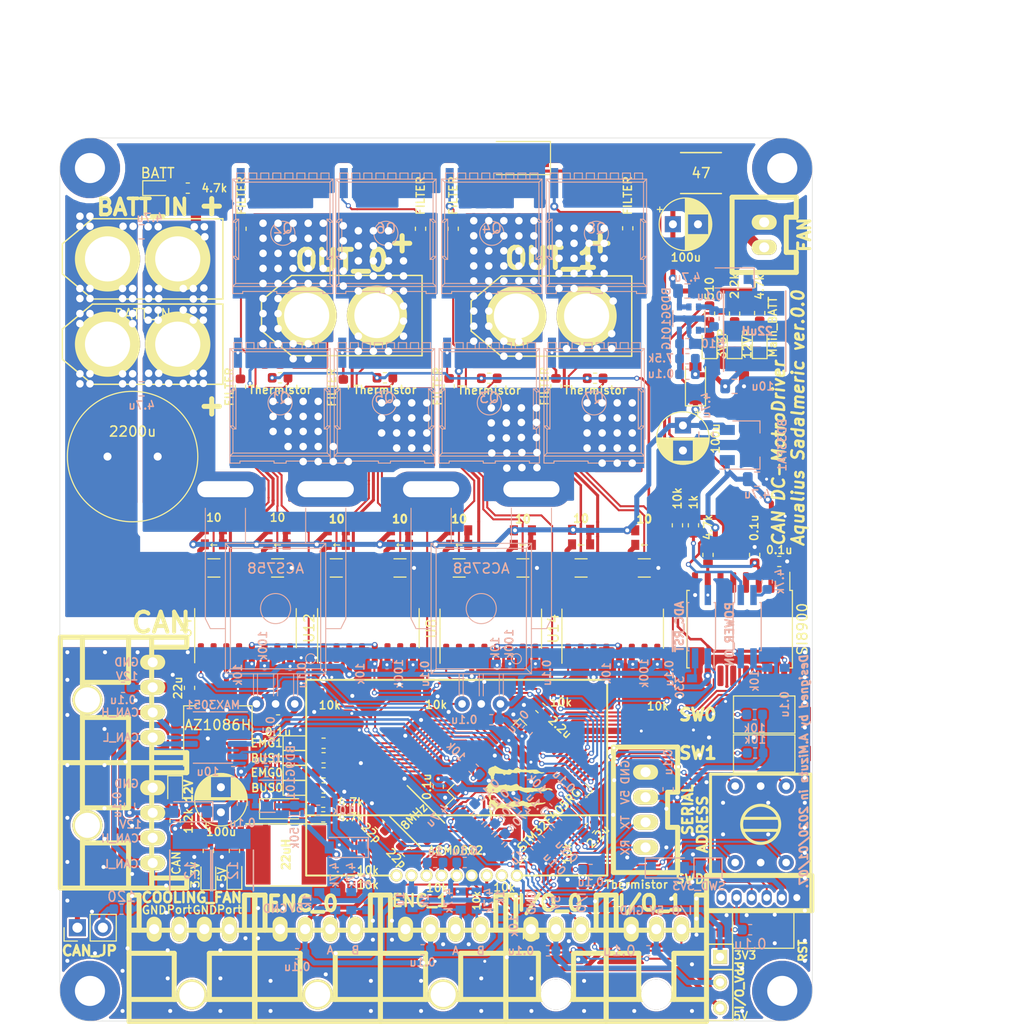
<source format=kicad_pcb>
(kicad_pcb (version 20171130) (host pcbnew "(5.1.4)-1")
  (layers (0 F.Cu signal) (31 B.Cu signal) (34 B.Paste user) (35 F.Paste user) (36 B.SilkS user) (37 F.SilkS user) (38 B.Mask user) (39 F.Mask user) (44 Edge.Cuts user))
  (net 0 "")
  (net 1 /OSC_IN)
  (net 2 GND)
  (net 3 /~RST)
  (net 4 /OSC_OUT)
  (net 5 +3V3)
  (net 6 /CAN_Vdd)
  (net 7 "Net-(C13-Pad1)")
  (net 8 "Net-(C14-Pad1)")
  (net 9 /FB_PWR_OUT)
  (net 10 /FB_PWR)
  (net 11 "Net-(C19-Pad1)")
  (net 12 "Net-(C20-Pad1)")
  (net 13 GNDPWR)
  (net 14 +3.3VP)
  (net 15 "Net-(C23-Pad2)")
  (net 16 "Net-(C23-Pad1)")
  (net 17 /Voltage)
  (net 18 /batt)
  (net 19 +12P)
  (net 20 "Net-(C30-Pad1)")
  (net 21 "Net-(C31-Pad1)")
  (net 22 +BATT)
  (net 23 +5V)
  (net 24 "Net-(D2-Pad2)")
  (net 25 "Net-(D3-Pad2)")
  (net 26 "Net-(D4-Pad2)")
  (net 27 +12V)
  (net 28 /PWM0_L)
  (net 29 /PWM0_R)
  (net 30 "Net-(D13-Pad2)")
  (net 31 "Net-(D14-Pad2)")
  (net 32 "Net-(D19-Pad2)")
  (net 33 "Net-(D20-Pad2)")
  (net 34 "Net-(D21-Pad2)")
  (net 35 "Net-(D22-Pad2)")
  (net 36 "Net-(D23-Pad2)")
  (net 37 "Net-(D26-Pad2)")
  (net 38 "Net-(JP1-Pad1)")
  (net 39 /CAN_H)
  (net 40 "Net-(JP2-Pad2)")
  (net 41 /SWCLK)
  (net 42 /SWDIO)
  (net 43 "Net-(P1-Pad6)")
  (net 44 /CAN_L)
  (net 45 /USART2_RX)
  (net 46 /USART2_TX)
  (net 47 "Net-(P7-Pad2)")
  (net 48 "Net-(R1-Pad1)")
  (net 49 /SW0)
  (net 50 /SW1)
  (net 51 /LED0)
  (net 52 /LED1)
  (net 53 /LED2)
  (net 54 "Net-(R9-Pad2)")
  (net 55 /EN0)
  (net 56 "Net-(R11-Pad1)")
  (net 57 "Net-(R12-Pad1)")
  (net 58 "Net-(R17-Pad2)")
  (net 59 "Net-(R18-Pad2)")
  (net 60 "Net-(R30-Pad2)")
  (net 61 "Net-(R31-Pad2)")
  (net 62 "Net-(R35-Pad1)")
  (net 63 /FB)
  (net 64 "Net-(R40-Pad1)")
  (net 65 /ADR_1)
  (net 66 /ADR_8)
  (net 67 /ADR_4)
  (net 68 /ADR_2)
  (net 69 /CAN1_RX)
  (net 70 /CAN1_TX)
  (net 71 /USART1_TX)
  (net 72 /USART1_RX)
  (net 73 "Net-(U4-Pad13)")
  (net 74 "Net-(U4-Pad12)")
  (net 75 "Net-(U4-Pad7)")
  (net 76 "Net-(U4-Pad2)")
  (net 77 "Net-(U5-Pad6)")
  (net 78 "Net-(U5-Pad11)")
  (net 79 "Net-(U5-Pad14)")
  (net 80 "Net-(U5-Pad15)")
  (net 81 "Net-(D27-Pad2)")
  (net 82 "Net-(P11-Pad4)")
  (net 83 "Net-(P11-Pad3)")
  (net 84 /TIM3_CH1)
  (net 85 /TIM3_CH2)
  (net 86 "Net-(C39-Pad1)")
  (net 87 "Net-(C39-Pad2)")
  (net 88 /ADC_~RST)
  (net 89 "Net-(D32-Pad2)")
  (net 90 "Net-(D33-Pad2)")
  (net 91 "Net-(D34-Pad2)")
  (net 92 /OUT0_L)
  (net 93 /CounterVoltage0)
  (net 94 /OUT0_R)
  (net 95 /OUT1_L)
  (net 96 "Net-(C48-Pad1)")
  (net 97 /Current1)
  (net 98 /Current0)
  (net 99 /OUT1_R)
  (net 100 /CounterVoltage1)
  (net 101 /PWM1_R)
  (net 102 /MOTOR0_BATT)
  (net 103 /PWM1_L)
  (net 104 /LED3)
  (net 105 /MOTOR1_BATT)
  (net 106 "Net-(P13-Pad3)")
  (net 107 "Net-(P13-Pad4)")
  (net 108 /EN1)
  (net 109 "Net-(R57-Pad1)")
  (net 110 "Net-(R60-Pad1)")
  (net 111 "Net-(U8-Pad13)")
  (net 112 "Net-(U8-Pad12)")
  (net 113 "Net-(U8-Pad7)")
  (net 114 "Net-(U8-Pad2)")
  (net 115 "Net-(U14-Pad2)")
  (net 116 "Net-(U14-Pad7)")
  (net 117 "Net-(U14-Pad12)")
  (net 118 "Net-(U14-Pad13)")
  (net 119 "Net-(C45-Pad1)")
  (net 120 "Net-(C46-Pad1)")
  (net 121 "Net-(C49-Pad1)")
  (net 122 "Net-(D1-Pad2)")
  (net 123 "Net-(D11-Pad2)")
  (net 124 "Net-(Q1-PadG)")
  (net 125 "Net-(Q2-PadG)")
  (net 126 "Net-(Q3-PadG)")
  (net 127 "Net-(Q4-PadG)")
  (net 128 "Net-(Q5-PadG)")
  (net 129 "Net-(Q6-PadG)")
  (net 130 "Net-(Q7-PadG)")
  (net 131 "Net-(Q8-PadG)")
  (net 132 "Net-(R13-Pad1)")
  (net 133 "Net-(R53-Pad2)")
  (net 134 "Net-(R54-Pad2)")
  (net 135 "Net-(R63-Pad2)")
  (net 136 "Net-(R64-Pad2)")
  (net 137 "Net-(R65-Pad1)")
  (net 138 "Net-(U12-Pad2)")
  (net 139 "Net-(U12-Pad7)")
  (net 140 "Net-(U12-Pad12)")
  (net 141 "Net-(U12-Pad13)")
  (net 142 /Motor0R_Tmp)
  (net 143 /Motor0L_Tmp)
  (net 144 /Motor1L_Tmp)
  (net 145 /Motor1R_Tmp)
  (net 146 /Substrate_Temp)
  (net 147 "Net-(U3-Pad4)")
  (net 148 /IO_0)
  (net 149 /IO_1)
  (net 150 /TIM4_CH1)
  (net 151 /TIM4_CH2)
  (net 152 "Net-(U3-Pad14)")
  (net 153 "Net-(U3-Pad15)")
  (net 154 "Net-(P2-Pad2)")
  (net 155 "Net-(P12-Pad2)")
  (net 156 "Net-(P2-Pad4)")
  (net 157 "Net-(C62-Pad1)")
  (net 158 "Net-(C63-Pad2)")
  (net 159 "Net-(C63-Pad1)")
  (net 160 "Net-(U17-Pad1)")
  (net 161 "Net-(D7-Pad2)")
  (net 162 "Net-(D8-Pad2)")
  (net 163 "Net-(D9-Pad2)")
  (net 164 "Net-(D39-Pad2)")
  (net 165 IO_Vdd)
  (net 166 "Net-(U3-Pad24)")
  (net 167 /I2C2_SCL)
  (net 168 /I2C2_SDA)
  (net 169 "Net-(U3-Pad50)")
  (net 170 "Net-(U3-Pad51)")
  (net 171 /PWR_ON_PIN)
  (net 172 "Net-(U3-Pad33)")
  (net 173 /ADC_~RST~_PIN)
  (module Package_QFP:LQFP-64_10x10mm_P0.5mm (layer F.Cu) (at 118.35 116.075 45)
    (fp_text reference U3 hide)
    (fp_text value STM32F405RG (at 0 4.101219 45) (layer F.SilkS) (effects (font (size 0.8 0.8))))
    (pad 1 smd roundrect (at -5.675 -3.75 45) (size 1.55 0.3) (layers F.Cu F.Paste F.Mask) (net 5 +3V3))
    (pad 2 smd roundrect (at -5.675 -3.25 45) (size 1.55 0.3) (layers F.Cu F.Paste F.Mask) (net 148 /IO_0))
    (pad 3 smd roundrect (at -5.675 -2.75 45) (size 1.55 0.3) (layers F.Cu F.Paste F.Mask) (net 149 /IO_1))
    (pad 4 smd roundrect (at -5.675 -2.25 45) (size 1.55 0.3) (layers F.Cu F.Paste F.Mask) (net 147 "Net-(U3-Pad4)"))
    (pad 5 smd roundrect (at -5.675 -1.75 45) (size 1.55 0.3) (layers F.Cu F.Paste F.Mask) (net 1 /OSC_IN))
    (pad 6 smd roundrect (at -5.675 -1.25 45) (size 1.55 0.3) (layers F.Cu F.Paste F.Mask) (net 4 /OSC_OUT))
    (pad 7 smd roundrect (at -5.675 -0.75 45) (size 1.55 0.3) (layers F.Cu F.Paste F.Mask) (net 3 /~RST))
    (pad 8 smd roundrect (at -5.675 -0.25 45) (size 1.55 0.3) (layers F.Cu F.Paste F.Mask) (net 142 /Motor0R_Tmp))
    (pad 9 smd roundrect (at -5.675 0.25 45) (size 1.55 0.3) (layers F.Cu F.Paste F.Mask) (net 143 /Motor0L_Tmp))
    (pad 10 smd roundrect (at -5.675 0.75 45) (size 1.55 0.3) (layers F.Cu F.Paste F.Mask) (net 97 /Current1))
    (pad 11 smd roundrect (at -5.675 1.25 45) (size 1.55 0.3) (layers F.Cu F.Paste F.Mask) (net 98 /Current0))
    (pad 12 smd roundrect (at -5.675 1.75 45) (size 1.55 0.3) (layers F.Cu F.Paste F.Mask) (net 2 GND))
    (pad 13 smd roundrect (at -5.675 2.25 45) (size 1.55 0.3) (layers F.Cu F.Paste F.Mask) (net 5 +3V3))
    (pad 14 smd roundrect (at -5.675 2.75 45) (size 1.55 0.3) (layers F.Cu F.Paste F.Mask) (net 152 "Net-(U3-Pad14)"))
    (pad 15 smd roundrect (at -5.675 3.25 45) (size 1.55 0.3) (layers F.Cu F.Paste F.Mask) (net 153 "Net-(U3-Pad15)"))
    (pad 16 smd roundrect (at -5.675 3.75 45) (size 1.55 0.3) (layers F.Cu F.Paste F.Mask) (net 46 /USART2_TX))
    (pad 17 smd roundrect (at -3.75 5.675 45) (size 0.3 1.55) (layers F.Cu F.Paste F.Mask) (net 45 /USART2_RX))
    (pad 18 smd roundrect (at -3.25 5.675 45) (size 0.3 1.55) (layers F.Cu F.Paste F.Mask) (net 2 GND))
    (pad 19 smd roundrect (at -2.75 5.675 45) (size 0.3 1.55) (layers F.Cu F.Paste F.Mask) (net 5 +3V3))
    (pad 20 smd roundrect (at -2.25 5.675 45) (size 0.3 1.55) (layers F.Cu F.Paste F.Mask) (net 146 /Substrate_Temp))
    (pad 21 smd roundrect (at -1.75 5.675 45) (size 0.3 1.55) (layers F.Cu F.Paste F.Mask) (net 67 /ADR_4))
    (pad 22 smd roundrect (at -1.25 5.675 45) (size 0.3 1.55) (layers F.Cu F.Paste F.Mask) (net 66 /ADR_8))
    (pad 23 smd roundrect (at -0.75 5.675 45) (size 0.3 1.55) (layers F.Cu F.Paste F.Mask) (net 65 /ADR_1))
    (pad 24 smd roundrect (at -0.25 5.675 45) (size 0.3 1.55) (layers F.Cu F.Paste F.Mask) (net 166 "Net-(U3-Pad24)"))
    (pad 25 smd roundrect (at 0.25 5.675 45) (size 0.3 1.55) (layers F.Cu F.Paste F.Mask) (net 145 /Motor1R_Tmp))
    (pad 26 smd roundrect (at 0.75 5.675 45) (size 0.3 1.55) (layers F.Cu F.Paste F.Mask) (net 144 /Motor1L_Tmp))
    (pad 27 smd roundrect (at 1.25 5.675 45) (size 0.3 1.55) (layers F.Cu F.Paste F.Mask) (net 68 /ADR_2))
    (pad 28 smd roundrect (at 1.75 5.675 45) (size 0.3 1.55) (layers F.Cu F.Paste F.Mask) (net 54 "Net-(R9-Pad2)"))
    (pad 29 smd roundrect (at 2.25 5.675 45) (size 0.3 1.55) (layers F.Cu F.Paste F.Mask) (net 167 /I2C2_SCL))
    (pad 30 smd roundrect (at 2.75 5.675 45) (size 0.3 1.55) (layers F.Cu F.Paste F.Mask) (net 168 /I2C2_SDA))
    (pad 31 smd roundrect (at 3.25 5.675 45) (size 0.3 1.55) (layers F.Cu F.Paste F.Mask) (net 7 "Net-(C13-Pad1)"))
    (pad 32 smd roundrect (at 3.75 5.675 45) (size 0.3 1.55) (layers F.Cu F.Paste F.Mask) (net 5 +3V3))
    (pad 33 smd roundrect (at 5.675 3.75 45) (size 1.55 0.3) (layers F.Cu F.Paste F.Mask) (net 172 "Net-(U3-Pad33)"))
    (pad 34 smd roundrect (at 5.675 3.25 45) (size 1.55 0.3) (layers F.Cu F.Paste F.Mask) (net 108 /EN1))
    (pad 35 smd roundrect (at 5.675 2.75 45) (size 1.55 0.3) (layers F.Cu F.Paste F.Mask) (net 101 /PWM1_R))
    (pad 36 smd roundrect (at 5.675 2.25 45) (size 1.55 0.3) (layers F.Cu F.Paste F.Mask) (net 103 /PWM1_L))
    (pad 37 smd roundrect (at 5.675 1.75 45) (size 1.55 0.3) (layers F.Cu F.Paste F.Mask) (net 55 /EN0))
    (pad 38 smd roundrect (at 5.675 1.25 45) (size 1.55 0.3) (layers F.Cu F.Paste F.Mask) (net 28 /PWM0_L))
    (pad 39 smd roundrect (at 5.675 0.75 45) (size 1.55 0.3) (layers F.Cu F.Paste F.Mask) (net 29 /PWM0_R))
    (pad 40 smd roundrect (at 5.675 0.25 45) (size 1.55 0.3) (layers F.Cu F.Paste F.Mask) (net 50 /SW1))
    (pad 41 smd roundrect (at 5.675 -0.25 45) (size 1.55 0.3) (layers F.Cu F.Paste F.Mask) (net 49 /SW0))
    (pad 42 smd roundrect (at 5.675 -0.75 45) (size 1.55 0.3) (layers F.Cu F.Paste F.Mask) (net 71 /USART1_TX))
    (pad 43 smd roundrect (at 5.675 -1.25 45) (size 1.55 0.3) (layers F.Cu F.Paste F.Mask) (net 72 /USART1_RX))
    (pad 44 smd roundrect (at 5.675 -1.75 45) (size 1.55 0.3) (layers F.Cu F.Paste F.Mask) (net 171 /PWR_ON_PIN))
    (pad 45 smd roundrect (at 5.675 -2.25 45) (size 1.55 0.3) (layers F.Cu F.Paste F.Mask) (net 173 /ADC_~RST~_PIN))
    (pad 46 smd roundrect (at 5.675 -2.75 45) (size 1.55 0.3) (layers F.Cu F.Paste F.Mask) (net 42 /SWDIO))
    (pad 47 smd roundrect (at 5.675 -3.25 45) (size 1.55 0.3) (layers F.Cu F.Paste F.Mask) (net 8 "Net-(C14-Pad1)"))
    (pad 48 smd roundrect (at 5.675 -3.75 45) (size 1.55 0.3) (layers F.Cu F.Paste F.Mask) (net 5 +3V3))
    (pad 49 smd roundrect (at 3.75 -5.675 45) (size 0.3 1.55) (layers F.Cu F.Paste F.Mask) (net 41 /SWCLK))
    (pad 50 smd roundrect (at 3.25 -5.675 45) (size 0.3 1.55) (layers F.Cu F.Paste F.Mask) (net 169 "Net-(U3-Pad50)"))
    (pad 51 smd roundrect (at 2.75 -5.675 45) (size 0.3 1.55) (layers F.Cu F.Paste F.Mask) (net 170 "Net-(U3-Pad51)"))
    (pad 52 smd roundrect (at 2.25 -5.675 45) (size 0.3 1.55) (layers F.Cu F.Paste F.Mask) (net 51 /LED0))
    (pad 53 smd roundrect (at 1.75 -5.675 45) (size 0.3 1.55) (layers F.Cu F.Paste F.Mask) (net 52 /LED1))
    (pad 54 smd roundrect (at 1.25 -5.675 45) (size 0.3 1.55) (layers F.Cu F.Paste F.Mask) (net 53 /LED2))
    (pad 55 smd roundrect (at 0.75 -5.675 45) (size 0.3 1.55) (layers F.Cu F.Paste F.Mask) (net 104 /LED3))
    (pad 56 smd roundrect (at 0.25 -5.675 45) (size 0.3 1.55) (layers F.Cu F.Paste F.Mask) (net 84 /TIM3_CH1))
    (pad 57 smd roundrect (at -0.25 -5.675 45) (size 0.3 1.55) (layers F.Cu F.Paste F.Mask) (net 85 /TIM3_CH2))
    (pad 58 smd roundrect (at -0.75 -5.675 45) (size 0.3 1.55) (layers F.Cu F.Paste F.Mask) (net 150 /TIM4_CH1))
    (pad 59 smd roundrect (at -1.25 -5.675 45) (size 0.3 1.55) (layers F.Cu F.Paste F.Mask) (net 151 /TIM4_CH2))
    (pad 60 smd roundrect (at -1.75 -5.675 45) (size 0.3 1.55) (layers F.Cu F.Paste F.Mask) (net 48 "Net-(R1-Pad1)"))
    (pad 61 smd roundrect (at -2.25 -5.675 45) (size 0.3 1.55) (layers F.Cu F.Paste F.Mask) (net 69 /CAN1_RX))
    (pad 62 smd roundrect (at -2.75 -5.675 45) (size 0.3 1.55) (layers F.Cu F.Paste F.Mask) (net 70 /CAN1_TX))
    (pad 63 smd roundrect (at -3.25 -5.675 45) (size 0.3 1.55) (layers F.Cu F.Paste F.Mask) (net 2 GND))
    (pad 64 smd roundrect (at -3.75 -5.675 45) (size 0.3 1.55) (layers F.Cu F.Paste F.Mask) (net 5 +3V3))
  )
  (module Mizz_lib:XT60_F (layer F.Cu) (at 121.5 68.75)
    (fp_text reference P10)
    (fp_text value OUT_1 (at 0 -5.75 unlocked) (layer F.SilkS) (effects (font (size 2 2) (thickness 0.5))))
    (pad 2 thru_hole circle (at 3.5 0) (size 6 6) (drill 4.5) (layers *.Cu *.Mask F.SilkS) (net 99 /OUT1_R))
    (pad 1 thru_hole circle (at -3.5 0) (size 6 6) (drill 4.5) (layers *.Cu *.Mask F.SilkS) (net 95 /OUT1_L))
  )
  (module Mizz_lib:XT60_F (layer F.Cu) (at 100.6 68.7)
    (fp_text reference P15)
    (fp_text value OUT_0 (at 0 -5.5) (layer F.SilkS) (effects (font (size 2 2) (thickness 0.5))))
    (pad 2 thru_hole circle (at 3.5 0) (size 6 6) (drill 4.5) (layers *.Cu *.Mask F.SilkS) (net 94 /OUT0_R))
    (pad 1 thru_hole circle (at -3.5 0) (size 6 6) (drill 4.5) (layers *.Cu *.Mask F.SilkS) (net 92 /OUT0_L))
  )
  (module Mizz_lib:rotary_0F (layer F.Cu) (at 142.35 119.4 180)
    (fp_text reference U19 hide)
    (fp_text value ADRESS (at 5.8 0 270) (layer F.SilkS) (effects (font (thickness 0.25))))
    (pad 1 thru_hole circle (at -2.54 3.81 180) (size 1.524 1.524) (drill 0.762) (layers *.Cu *.Mask) (net 68 /ADR_2))
    (pad 2 thru_hole circle (at 0 3.81 180) (size 1.524 1.524) (drill 0.762) (layers *.Cu *.Mask) (net 2 GND))
    (pad 3 thru_hole circle (at 2.54 3.81 180) (size 1.524 1.524) (drill 0.762) (layers *.Cu *.Mask) (net 65 /ADR_1))
    (pad 4 thru_hole circle (at 2.54 -3.81 180) (size 1.524 1.524) (drill 0.762) (layers *.Cu *.Mask) (net 67 /ADR_4))
    (pad 5 thru_hole circle (at 0 -3.81 180) (size 1.524 1.524) (drill 0.762) (layers *.Cu *.Mask) (net 2 GND))
    (pad 6 thru_hole circle (at -2.54 -3.81 180) (size 1.524 1.524) (drill 0.762) (layers *.Cu *.Mask) (net 66 /ADR_8))
  )
  (module Capacitor_SMD:C_0603_1608Metric (layer B.Cu) (at 115.5 108.975 180)
    (fp_text reference C21 hide)
    (fp_text value 0.1u (at 2.7 0) (layer B.SilkS) (effects (font (size 0.8 0.8)) (justify mirror)))
    (pad 1 smd roundrect (at -0.7875 0 180) (size 0.875 0.95) (layers B.Cu B.Paste B.Mask) (net 5 +3V3))
    (pad 2 smd roundrect (at 0.7875 0 180) (size 0.875 0.95) (layers B.Cu B.Paste B.Mask) (net 2 GND))
  )
  (module Mizz_lib:AQM0802_original (layer F.Cu) (at 112.05 114.25)
    (fp_text reference U17 hide)
    (fp_text value AQM0802 (at -0.1 7.75) (layer F.SilkS) (effects (font (size 0.8 0.8))))
    (pad 9 thru_hole circle (at 6 10.25) (size 1.2 1.2) (drill 0.8) (layers *.Cu *.Mask F.SilkS) (net 5 +3V3))
    (pad 8 thru_hole circle (at 4.5 10.25) (size 1.2 1.2) (drill 0.8) (layers *.Cu *.Mask F.SilkS) (net 167 /I2C2_SCL))
    (pad 7 thru_hole circle (at 3 10.25) (size 1.2 1.2) (drill 0.8) (layers *.Cu *.Mask F.SilkS) (net 168 /I2C2_SDA))
    (pad 6 thru_hole circle (at 1.5 10.25) (size 1.2 1.2) (drill 0.8) (layers *.Cu *.Mask F.SilkS) (net 2 GND))
    (pad 5 thru_hole circle (at 0 10.25) (size 1.2 1.2) (drill 0.8) (layers *.Cu *.Mask F.SilkS) (net 5 +3V3))
    (pad 4 thru_hole circle (at -1.5 10.25) (size 1.2 1.2) (drill 0.8) (layers *.Cu *.Mask F.SilkS) (net 158 "Net-(C63-Pad2)"))
    (pad 3 thru_hole circle (at -3 10.25) (size 1.2 1.2) (drill 0.8) (layers *.Cu *.Mask F.SilkS) (net 159 "Net-(C63-Pad1)"))
    (pad 2 thru_hole circle (at -4.5 10.25) (size 1.2 1.2) (drill 0.8) (layers *.Cu *.Mask F.SilkS) (net 157 "Net-(C62-Pad1)"))
    (pad 1 thru_hole circle (at -6 10.25) (size 1.2 1.2) (drill 0.8) (layers *.Cu *.Mask F.SilkS) (net 160 "Net-(U17-Pad1)"))
  )
  (module Mizz_lib:XA_4L (layer F.Cu) (at 81.9 129.85)
    (fp_text reference P2 hide)
    (fp_text value MOTOR_COOLING hide)
    (pad 1 thru_hole oval (at 0 0) (size 1.5 2.5) (drill 1) (layers *.Cu *.Mask F.SilkS) (net 2 GND))
    (pad 2 thru_hole oval (at 2.5 0) (size 1.5 2.5) (drill 1) (layers *.Cu *.Mask F.SilkS) (net 154 "Net-(P2-Pad2)"))
    (pad 3 thru_hole oval (at 5 0) (size 1.5 2.5) (drill 1) (layers *.Cu *.Mask F.SilkS) (net 2 GND))
    (pad 4 thru_hole oval (at 7.5 0) (size 1.5 2.5) (drill 1) (layers *.Cu *.Mask F.SilkS) (net 156 "Net-(P2-Pad4)"))
    (pad "" thru_hole circle (at 3.75 6.5) (size 3 3) (drill 2.5) (layers *.Cu *.Mask F.SilkS))
  )
  (module Capacitor_SMD:C_0603_1608Metric (layer B.Cu) (at 116.3 120.9 225)
    (fp_text reference C50 hide)
    (fp_text value 470n (at -2.899138 0 45) (layer B.SilkS) (effects (font (size 0.8 0.8)) (justify mirror)))
    (pad 1 smd roundrect (at -0.7875 0 225) (size 0.875 0.95) (layers B.Cu B.Paste B.Mask) (net 98 /Current0))
    (pad 2 smd roundrect (at 0.7875 0 225) (size 0.875 0.95) (layers B.Cu B.Paste B.Mask) (net 2 GND))
  )
  (module Package_SO:SOIC-16W_7.5x10.3mm_P1.27mm (layer F.Cu) (at 140.25 99.95 270)
    (fp_text reference U5 hide)
    (fp_text value SI8900 (at 0 -6.25 90) (layer F.SilkS))
    (pad 1 smd roundrect (at -4.65 -4.445 270) (size 2.05 0.6) (layers F.Cu F.Paste F.Mask) (net 14 +3.3VP))
    (pad 2 smd roundrect (at -4.65 -3.175 270) (size 2.05 0.6) (layers F.Cu F.Paste F.Mask) (net 14 +3.3VP))
    (pad 3 smd roundrect (at -4.65 -1.905 270) (size 2.05 0.6) (layers F.Cu F.Paste F.Mask) (net 17 /Voltage))
    (pad 4 smd roundrect (at -4.65 -0.635 270) (size 2.05 0.6) (layers F.Cu F.Paste F.Mask) (net 93 /CounterVoltage0))
    (pad 5 smd roundrect (at -4.65 0.635 270) (size 2.05 0.6) (layers F.Cu F.Paste F.Mask) (net 100 /CounterVoltage1))
    (pad 6 smd roundrect (at -4.65 1.905 270) (size 2.05 0.6) (layers F.Cu F.Paste F.Mask) (net 77 "Net-(U5-Pad6)"))
    (pad 7 smd roundrect (at -4.65 3.175 270) (size 2.05 0.6) (layers F.Cu F.Paste F.Mask) (net 88 /ADC_~RST))
    (pad 8 smd roundrect (at -4.65 4.445 270) (size 2.05 0.6) (layers F.Cu F.Paste F.Mask) (net 13 GNDPWR))
    (pad 9 smd roundrect (at 4.65 4.445 270) (size 2.05 0.6) (layers F.Cu F.Paste F.Mask) (net 2 GND))
    (pad 10 smd roundrect (at 4.65 3.175 270) (size 2.05 0.6) (layers F.Cu F.Paste F.Mask) (net 5 +3V3))
    (pad 11 smd roundrect (at 4.65 1.905 270) (size 2.05 0.6) (layers F.Cu F.Paste F.Mask) (net 78 "Net-(U5-Pad11)"))
    (pad 12 smd roundrect (at 4.65 0.635 270) (size 2.05 0.6) (layers F.Cu F.Paste F.Mask) (net 72 /USART1_RX))
    (pad 13 smd roundrect (at 4.65 -0.635 270) (size 2.05 0.6) (layers F.Cu F.Paste F.Mask) (net 71 /USART1_TX))
    (pad 14 smd roundrect (at 4.65 -1.905 270) (size 2.05 0.6) (layers F.Cu F.Paste F.Mask) (net 79 "Net-(U5-Pad14)"))
    (pad 15 smd roundrect (at 4.65 -3.175 270) (size 2.05 0.6) (layers F.Cu F.Paste F.Mask) (net 80 "Net-(U5-Pad15)"))
    (pad 16 smd roundrect (at 4.65 -4.445 270) (size 2.05 0.6) (layers F.Cu F.Paste F.Mask) (net 5 +3V3))
  )
  (module Mizz_lib:XA_4L (layer F.Cu) (at 81.75 115.75 270)
    (fp_text reference P4 hide)
    (fp_text value CAN (at 7.5 -2.35 90) (layer F.SilkS) (effects (font (size 0.8 0.8))))
    (pad 1 thru_hole oval (at 0 0 270) (size 1.5 2.5) (drill 1) (layers *.Cu *.Mask F.SilkS) (net 2 GND))
    (pad 2 thru_hole oval (at 2.5 0 270) (size 1.5 2.5) (drill 1) (layers *.Cu *.Mask F.SilkS) (net 6 /CAN_Vdd))
    (pad 3 thru_hole oval (at 5 0 270) (size 1.5 2.5) (drill 1) (layers *.Cu *.Mask F.SilkS) (net 39 /CAN_H))
    (pad 4 thru_hole oval (at 7.5 0 270) (size 1.5 2.5) (drill 1) (layers *.Cu *.Mask F.SilkS) (net 44 /CAN_L))
    (pad "" thru_hole circle (at 3.75 6.5 270) (size 3 3) (drill 2.5) (layers *.Cu *.Mask F.SilkS))
  )
  (module Mizz_lib:XA_4L (layer F.Cu) (at 81.75 103.25 270)
    (fp_text reference P3 hide)
    (fp_text value CAN (at -3.95 -0.85 180) (layer F.SilkS) (effects (font (size 2 2) (thickness 0.4))))
    (pad "" thru_hole circle (at 3.75 6.5 270) (size 3 3) (drill 2.5) (layers *.Cu *.Mask F.SilkS))
    (pad 4 thru_hole oval (at 7.5 0 270) (size 1.5 2.5) (drill 1) (layers *.Cu *.Mask F.SilkS) (net 44 /CAN_L))
    (pad 3 thru_hole oval (at 5 0 270) (size 1.5 2.5) (drill 1) (layers *.Cu *.Mask F.SilkS) (net 39 /CAN_H))
    (pad 2 thru_hole oval (at 2.5 0 270) (size 1.5 2.5) (drill 1) (layers *.Cu *.Mask F.SilkS) (net 6 /CAN_Vdd))
    (pad 1 thru_hole oval (at 0 0 270) (size 1.5 2.5) (drill 1) (layers *.Cu *.Mask F.SilkS) (net 2 GND))
  )
  (module Mizz_lib:XA_4L (layer F.Cu) (at 94.45 129.85)
    (fp_text reference P11 hide)
    (fp_text value ENC_0 (at 2.25 -2.55) (layer F.SilkS) (effects (font (size 1.5 1.5) (thickness 0.375))))
    (pad "" thru_hole circle (at 3.75 6.5) (size 3 3) (drill 2.5) (layers *.Cu *.Mask F.SilkS))
    (pad 4 thru_hole oval (at 7.5 0) (size 1.5 2.5) (drill 1) (layers *.Cu *.Mask F.SilkS) (net 82 "Net-(P11-Pad4)"))
    (pad 3 thru_hole oval (at 5 0) (size 1.5 2.5) (drill 1) (layers *.Cu *.Mask F.SilkS) (net 83 "Net-(P11-Pad3)"))
    (pad 2 thru_hole oval (at 2.5 0) (size 1.5 2.5) (drill 1) (layers *.Cu *.Mask F.SilkS) (net 23 +5V))
    (pad 1 thru_hole oval (at 0 0) (size 1.5 2.5) (drill 1) (layers *.Cu *.Mask F.SilkS) (net 2 GND))
  )
  (module Mizz_lib:XA_4L (layer F.Cu) (at 106.95 129.85)
    (fp_text reference P13 hide)
    (fp_text value ENC_1 (at 1.45 -2.85) (layer F.SilkS) (effects (font (size 1.2 1.2) (thickness 0.25))))
    (pad 1 thru_hole oval (at 0 0) (size 1.5 2.5) (drill 1) (layers *.Cu *.Mask F.SilkS) (net 2 GND))
    (pad 2 thru_hole oval (at 2.5 0) (size 1.5 2.5) (drill 1) (layers *.Cu *.Mask F.SilkS) (net 23 +5V))
    (pad 3 thru_hole oval (at 5 0) (size 1.5 2.5) (drill 1) (layers *.Cu *.Mask F.SilkS) (net 106 "Net-(P13-Pad3)"))
    (pad 4 thru_hole oval (at 7.5 0) (size 1.5 2.5) (drill 1) (layers *.Cu *.Mask F.SilkS) (net 107 "Net-(P13-Pad4)"))
    (pad "" thru_hole circle (at 3.75 6.5) (size 3 3) (drill 2.5) (layers *.Cu *.Mask F.SilkS))
  )
  (module Mizz_lib:XA_2P (layer F.Cu) (at 142.7 61.9 90)
    (fp_text reference P7 hide)
    (fp_text value FAN (at 1.25 4 270) (layer F.SilkS) (effects (font (size 1.2 1.2) (thickness 0.3))))
    (pad 1 thru_hole oval (at 2.5 0 90) (size 1.5 2.5) (drill 1) (layers *.Cu *.Mask F.SilkS) (net 13 GNDPWR))
    (pad 2 thru_hole oval (at 0 0 90) (size 1.5 2.5) (drill 1) (layers *.Cu *.Mask F.SilkS) (net 47 "Net-(P7-Pad2)"))
  )
  (module Mizz_lib:XA_4P (layer F.Cu) (at 130.875 121.7 90)
    (fp_text reference P5 hide)
    (fp_text value SERIAL (at 3.75 4.2 270) (layer F.SilkS) (effects (font (thickness 0.25))))
    (pad 4 thru_hole oval (at 0 0 90) (size 1.5 2.5) (drill 1) (layers *.Cu *.Mask F.SilkS) (net 45 /USART2_RX))
    (pad 3 thru_hole oval (at 2.5 0 90) (size 1.5 2.5) (drill 1) (layers *.Cu *.Mask F.SilkS) (net 46 /USART2_TX))
    (pad 2 thru_hole oval (at 5 0 90) (size 1.5 2.5) (drill 1) (layers *.Cu *.Mask F.SilkS) (net 23 +5V))
    (pad 1 thru_hole oval (at 7.5 0 90) (size 1.5 2.5) (drill 1) (layers *.Cu *.Mask F.SilkS) (net 2 GND))
  )
  (module Mizz_lib:ZH_6P (layer F.Cu) (at 145.95 126.7 180)
    (fp_text reference P1 hide)
    (fp_text value SWD (at 10.65 1.85) (layer F.SilkS) (effects (font (size 0.9 0.9) (thickness 0.2))))
    (pad 1 thru_hole oval (at 0 0 180) (size 1 1.524) (drill 0.7) (layers *.Cu *.Mask) (net 2 GND))
    (pad 2 thru_hole oval (at 1.5 0 180) (size 1 1.524) (drill 0.7) (layers *.Cu *.Mask) (net 38 "Net-(JP1-Pad1)"))
    (pad 3 thru_hole oval (at 3 0 180) (size 1 1.524) (drill 0.7) (layers *.Cu *.Mask) (net 41 /SWCLK))
    (pad 4 thru_hole oval (at 4.5 0 180) (size 1 1.524) (drill 0.7) (layers *.Cu *.Mask) (net 42 /SWDIO))
    (pad 5 thru_hole oval (at 6 0 180) (size 1 1.524) (drill 0.7) (layers *.Cu *.Mask) (net 3 /~RST))
    (pad 6 thru_hole oval (at 7.5 0 180) (size 1 1.524) (drill 0.7) (layers *.Cu *.Mask) (net 43 "Net-(P1-Pad6)"))
  )
  (module Mizz_lib:XT60_F (layer F.Cu) (at 80.75 71.55)
    (fp_text reference P9)
    (fp_text value BATT_IN (at 0 -3) (layer F.SilkS))
    (pad 1 thru_hole circle (at -3.5 0) (size 6.5 6.5) (drill 4.5) (layers *.Cu *.Mask F.SilkS) (net 13 GNDPWR))
    (pad 2 thru_hole circle (at 3.5 0) (size 6.5 6.5) (drill 4.5) (layers *.Cu *.Mask F.SilkS) (net 22 +BATT))
  )
  (module Mizz_lib:XT60_M (layer F.Cu) (at 80.75 63.05)
    (fp_text reference P8)
    (fp_text value BATT_IN (at 0 -5.15 unlocked) (layer F.SilkS) (effects (font (size 1.6 1.6) (thickness 0.375))))
    (pad 2 thru_hole circle (at 3.5 0) (size 6.5 6.5) (drill 4.5) (layers *.Cu *.Mask F.SilkS) (net 22 +BATT))
    (pad 1 thru_hole circle (at -3.5 0) (size 6.5 6.5) (drill 4.5) (layers *.Cu *.Mask F.SilkS) (net 13 GNDPWR))
  )
  (module Resistor_SMD:R_0603_1608Metric (layer B.Cu) (at 113.75 113.875 135)
    (fp_text reference R1 hide)
    (fp_text value 10k (at 2.474874 0 135) (layer B.SilkS) (effects (font (size 0.8 0.8)) (justify mirror)))
    (pad 2 smd roundrect (at 0.7875 0 135) (size 0.875 0.95) (layers B.Cu B.Paste B.Mask) (net 2 GND))
    (pad 1 smd roundrect (at -0.7875 0 135) (size 0.875 0.95) (layers B.Cu B.Paste B.Mask) (net 48 "Net-(R1-Pad1)"))
  )
  (module Diode_SMD:D_SOD-123 (layer B.Cu) (at 139.45 64.95 180)
    (fp_text reference D16 hide)
    (fp_text value DIODE)
    (pad 1 smd rect (at -1.65 0 180) (size 0.9 1.2) (layers B.Cu B.Paste B.Mask) (net 16 "Net-(C23-Pad1)"))
    (pad 2 smd rect (at 1.65 0 180) (size 0.9 1.2) (layers B.Cu B.Paste B.Mask) (net 13 GNDPWR))
  )
  (module Mizz_lib:HSOF-8-1 (layer B.Cu) (at 94.725 60.5)
    (fp_text reference Q2 (at 0 -0.5) (layer B.SilkS) (effects (justify mirror)))
    (fp_text value MOSFET_N)
    (pad S smd rect (at 0.6 -5) (size 8 3) (layers B.Cu B.Paste B.Mask) (net 13 GNDPWR))
    (pad G smd rect (at -4.2 -5) (size 0.8 3) (layers B.Cu B.Paste B.Mask) (net 125 "Net-(Q2-PadG)"))
    (pad D smd rect (at 0 2.5) (size 10 8) (layers B.Cu B.Paste B.Mask) (net 92 /OUT0_L))
  )
  (module Diode_SMD:D_SOD-123 (layer B.Cu) (at 85.5 118.15 180)
    (fp_text reference D5 hide)
    (fp_text value DIODE)
    (pad 1 smd rect (at -1.65 0 180) (size 0.9 1.2) (layers B.Cu B.Paste B.Mask) (net 27 +12V))
    (pad 2 smd rect (at 1.65 0 180) (size 0.9 1.2) (layers B.Cu B.Paste B.Mask) (net 6 /CAN_Vdd))
  )
  (module Resistor_SMD:R_0603_1608Metric (layer B.Cu) (at 78.65 127.85 180)
    (fp_text reference R3 hide)
    (fp_text value 120 (at 0 1.25) (layer B.SilkS) (effects (justify mirror)))
    (pad 1 smd roundrect (at -0.7875 0 180) (size 0.875 0.95) (layers B.Cu B.Paste B.Mask) (net 44 /CAN_L))
    (pad 2 smd roundrect (at 0.7875 0 180) (size 0.875 0.95) (layers B.Cu B.Paste B.Mask) (net 40 "Net-(JP2-Pad2)"))
  )
  (module Capacitor_SMD:C_0603_1608Metric (layer B.Cu) (at 115.3 119.9 225)
    (fp_text reference C47 hide)
    (fp_text value 470n (at -2.828427 0 45) (layer B.SilkS) (effects (font (size 0.8 0.8)) (justify mirror)))
    (pad 1 smd roundrect (at -0.7875 0 225) (size 0.875 0.95) (layers B.Cu B.Paste B.Mask) (net 97 /Current1))
    (pad 2 smd roundrect (at 0.7875 0 225) (size 0.875 0.95) (layers B.Cu B.Paste B.Mask) (net 2 GND))
  )
  (module Capacitor_SMD:C_0603_1608Metric (layer F.Cu) (at 115.3 74.95)
    (fp_text reference TH2 hide)
    (fp_text value Thermistor (at 0 1.2) (layer F.SilkS) (effects (font (size 0.8 0.8))))
    (pad 2 smd roundrect (at 0.7875 0) (size 0.875 0.95) (layers F.Cu F.Paste F.Mask) (net 144 /Motor1L_Tmp))
    (pad 1 smd roundrect (at -0.7875 0) (size 0.875 0.95) (layers F.Cu F.Paste F.Mask) (net 5 +3V3))
  )
  (module Resistor_SMD:R_0603_1608Metric (layer F.Cu) (at 98.75 117.2)
    (fp_text reference R57 hide)
    (fp_text value 4.7k (at 2.75 0) (layer F.SilkS) (effects (font (size 0.8 0.8))))
    (pad 1 smd roundrect (at -0.7875 0) (size 0.875 0.95) (layers F.Cu F.Paste F.Mask) (net 109 "Net-(R57-Pad1)"))
    (pad 2 smd roundrect (at 0.7875 0) (size 0.875 0.95) (layers F.Cu F.Paste F.Mask) (net 97 /Current1))
  )
  (module Mizz_lib:ACS785xCB (layer B.Cu) (at 94 107.4 180)
    (fp_text reference U10 hide)
    (fp_text value ACS758 (at 0 13.5) (layer B.SilkS) (effects (justify mirror)))
    (pad 1 thru_hole circle (at -1.91 0 180) (size 1.524 1.524) (drill 0.762) (layers *.Cu *.Mask) (net 5 +3V3))
    (pad 2 thru_hole circle (at 0 0 180) (size 1.524 1.524) (drill 0.762) (layers *.Cu *.Mask) (net 2 GND))
    (pad 3 thru_hole circle (at 1.91 0 180) (size 1.524 1.524) (drill 0.762) (layers *.Cu *.Mask) (net 110 "Net-(R60-Pad1)"))
    (pad 4 thru_hole oval (at 5 21.4 180) (size 8 3.5) (drill oval 5.6 1.6) (layers *.Cu *.Mask) (net 22 +BATT))
    (pad 5 thru_hole oval (at -5 21.4 180) (size 8 3.5) (drill oval 5.6 1.6) (layers *.Cu *.Mask) (net 102 /MOTOR0_BATT))
  )
  (module Mizz_lib:ACS785xCB (layer B.Cu) (at 114.5 107.4 180)
    (fp_text reference U13 hide)
    (fp_text value ACS758 (at 0 13.5) (layer B.SilkS) (effects (justify mirror)))
    (pad 5 thru_hole oval (at -5 21.4 180) (size 8 3.5) (drill oval 5.6 1.6) (layers *.Cu *.Mask) (net 105 /MOTOR1_BATT))
    (pad 4 thru_hole oval (at 5 21.4 180) (size 8 3.5) (drill oval 5.6 1.6) (layers *.Cu *.Mask) (net 22 +BATT))
    (pad 3 thru_hole circle (at 1.91 0 180) (size 1.524 1.524) (drill 0.762) (layers *.Cu *.Mask) (net 109 "Net-(R57-Pad1)"))
    (pad 2 thru_hole circle (at 0 0 180) (size 1.524 1.524) (drill 0.762) (layers *.Cu *.Mask) (net 2 GND))
    (pad 1 thru_hole circle (at -1.91 0 180) (size 1.524 1.524) (drill 0.762) (layers *.Cu *.Mask) (net 5 +3V3))
  )
  (module Capacitor_SMD:C_0603_1608Metric (layer F.Cu) (at 94.45 74.9)
    (fp_text reference TH1 hide)
    (fp_text value Thermistor (at 0 1.2) (layer F.SilkS) (effects (font (size 0.8 0.8))))
    (pad 1 smd roundrect (at -0.7875 0) (size 0.875 0.95) (layers F.Cu F.Paste F.Mask) (net 5 +3V3))
    (pad 2 smd roundrect (at 0.7875 0) (size 0.875 0.95) (layers F.Cu F.Paste F.Mask) (net 143 /Motor0L_Tmp))
  )
  (module Mizz_lib:Crystal_SMD_5032_2Pads (layer F.Cu) (at 107.8 118.625 315)
    (fp_text reference Y1 hide)
    (fp_text value 8MHz (at 0 0 45) (layer F.SilkS) (effects (font (size 0.8 0.8))))
    (pad 1 smd rect (at -2.05 0 315) (size 2 2.4) (layers F.Cu F.Paste F.Mask) (net 1 /OSC_IN))
    (pad 2 smd rect (at 2.05 0 315) (size 2 2.4) (layers F.Cu F.Paste F.Mask) (net 4 /OSC_OUT))
  )
  (module Capacitor_SMD:C_0603_1608Metric (layer F.Cu) (at 104.393153 119.418153 315)
    (fp_text reference C1 hide)
    (fp_text value 22p (at -0.007995 1.184404 135) (layer F.SilkS) (effects (font (size 0.8 0.8))))
    (pad 2 smd roundrect (at 0.7875 0 315) (size 0.875 0.95) (layers F.Cu F.Paste F.Mask) (net 1 /OSC_IN))
    (pad 1 smd roundrect (at -0.7875 0 315) (size 0.875 0.95) (layers F.Cu F.Paste F.Mask) (net 2 GND))
  )
  (module Capacitor_SMD:C_0603_1608Metric (layer B.Cu) (at 141.3 129.9 180)
    (fp_text reference C2 hide)
    (fp_text value 0.1u (at 0 -1.43) (layer B.SilkS) (effects (justify mirror)))
    (pad 1 smd roundrect (at -0.7875 0 180) (size 0.875 0.95) (layers B.Cu B.Paste B.Mask) (net 2 GND))
    (pad 2 smd roundrect (at 0.7875 0 180) (size 0.875 0.95) (layers B.Cu B.Paste B.Mask) (net 3 /~RST))
  )
  (module Capacitor_SMD:C_0603_1608Metric (layer F.Cu) (at 107.1 122.125 135)
    (fp_text reference C3 hide)
    (fp_text value 22p (at 0.282843 -1.202082 135) (layer F.SilkS) (effects (font (size 0.8 0.8))))
    (pad 1 smd roundrect (at -0.7875 0 135) (size 0.875 0.95) (layers F.Cu F.Paste F.Mask) (net 2 GND))
    (pad 2 smd roundrect (at 0.7875 0 135) (size 0.875 0.95) (layers F.Cu F.Paste F.Mask) (net 4 /OSC_OUT))
  )
  (module Capacitor_SMD:C_0603_1608Metric (layer B.Cu) (at 119.9 121.475 315)
    (fp_text reference C5 hide)
    (fp_text value 0.1u (at 2.669328 -0.017678 135) (layer B.SilkS) (effects (font (size 0.8 0.8)) (justify mirror)))
    (pad 1 smd roundrect (at -0.7875 0 315) (size 0.875 0.95) (layers B.Cu B.Paste B.Mask) (net 5 +3V3))
    (pad 2 smd roundrect (at 0.7875 0 315) (size 0.875 0.95) (layers B.Cu B.Paste B.Mask) (net 2 GND))
  )
  (module Capacitor_SMD:C_0603_1608Metric (layer B.Cu) (at 124.6 116.975 315)
    (fp_text reference C6 hide)
    (fp_text value 0.1u (at -2.65165 0 135) (layer B.SilkS) (effects (font (size 0.8 0.8)) (justify mirror)))
    (pad 2 smd roundrect (at 0.7875 0 315) (size 0.875 0.95) (layers B.Cu B.Paste B.Mask) (net 2 GND))
    (pad 1 smd roundrect (at -0.7875 0 315) (size 0.875 0.95) (layers B.Cu B.Paste B.Mask) (net 5 +3V3))
  )
  (module Capacitor_SMD:C_0603_1608Metric (layer B.Cu) (at 78.8 105.75)
    (fp_text reference C7 hide)
    (fp_text value 0.1u (at 0 1.25) (layer B.SilkS) (effects (font (size 0.8 0.8)) (justify mirror)))
    (pad 2 smd roundrect (at 0.7875 0) (size 0.875 0.95) (layers B.Cu B.Paste B.Mask) (net 6 /CAN_Vdd))
    (pad 1 smd roundrect (at -0.7875 0) (size 0.875 0.95) (layers B.Cu B.Paste B.Mask) (net 2 GND))
  )
  (module Capacitor_SMD:C_0603_1608Metric (layer B.Cu) (at 119.1 110.025 48)
    (fp_text reference C8 hide)
    (fp_text value 0.1u (at 0 -1.254999 48) (layer B.SilkS) (effects (font (size 0.8 0.8)) (justify mirror)))
    (pad 2 smd roundrect (at 0.7875 0 48) (size 0.875 0.95) (layers B.Cu B.Paste B.Mask) (net 2 GND))
    (pad 1 smd roundrect (at -0.7875 0 48) (size 0.875 0.95) (layers B.Cu B.Paste B.Mask) (net 5 +3V3))
  )
  (module Capacitor_SMD:C_0603_1608Metric (layer F.Cu) (at 110.21 115.65 270)
    (fp_text reference C9 hide)
    (fp_text value 0.1u (at 0 1.131371 270) (layer F.SilkS) (effects (font (size 0.8 0.8))))
    (pad 1 smd roundrect (at -0.7875 0 270) (size 0.875 0.95) (layers F.Cu F.Paste F.Mask) (net 5 +3V3))
    (pad 2 smd roundrect (at 0.7875 0 270) (size 0.875 0.95) (layers F.Cu F.Paste F.Mask) (net 2 GND))
  )
  (module Capacitor_SMD:C_0603_1608Metric (layer B.Cu) (at 117.3 121.9 225)
    (fp_text reference C10 hide)
    (fp_text value 1u (at 0.017678 -1.149049 45) (layer B.SilkS) (effects (font (size 0.8 0.8)) (justify mirror)))
    (pad 2 smd roundrect (at 0.7875 0 225) (size 0.875 0.95) (layers B.Cu B.Paste B.Mask) (net 2 GND))
    (pad 1 smd roundrect (at -0.7875 0 225) (size 0.875 0.95) (layers B.Cu B.Paste B.Mask) (net 5 +3V3))
  )
  (module Capacitor_SMD:C_0603_1608Metric (layer B.Cu) (at 79.45 117.45 270)
    (fp_text reference C11 hide)
    (fp_text value 0.1u (at 0 1.25 90) (layer B.SilkS) (effects (font (size 0.8 0.8)) (justify mirror)))
    (pad 2 smd roundrect (at 0.7875 0 270) (size 0.875 0.95) (layers B.Cu B.Paste B.Mask) (net 6 /CAN_Vdd))
    (pad 1 smd roundrect (at -0.7875 0 270) (size 0.875 0.95) (layers B.Cu B.Paste B.Mask) (net 2 GND))
  )
  (module Capacitor_SMD:C_0603_1608Metric (layer F.Cu) (at 125.325 119.775 225)
    (fp_text reference C13 hide)
    (fp_text value 2.2u (at 0 -1.166726 45) (layer F.SilkS) (effects (font (size 0.8 0.8))))
    (pad 1 smd roundrect (at -0.7875 0 225) (size 0.875 0.95) (layers F.Cu F.Paste F.Mask) (net 7 "Net-(C13-Pad1)"))
    (pad 2 smd roundrect (at 0.7875 0 225) (size 0.875 0.95) (layers F.Cu F.Paste F.Mask) (net 2 GND))
  )
  (module Capacitor_SMD:C_0603_1608Metric (layer F.Cu) (at 120.4 107.8 137)
    (fp_text reference C14 hide)
    (fp_text value 2.2u (at -2.74289 -0.067482 137) (layer F.SilkS) (effects (font (size 0.8 0.8))))
    (pad 2 smd roundrect (at 0.7875 0 137) (size 0.875 0.95) (layers F.Cu F.Paste F.Mask) (net 2 GND))
    (pad 1 smd roundrect (at -0.7875 0 137) (size 0.875 0.95) (layers F.Cu F.Paste F.Mask) (net 8 "Net-(C14-Pad1)"))
  )
  (module Capacitor_SMD:C_0603_1608Metric (layer B.Cu) (at 133.125 115.9 270)
    (fp_text reference C15 hide)
    (fp_text value 0.1u (at -2.7 0 90) (layer B.SilkS) (effects (font (size 0.8 0.8)) (justify mirror)))
    (pad 1 smd roundrect (at -0.7875 0 270) (size 0.875 0.95) (layers B.Cu B.Paste B.Mask) (net 2 GND))
    (pad 2 smd roundrect (at 0.7875 0 270) (size 0.875 0.95) (layers B.Cu B.Paste B.Mask) (net 23 +5V))
  )
  (module Capacitor_SMD:C_0603_1608Metric (layer B.Cu) (at 121.15 132)
    (fp_text reference C16 hide)
    (fp_text value 0.1u (at -2.7 0) (layer B.SilkS) (effects (font (size 0.8 0.8)) (justify mirror)))
    (pad 2 smd roundrect (at 0.7875 0) (size 0.875 0.95) (layers B.Cu B.Paste B.Mask) (net 165 IO_Vdd))
    (pad 1 smd roundrect (at -0.7875 0) (size 0.875 0.95) (layers B.Cu B.Paste B.Mask) (net 2 GND))
  )
  (module Capacitor_SMD:C_0603_1608Metric (layer B.Cu) (at 135.05 74.55 180)
    (fp_text reference C18 hide)
    (fp_text value 0.1u (at 2.65 0.05) (layer B.SilkS) (effects (font (size 0.8 0.8)) (justify mirror)))
    (pad 1 smd roundrect (at -0.7875 0 180) (size 0.875 0.95) (layers B.Cu B.Paste B.Mask) (net 9 /FB_PWR_OUT))
    (pad 2 smd roundrect (at 0.7875 0 180) (size 0.875 0.95) (layers B.Cu B.Paste B.Mask) (net 10 /FB_PWR))
  )
  (module Capacitor_SMD:C_0603_1608Metric (layer F.Cu) (at 144.2 93.2)
    (fp_text reference C22 hide)
    (fp_text value 0.1u (at 0 -1.15) (layer F.SilkS) (effects (font (size 0.8 0.8))))
    (pad 1 smd roundrect (at -0.7875 0) (size 0.875 0.95) (layers F.Cu F.Paste F.Mask) (net 14 +3.3VP))
    (pad 2 smd roundrect (at 0.7875 0) (size 0.875 0.95) (layers F.Cu F.Paste F.Mask) (net 13 GNDPWR))
  )
  (module Capacitor_SMD:C_0603_1608Metric (layer B.Cu) (at 137.7 69 270)
    (fp_text reference C23 hide)
    (fp_text value 0.1u (at -2.25 0.4 180) (layer B.SilkS) (effects (font (size 0.8 0.8)) (justify mirror)))
    (pad 2 smd roundrect (at 0.7875 0 270) (size 0.875 0.95) (layers B.Cu B.Paste B.Mask) (net 15 "Net-(C23-Pad2)"))
    (pad 1 smd roundrect (at -0.7875 0 270) (size 0.875 0.95) (layers B.Cu B.Paste B.Mask) (net 16 "Net-(C23-Pad1)"))
  )
  (module Capacitor_SMD:C_0603_1608Metric (layer F.Cu) (at 141.75 92.55 90)
    (fp_text reference C24 hide)
    (fp_text value 0.1u (at 2.7 -0.05 90) (layer F.SilkS) (effects (font (size 0.8 0.8))))
    (pad 2 smd roundrect (at 0.7875 0 90) (size 0.875 0.95) (layers F.Cu F.Paste F.Mask) (net 13 GNDPWR))
    (pad 1 smd roundrect (at -0.7875 0 90) (size 0.875 0.95) (layers F.Cu F.Paste F.Mask) (net 17 /Voltage))
  )
  (module Capacitor_THT:CP_Radial_D5.0mm_P2.50mm (layer F.Cu) (at 133.6 59.6)
    (fp_text reference C25 hide)
    (fp_text value 100u (at 1.3 3.3 180) (layer F.SilkS) (effects (font (size 0.8 0.8))))
    (pad 1 thru_hole rect (at 0 0) (size 1.6 1.6) (drill 0.8) (layers *.Cu *.Mask) (net 18 /batt))
    (pad 2 thru_hole circle (at 2.5 0) (size 1.6 1.6) (drill 0.8) (layers *.Cu *.Mask) (net 13 GNDPWR))
  )
  (module Capacitor_SMD:C_0805_2012Metric (layer B.Cu) (at 139.75 75.75)
    (fp_text reference C28 hide)
    (fp_text value 10u (at 2.8 0) (layer B.SilkS) (effects (font (size 0.8 0.8)) (justify mirror)))
    (pad 1 smd roundrect (at -0.9375 0) (size 0.975 1.4) (layers B.Cu B.Paste B.Mask) (net 9 /FB_PWR_OUT))
    (pad 2 smd roundrect (at 0.9375 0) (size 0.975 1.4) (layers B.Cu B.Paste B.Mask) (net 13 GNDPWR))
  )
  (module Capacitor_SMD:C_0805_2012Metric (layer B.Cu) (at 136.9 80.55 270)
    (fp_text reference C29 hide)
    (fp_text value 4.7u (at -2.9 0 90) (layer B.SilkS) (effects (font (size 0.8 0.8)) (justify mirror)))
    (pad 1 smd roundrect (at -0.9375 0 270) (size 0.975 1.4) (layers B.Cu B.Paste B.Mask) (net 19 +12P))
    (pad 2 smd roundrect (at 0.9375 0 270) (size 0.975 1.4) (layers B.Cu B.Paste B.Mask) (net 13 GNDPWR))
  )
  (module Capacitor_SMD:C_0805_2012Metric (layer B.Cu) (at 142 85)
    (fp_text reference C32 hide)
    (fp_text value 4.7u (at 0 1.5) (layer B.SilkS) (effects (font (size 0.8 0.8)) (justify mirror)))
    (pad 2 smd roundrect (at 0.9375 0) (size 0.975 1.4) (layers B.Cu B.Paste B.Mask) (net 13 GNDPWR))
    (pad 1 smd roundrect (at -0.9375 0) (size 0.975 1.4) (layers B.Cu B.Paste B.Mask) (net 14 +3.3VP))
  )
  (module Capacitor_THT:CP_Radial_D5.0mm_P2.50mm (layer F.Cu) (at 88.55 118.2 90)
    (fp_text reference C33 hide)
    (fp_text value 100u (at -1.95 0.025 180) (layer F.SilkS) (effects (font (size 0.8 0.8))))
    (pad 1 thru_hole rect (at 0 0 90) (size 1.6 1.6) (drill 0.8) (layers *.Cu *.Mask) (net 27 +12V))
    (pad 2 thru_hole circle (at 2.5 0 90) (size 1.6 1.6) (drill 0.8) (layers *.Cu *.Mask) (net 2 GND))
  )
  (module Diode_SMD:D_SOD-123 (layer B.Cu) (at 133.1 123.75)
    (fp_text reference D4 hide)
    (fp_text value DIODE)
    (pad 2 smd rect (at 1.65 0) (size 0.9 1.2) (layers B.Cu B.Paste B.Mask) (net 26 "Net-(D4-Pad2)"))
    (pad 1 smd rect (at -1.65 0) (size 0.9 1.2) (layers B.Cu B.Paste B.Mask) (net 5 +3V3))
  )
  (module LED_SMD:LED_0603_1608Metric (layer F.Cu) (at 96.235 111.32)
    (fp_text reference D7 hide)
    (fp_text value EMG1 (at -3.11 -0.02 unlocked) (layer F.SilkS) (effects (font (size 0.8 0.8))))
    (pad 2 smd roundrect (at 0.7875 0) (size 0.875 0.95) (layers F.Cu F.Paste F.Mask) (net 161 "Net-(D7-Pad2)"))
    (pad 1 smd roundrect (at -0.7875 0) (size 0.875 0.95) (layers F.Cu F.Paste F.Mask) (net 2 GND))
  )
  (module LED_SMD:LED_0603_1608Metric (layer F.Cu) (at 96.235 112.77)
    (fp_text reference D8 hide)
    (fp_text value BUS1 (at -3.11 0.03 unlocked) (layer F.SilkS) (effects (font (size 0.8 0.8))))
    (pad 1 smd roundrect (at -0.7875 0) (size 0.875 0.95) (layers F.Cu F.Paste F.Mask) (net 2 GND))
    (pad 2 smd roundrect (at 0.7875 0) (size 0.875 0.95) (layers F.Cu F.Paste F.Mask) (net 162 "Net-(D8-Pad2)"))
  )
  (module LED_SMD:LED_0603_1608Metric (layer F.Cu) (at 96.235 114.27)
    (fp_text reference D9 hide)
    (fp_text value EMG0 (at -3.11 -0.02 unlocked) (layer F.SilkS) (effects (font (size 0.8 0.8))))
    (pad 2 smd roundrect (at 0.7875 0) (size 0.875 0.95) (layers F.Cu F.Paste F.Mask) (net 163 "Net-(D9-Pad2)"))
    (pad 1 smd roundrect (at -0.7875 0) (size 0.875 0.95) (layers F.Cu F.Paste F.Mask) (net 2 GND))
  )
  (module Diode_SMD:D_SMA (layer F.Cu) (at 118 53 180)
    (fp_text reference D15 hide)
    (fp_text value DIODE)
    (pad 1 smd rect (at -2 0 180) (size 2.5 1.8) (layers F.Cu F.Paste F.Mask) (net 18 /batt))
    (pad 2 smd rect (at 2 0 180) (size 2.5 1.8) (layers F.Cu F.Paste F.Mask) (net 22 +BATT))
  )
  (module Diode_SMD:D_SOD-123 (layer F.Cu) (at 135.85 75.45 90)
    (fp_text reference D18 hide)
    (fp_text value DIODE)
    (pad 2 smd rect (at 1.65 0 90) (size 0.9 1.2) (layers F.Cu F.Paste F.Mask) (net 9 /FB_PWR_OUT))
    (pad 1 smd rect (at -1.65 0 90) (size 0.9 1.2) (layers F.Cu F.Paste F.Mask) (net 19 +12P))
  )
  (module LED_SMD:LED_0603_1608Metric (layer F.Cu) (at 82.25 56)
    (fp_text reference D21 hide)
    (fp_text value BATT (at 0 -1.5) (layer F.SilkS))
    (pad 2 smd roundrect (at 0.7875 0) (size 0.875 0.95) (layers F.Cu F.Paste F.Mask) (net 34 "Net-(D21-Pad2)"))
    (pad 1 smd roundrect (at -0.7875 0) (size 0.875 0.95) (layers F.Cu F.Paste F.Mask) (net 13 GNDPWR))
  )
  (module LED_SMD:LED_0603_1608Metric (layer F.Cu) (at 139.75 71.5 90)
    (fp_text reference D22 hide)
    (fp_text value 12VP (at 0 1.25 90) (layer F.SilkS) (effects (font (size 0.8 0.8))))
    (pad 1 smd roundrect (at -0.7875 0 90) (size 0.875 0.95) (layers F.Cu F.Paste F.Mask) (net 13 GNDPWR))
    (pad 2 smd roundrect (at 0.7875 0 90) (size 0.875 0.95) (layers F.Cu F.Paste F.Mask) (net 35 "Net-(D22-Pad2)"))
  )
  (module LED_SMD:LED_0603_1608Metric (layer F.Cu) (at 137.25 71.5 90)
    (fp_text reference D23 hide)
    (fp_text value 3V3P (at 0 1.25 90) (layer F.SilkS) (effects (font (size 0.8 0.8))))
    (pad 1 smd roundrect (at -0.7875 0 90) (size 0.875 0.95) (layers F.Cu F.Paste F.Mask) (net 13 GNDPWR))
    (pad 2 smd roundrect (at 0.7875 0 90) (size 0.875 0.95) (layers F.Cu F.Paste F.Mask) (net 36 "Net-(D23-Pad2)"))
  )
  (module Diode_SMD:D_SOD-123 (layer F.Cu) (at 94.65 117.85)
    (fp_text reference D24 hide)
    (fp_text value DIODE)
    (pad 1 smd rect (at -1.65 0) (size 0.9 1.2) (layers F.Cu F.Paste F.Mask) (net 86 "Net-(C39-Pad1)"))
    (pad 2 smd rect (at 1.65 0) (size 0.9 1.2) (layers F.Cu F.Paste F.Mask) (net 2 GND))
  )
  (module Diode_SMD:D_SOD-123 (layer B.Cu) (at 101 121.7 180)
    (fp_text reference D26 hide)
    (fp_text value DIODE)
    (pad 1 smd rect (at -1.65 0 180) (size 0.9 1.2) (layers B.Cu B.Paste B.Mask) (net 23 +5V))
    (pad 2 smd rect (at 1.65 0 180) (size 0.9 1.2) (layers B.Cu B.Paste B.Mask) (net 37 "Net-(D26-Pad2)"))
  )
  (module Jumper:SolderJumper-2_P1.3mm_Open_TrianglePad1.0x1.5mm (layer B.Cu) (at 137.1 123.75 180)
    (fp_text reference JP1 hide)
    (fp_text value SWD_3V3 (at 0.9 -1.8) (layer B.SilkS) (effects (font (size 0.8 0.8)) (justify mirror)))
    (pad 2 smd custom (at 0.725 0 180) (size 0.3 0.3) (layers B.Cu B.Mask) (net 26 "Net-(D4-Pad2)") (options (clearance outline) (anchor rect)) (primitives (gr_poly (pts (xy -0.65 0.75) (xy 0.5 0.75) (xy 0.5 -0.75) (xy -0.65 -0.75) (xy -0.15 0)) (width 0))))
    (pad 1 smd custom (at -0.725 0 180) (size 0.3 0.3) (layers B.Cu B.Mask) (net 38 "Net-(JP1-Pad1)") (options (clearance outline) (anchor rect)) (primitives (gr_poly (pts (xy -0.5 0.75) (xy 0.5 0.75) (xy 1 0) (xy 0.5 -0.75) (xy -0.5 -0.75)) (width 0))))
  )
  (module Connector_PinHeader_2.54mm:PinHeader_1x02_P2.54mm_Vertical (layer F.Cu) (at 74.25 129.7 90)
    (fp_text reference JP2 hide)
    (fp_text value CAN_JP (at -2.3 1.2 unlocked) (layer F.SilkS) (effects (font (thickness 0.25))))
    (pad 1 thru_hole rect (at 0 0 90) (size 1.7 1.7) (drill 1) (layers *.Cu *.Mask) (net 39 /CAN_H))
    (pad 2 thru_hole oval (at 0 2.54 90) (size 1.7 1.7) (drill 1) (layers *.Cu *.Mask) (net 40 "Net-(JP2-Pad2)"))
  )
  (module Mizz_lib:Inductor_Taiyo-Yuden_NR-60xx_HandSoldering (layer B.Cu) (at 141.75 70.25 270)
    (fp_text reference L1 hide)
    (fp_text value 22uH (at 0 -0.25 180) (layer B.SilkS) (effects (font (size 0.8 0.8) (thickness 0.2)) (justify mirror)))
    (pad 2 smd rect (at 2.775 0 270) (size 2.45 5.9) (layers B.Cu B.Paste B.Mask) (net 9 /FB_PWR_OUT))
    (pad 1 smd rect (at -2.775 0 270) (size 2.45 5.9) (layers B.Cu B.Paste B.Mask) (net 16 "Net-(C23-Pad1)"))
  )
  (module Mizz_lib:Inductor_Taiyo-Yuden_NR-60xx_HandSoldering (layer F.Cu) (at 95.05 122.45)
    (fp_text reference L2 hide)
    (fp_text value 22uH (at 0 -0.05 -90) (layer F.SilkS) (effects (font (size 0.8 0.8) (thickness 0.2))))
    (pad 1 smd rect (at -2.775 0) (size 2.45 5.9) (layers F.Cu F.Paste F.Mask) (net 86 "Net-(C39-Pad1)"))
    (pad 2 smd rect (at 2.775 0) (size 2.45 5.9) (layers F.Cu F.Paste F.Mask) (net 37 "Net-(D26-Pad2)"))
  )
  (module Mizz_lib:XA_3LC (layer F.Cu) (at 119.45 129.85)
    (fp_text reference P6 (at 0 0.5) (layer F.SilkS))
    (fp_text value I/O_0 (at 1.9 -2.6 unlocked) (layer F.SilkS) (effects (font (size 1.5 1.5) (thickness 0.375))))
    (pad "" thru_hole circle (at 2.5 6.5) (size 3 3) (drill 3) (layers *.Cu *.Mask F.SilkS) (clearance -0.3))
    (pad 3 thru_hole oval (at 5 0) (size 1.5 2.5) (drill 1) (layers *.Cu *.Mask F.SilkS) (net 148 /IO_0))
    (pad 2 thru_hole oval (at 2.5 0) (size 1.5 2.5) (drill 1) (layers *.Cu *.Mask F.SilkS) (net 165 IO_Vdd))
    (pad 1 thru_hole oval (at 0 0) (size 1.5 2.5) (drill 1) (layers *.Cu *.Mask F.SilkS) (net 2 GND))
  )
  (module Resistor_SMD:R_0603_1608Metric (layer B.Cu) (at 141.75 108.46 180)
    (fp_text reference R4 hide)
    (fp_text value 10k (at 0 -1.35) (layer B.SilkS) (effects (font (size 0.8 0.8)) (justify mirror)))
    (pad 2 smd roundrect (at 0.7875 0 180) (size 0.875 0.95) (layers B.Cu B.Paste B.Mask) (net 49 /SW0))
    (pad 1 smd roundrect (at -0.7875 0 180) (size 0.875 0.95) (layers B.Cu B.Paste B.Mask) (net 23 +5V))
  )
  (module Resistor_SMD:R_0603_1608Metric (layer B.Cu) (at 141.8 112.29 180)
    (fp_text reference R5 hide)
    (fp_text value 10k (at 0 1.35) (layer B.SilkS) (effects (font (size 0.8 0.8)) (justify mirror)))
    (pad 2 smd roundrect (at 0.7875 0 180) (size 0.875 0.95) (layers B.Cu B.Paste B.Mask) (net 50 /SW1))
    (pad 1 smd roundrect (at -0.7875 0 180) (size 0.875 0.95) (layers B.Cu B.Paste B.Mask) (net 23 +5V))
  )
  (module Resistor_SMD:R_0603_1608Metric (layer F.Cu) (at 98.785 111.32 180)
    (fp_text reference R6 hide)
    (fp_text value 330)
    (pad 2 smd roundrect (at 0.7875 0 180) (size 0.875 0.95) (layers F.Cu F.Paste F.Mask) (net 161 "Net-(D7-Pad2)"))
    (pad 1 smd roundrect (at -0.7875 0 180) (size 0.875 0.95) (layers F.Cu F.Paste F.Mask) (net 51 /LED0))
  )
  (module Resistor_SMD:R_0603_1608Metric (layer F.Cu) (at 98.785 112.77 180)
    (fp_text reference R7 hide)
    (fp_text value 330)
    (pad 1 smd roundrect (at -0.7875 0 180) (size 0.875 0.95) (layers F.Cu F.Paste F.Mask) (net 52 /LED1))
    (pad 2 smd roundrect (at 0.7875 0 180) (size 0.875 0.95) (layers F.Cu F.Paste F.Mask) (net 162 "Net-(D8-Pad2)"))
  )
  (module Resistor_SMD:R_0603_1608Metric (layer F.Cu) (at 98.785 114.27 180)
    (fp_text reference R8 hide)
    (fp_text value 330)
    (pad 2 smd roundrect (at 0.7875 0 180) (size 0.875 0.95) (layers F.Cu F.Paste F.Mask) (net 163 "Net-(D9-Pad2)"))
    (pad 1 smd roundrect (at -0.7875 0 180) (size 0.875 0.95) (layers F.Cu F.Paste F.Mask) (net 53 /LED2))
  )
  (module Resistor_SMD:R_0603_1608Metric (layer B.Cu) (at 121.8 117.1 315)
    (fp_text reference R9 hide)
    (fp_text value 10k (at -2.474874 0 135) (layer B.SilkS) (effects (font (size 0.8 0.8)) (justify mirror)))
    (pad 1 smd roundrect (at -0.7875 0 315) (size 0.875 0.95) (layers B.Cu B.Paste B.Mask) (net 5 +3V3))
    (pad 2 smd roundrect (at 0.7875 0 315) (size 0.875 0.95) (layers B.Cu B.Paste B.Mask) (net 54 "Net-(R9-Pad2)"))
  )
  (module Resistor_SMD:R_0603_1608Metric (layer B.Cu) (at 135.05 73 180)
    (fp_text reference R14 hide)
    (fp_text value 7.5k (at 2.65 0.05) (layer B.SilkS) (effects (font (size 0.8 0.8)) (justify mirror)))
    (pad 2 smd roundrect (at 0.7875 0 180) (size 0.875 0.95) (layers B.Cu B.Paste B.Mask) (net 10 /FB_PWR))
    (pad 1 smd roundrect (at -0.7875 0 180) (size 0.875 0.95) (layers B.Cu B.Paste B.Mask) (net 9 /FB_PWR_OUT))
  )
  (module Resistor_SMD:R_0603_1608Metric (layer B.Cu) (at 135.05 71.5)
    (fp_text reference R15 hide)
    (fp_text value 510 (at 2.5 0) (layer B.SilkS) (effects (font (size 0.8 0.8)) (justify mirror)))
    (pad 1 smd roundrect (at -0.7875 0) (size 0.875 0.95) (layers B.Cu B.Paste B.Mask) (net 10 /FB_PWR))
    (pad 2 smd roundrect (at 0.7875 0) (size 0.875 0.95) (layers B.Cu B.Paste B.Mask) (net 13 GNDPWR))
  )
  (module Resistor_SMD:R_0603_1608Metric (layer F.Cu) (at 90.5 75.8 270)
    (fp_text reference R17 hide)
    (fp_text value FILTER (at 0 1.1 90) (layer F.SilkS) (effects (font (size 0.8 0.8))))
    (pad 1 smd roundrect (at -0.7875 0 270) (size 0.875 0.95) (layers F.Cu F.Paste F.Mask) (net 124 "Net-(Q1-PadG)"))
    (pad 2 smd roundrect (at 0.7875 0 270) (size 0.875 0.95) (layers F.Cu F.Paste F.Mask) (net 58 "Net-(R17-Pad2)"))
  )
  (module Resistor_SMD:R_0603_1608Metric (layer F.Cu) (at 90.55 60.05 270)
    (fp_text reference R18 hide)
    (fp_text value FILTER (at -3.3 -0.05 90) (layer F.SilkS) (effects (font (size 0.8 0.8))))
    (pad 2 smd roundrect (at 0.7875 0 270) (size 0.875 0.95) (layers F.Cu F.Paste F.Mask) (net 59 "Net-(R18-Pad2)"))
    (pad 1 smd roundrect (at -0.7875 0 270) (size 0.875 0.95) (layers F.Cu F.Paste F.Mask) (net 125 "Net-(Q2-PadG)"))
  )
  (module Resistor_SMD:R_0603_1608Metric (layer F.Cu) (at 134.05 89.6 270)
    (fp_text reference R22 hide)
    (fp_text value 10k (at -1.5 0 90) (layer F.SilkS) (effects (font (size 0.8 0.8)) (justify left)))
    (pad 2 smd roundrect (at 0.7875 0 270) (size 0.875 0.95) (layers F.Cu F.Paste F.Mask) (net 17 /Voltage))
    (pad 1 smd roundrect (at -0.7875 0 270) (size 0.875 0.95) (layers F.Cu F.Paste F.Mask) (net 22 +BATT))
  )
  (module Resistor_SMD:R_0603_1608Metric (layer F.Cu) (at 135.65 89.6 90)
    (fp_text reference R23 hide)
    (fp_text value 1k (at 1.5 0 90) (layer F.SilkS) (effects (font (size 0.8 0.8)) (justify left)))
    (pad 1 smd roundrect (at -0.7875 0 90) (size 0.875 0.95) (layers F.Cu F.Paste F.Mask) (net 17 /Voltage))
    (pad 2 smd roundrect (at 0.7875 0 90) (size 0.875 0.95) (layers F.Cu F.Paste F.Mask) (net 13 GNDPWR))
  )
  (module Mizz_lib:R_2812 (layer F.Cu) (at 136.4 54.5 180)
    (fp_text reference R25 hide)
    (fp_text value 47 (at 0 0) (layer F.SilkS))
    (pad 1 smd rect (at -3.15 0 180) (size 2 3.5) (layers F.Cu F.Paste F.Mask) (net 47 "Net-(P7-Pad2)"))
    (pad 2 smd rect (at 3.15 0 180) (size 2 3.5) (layers F.Cu F.Paste F.Mask) (net 18 /batt))
  )
  (module Resistor_SMD:R_0603_1608Metric (layer F.Cu) (at 100.75 75.85 270)
    (fp_text reference R30 hide)
    (fp_text value FILTER (at 0 1.15 90) (layer F.SilkS) (effects (font (size 0.8 0.8))))
    (pad 1 smd roundrect (at -0.7875 0 270) (size 0.875 0.95) (layers F.Cu F.Paste F.Mask) (net 128 "Net-(Q5-PadG)"))
    (pad 2 smd roundrect (at 0.7875 0 270) (size 0.875 0.95) (layers F.Cu F.Paste F.Mask) (net 60 "Net-(R30-Pad2)"))
  )
  (module Resistor_SMD:R_0603_1608Metric (layer F.Cu) (at 108.45 60.05 270)
    (fp_text reference R31 hide)
    (fp_text value FILTER (at -3.3 0 90) (layer F.SilkS) (effects (font (size 0.8 0.8))))
    (pad 2 smd roundrect (at 0.7875 0 270) (size 0.875 0.95) (layers F.Cu F.Paste F.Mask) (net 61 "Net-(R31-Pad2)"))
    (pad 1 smd roundrect (at -0.7875 0 270) (size 0.875 0.95) (layers F.Cu F.Paste F.Mask) (net 129 "Net-(Q6-PadG)"))
  )
  (module Resistor_SMD:R_0603_1608Metric (layer F.Cu) (at 85.25 56)
    (fp_text reference R32 hide)
    (fp_text value 4.7k (at 2.65 0) (layer F.SilkS) (effects (font (size 0.8 0.8))))
    (pad 2 smd roundrect (at 0.7875 0) (size 0.875 0.95) (layers F.Cu F.Paste F.Mask) (net 22 +BATT))
    (pad 1 smd roundrect (at -0.7875 0) (size 0.875 0.95) (layers F.Cu F.Paste F.Mask) (net 34 "Net-(D21-Pad2)"))
  )
  (module Resistor_SMD:R_0603_1608Metric (layer F.Cu) (at 139.75 68.5 90)
    (fp_text reference R33 hide)
    (fp_text value 2.2k (at 2.75 0 90) (layer F.SilkS) (effects (font (size 0.8 0.8))))
    (pad 1 smd roundrect (at -0.7875 0 90) (size 0.875 0.95) (layers F.Cu F.Paste F.Mask) (net 35 "Net-(D22-Pad2)"))
    (pad 2 smd roundrect (at 0.7875 0 90) (size 0.875 0.95) (layers F.Cu F.Paste F.Mask) (net 19 +12P))
  )
  (module Resistor_SMD:R_0603_1608Metric (layer F.Cu) (at 137.25 68.5 90)
    (fp_text reference R34 hide)
    (fp_text value 510 (at 2.5 0 90) (layer F.SilkS) (effects (font (size 0.8 0.8))))
    (pad 2 smd roundrect (at 0.7875 0 90) (size 0.875 0.95) (layers F.Cu F.Paste F.Mask) (net 14 +3.3VP))
    (pad 1 smd roundrect (at -0.7875 0 90) (size 0.875 0.95) (layers F.Cu F.Paste F.Mask) (net 36 "Net-(D23-Pad2)"))
  )
  (module Resistor_SMD:R_0603_1608Metric (layer B.Cu) (at 95.9 118.3 90)
    (fp_text reference R37 hide)
    (fp_text value 50k (at -2.45 0 90) (layer B.SilkS) (effects (font (size 0.8 0.8)) (justify mirror)))
    (pad 1 smd roundrect (at -0.7875 0 90) (size 0.875 0.95) (layers B.Cu B.Paste B.Mask) (net 37 "Net-(D26-Pad2)"))
    (pad 2 smd roundrect (at 0.7875 0 90) (size 0.875 0.95) (layers B.Cu B.Paste B.Mask) (net 63 /FB))
  )
  (module Resistor_SMD:R_0603_1608Metric (layer B.Cu) (at 98.25 118)
    (fp_text reference R38 hide)
    (fp_text value 10k (at 2.5 0) (layer B.SilkS) (effects (font (size 0.8 0.8)) (justify mirror)))
    (pad 1 smd roundrect (at -0.7875 0) (size 0.875 0.95) (layers B.Cu B.Paste B.Mask) (net 63 /FB))
    (pad 2 smd roundrect (at 0.7875 0) (size 0.875 0.95) (layers B.Cu B.Paste B.Mask) (net 2 GND))
  )
  (module Resistor_SMD:R_0603_1608Metric (layer B.Cu) (at 143 95.2 90)
    (fp_text reference R40 hide)
    (fp_text value 4.7k (at 0 1.25 90) (layer B.SilkS) (effects (font (size 0.8 0.8)) (justify mirror)))
    (pad 2 smd roundrect (at 0.7875 0 90) (size 0.875 0.95) (layers B.Cu B.Paste B.Mask) (net 13 GNDPWR))
    (pad 1 smd roundrect (at -0.7875 0 90) (size 0.875 0.95) (layers B.Cu B.Paste B.Mask) (net 64 "Net-(R40-Pad1)"))
  )
  (module Button_Switch_SMD:SW_SPST_CK_RS282G05A3 (layer F.Cu) (at 142.6 129.9)
    (fp_text reference SW1 hide)
    (fp_text value RST (at 3.95 2.1 90 unlocked) (layer F.SilkS) (effects (font (size 0.8 0.8) (thickness 0.2))))
    (pad 1 smd rect (at -3.9 0) (size 1.5 1.5) (layers F.Cu F.Paste F.Mask) (net 3 /~RST))
    (pad 2 smd rect (at 3.9 0) (size 1.5 1.5) (layers F.Cu F.Paste F.Mask) (net 2 GND))
  )
  (module Package_SO:SOIC-8_3.9x4.9mm_P1.27mm (layer B.Cu) (at 87.75 110.75 180)
    (fp_text reference U1 hide)
    (fp_text value MAX3051 (at 0 3.25 180) (layer B.SilkS) (effects (font (size 0.8 0.8)) (justify mirror)))
    (pad 8 smd roundrect (at 2.475 1.905 180) (size 1.95 0.6) (layers B.Cu B.Paste B.Mask) (net 2 GND))
    (pad 7 smd roundrect (at 2.475 0.635 180) (size 1.95 0.6) (layers B.Cu B.Paste B.Mask) (net 39 /CAN_H))
    (pad 6 smd roundrect (at 2.475 -0.635 180) (size 1.95 0.6) (layers B.Cu B.Paste B.Mask) (net 44 /CAN_L))
    (pad 5 smd roundrect (at 2.475 -1.905 180) (size 1.95 0.6) (layers B.Cu B.Paste B.Mask) (net 2 GND))
    (pad 4 smd roundrect (at -2.475 -1.905 180) (size 1.95 0.6) (layers B.Cu B.Paste B.Mask) (net 69 /CAN1_RX))
    (pad 3 smd roundrect (at -2.475 -0.635 180) (size 1.95 0.6) (layers B.Cu B.Paste B.Mask) (net 5 +3V3))
    (pad 2 smd roundrect (at -2.475 0.635 180) (size 1.95 0.6) (layers B.Cu B.Paste B.Mask) (net 2 GND))
    (pad 1 smd roundrect (at -2.475 1.905 180) (size 1.95 0.6) (layers B.Cu B.Paste B.Mask) (net 70 /CAN1_TX))
  )
  (module Package_SO:TSOP-6_1.65x3.05mm_P0.95mm (layer B.Cu) (at 93.15 116.6 180)
    (fp_text reference U2 hide)
    (fp_text value BD9G101 (at -2.35 2.375 90) (layer B.SilkS) (effects (font (size 0.8 0.8)) (justify mirror)))
    (pad 1 smd rect (at -1.16 0.95 180) (size 0.7 0.51) (layers B.Cu B.Paste B.Mask) (net 87 "Net-(C39-Pad2)"))
    (pad 2 smd rect (at -1.16 0 180) (size 0.7 0.51) (layers B.Cu B.Paste B.Mask) (net 2 GND))
    (pad 3 smd rect (at -1.16 -0.95 180) (size 0.7 0.51) (layers B.Cu B.Paste B.Mask) (net 63 /FB))
    (pad 4 smd rect (at 1.16 -0.95 180) (size 0.7 0.51) (layers B.Cu B.Paste B.Mask) (net 27 +12V))
    (pad 5 smd rect (at 1.16 0 180) (size 0.7 0.51) (layers B.Cu B.Paste B.Mask) (net 27 +12V))
    (pad 6 smd rect (at 1.16 0.95 180) (size 0.7 0.51) (layers B.Cu B.Paste B.Mask) (net 86 "Net-(C39-Pad1)"))
  )
  (module Package_SO:SO-4_4.4x2.3mm_P1.27mm (layer B.Cu) (at 136.45 99.7 90)
    (fp_text reference U6 hide)
    (fp_text value ADC_~RST (at 0 -2.2 90) (layer B.SilkS) (effects (font (size 0.8 0.8) (thickness 0.2)) (justify mirror)))
    (pad 1 smd rect (at -3.15 0.635 90) (size 2 0.64) (layers B.Cu B.Paste B.Mask) (net 173 /ADC_~RST~_PIN))
    (pad 2 smd rect (at -3.15 -0.635 90) (size 2 0.64) (layers B.Cu B.Paste B.Mask) (net 57 "Net-(R12-Pad1)"))
    (pad 3 smd rect (at 3.15 -0.635 90) (size 2 0.64) (layers B.Cu B.Paste B.Mask) (net 13 GNDPWR))
    (pad 4 smd rect (at 3.15 0.635 90) (size 2 0.64) (layers B.Cu B.Paste B.Mask) (net 88 /ADC_~RST))
  )
  (module Package_SO:TSOP-6_1.65x3.05mm_P0.95mm (layer B.Cu) (at 135.2 69 90)
    (fp_text reference U7 hide)
    (fp_text value BD9G101G (at 0 -2.25 90) (layer B.SilkS) (effects (font (size 0.8 0.8)) (justify mirror)))
    (pad 6 smd rect (at 1.16 0.95 90) (size 0.7 0.51) (layers B.Cu B.Paste B.Mask) (net 16 "Net-(C23-Pad1)"))
    (pad 5 smd rect (at 1.16 0 90) (size 0.7 0.51) (layers B.Cu B.Paste B.Mask) (net 18 /batt))
    (pad 4 smd rect (at 1.16 -0.95 90) (size 0.7 0.51) (layers B.Cu B.Paste B.Mask) (net 18 /batt))
    (pad 3 smd rect (at -1.16 -0.95 90) (size 0.7 0.51) (layers B.Cu B.Paste B.Mask) (net 10 /FB_PWR))
    (pad 2 smd rect (at -1.16 0 90) (size 0.7 0.51) (layers B.Cu B.Paste B.Mask) (net 13 GNDPWR))
    (pad 1 smd rect (at -1.16 0.95 90) (size 0.7 0.51) (layers B.Cu B.Paste B.Mask) (net 15 "Net-(C23-Pad2)"))
  )
  (module Package_TO_SOT_SMD:SOT-89-3 (layer B.Cu) (at 140.5 81.6)
    (fp_text reference U9 hide)
    (fp_text value BD33FA1 (at 4 0 -90) (layer B.SilkS) (effects (font (size 0.8 0.8)) (justify mirror)))
    (pad 2 smd trapezoid (at 2.667 0 90) (size 1.6 0.85) (rect_delta 0 -0.6) (layers B.Cu B.Paste B.Mask) (net 13 GNDPWR))
    (pad 1 smd rect (at -1.48 1.5 90) (size 1 1.5) (layers B.Cu B.Paste B.Mask) (net 14 +3.3VP))
    (pad 2 smd rect (at -1.3335 0 90) (size 1 1.8) (layers B.Cu B.Paste B.Mask) (net 13 GNDPWR))
    (pad 3 smd rect (at -1.48 -1.5 90) (size 1 1.5) (layers B.Cu B.Paste B.Mask) (net 19 +12P))
    (pad 2 smd rect (at 1.3335 0 90) (size 2.2 1.84) (layers B.Cu B.Paste B.Mask) (net 13 GNDPWR))
    (pad 2 smd trapezoid (at -0.0762 0 270) (size 1.5 1) (rect_delta 0 -0.7) (layers B.Cu B.Paste B.Mask) (net 13 GNDPWR))
  )
  (module Package_SO:SO-4_4.4x2.3mm_P1.27mm (layer B.Cu) (at 141 99.7 270)
    (fp_text reference U11 hide)
    (fp_text value POWER_ON (at 0.75 1.75 90) (layer B.SilkS) (effects (font (size 0.8 0.8) (thickness 0.2)) (justify mirror)))
    (pad 4 smd rect (at 3.15 0.635 270) (size 2 0.64) (layers B.Cu B.Paste B.Mask) (net 5 +3V3))
    (pad 3 smd rect (at 3.15 -0.635 270) (size 2 0.64) (layers B.Cu B.Paste B.Mask) (net 171 /PWR_ON_PIN))
    (pad 2 smd rect (at -3.15 -0.635 270) (size 2 0.64) (layers B.Cu B.Paste B.Mask) (net 64 "Net-(R40-Pad1)"))
    (pad 1 smd rect (at -3.15 0.635 270) (size 2 0.64) (layers B.Cu B.Paste B.Mask) (net 22 +BATT))
  )
  (module Capacitor_SMD:C_0603_1608Metric (layer F.Cu) (at 94.25 109 180)
    (fp_text reference C36 hide)
    (fp_text value 0.1u (at 0 -1.2 180) (layer F.SilkS) (effects (font (size 0.8 0.8))))
    (pad 1 smd roundrect (at -0.7875 0 180) (size 0.875 0.95) (layers F.Cu F.Paste F.Mask) (net 5 +3V3))
    (pad 2 smd roundrect (at 0.7875 0 180) (size 0.875 0.95) (layers F.Cu F.Paste F.Mask) (net 2 GND))
  )
  (module Capacitor_SMD:C_0805_2012Metric (layer B.Cu) (at 135.05 66.25)
    (fp_text reference C37 hide)
    (fp_text value 4.7u (at 0 -1.35) (layer B.SilkS) (effects (font (size 0.8 0.8)) (justify mirror)))
    (pad 1 smd roundrect (at -0.9375 0) (size 0.975 1.4) (layers B.Cu B.Paste B.Mask) (net 18 /batt))
    (pad 2 smd roundrect (at 0.9375 0) (size 0.975 1.4) (layers B.Cu B.Paste B.Mask) (net 13 GNDPWR))
  )
  (module LED_SMD:LED_0603_1608Metric (layer F.Cu) (at 142.25 71.5 90)
    (fp_text reference D27 hide)
    (fp_text value Main_BATT (at 1.65 1.3 90) (layer F.SilkS) (effects (font (size 0.8 0.8))))
    (pad 2 smd roundrect (at 0.7875 0 90) (size 0.875 0.95) (layers F.Cu F.Paste F.Mask) (net 81 "Net-(D27-Pad2)"))
    (pad 1 smd roundrect (at -0.7875 0 90) (size 0.875 0.95) (layers F.Cu F.Paste F.Mask) (net 13 GNDPWR))
  )
  (module Resistor_SMD:R_0603_1608Metric (layer F.Cu) (at 142.25 68.444999 90)
    (fp_text reference R41 hide)
    (fp_text value 4.7k (at 2.594999 -0.005001 90) (layer F.SilkS) (effects (font (size 0.8 0.8))))
    (pad 1 smd roundrect (at -0.7875 0 90) (size 0.875 0.95) (layers F.Cu F.Paste F.Mask) (net 81 "Net-(D27-Pad2)"))
    (pad 2 smd roundrect (at 0.7875 0 90) (size 0.875 0.95) (layers F.Cu F.Paste F.Mask) (net 18 /batt))
  )
  (module Capacitor_SMD:C_0603_1608Metric (layer B.Cu) (at 96.15 132.3)
    (fp_text reference C26 hide)
    (fp_text value 0.1u (at 0 1.3 180) (layer B.SilkS) (effects (font (size 0.8 0.8)) (justify mirror)))
    (pad 1 smd roundrect (at -0.7875 0) (size 0.875 0.95) (layers B.Cu B.Paste B.Mask) (net 2 GND))
    (pad 2 smd roundrect (at 0.7875 0) (size 0.875 0.95) (layers B.Cu B.Paste B.Mask) (net 23 +5V))
  )
  (module Capacitor_SMD:C_0603_1608Metric (layer B.Cu) (at 90.7 117.35 270)
    (fp_text reference C38 hide)
    (fp_text value 0.1u (at 1.9 0 180) (layer B.SilkS) (effects (font (size 0.8 0.8)) (justify mirror)))
    (pad 1 smd roundrect (at -0.7875 0 270) (size 0.875 0.95) (layers B.Cu B.Paste B.Mask) (net 27 +12V))
    (pad 2 smd roundrect (at 0.7875 0 270) (size 0.875 0.95) (layers B.Cu B.Paste B.Mask) (net 2 GND))
  )
  (module Capacitor_SMD:C_0603_1608Metric (layer B.Cu) (at 93.1 114.15)
    (fp_text reference C39 hide)
    (fp_text value 0.1u (at 0 -1.2) (layer B.SilkS) (effects (font (size 0.8 0.8)) (justify mirror)))
    (pad 1 smd roundrect (at -0.7875 0) (size 0.875 0.95) (layers B.Cu B.Paste B.Mask) (net 86 "Net-(C39-Pad1)"))
    (pad 2 smd roundrect (at 0.7875 0) (size 0.875 0.95) (layers B.Cu B.Paste B.Mask) (net 87 "Net-(C39-Pad2)"))
  )
  (module Button_Switch_SMD:SW_SPST_CK_RS282G05A3 (layer F.Cu) (at 142.7 108.46 180)
    (fp_text reference SW3 hide)
    (fp_text value SW0 (at 6.625 -0.015) (layer F.SilkS) (effects (font (size 1.2 1.2) (thickness 0.3))))
    (pad 2 smd rect (at 3.9 0 180) (size 1.5 1.5) (layers F.Cu F.Paste F.Mask) (net 49 /SW0))
    (pad 1 smd rect (at -3.9 0 180) (size 1.5 1.5) (layers F.Cu F.Paste F.Mask) (net 2 GND))
  )
  (module Button_Switch_SMD:SW_SPST_CK_RS282G05A3 (layer F.Cu) (at 142.7 112.34 180)
    (fp_text reference SW4 hide)
    (fp_text value SW1 (at 6.6 0.04) (layer F.SilkS) (effects (font (size 1.2 1.2) (thickness 0.3))))
    (pad 1 smd rect (at -3.9 0 180) (size 1.5 1.5) (layers F.Cu F.Paste F.Mask) (net 2 GND))
    (pad 2 smd rect (at 3.9 0 180) (size 1.5 1.5) (layers F.Cu F.Paste F.Mask) (net 50 /SW1))
  )
  (module Capacitor_SMD:C_0603_1608Metric (layer B.Cu) (at 92.25 109.95 90)
    (fp_text reference C42 hide)
    (fp_text value 0.1u (at 0 1.25 90) (layer B.SilkS) (effects (font (size 0.8 0.8)) (justify mirror)))
    (pad 1 smd roundrect (at -0.7875 0 90) (size 0.875 0.95) (layers B.Cu B.Paste B.Mask) (net 5 +3V3))
    (pad 2 smd roundrect (at 0.7875 0 90) (size 0.875 0.95) (layers B.Cu B.Paste B.Mask) (net 2 GND))
  )
  (module Resistor_SMD:R_0603_1608Metric (layer F.Cu) (at 137.1 92.55 270)
    (fp_text reference R16 hide)
    (fp_text value 4.7k (at -2.75 0 270) (layer F.SilkS) (effects (font (size 0.8 0.8))))
    (pad 1 smd roundrect (at -0.7875 0 270) (size 0.875 0.95) (layers F.Cu F.Paste F.Mask) (net 14 +3.3VP))
    (pad 2 smd roundrect (at 0.7875 0 270) (size 0.875 0.95) (layers F.Cu F.Paste F.Mask) (net 88 /ADC_~RST))
  )
  (module LED_SMD:LED_0603_1608Metric (layer F.Cu) (at 83.99 116.05 270)
    (fp_text reference D32 hide)
    (fp_text value 12V (at 0.01 -1.33 90) (layer F.SilkS) (effects (font (size 0.8 0.8) (thickness 0.2))))
    (pad 2 smd roundrect (at 0.7875 0 270) (size 0.875 0.95) (layers F.Cu F.Paste F.Mask) (net 89 "Net-(D32-Pad2)"))
    (pad 1 smd roundrect (at -0.7875 0 270) (size 0.875 0.95) (layers F.Cu F.Paste F.Mask) (net 2 GND))
  )
  (module LED_SMD:LED_0603_1608Metric (layer F.Cu) (at 89.9 124.4 90)
    (fp_text reference D33 hide)
    (fp_text value 5V (at 0 -1.25 90) (layer F.SilkS) (effects (font (size 0.8 0.8))))
    (pad 1 smd roundrect (at -0.7875 0 90) (size 0.875 0.95) (layers F.Cu F.Paste F.Mask) (net 2 GND))
    (pad 2 smd roundrect (at 0.7875 0 90) (size 0.875 0.95) (layers F.Cu F.Paste F.Mask) (net 90 "Net-(D33-Pad2)"))
  )
  (module LED_SMD:LED_0603_1608Metric (layer F.Cu) (at 87.3 124.45 90)
    (fp_text reference D34 hide)
    (fp_text value 3.3V (at 0 -1.3 90) (layer F.SilkS) (effects (font (size 0.8 0.8))))
    (pad 1 smd roundrect (at -0.7875 0 90) (size 0.875 0.95) (layers F.Cu F.Paste F.Mask) (net 2 GND))
    (pad 2 smd roundrect (at 0.7875 0 90) (size 0.875 0.95) (layers F.Cu F.Paste F.Mask) (net 91 "Net-(D34-Pad2)"))
  )
  (module Resistor_SMD:R_0603_1608Metric (layer F.Cu) (at 83.99 119.05 270)
    (fp_text reference R47 hide)
    (fp_text value 1.2k (at 0 -1.33 90) (layer F.SilkS) (effects (font (size 0.8 0.8))))
    (pad 2 smd roundrect (at 0.7875 0 270) (size 0.875 0.95) (layers F.Cu F.Paste F.Mask) (net 27 +12V))
    (pad 1 smd roundrect (at -0.7875 0 270) (size 0.875 0.95) (layers F.Cu F.Paste F.Mask) (net 89 "Net-(D32-Pad2)"))
  )
  (module Resistor_SMD:R_0603_1608Metric (layer F.Cu) (at 89.9 122.05 90)
    (fp_text reference R48 hide)
    (fp_text value 510)
    (pad 1 smd roundrect (at -0.7875 0 90) (size 0.875 0.95) (layers F.Cu F.Paste F.Mask) (net 90 "Net-(D33-Pad2)"))
    (pad 2 smd roundrect (at 0.7875 0 90) (size 0.875 0.95) (layers F.Cu F.Paste F.Mask) (net 23 +5V))
  )
  (module Resistor_SMD:R_0603_1608Metric (layer F.Cu) (at 87.3 122.05 90)
    (fp_text reference R49 hide)
    (fp_text value 330)
    (pad 1 smd roundrect (at -0.7875 0 90) (size 0.875 0.95) (layers F.Cu F.Paste F.Mask) (net 91 "Net-(D34-Pad2)"))
    (pad 2 smd roundrect (at 0.7875 0 90) (size 0.875 0.95) (layers F.Cu F.Paste F.Mask) (net 5 +3V3))
  )
  (module Capacitor_SMD:C_0805_2012Metric (layer B.Cu) (at 80.65 60.35 180)
    (fp_text reference C35 hide)
    (fp_text value 4.7u (at -0.8 1.4) (layer B.SilkS) (effects (font (size 0.8 0.8)) (justify mirror)))
    (pad 1 smd roundrect (at -0.9375 0 180) (size 0.975 1.4) (layers B.Cu B.Paste B.Mask) (net 22 +BATT))
    (pad 2 smd roundrect (at 0.9375 0 180) (size 0.975 1.4) (layers B.Cu B.Paste B.Mask) (net 13 GNDPWR))
  )
  (module Capacitor_SMD:C_0805_2012Metric (layer B.Cu) (at 80.65 76 180)
    (fp_text reference C43 hide)
    (fp_text value 4.7u (at 0 -1.65) (layer B.SilkS) (effects (font (size 0.8 0.8)) (justify mirror)))
    (pad 2 smd roundrect (at 0.9375 0 180) (size 0.975 1.4) (layers B.Cu B.Paste B.Mask) (net 13 GNDPWR))
    (pad 1 smd roundrect (at -0.9375 0 180) (size 0.975 1.4) (layers B.Cu B.Paste B.Mask) (net 22 +BATT))
  )
  (module Capacitor_SMD:C_0603_1608Metric (layer B.Cu) (at 108.65 131.9)
    (fp_text reference C44 hide)
    (fp_text value 0.1u (at 0 1.25) (layer B.SilkS) (effects (font (size 0.8 0.8)) (justify mirror)))
    (pad 1 smd roundrect (at -0.7875 0) (size 0.875 0.95) (layers B.Cu B.Paste B.Mask) (net 2 GND))
    (pad 2 smd roundrect (at 0.7875 0) (size 0.875 0.95) (layers B.Cu B.Paste B.Mask) (net 23 +5V))
  )
  (module LED_SMD:LED_0603_1608Metric (layer F.Cu) (at 96.235 115.77)
    (fp_text reference D39 hide)
    (fp_text value BUS0 (at -3.085 0 unlocked) (layer F.SilkS) (effects (font (size 0.8 0.8))))
    (pad 2 smd roundrect (at 0.7875 0) (size 0.875 0.95) (layers F.Cu F.Paste F.Mask) (net 164 "Net-(D39-Pad2)"))
    (pad 1 smd roundrect (at -0.7875 0) (size 0.875 0.95) (layers F.Cu F.Paste F.Mask) (net 2 GND))
  )
  (module Resistor_SMD:R_0603_1608Metric (layer F.Cu) (at 98.785 115.77 180)
    (fp_text reference R51 hide)
    (fp_text value 330)
    (pad 1 smd roundrect (at -0.7875 0 180) (size 0.875 0.95) (layers F.Cu F.Paste F.Mask) (net 104 /LED3))
    (pad 2 smd roundrect (at 0.7875 0 180) (size 0.875 0.95) (layers F.Cu F.Paste F.Mask) (net 164 "Net-(D39-Pad2)"))
  )
  (module Resistor_SMD:R_0603_1608Metric (layer F.Cu) (at 98.75 118.65)
    (fp_text reference R60 hide)
    (fp_text value 4.7k (at 2.725 0.025) (layer F.SilkS) (effects (font (size 0.8 0.8))))
    (pad 1 smd roundrect (at -0.7875 0) (size 0.875 0.95) (layers F.Cu F.Paste F.Mask) (net 110 "Net-(R60-Pad1)"))
    (pad 2 smd roundrect (at 0.7875 0) (size 0.875 0.95) (layers F.Cu F.Paste F.Mask) (net 98 /Current0))
  )
  (module Capacitor_SMD:C_0603_1608Metric (layer B.Cu) (at 131.15 132)
    (fp_text reference C55 hide)
    (fp_text value 0.1u (at -2.9 0) (layer B.SilkS) (effects (justify mirror)))
    (pad 1 smd roundrect (at -0.7875 0) (size 0.875 0.95) (layers B.Cu B.Paste B.Mask) (net 2 GND))
    (pad 2 smd roundrect (at 0.7875 0) (size 0.875 0.95) (layers B.Cu B.Paste B.Mask) (net 165 IO_Vdd))
  )
  (module Mizz_lib:XA_3LC (layer F.Cu) (at 129.45 129.85)
    (fp_text reference P14 hide)
    (fp_text value I/O_1 (at 1.9 -2.6 unlocked) (layer F.SilkS) (effects (font (size 1.5 1.5) (thickness 0.375))))
    (pad "" thru_hole circle (at 2.5 6.5) (size 3 3) (drill 3) (layers *.Cu *.Mask F.SilkS) (clearance -0.3))
    (pad 3 thru_hole oval (at 5 0) (size 1.5 2.5) (drill 1) (layers *.Cu *.Mask F.SilkS) (net 149 /IO_1))
    (pad 2 thru_hole oval (at 2.5 0) (size 1.5 2.5) (drill 1) (layers *.Cu *.Mask F.SilkS) (net 165 IO_Vdd))
    (pad 1 thru_hole oval (at 0 0) (size 1.5 2.5) (drill 1) (layers *.Cu *.Mask F.SilkS) (net 2 GND))
  )
  (module Capacitor_SMD:C_0603_1608Metric (layer B.Cu) (at 89.775 114.15 180)
    (fp_text reference C56 hide)
    (fp_text value 10u (at 2.525 0) (layer B.SilkS) (effects (font (size 0.8 0.8)) (justify mirror)))
    (pad 1 smd roundrect (at -0.7875 0 180) (size 0.875 0.95) (layers B.Cu B.Paste B.Mask) (net 23 +5V))
    (pad 2 smd roundrect (at 0.7875 0 180) (size 0.875 0.95) (layers B.Cu B.Paste B.Mask) (net 2 GND))
  )
  (module Capacitor_SMD:C_0603_1608Metric (layer F.Cu) (at 85.425 105.8 90)
    (fp_text reference C57 hide)
    (fp_text value 22u (at 0 -1.15 90) (layer F.SilkS) (effects (font (size 0.8 0.8))))
    (pad 2 smd roundrect (at 0.7875 0 90) (size 0.875 0.95) (layers F.Cu F.Paste F.Mask) (net 2 GND))
    (pad 1 smd roundrect (at -0.7875 0 90) (size 0.875 0.95) (layers F.Cu F.Paste F.Mask) (net 5 +3V3))
  )
  (module Package_TO_SOT_SMD:SOT-223-3_TabPin2 (layer F.Cu) (at 88.25 109.5 90)
    (fp_text reference U15 hide)
    (fp_text value AZ1086H (at 0 0) (layer F.SilkS))
    (pad 2 smd rect (at 3.15 0 90) (size 2 3.8) (layers F.Cu F.Paste F.Mask) (net 5 +3V3))
    (pad 2 smd rect (at -3.15 0 90) (size 2 1.5) (layers F.Cu F.Paste F.Mask) (net 5 +3V3))
    (pad 3 smd rect (at -3.15 2.3 90) (size 2 1.5) (layers F.Cu F.Paste F.Mask) (net 23 +5V))
    (pad 1 smd rect (at -3.15 -2.3 90) (size 2 1.5) (layers F.Cu F.Paste F.Mask) (net 2 GND))
  )
  (module Mizz_lib:Mini_Monster (layer F.Cu) (at 118.3 116.1 90)
    (fp_text reference U16 hide)
    (fp_text value LOGO hide)
  )
  (module Resistor_SMD:R_0603_1608Metric (layer F.Cu) (at 111.3 75.75 270)
    (fp_text reference R53 hide)
    (fp_text value FILTER (at 0 1.15 90) (layer F.SilkS) (effects (font (size 0.8 0.8))))
    (pad 2 smd roundrect (at 0.7875 0 270) (size 0.875 0.95) (layers F.Cu F.Paste F.Mask) (net 133 "Net-(R53-Pad2)"))
    (pad 1 smd roundrect (at -0.7875 0 270) (size 0.875 0.95) (layers F.Cu F.Paste F.Mask) (net 126 "Net-(Q3-PadG)"))
  )
  (module Resistor_SMD:R_0603_1608Metric (layer F.Cu) (at 111.7 60.05 270)
    (fp_text reference R54 hide)
    (fp_text value FILTER (at -3.3 0 90) (layer F.SilkS) (effects (font (size 0.8 0.8))))
    (pad 1 smd roundrect (at -0.7875 0 270) (size 0.875 0.95) (layers F.Cu F.Paste F.Mask) (net 127 "Net-(Q4-PadG)"))
    (pad 2 smd roundrect (at 0.7875 0 270) (size 0.875 0.95) (layers F.Cu F.Paste F.Mask) (net 134 "Net-(R54-Pad2)"))
  )
  (module Resistor_SMD:R_0603_1608Metric (layer F.Cu) (at 121.95 75.75 270)
    (fp_text reference R63 hide)
    (fp_text value FILTER (at 0 1.15 90) (layer F.SilkS) (effects (font (size 0.8 0.8))))
    (pad 1 smd roundrect (at -0.7875 0 270) (size 0.875 0.95) (layers F.Cu F.Paste F.Mask) (net 130 "Net-(Q7-PadG)"))
    (pad 2 smd roundrect (at 0.7875 0 270) (size 0.875 0.95) (layers F.Cu F.Paste F.Mask) (net 135 "Net-(R63-Pad2)"))
  )
  (module Resistor_SMD:R_0603_1608Metric (layer F.Cu) (at 129.1 60 270)
    (fp_text reference R64 hide)
    (fp_text value FILTER (at -3.25 0 90) (layer F.SilkS) (effects (font (size 0.8 0.8))))
    (pad 2 smd roundrect (at 0.7875 0 270) (size 0.875 0.95) (layers F.Cu F.Paste F.Mask) (net 136 "Net-(R64-Pad2)"))
    (pad 1 smd roundrect (at -0.7875 0 270) (size 0.875 0.95) (layers F.Cu F.Paste F.Mask) (net 131 "Net-(Q8-PadG)"))
  )
  (module Mizz_lib:HSOF-8-1 (layer B.Cu) (at 94.45 77.4)
    (fp_text reference Q1 (at 0 -0.5) (layer B.SilkS) (effects (justify mirror)))
    (fp_text value MOSFET_N)
    (pad S smd rect (at 0.6 -5) (size 8 3) (layers B.Cu B.Paste B.Mask) (net 92 /OUT0_L))
    (pad G smd rect (at -4.2 -5) (size 0.8 3) (layers B.Cu B.Paste B.Mask) (net 124 "Net-(Q1-PadG)"))
    (pad D smd rect (at 0 2.5) (size 10 8) (layers B.Cu B.Paste B.Mask) (net 102 /MOTOR0_BATT))
  )
  (module Mizz_lib:HSOF-8-1 (layer B.Cu) (at 115.3 77.4)
    (fp_text reference Q3 (at 0 -0.5) (layer B.SilkS) (effects (justify mirror)))
    (fp_text value MOSFET_N)
    (pad S smd rect (at 0.6 -5) (size 8 3) (layers B.Cu B.Paste B.Mask) (net 95 /OUT1_L))
    (pad G smd rect (at -4.2 -5) (size 0.8 3) (layers B.Cu B.Paste B.Mask) (net 126 "Net-(Q3-PadG)"))
    (pad D smd rect (at 0 2.5) (size 10 8) (layers B.Cu B.Paste B.Mask) (net 105 /MOTOR1_BATT))
  )
  (module Mizz_lib:HSOF-8-1 (layer B.Cu) (at 115.55 60.5)
    (fp_text reference Q4 (at 0 -0.5) (layer B.SilkS) (effects (justify mirror)))
    (fp_text value MOSFET_N)
    (pad D smd rect (at 0 2.5) (size 10 8) (layers B.Cu B.Paste B.Mask) (net 95 /OUT1_L))
    (pad G smd rect (at -4.2 -5) (size 0.8 3) (layers B.Cu B.Paste B.Mask) (net 127 "Net-(Q4-PadG)"))
    (pad S smd rect (at 0.6 -5) (size 8 3) (layers B.Cu B.Paste B.Mask) (net 13 GNDPWR))
  )
  (module Mizz_lib:HSOF-8-1 (layer B.Cu) (at 104.85 77.4)
    (fp_text reference Q5 (at 0 -0.5) (layer B.SilkS) (effects (justify mirror)))
    (fp_text value MOSFET_N)
    (pad D smd rect (at 0 2.5) (size 10 8) (layers B.Cu B.Paste B.Mask) (net 102 /MOTOR0_BATT))
    (pad G smd rect (at -4.2 -5) (size 0.8 3) (layers B.Cu B.Paste B.Mask) (net 128 "Net-(Q5-PadG)"))
    (pad S smd rect (at 0.6 -5) (size 8 3) (layers B.Cu B.Paste B.Mask) (net 94 /OUT0_R))
  )
  (module Mizz_lib:HSOF-8-1 (layer B.Cu) (at 105 60.5)
    (fp_text reference Q6 (at 0 -0.5) (layer B.SilkS) (effects (justify mirror)))
    (fp_text value MOSFET_N)
    (pad D smd rect (at 0 2.5) (size 10 8) (layers B.Cu B.Paste B.Mask) (net 94 /OUT0_R))
    (pad G smd rect (at -4.2 -5) (size 0.8 3) (layers B.Cu B.Paste B.Mask) (net 129 "Net-(Q6-PadG)"))
    (pad S smd rect (at 0.6 -5) (size 8 3) (layers B.Cu B.Paste B.Mask) (net 13 GNDPWR))
  )
  (module Mizz_lib:HSOF-8-1 (layer B.Cu) (at 125.75 77.4)
    (fp_text reference Q7 (at 0 -0.5) (layer B.SilkS) (effects (justify mirror)))
    (fp_text value MOSFET_N)
    (pad D smd rect (at 0 2.5) (size 10 8) (layers B.Cu B.Paste B.Mask) (net 105 /MOTOR1_BATT))
    (pad G smd rect (at -4.2 -5) (size 0.8 3) (layers B.Cu B.Paste B.Mask) (net 130 "Net-(Q7-PadG)"))
    (pad S smd rect (at 0.6 -5) (size 8 3) (layers B.Cu B.Paste B.Mask) (net 99 /OUT1_R))
  )
  (module Mizz_lib:HSOF-8-1 (layer B.Cu) (at 125.975 60.5)
    (fp_text reference Q8 (at 0 -0.5) (layer B.SilkS) (effects (justify mirror)))
    (fp_text value MOSFET_N)
    (pad S smd rect (at 0.6 -5) (size 8 3) (layers B.Cu B.Paste B.Mask) (net 13 GNDPWR))
    (pad G smd rect (at -4.2 -5) (size 0.8 3) (layers B.Cu B.Paste B.Mask) (net 131 "Net-(Q8-PadG)"))
    (pad D smd rect (at 0 2.5) (size 10 8) (layers B.Cu B.Paste B.Mask) (net 99 /OUT1_R))
  )
  (module Capacitor_SMD:C_0603_1608Metric (layer F.Cu) (at 104.9 74.9)
    (fp_text reference TH3 hide)
    (fp_text value Thermistor (at 0 1.2) (layer F.SilkS) (effects (font (size 0.8 0.8))))
    (pad 1 smd roundrect (at -0.7875 0) (size 0.875 0.95) (layers F.Cu F.Paste F.Mask) (net 5 +3V3))
    (pad 2 smd roundrect (at 0.7875 0) (size 0.875 0.95) (layers F.Cu F.Paste F.Mask) (net 142 /Motor0R_Tmp))
  )
  (module Capacitor_SMD:C_0603_1608Metric (layer F.Cu) (at 125.85 74.95)
    (fp_text reference TH4 hide)
    (fp_text value Thermistor (at 0 1.184999) (layer F.SilkS) (effects (font (size 0.8 0.8))))
    (pad 2 smd roundrect (at 0.7875 0) (size 0.875 0.95) (layers F.Cu F.Paste F.Mask) (net 145 /Motor1R_Tmp))
    (pad 1 smd roundrect (at -0.7875 0) (size 0.875 0.95) (layers F.Cu F.Paste F.Mask) (net 5 +3V3))
  )
  (module Capacitor_SMD:C_0603_1608Metric (layer B.Cu) (at 114.3 118.9 225)
    (fp_text reference C53 hide)
    (fp_text value 0.1u (at -2.687006 0 45) (layer B.SilkS) (effects (font (size 0.8 0.8)) (justify mirror)))
    (pad 1 smd roundrect (at -0.7875 0 225) (size 0.875 0.95) (layers B.Cu B.Paste B.Mask) (net 143 /Motor0L_Tmp))
    (pad 2 smd roundrect (at 0.7875 0 225) (size 0.875 0.95) (layers B.Cu B.Paste B.Mask) (net 2 GND))
  )
  (module Capacitor_SMD:C_0603_1608Metric (layer B.Cu) (at 122.05 119.25 315)
    (fp_text reference C54 hide)
    (fp_text value 0.1u (at -2.687006 0.070711 315) (layer B.SilkS) (effects (font (size 0.8 0.8)) (justify mirror)))
    (pad 2 smd roundrect (at 0.7875 0 315) (size 0.875 0.95) (layers B.Cu B.Paste B.Mask) (net 2 GND))
    (pad 1 smd roundrect (at -0.7875 0 315) (size 0.875 0.95) (layers B.Cu B.Paste B.Mask) (net 144 /Motor1L_Tmp))
  )
  (module Capacitor_SMD:C_0603_1608Metric (layer B.Cu) (at 113.3 117.9 225)
    (fp_text reference C58 hide)
    (fp_text value 0.1u (at -2.687006 0 225) (layer B.SilkS) (effects (font (size 0.8 0.8)) (justify mirror)))
    (pad 2 smd roundrect (at 0.7875 0 225) (size 0.875 0.95) (layers B.Cu B.Paste B.Mask) (net 2 GND))
    (pad 1 smd roundrect (at -0.7875 0 225) (size 0.875 0.95) (layers B.Cu B.Paste B.Mask) (net 142 /Motor0R_Tmp))
  )
  (module Capacitor_SMD:C_0603_1608Metric (layer B.Cu) (at 121.05 120.25 315)
    (fp_text reference C59 hide)
    (fp_text value 0.1u (at 2.687006 -0.070711 315) (layer B.SilkS) (effects (font (size 0.8 0.8)) (justify mirror)))
    (pad 1 smd roundrect (at -0.7875 0 315) (size 0.875 0.95) (layers B.Cu B.Paste B.Mask) (net 145 /Motor1R_Tmp))
    (pad 2 smd roundrect (at 0.7875 0 315) (size 0.875 0.95) (layers B.Cu B.Paste B.Mask) (net 2 GND))
  )
  (module Capacitor_SMD:C_0603_1608Metric (layer B.Cu) (at 125.4 123.9)
    (fp_text reference C60 hide)
    (fp_text value 0.1u (at 0 1.25) (layer B.SilkS) (effects (font (size 0.8 0.8)) (justify mirror)))
    (pad 2 smd roundrect (at 0.7875 0) (size 0.875 0.95) (layers B.Cu B.Paste B.Mask) (net 2 GND))
    (pad 1 smd roundrect (at -0.7875 0) (size 0.875 0.95) (layers B.Cu B.Paste B.Mask) (net 146 /Substrate_Temp))
  )
  (module Capacitor_SMD:C_0603_1608Metric (layer F.Cu) (at 125.4 125.4 180)
    (fp_text reference TH5 hide)
    (fp_text value Thermistor (at -4.55 0) (layer F.SilkS) (effects (font (size 0.8 0.8))))
    (pad 1 smd roundrect (at -0.7875 0 180) (size 0.875 0.95) (layers F.Cu F.Paste F.Mask) (net 5 +3V3))
    (pad 2 smd roundrect (at 0.7875 0 180) (size 0.875 0.95) (layers F.Cu F.Paste F.Mask) (net 146 /Substrate_Temp))
  )
  (module Mizz_lib:R_2812 (layer B.Cu) (at 85.5 124 90)
    (fp_text reference R71 hide)
    (fp_text value 12 (at 0 0 90) (layer B.SilkS) (effects (justify mirror)))
    (pad 2 smd rect (at 3.15 0 90) (size 2 3.5) (layers B.Cu B.Paste B.Mask) (net 27 +12V))
    (pad 1 smd rect (at -3.15 0 90) (size 2 3.5) (layers B.Cu B.Paste B.Mask) (net 154 "Net-(P2-Pad2)"))
  )
  (module Mizz_lib:R_2812 (layer B.Cu) (at 89.75 124 90)
    (fp_text reference R72 hide)
    (fp_text value 12 (at 0 0 90) (layer B.SilkS) (effects (justify mirror)))
    (pad 1 smd rect (at -3.15 0 90) (size 2 3.5) (layers B.Cu B.Paste B.Mask) (net 156 "Net-(P2-Pad4)"))
    (pad 2 smd rect (at 3.15 0 90) (size 2 3.5) (layers B.Cu B.Paste B.Mask) (net 27 +12V))
  )
  (module Mizz_lib:1608_WP (layer F.Cu) (at 112.3 91.55)
    (fp_text reference D1 hide)
    (fp_text value DIODE hide)
    (pad 1 smd rect (at -0.9 0) (size 0.8 1) (layers F.Cu F.Paste F.Mask) (net 119 "Net-(C45-Pad1)"))
    (pad 2 smd rect (at 0.9 0) (size 0.8 1) (layers F.Cu F.Paste F.Mask) (net 122 "Net-(D1-Pad2)"))
  )
  (module Mizz_lib:1608_WP (layer F.Cu) (at 118.65 91.55)
    (fp_text reference D2 hide)
    (fp_text value DIODE hide)
    (pad 2 smd rect (at 0.9 0) (size 0.8 1) (layers F.Cu F.Paste F.Mask) (net 24 "Net-(D2-Pad2)"))
    (pad 1 smd rect (at -0.9 0) (size 0.8 1) (layers F.Cu F.Paste F.Mask) (net 120 "Net-(C46-Pad1)"))
  )
  (module Mizz_lib:1608_WP (layer F.Cu) (at 124.45 91.5)
    (fp_text reference D3 hide)
    (fp_text value DIODE hide)
    (pad 2 smd rect (at 0.9 0) (size 0.8 1) (layers F.Cu F.Paste F.Mask) (net 25 "Net-(D3-Pad2)"))
    (pad 1 smd rect (at -0.9 0) (size 0.8 1) (layers F.Cu F.Paste F.Mask) (net 96 "Net-(C48-Pad1)"))
  )
  (module Mizz_lib:1608_WP (layer F.Cu) (at 130.75 91.55)
    (fp_text reference D11 hide)
    (fp_text value DIODE hide)
    (pad 2 smd rect (at 0.9 0) (size 0.8 1) (layers F.Cu F.Paste F.Mask) (net 123 "Net-(D11-Pad2)"))
    (pad 1 smd rect (at -0.9 0) (size 0.8 1) (layers F.Cu F.Paste F.Mask) (net 121 "Net-(C49-Pad1)"))
  )
  (module Mizz_lib:1608_WP (layer F.Cu) (at 87.85 91.5)
    (fp_text reference D13 hide)
    (fp_text value DIODE hide)
    (pad 1 smd rect (at -0.9 0) (size 0.8 1) (layers F.Cu F.Paste F.Mask) (net 11 "Net-(C19-Pad1)"))
    (pad 2 smd rect (at 0.9 0) (size 0.8 1) (layers F.Cu F.Paste F.Mask) (net 30 "Net-(D13-Pad2)"))
  )
  (module Mizz_lib:1608_WP (layer F.Cu) (at 94.2 91.5)
    (fp_text reference D14 hide)
    (fp_text value DIODE hide)
    (pad 1 smd rect (at -0.9 0) (size 0.8 1) (layers F.Cu F.Paste F.Mask) (net 12 "Net-(C20-Pad1)"))
    (pad 2 smd rect (at 0.9 0) (size 0.8 1) (layers F.Cu F.Paste F.Mask) (net 31 "Net-(D14-Pad2)"))
  )
  (module Mizz_lib:1608_WP (layer F.Cu) (at 100.1 91.55)
    (fp_text reference D19 hide)
    (fp_text value DIODE hide)
    (pad 2 smd rect (at 0.9 0) (size 0.8 1) (layers F.Cu F.Paste F.Mask) (net 32 "Net-(D19-Pad2)"))
    (pad 1 smd rect (at -0.9 0) (size 0.8 1) (layers F.Cu F.Paste F.Mask) (net 20 "Net-(C30-Pad1)"))
  )
  (module Mizz_lib:1608_WP (layer F.Cu) (at 106.4 91.55)
    (fp_text reference D20 hide)
    (fp_text value DIODE hide)
    (pad 2 smd rect (at 0.9 0) (size 0.8 1) (layers F.Cu F.Paste F.Mask) (net 33 "Net-(D20-Pad2)"))
    (pad 1 smd rect (at -0.9 0) (size 0.8 1) (layers F.Cu F.Paste F.Mask) (net 21 "Net-(C31-Pad1)"))
  )
  (module Mizz_lib:1608_WP (layer F.Cu) (at 87.85 90)
    (fp_text reference R19 hide)
    (fp_text value 10 (at 0 -0.7) (layer F.SilkS) (effects (font (size 0.8 0.8)) (justify bottom)))
    (pad 2 smd rect (at 0.9 0) (size 0.8 1) (layers F.Cu F.Paste F.Mask) (net 30 "Net-(D13-Pad2)"))
    (pad 1 smd rect (at -0.9 0) (size 0.8 1) (layers F.Cu F.Paste F.Mask) (net 19 +12P))
  )
  (module Mizz_lib:1608_WP (layer F.Cu) (at 94.2 90)
    (fp_text reference R20 hide)
    (fp_text value 10 (at 0 -0.7) (layer F.SilkS) (effects (font (size 0.8 0.8)) (justify bottom)))
    (pad 1 smd rect (at -0.9 0) (size 0.8 1) (layers F.Cu F.Paste F.Mask) (net 19 +12P))
    (pad 2 smd rect (at 0.9 0) (size 0.8 1) (layers F.Cu F.Paste F.Mask) (net 31 "Net-(D14-Pad2)"))
  )
  (module Mizz_lib:1608_WP (layer F.Cu) (at 100.1 90.1)
    (fp_text reference R28 hide)
    (fp_text value 10 (at 0 -0.65) (layer F.SilkS) (effects (font (size 0.8 0.8) (thickness 0.2)) (justify bottom)))
    (pad 1 smd rect (at -0.9 0) (size 0.8 1) (layers F.Cu F.Paste F.Mask) (net 19 +12P))
    (pad 2 smd rect (at 0.9 0) (size 0.8 1) (layers F.Cu F.Paste F.Mask) (net 32 "Net-(D19-Pad2)"))
  )
  (module Mizz_lib:1608_WP (layer F.Cu) (at 106.4 90.1)
    (fp_text reference R29 hide)
    (fp_text value 10 (at 0 -0.65) (layer F.SilkS) (effects (font (size 0.8 0.8) (thickness 0.2)) (justify bottom)))
    (pad 2 smd rect (at 0.9 0) (size 0.8 1) (layers F.Cu F.Paste F.Mask) (net 33 "Net-(D20-Pad2)"))
    (pad 1 smd rect (at -0.9 0) (size 0.8 1) (layers F.Cu F.Paste F.Mask) (net 19 +12P))
  )
  (module Mizz_lib:1608_WP (layer F.Cu) (at 112.3 90.1)
    (fp_text reference R55 hide)
    (fp_text value 10 (at 0 -0.65) (layer F.SilkS) (effects (font (size 0.8 0.8) (thickness 0.2)) (justify bottom)))
    (pad 1 smd rect (at -0.9 0) (size 0.8 1) (layers F.Cu F.Paste F.Mask) (net 19 +12P))
    (pad 2 smd rect (at 0.9 0) (size 0.8 1) (layers F.Cu F.Paste F.Mask) (net 122 "Net-(D1-Pad2)"))
  )
  (module Mizz_lib:1608_WP (layer F.Cu) (at 118.65 90.1)
    (fp_text reference R56 hide)
    (fp_text value 10 (at 0 -0.65) (layer F.SilkS) (effects (font (size 0.8 0.8) (thickness 0.2)) (justify bottom)))
    (pad 1 smd rect (at -0.9 0) (size 0.8 1) (layers F.Cu F.Paste F.Mask) (net 19 +12P))
    (pad 2 smd rect (at 0.9 0) (size 0.8 1) (layers F.Cu F.Paste F.Mask) (net 24 "Net-(D2-Pad2)"))
  )
  (module Mizz_lib:1608_WP (layer F.Cu) (at 124.45 90.05)
    (fp_text reference R58 hide)
    (fp_text value 10 (at 0 -0.65) (layer F.SilkS) (effects (font (size 0.8 0.8) (thickness 0.2)) (justify bottom)))
    (pad 1 smd rect (at -0.9 0) (size 0.8 1) (layers F.Cu F.Paste F.Mask) (net 19 +12P))
    (pad 2 smd rect (at 0.9 0) (size 0.8 1) (layers F.Cu F.Paste F.Mask) (net 25 "Net-(D3-Pad2)"))
  )
  (module Mizz_lib:1608_WP (layer F.Cu) (at 130.75 90.1)
    (fp_text reference R59 hide)
    (fp_text value 10 (at 0 -0.65) (layer F.SilkS) (effects (font (size 0.8 0.8) (thickness 0.2)) (justify bottom)))
    (pad 2 smd rect (at 0.9 0) (size 0.8 1) (layers F.Cu F.Paste F.Mask) (net 123 "Net-(D11-Pad2)"))
    (pad 1 smd rect (at -0.9 0) (size 0.8 1) (layers F.Cu F.Paste F.Mask) (net 19 +12P))
  )
  (module Capacitor_SMD:C_0603_1608Metric (layer B.Cu) (at 112.85 123.2 180)
    (fp_text reference C61 hide)
    (fp_text value 0.1u (at 0 1.15) (layer B.SilkS) (effects (font (size 0.8 0.8)) (justify mirror)))
    (pad 1 smd roundrect (at -0.7875 0 180) (size 0.875 0.95) (layers B.Cu B.Paste B.Mask) (net 2 GND))
    (pad 2 smd roundrect (at 0.7875 0 180) (size 0.875 0.95) (layers B.Cu B.Paste B.Mask) (net 5 +3V3))
  )
  (module Capacitor_SMD:C_0603_1608Metric (layer B.Cu) (at 109.9 123.2)
    (fp_text reference C63 hide)
    (fp_text value 1u (at 0 -1.1) (layer B.SilkS) (effects (font (size 0.8 0.8)) (justify mirror)))
    (pad 2 smd roundrect (at 0.7875 0) (size 0.875 0.95) (layers B.Cu B.Paste B.Mask) (net 158 "Net-(C63-Pad2)"))
    (pad 1 smd roundrect (at -0.7875 0) (size 0.875 0.95) (layers B.Cu B.Paste B.Mask) (net 159 "Net-(C63-Pad1)"))
  )
  (module Capacitor_THT:CP_Radial_D5.0mm_P2.50mm (layer F.Cu) (at 134.6 79.65 270)
    (fp_text reference C64 hide)
    (fp_text value 100u (at 1.3 -3.25 90) (layer F.SilkS) (effects (font (size 0.8 0.8))))
    (pad 1 thru_hole rect (at 0 0 270) (size 1.6 1.6) (drill 0.8) (layers *.Cu *.Mask) (net 19 +12P))
    (pad 2 thru_hole circle (at 2.5 0 270) (size 1.6 1.6) (drill 0.8) (layers *.Cu *.Mask) (net 13 GNDPWR))
  )
  (module Mizz_lib:SW_Micro_SPST (layer F.Cu) (at 138.3 135.15 270)
    (fp_text reference JP3 hide)
    (fp_text value I/O_Vdd (at 0.3 -1.95 90) (layer F.SilkS) (effects (font (size 0.8 0.8) (thickness 0.2))))
    (pad 1 thru_hole rect (at -2.54 0 270) (size 1.397 1.397) (drill 0.8128) (layers *.Cu *.Mask F.SilkS) (net 5 +3V3))
    (pad 2 thru_hole circle (at 0 0 270) (size 1.397 1.397) (drill 0.8128) (layers *.Cu *.Mask F.SilkS) (net 165 IO_Vdd))
    (pad 3 thru_hole circle (at 2.54 0 270) (size 1.397 1.397) (drill 0.8128) (layers *.Cu *.Mask F.SilkS) (net 23 +5V))
  )
  (module Mizz_lib:1608_WP (layer B.Cu) (at 116.4 128.778 90)
    (fp_text reference R21 hide)
    (fp_text value 1k (at 2.15 0.44 90) (layer B.SilkS) (effects (font (size 0.8 0.8)) (justify bottom mirror)))
    (pad 2 smd rect (at 0.9 0 90) (size 0.8 1) (layers B.Cu B.Paste B.Mask) (net 107 "Net-(P13-Pad4)"))
    (pad 1 smd rect (at -0.9 0 90) (size 0.8 1) (layers B.Cu B.Paste B.Mask) (net 23 +5V))
  )
  (module Mizz_lib:1608_WP (layer B.Cu) (at 110.05 127 270)
    (fp_text reference R24 hide)
    (fp_text value 1k (at 0 0.75 90) (layer B.SilkS) (effects (font (size 0.8 0.8)) (justify bottom mirror)))
    (pad 1 smd rect (at -0.9 0 270) (size 0.8 1) (layers B.Cu B.Paste B.Mask) (net 23 +5V))
    (pad 2 smd rect (at 0.9 0 270) (size 0.8 1) (layers B.Cu B.Paste B.Mask) (net 106 "Net-(P13-Pad3)"))
  )
  (module Mizz_lib:1608_WP (layer B.Cu) (at 114.05 127 90)
    (fp_text reference R46 hide)
    (fp_text value 4.7k (at 0 1.65 90) (layer B.SilkS) (effects (font (size 0.8 0.8)) (justify bottom mirror)))
    (pad 2 smd rect (at 0.9 0 90) (size 0.8 1) (layers B.Cu B.Paste B.Mask) (net 150 /TIM4_CH1))
    (pad 1 smd rect (at -0.9 0 90) (size 0.8 1) (layers B.Cu B.Paste B.Mask) (net 107 "Net-(P13-Pad4)"))
  )
  (module Mizz_lib:1608_WP (layer B.Cu) (at 112.45 127 90)
    (fp_text reference R50 hide)
    (fp_text value 4.7k (at 0 -0.75 90) (layer B.SilkS) (effects (font (size 0.8 0.8)) (justify bottom mirror)))
    (pad 1 smd rect (at -0.9 0 90) (size 0.8 1) (layers B.Cu B.Paste B.Mask) (net 106 "Net-(P13-Pad3)"))
    (pad 2 smd rect (at 0.9 0 90) (size 0.8 1) (layers B.Cu B.Paste B.Mask) (net 151 /TIM4_CH2))
  )
  (module Mizz_lib:1608_WP (layer B.Cu) (at 117.85 127 90)
    (fp_text reference R73 hide)
    (fp_text value 10k (at -2.55 0.35 90) (layer B.SilkS) (effects (font (size 0.8 0.8)) (justify bottom mirror)))
    (pad 2 smd rect (at 0.9 0 90) (size 0.8 1) (layers B.Cu B.Paste B.Mask) (net 167 /I2C2_SCL))
    (pad 1 smd rect (at -0.9 0 90) (size 0.8 1) (layers B.Cu B.Paste B.Mask) (net 5 +3V3))
  )
  (module Mizz_lib:1608_WP (layer F.Cu) (at 115.05 126.75 90)
    (fp_text reference R74 hide)
    (fp_text value 10k (at 0.6 1.75 180) (layer F.SilkS) (effects (font (size 0.8 0.8)) (justify bottom)))
    (pad 1 smd rect (at -0.9 0 90) (size 0.8 1) (layers F.Cu F.Paste F.Mask) (net 5 +3V3))
    (pad 2 smd rect (at 0.9 0 90) (size 0.8 1) (layers F.Cu F.Paste F.Mask) (net 168 /I2C2_SDA))
  )
  (module Mizz_lib:1608_WP (layer B.Cu) (at 103.15 127.05 270)
    (fp_text reference R42 hide)
    (fp_text value 1k (at -2.15 -0.4 90) (layer B.SilkS) (effects (font (size 0.8 0.8)) (justify bottom mirror)))
    (pad 2 smd rect (at 0.9 0 270) (size 0.8 1) (layers B.Cu B.Paste B.Mask) (net 82 "Net-(P11-Pad4)"))
    (pad 1 smd rect (at -0.9 0 270) (size 0.8 1) (layers B.Cu B.Paste B.Mask) (net 23 +5V))
  )
  (module Mizz_lib:1608_WP (layer B.Cu) (at 98.35 127.05 270)
    (fp_text reference R43 hide)
    (fp_text value 1k (at 0 0.75 90) (layer B.SilkS) (effects (font (size 0.8 0.8)) (justify bottom mirror)))
    (pad 1 smd rect (at -0.9 0 270) (size 0.8 1) (layers B.Cu B.Paste B.Mask) (net 23 +5V))
    (pad 2 smd rect (at 0.9 0 270) (size 0.8 1) (layers B.Cu B.Paste B.Mask) (net 83 "Net-(P11-Pad3)"))
  )
  (module Mizz_lib:1608_WP (layer B.Cu) (at 101.55 127.05 90)
    (fp_text reference R44 hide)
    (fp_text value 4.7k (at 2.6 0.45 90) (layer B.SilkS) (effects (font (size 0.8 0.8)) (justify bottom mirror)))
    (pad 1 smd rect (at -0.9 0 90) (size 0.8 1) (layers B.Cu B.Paste B.Mask) (net 82 "Net-(P11-Pad4)"))
    (pad 2 smd rect (at 0.9 0 90) (size 0.8 1) (layers B.Cu B.Paste B.Mask) (net 84 /TIM3_CH1))
  )
  (module Mizz_lib:1608_WP (layer B.Cu) (at 99.95 127.05 90)
    (fp_text reference R45 hide)
    (fp_text value 4.7k (at 2.6 0.4 90) (layer B.SilkS) (effects (font (size 0.8 0.8)) (justify bottom mirror)))
    (pad 2 smd rect (at 0.9 0 90) (size 0.8 1) (layers B.Cu B.Paste B.Mask) (net 85 /TIM3_CH2))
    (pad 1 smd rect (at -0.9 0 90) (size 0.8 1) (layers B.Cu B.Paste B.Mask) (net 83 "Net-(P11-Pad3)"))
  )
  (module Mizz_lib:1608_WP (layer F.Cu) (at 110 106.3)
    (fp_text reference R52 hide)
    (fp_text value 10k (at 0 1.65) (layer F.SilkS) (effects (font (size 0.8 0.8)) (justify bottom)))
    (pad 2 smd rect (at 0.9 0) (size 0.8 1) (layers F.Cu F.Paste F.Mask) (net 2 GND))
    (pad 1 smd rect (at -0.9 0) (size 0.8 1) (layers F.Cu F.Paste F.Mask) (net 142 /Motor0R_Tmp))
  )
  (module Mizz_lib:1608_WP (layer F.Cu) (at 99.35 106.35)
    (fp_text reference R67 hide)
    (fp_text value 10k (at 0.05 1.65) (layer F.SilkS) (effects (font (size 0.8 0.8)) (justify bottom)))
    (pad 1 smd rect (at -0.9 0) (size 0.8 1) (layers F.Cu F.Paste F.Mask) (net 143 /Motor0L_Tmp))
    (pad 2 smd rect (at 0.9 0) (size 0.8 1) (layers F.Cu F.Paste F.Mask) (net 2 GND))
  )
  (module Mizz_lib:1608_WP (layer F.Cu) (at 122.45 106.1)
    (fp_text reference R68 hide)
    (fp_text value 10k (at 0 1.6) (layer F.SilkS) (effects (font (size 0.8 0.8)) (justify bottom)))
    (pad 2 smd rect (at 0.9 0) (size 0.8 1) (layers F.Cu F.Paste F.Mask) (net 2 GND))
    (pad 1 smd rect (at -0.9 0) (size 0.8 1) (layers F.Cu F.Paste F.Mask) (net 144 /Motor1L_Tmp))
  )
  (module Mizz_lib:1608_WP (layer F.Cu) (at 132.1 106.45 180)
    (fp_text reference R69 hide)
    (fp_text value 10k (at 0 -1.65) (layer F.SilkS) (effects (font (size 0.8 0.8)) (justify bottom)))
    (pad 2 smd rect (at 0.9 0 180) (size 0.8 1) (layers F.Cu F.Paste F.Mask) (net 2 GND))
    (pad 1 smd rect (at -0.9 0 180) (size 0.8 1) (layers F.Cu F.Paste F.Mask) (net 145 /Motor1R_Tmp))
  )
  (module Mizz_lib:1608_WP (layer F.Cu) (at 123.11 124.8 270)
    (fp_text reference R70 hide)
    (fp_text value 10k (at -2.5 -0.44 90) (layer F.SilkS) (effects (font (size 0.8 0.8)) (justify bottom)))
    (pad 1 smd rect (at -0.9 0 270) (size 0.8 1) (layers F.Cu F.Paste F.Mask) (net 146 /Substrate_Temp))
    (pad 2 smd rect (at 0.9 0 270) (size 0.8 1) (layers F.Cu F.Paste F.Mask) (net 2 GND))
  )
  (module Mizz_lib:1608_WP (layer B.Cu) (at 119.9 104.3 270)
    (fp_text reference C4 hide)
    (fp_text value 0.1u (at 0 -1.6 90) (layer B.SilkS) (effects (font (size 0.8 0.8)) (justify bottom mirror)))
    (pad 1 smd rect (at -0.9 0 270) (size 0.8 1) (layers B.Cu B.Paste B.Mask) (net 5 +3V3))
    (pad 2 smd rect (at 0.9 0 270) (size 0.8 1) (layers B.Cu B.Paste B.Mask) (net 2 GND))
  )
  (module Mizz_lib:1608_WP (layer B.Cu) (at 95.45 104.55 270)
    (fp_text reference C40 hide)
    (fp_text value 0.1u (at 0 -1.65 90) (layer B.SilkS) (effects (font (size 0.8 0.8)) (justify bottom mirror)))
    (pad 1 smd rect (at -0.9 0 270) (size 0.8 1) (layers B.Cu B.Paste B.Mask) (net 5 +3V3))
    (pad 2 smd rect (at 0.9 0 270) (size 0.8 1) (layers B.Cu B.Paste B.Mask) (net 2 GND))
  )
  (module Mizz_lib:1608_WP (layer B.Cu) (at 107.7 104.4 270)
    (fp_text reference C41 hide)
    (fp_text value 0.1u (at 0 -1.65 90) (layer B.SilkS) (effects (font (size 0.8 0.8)) (justify bottom mirror)))
    (pad 2 smd rect (at 0.9 0 270) (size 0.8 1) (layers B.Cu B.Paste B.Mask) (net 2 GND))
    (pad 1 smd rect (at -0.9 0 270) (size 0.8 1) (layers B.Cu B.Paste B.Mask) (net 5 +3V3))
  )
  (module Mizz_lib:1608_WP (layer B.Cu) (at 132.05 104.35 270)
    (fp_text reference C52 hide)
    (fp_text value 0.1u (at 0 -1.65 90) (layer B.SilkS) (effects (font (size 0.8 0.8)) (justify bottom mirror)))
    (pad 2 smd rect (at 0.9 0 270) (size 0.8 1) (layers B.Cu B.Paste B.Mask) (net 2 GND))
    (pad 1 smd rect (at -0.9 0 270) (size 0.8 1) (layers B.Cu B.Paste B.Mask) (net 5 +3V3))
  )
  (module Mizz_lib:1608_WP (layer B.Cu) (at 115.95 104.3 270)
    (fp_text reference R2 hide)
    (fp_text value 10k (at -2.5 -0.4 90) (layer B.SilkS) (effects (font (size 0.8 0.8)) (justify bottom mirror)))
    (pad 1 smd rect (at -0.9 0 270) (size 0.8 1) (layers B.Cu B.Paste B.Mask) (net 108 /EN1))
    (pad 2 smd rect (at 0.9 0 270) (size 0.8 1) (layers B.Cu B.Paste B.Mask) (net 2 GND))
  )
  (module Mizz_lib:1608_WP (layer B.Cu) (at 91.45 104.5 270)
    (fp_text reference R10 hide)
    (fp_text value 10k (at 0 0.75 90) (layer B.SilkS) (effects (font (size 0.8 0.8)) (justify bottom mirror)))
    (pad 1 smd rect (at -0.9 0 270) (size 0.8 1) (layers B.Cu B.Paste B.Mask) (net 55 /EN0))
    (pad 2 smd rect (at 0.9 0 270) (size 0.8 1) (layers B.Cu B.Paste B.Mask) (net 2 GND))
  )
  (module Mizz_lib:1608_WP (layer B.Cu) (at 92.9 104.5 270)
    (fp_text reference R11 hide)
    (fp_text value 100k (at -2.9 -0.3 90) (layer B.SilkS) (effects (font (size 0.8 0.8)) (justify bottom mirror)))
    (pad 2 smd rect (at 0.9 0 270) (size 0.8 1) (layers B.Cu B.Paste B.Mask) (net 2 GND))
    (pad 1 smd rect (at -0.9 0 270) (size 0.8 1) (layers B.Cu B.Paste B.Mask) (net 56 "Net-(R11-Pad1)"))
  )
  (module Mizz_lib:1608_WP (layer B.Cu) (at 117.35 104.3 270)
    (fp_text reference R13 hide)
    (fp_text value 100k (at -2.9 -0.4 90) (layer B.SilkS) (effects (font (size 0.8 0.8)) (justify bottom mirror)))
    (pad 2 smd rect (at 0.9 0 270) (size 0.8 1) (layers B.Cu B.Paste B.Mask) (net 2 GND))
    (pad 1 smd rect (at -0.9 0 270) (size 0.8 1) (layers B.Cu B.Paste B.Mask) (net 132 "Net-(R13-Pad1)"))
  )
  (module Mizz_lib:1608_WP (layer B.Cu) (at 105.1 104.4 270)
    (fp_text reference R35 hide)
    (fp_text value 100k (at 0 -1.65 90) (layer B.SilkS) (effects (font (size 0.8 0.8)) (justify bottom mirror)))
    (pad 1 smd rect (at -0.9 0 270) (size 0.8 1) (layers B.Cu B.Paste B.Mask) (net 62 "Net-(R35-Pad1)"))
    (pad 2 smd rect (at 0.9 0 270) (size 0.8 1) (layers B.Cu B.Paste B.Mask) (net 2 GND))
  )
  (module Mizz_lib:1608_WP (layer B.Cu) (at 103.65 104.4 270)
    (fp_text reference R36 hide)
    (fp_text value 10k (at 0 0.75 90) (layer B.SilkS) (effects (font (size 0.8 0.8)) (justify bottom mirror)))
    (pad 2 smd rect (at 0.9 0 270) (size 0.8 1) (layers B.Cu B.Paste B.Mask) (net 2 GND))
    (pad 1 smd rect (at -0.9 0 270) (size 0.8 1) (layers B.Cu B.Paste B.Mask) (net 55 /EN0))
  )
  (module Mizz_lib:1608_WP (layer B.Cu) (at 129.6 104.35 270)
    (fp_text reference R65 hide)
    (fp_text value 100k (at 0 -1.6 90) (layer B.SilkS) (effects (font (size 0.8 0.8)) (justify bottom mirror)))
    (pad 1 smd rect (at -0.9 0 270) (size 0.8 1) (layers B.Cu B.Paste B.Mask) (net 137 "Net-(R65-Pad1)"))
    (pad 2 smd rect (at 0.9 0 270) (size 0.8 1) (layers B.Cu B.Paste B.Mask) (net 2 GND))
  )
  (module Mizz_lib:1608_WP (layer B.Cu) (at 128.2 104.35 270)
    (fp_text reference R66 hide)
    (fp_text value 10k (at 0 0.75 90) (layer B.SilkS) (effects (font (size 0.8 0.8)) (justify bottom mirror)))
    (pad 2 smd rect (at 0.9 0 270) (size 0.8 1) (layers B.Cu B.Paste B.Mask) (net 2 GND))
    (pad 1 smd rect (at -0.9 0 270) (size 0.8 1) (layers B.Cu B.Paste B.Mask) (net 108 /EN1))
  )
  (module Mizz_lib:1608_WP (layer B.Cu) (at 144.75 104.7 270)
    (fp_text reference C17 hide)
    (fp_text value 0.1u (at 2.75 -0.45 90) (layer B.SilkS) (effects (font (size 0.8 0.8)) (justify bottom mirror)))
    (pad 2 smd rect (at 0.9 0 270) (size 0.8 1) (layers B.Cu B.Paste B.Mask) (net 2 GND))
    (pad 1 smd rect (at -0.9 0 270) (size 0.8 1) (layers B.Cu B.Paste B.Mask) (net 5 +3V3))
  )
  (module Mizz_lib:1608_WP (layer B.Cu) (at 135.5 105.75 270)
    (fp_text reference R12 hide)
    (fp_text value 330 (at 0 0.75 90) (layer B.SilkS) (effects (font (size 0.8 0.8)) (justify bottom mirror)))
    (pad 1 smd rect (at -0.9 0 270) (size 0.8 1) (layers B.Cu B.Paste B.Mask) (net 57 "Net-(R12-Pad1)"))
    (pad 2 smd rect (at 0.9 0 270) (size 0.8 1) (layers B.Cu B.Paste B.Mask) (net 2 GND))
  )
  (module Mizz_lib:1608_WP (layer B.Cu) (at 143 104.7 270)
    (fp_text reference R39 hide)
    (fp_text value 10k (at 0.4 0.8 90) (layer B.SilkS) (effects (font (size 0.8 0.8)) (justify bottom mirror)))
    (pad 1 smd rect (at -0.9 0 270) (size 0.8 1) (layers B.Cu B.Paste B.Mask) (net 171 /PWR_ON_PIN))
    (pad 2 smd rect (at 0.9 0 270) (size 0.8 1) (layers B.Cu B.Paste B.Mask) (net 2 GND))
  )
  (module Mizz_lib:1608_WP (layer B.Cu) (at 112 116.5 225)
    (fp_text reference C12 hide)
    (fp_text value 4.7u (at 2.775394 -0.583363 45) (layer B.SilkS) (effects (font (size 0.8 0.8)) (justify bottom mirror)))
    (pad 1 smd rect (at -0.9 0 225) (size 0.8 1) (layers B.Cu B.Paste B.Mask) (net 5 +3V3))
    (pad 2 smd rect (at 0.9 0 225) (size 0.8 1) (layers B.Cu B.Paste B.Mask) (net 2 GND))
  )
  (module Mizz_lib:1608_WP (layer F.Cu) (at 100.65 125.55 180)
    (fp_text reference R26 hide)
    (fp_text value 10k (at -2.55 -0.35) (layer F.SilkS) (effects (font (size 0.8 0.8)) (justify bottom)))
    (pad 2 smd rect (at 0.9 0 180) (size 0.8 1) (layers F.Cu F.Paste F.Mask) (net 2 GND))
    (pad 1 smd rect (at -0.9 0 180) (size 0.8 1) (layers F.Cu F.Paste F.Mask) (net 84 /TIM3_CH1))
  )
  (module Mizz_lib:1608_WP (layer F.Cu) (at 113.1 127 270)
    (fp_text reference R27 hide)
    (fp_text value 10k (at 0 -1.35 90) (layer F.SilkS) (effects (font (size 0.7 0.7)) (justify bottom)))
    (pad 1 smd rect (at -0.9 0 270) (size 0.8 1) (layers F.Cu F.Paste F.Mask) (net 150 /TIM4_CH1))
    (pad 2 smd rect (at 0.9 0 270) (size 0.8 1) (layers F.Cu F.Paste F.Mask) (net 2 GND))
  )
  (module Mizz_lib:1608_WP (layer F.Cu) (at 100.65 124.15 180)
    (fp_text reference R61 hide)
    (fp_text value 10k (at -2.55 -0.3) (layer F.SilkS) (effects (font (size 0.8 0.8)) (justify bottom)))
    (pad 2 smd rect (at 0.9 0 180) (size 0.8 1) (layers F.Cu F.Paste F.Mask) (net 2 GND))
    (pad 1 smd rect (at -0.9 0 180) (size 0.8 1) (layers F.Cu F.Paste F.Mask) (net 85 /TIM3_CH2))
  )
  (module Mizz_lib:1608_WP (layer F.Cu) (at 111.8 127 270)
    (fp_text reference R62 hide)
    (fp_text value 10k (at -0.8 1.7 180) (layer F.SilkS) (effects (font (size 0.8 0.8)) (justify bottom)))
    (pad 1 smd rect (at -0.9 0 270) (size 0.8 1) (layers F.Cu F.Paste F.Mask) (net 151 /TIM4_CH2))
    (pad 2 smd rect (at 0.9 0 270) (size 0.8 1) (layers F.Cu F.Paste F.Mask) (net 2 GND))
  )
  (module Mizz_lib:1608_WP (layer B.Cu) (at 107.65 126.85 270)
    (fp_text reference C62 hide)
    (fp_text value 1u (at 0 0.79 90) (layer B.SilkS) (effects (font (size 0.8 0.8)) (justify bottom mirror)))
    (pad 1 smd rect (at -0.9 0 270) (size 0.8 1) (layers B.Cu B.Paste B.Mask) (net 157 "Net-(C62-Pad1)"))
    (pad 2 smd rect (at 0.9 0 270) (size 0.8 1) (layers B.Cu B.Paste B.Mask) (net 5 +3V3))
  )
  (module Capacitor_SMD:C_1206_3216Metric (layer F.Cu) (at 87.85 93.85)
    (fp_text reference C19 hide)
    (fp_text value 4.7u)
    (pad 2 smd roundrect (at 1.4 0) (size 1.25 1.75) (layers F.Cu F.Paste F.Mask) (roundrect_rratio 0.2) (net 92 /OUT0_L))
    (pad 1 smd roundrect (at -1.4 0) (size 1.25 1.75) (layers F.Cu F.Paste F.Mask) (roundrect_rratio 0.2) (net 11 "Net-(C19-Pad1)"))
  )
  (module Capacitor_SMD:C_1206_3216Metric (layer F.Cu) (at 94.2 93.85)
    (fp_text reference C20 hide)
    (fp_text value 4.7u)
    (pad 1 smd roundrect (at -1.4 0) (size 1.25 1.75) (layers F.Cu F.Paste F.Mask) (roundrect_rratio 0.2) (net 12 "Net-(C20-Pad1)"))
    (pad 2 smd roundrect (at 1.4 0) (size 1.25 1.75) (layers F.Cu F.Paste F.Mask) (roundrect_rratio 0.2) (net 13 GNDPWR))
  )
  (module Capacitor_SMD:C_1206_3216Metric (layer F.Cu) (at 100.05 93.85)
    (fp_text reference C30 hide)
    (fp_text value 4.7u)
    (pad 2 smd roundrect (at 1.4 0) (size 1.25 1.75) (layers F.Cu F.Paste F.Mask) (roundrect_rratio 0.2) (net 94 /OUT0_R))
    (pad 1 smd roundrect (at -1.4 0) (size 1.25 1.75) (layers F.Cu F.Paste F.Mask) (roundrect_rratio 0.2) (net 20 "Net-(C30-Pad1)"))
  )
  (module Capacitor_SMD:C_1206_3216Metric (layer F.Cu) (at 106.4 93.85)
    (fp_text reference C31 hide)
    (fp_text value 4.7u)
    (pad 1 smd roundrect (at -1.4 0) (size 1.25 1.75) (layers F.Cu F.Paste F.Mask) (roundrect_rratio 0.2) (net 21 "Net-(C31-Pad1)"))
    (pad 2 smd roundrect (at 1.4 0) (size 1.25 1.75) (layers F.Cu F.Paste F.Mask) (roundrect_rratio 0.2) (net 13 GNDPWR))
  )
  (module Capacitor_SMD:C_1206_3216Metric (layer F.Cu) (at 112.3 93.85)
    (fp_text reference C45 hide)
    (fp_text value 4.7u)
    (pad 1 smd roundrect (at -1.4 0) (size 1.25 1.75) (layers F.Cu F.Paste F.Mask) (roundrect_rratio 0.2) (net 119 "Net-(C45-Pad1)"))
    (pad 2 smd roundrect (at 1.4 0) (size 1.25 1.75) (layers F.Cu F.Paste F.Mask) (roundrect_rratio 0.2) (net 95 /OUT1_L))
  )
  (module Capacitor_SMD:C_1206_3216Metric (layer F.Cu) (at 118.65 93.85)
    (fp_text reference C46 hide)
    (fp_text value 4.7u)
    (pad 2 smd roundrect (at 1.4 0) (size 1.25 1.75) (layers F.Cu F.Paste F.Mask) (roundrect_rratio 0.2) (net 13 GNDPWR))
    (pad 1 smd roundrect (at -1.4 0) (size 1.25 1.75) (layers F.Cu F.Paste F.Mask) (roundrect_rratio 0.2) (net 120 "Net-(C46-Pad1)"))
  )
  (module Capacitor_SMD:C_1206_3216Metric (layer F.Cu) (at 124.45 93.85)
    (fp_text reference C48 hide)
    (fp_text value 4.7u)
    (pad 1 smd roundrect (at -1.4 0) (size 1.25 1.75) (layers F.Cu F.Paste F.Mask) (roundrect_rratio 0.2) (net 96 "Net-(C48-Pad1)"))
    (pad 2 smd roundrect (at 1.4 0) (size 1.25 1.75) (layers F.Cu F.Paste F.Mask) (roundrect_rratio 0.2) (net 99 /OUT1_R))
  )
  (module Capacitor_SMD:C_1206_3216Metric (layer F.Cu) (at 130.75 93.85)
    (fp_text reference C49 hide)
    (fp_text value 4.7u)
    (pad 2 smd roundrect (at 1.4 0) (size 1.25 1.75) (layers F.Cu F.Paste F.Mask) (roundrect_rratio 0.2) (net 13 GNDPWR))
    (pad 1 smd roundrect (at -1.4 0) (size 1.25 1.75) (layers F.Cu F.Paste F.Mask) (roundrect_rratio 0.2) (net 121 "Net-(C49-Pad1)"))
  )
  (module Mizz_lib:C_Radial_D13.0mm_H25.0mm_P5.00mm (layer F.Cu) (at 82.25 82.75 180)
    (fp_text reference C34 hide)
    (fp_text value 2200u (at 2.5 2.5 180) (layer F.SilkS))
    (pad 1 thru_hole circle (at 0 0 180) (size 1.6 1.6) (drill 0.8) (layers *.Cu *.Mask) (net 22 +BATT))
    (pad 2 thru_hole circle (at 5 0 180) (size 1.6 1.6) (drill 0.8) (layers *.Cu *.Mask) (net 13 GNDPWR))
  )
  (module Package_SO:SOIC-16_3.9x9.9mm_P1.27mm (layer F.Cu) (at 91 99.85 90)
    (fp_text reference U4 (at 0 -5.9 90) (layer F.SilkS))
    (fp_text value SI8274)
    (pad 16 smd roundrect (at 2.475 -4.445 90) (size 1.95 0.6) (layers F.Cu F.Paste F.Mask) (net 11 "Net-(C19-Pad1)"))
    (pad 15 smd roundrect (at 2.475 -3.175 90) (size 1.95 0.6) (layers F.Cu F.Paste F.Mask) (net 58 "Net-(R17-Pad2)"))
    (pad 14 smd roundrect (at 2.475 -1.905 90) (size 1.95 0.6) (layers F.Cu F.Paste F.Mask) (net 92 /OUT0_L))
    (pad 13 smd roundrect (at 2.475 -0.635 90) (size 1.95 0.6) (layers F.Cu F.Paste F.Mask) (net 73 "Net-(U4-Pad13)"))
    (pad 12 smd roundrect (at 2.475 0.635 90) (size 1.95 0.6) (layers F.Cu F.Paste F.Mask) (net 74 "Net-(U4-Pad12)"))
    (pad 11 smd roundrect (at 2.475 1.905 90) (size 1.95 0.6) (layers F.Cu F.Paste F.Mask) (net 12 "Net-(C20-Pad1)"))
    (pad 10 smd roundrect (at 2.475 3.175 90) (size 1.95 0.6) (layers F.Cu F.Paste F.Mask) (net 59 "Net-(R18-Pad2)"))
    (pad 9 smd roundrect (at 2.475 4.445 90) (size 1.95 0.6) (layers F.Cu F.Paste F.Mask) (net 13 GNDPWR))
    (pad 8 smd roundrect (at -2.475 4.445 90) (size 1.95 0.6) (layers F.Cu F.Paste F.Mask) (net 5 +3V3))
    (pad 7 smd roundrect (at -2.475 3.175 90) (size 1.95 0.6) (layers F.Cu F.Paste F.Mask) (net 75 "Net-(U4-Pad7)"))
    (pad 6 smd roundrect (at -2.475 1.905 90) (size 1.95 0.6) (layers F.Cu F.Paste F.Mask) (net 56 "Net-(R11-Pad1)"))
    (pad 5 smd roundrect (at -2.475 0.635 90) (size 1.95 0.6) (layers F.Cu F.Paste F.Mask) (net 55 /EN0))
    (pad 4 smd roundrect (at -2.475 -0.635 90) (size 1.95 0.6) (layers F.Cu F.Paste F.Mask) (net 2 GND))
    (pad 3 smd roundrect (at -2.475 -1.905 90) (size 1.95 0.6) (layers F.Cu F.Paste F.Mask) (net 5 +3V3))
    (pad 2 smd roundrect (at -2.475 -3.175 90) (size 1.95 0.6) (layers F.Cu F.Paste F.Mask) (net 76 "Net-(U4-Pad2)"))
    (pad 1 smd roundrect (at -2.475 -4.445 90) (size 1.95 0.6) (layers F.Cu F.Paste F.Mask) (net 28 /PWM0_L))
  )
  (module Package_SO:SOIC-16_3.9x9.9mm_P1.27mm (layer F.Cu) (at 115.45 99.9 90)
    (fp_text reference U8 (at 0 -5.9 90) (layer F.SilkS))
    (fp_text value SI8274)
    (pad 16 smd roundrect (at 2.475 -4.445 90) (size 1.95 0.6) (layers F.Cu F.Paste F.Mask) (net 119 "Net-(C45-Pad1)"))
    (pad 15 smd roundrect (at 2.475 -3.175 90) (size 1.95 0.6) (layers F.Cu F.Paste F.Mask) (net 133 "Net-(R53-Pad2)"))
    (pad 14 smd roundrect (at 2.475 -1.905 90) (size 1.95 0.6) (layers F.Cu F.Paste F.Mask) (net 95 /OUT1_L))
    (pad 13 smd roundrect (at 2.475 -0.635 90) (size 1.95 0.6) (layers F.Cu F.Paste F.Mask) (net 111 "Net-(U8-Pad13)"))
    (pad 12 smd roundrect (at 2.475 0.635 90) (size 1.95 0.6) (layers F.Cu F.Paste F.Mask) (net 112 "Net-(U8-Pad12)"))
    (pad 11 smd roundrect (at 2.475 1.905 90) (size 1.95 0.6) (layers F.Cu F.Paste F.Mask) (net 120 "Net-(C46-Pad1)"))
    (pad 10 smd roundrect (at 2.475 3.175 90) (size 1.95 0.6) (layers F.Cu F.Paste F.Mask) (net 134 "Net-(R54-Pad2)"))
    (pad 9 smd roundrect (at 2.475 4.445 90) (size 1.95 0.6) (layers F.Cu F.Paste F.Mask) (net 13 GNDPWR))
    (pad 8 smd roundrect (at -2.475 4.445 90) (size 1.95 0.6) (layers F.Cu F.Paste F.Mask) (net 5 +3V3))
    (pad 7 smd roundrect (at -2.475 3.175 90) (size 1.95 0.6) (layers F.Cu F.Paste F.Mask) (net 113 "Net-(U8-Pad7)"))
    (pad 6 smd roundrect (at -2.475 1.905 90) (size 1.95 0.6) (layers F.Cu F.Paste F.Mask) (net 132 "Net-(R13-Pad1)"))
    (pad 5 smd roundrect (at -2.475 0.635 90) (size 1.95 0.6) (layers F.Cu F.Paste F.Mask) (net 108 /EN1))
    (pad 4 smd roundrect (at -2.475 -0.635 90) (size 1.95 0.6) (layers F.Cu F.Paste F.Mask) (net 2 GND))
    (pad 3 smd roundrect (at -2.475 -1.905 90) (size 1.95 0.6) (layers F.Cu F.Paste F.Mask) (net 5 +3V3))
    (pad 2 smd roundrect (at -2.475 -3.175 90) (size 1.95 0.6) (layers F.Cu F.Paste F.Mask) (net 114 "Net-(U8-Pad2)"))
    (pad 1 smd roundrect (at -2.475 -4.445 90) (size 1.95 0.6) (layers F.Cu F.Paste F.Mask) (net 103 /PWM1_L))
  )
  (module Package_SO:SOIC-16_3.9x9.9mm_P1.27mm (layer F.Cu) (at 103.25 99.85 90)
    (fp_text reference U12 (at 0 -5.9 90) (layer F.SilkS))
    (fp_text value SI8274)
    (pad 1 smd roundrect (at -2.475 -4.445 90) (size 1.95 0.6) (layers F.Cu F.Paste F.Mask) (net 29 /PWM0_R))
    (pad 2 smd roundrect (at -2.475 -3.175 90) (size 1.95 0.6) (layers F.Cu F.Paste F.Mask) (net 138 "Net-(U12-Pad2)"))
    (pad 3 smd roundrect (at -2.475 -1.905 90) (size 1.95 0.6) (layers F.Cu F.Paste F.Mask) (net 5 +3V3))
    (pad 4 smd roundrect (at -2.475 -0.635 90) (size 1.95 0.6) (layers F.Cu F.Paste F.Mask) (net 2 GND))
    (pad 5 smd roundrect (at -2.475 0.635 90) (size 1.95 0.6) (layers F.Cu F.Paste F.Mask) (net 55 /EN0))
    (pad 6 smd roundrect (at -2.475 1.905 90) (size 1.95 0.6) (layers F.Cu F.Paste F.Mask) (net 62 "Net-(R35-Pad1)"))
    (pad 7 smd roundrect (at -2.475 3.175 90) (size 1.95 0.6) (layers F.Cu F.Paste F.Mask) (net 139 "Net-(U12-Pad7)"))
    (pad 8 smd roundrect (at -2.475 4.445 90) (size 1.95 0.6) (layers F.Cu F.Paste F.Mask) (net 5 +3V3))
    (pad 9 smd roundrect (at 2.475 4.445 90) (size 1.95 0.6) (layers F.Cu F.Paste F.Mask) (net 13 GNDPWR))
    (pad 10 smd roundrect (at 2.475 3.175 90) (size 1.95 0.6) (layers F.Cu F.Paste F.Mask) (net 61 "Net-(R31-Pad2)"))
    (pad 11 smd roundrect (at 2.475 1.905 90) (size 1.95 0.6) (layers F.Cu F.Paste F.Mask) (net 21 "Net-(C31-Pad1)"))
    (pad 12 smd roundrect (at 2.475 0.635 90) (size 1.95 0.6) (layers F.Cu F.Paste F.Mask) (net 140 "Net-(U12-Pad12)"))
    (pad 13 smd roundrect (at 2.475 -0.635 90) (size 1.95 0.6) (layers F.Cu F.Paste F.Mask) (net 141 "Net-(U12-Pad13)"))
    (pad 14 smd roundrect (at 2.475 -1.905 90) (size 1.95 0.6) (layers F.Cu F.Paste F.Mask) (net 94 /OUT0_R))
    (pad 15 smd roundrect (at 2.475 -3.175 90) (size 1.95 0.6) (layers F.Cu F.Paste F.Mask) (net 60 "Net-(R30-Pad2)"))
    (pad 16 smd roundrect (at 2.475 -4.445 90) (size 1.95 0.6) (layers F.Cu F.Paste F.Mask) (net 20 "Net-(C30-Pad1)"))
  )
  (module Package_SO:SOIC-16_3.9x9.9mm_P1.27mm (layer F.Cu) (at 127.6 99.9 90)
    (fp_text reference U14 (at 0 -5.9 90) (layer F.SilkS))
    (fp_text value SI8274)
    (pad 1 smd roundrect (at -2.475 -4.445 90) (size 1.95 0.6) (layers F.Cu F.Paste F.Mask) (net 101 /PWM1_R))
    (pad 2 smd roundrect (at -2.475 -3.175 90) (size 1.95 0.6) (layers F.Cu F.Paste F.Mask) (net 115 "Net-(U14-Pad2)"))
    (pad 3 smd roundrect (at -2.475 -1.905 90) (size 1.95 0.6) (layers F.Cu F.Paste F.Mask) (net 5 +3V3))
    (pad 4 smd roundrect (at -2.475 -0.635 90) (size 1.95 0.6) (layers F.Cu F.Paste F.Mask) (net 2 GND))
    (pad 5 smd roundrect (at -2.475 0.635 90) (size 1.95 0.6) (layers F.Cu F.Paste F.Mask) (net 108 /EN1))
    (pad 6 smd roundrect (at -2.475 1.905 90) (size 1.95 0.6) (layers F.Cu F.Paste F.Mask) (net 137 "Net-(R65-Pad1)"))
    (pad 7 smd roundrect (at -2.475 3.175 90) (size 1.95 0.6) (layers F.Cu F.Paste F.Mask) (net 116 "Net-(U14-Pad7)"))
    (pad 8 smd roundrect (at -2.475 4.445 90) (size 1.95 0.6) (layers F.Cu F.Paste F.Mask) (net 5 +3V3))
    (pad 9 smd roundrect (at 2.475 4.445 90) (size 1.95 0.6) (layers F.Cu F.Paste F.Mask) (net 13 GNDPWR))
    (pad 10 smd roundrect (at 2.475 3.175 90) (size 1.95 0.6) (layers F.Cu F.Paste F.Mask) (net 136 "Net-(R64-Pad2)"))
    (pad 11 smd roundrect (at 2.475 1.905 90) (size 1.95 0.6) (layers F.Cu F.Paste F.Mask) (net 121 "Net-(C49-Pad1)"))
    (pad 12 smd roundrect (at 2.475 0.635 90) (size 1.95 0.6) (layers F.Cu F.Paste F.Mask) (net 117 "Net-(U14-Pad12)"))
    (pad 13 smd roundrect (at 2.475 -0.635 90) (size 1.95 0.6) (layers F.Cu F.Paste F.Mask) (net 118 "Net-(U14-Pad13)"))
    (pad 14 smd roundrect (at 2.475 -1.905 90) (size 1.95 0.6) (layers F.Cu F.Paste F.Mask) (net 99 /OUT1_R))
    (pad 15 smd roundrect (at 2.475 -3.175 90) (size 1.95 0.6) (layers F.Cu F.Paste F.Mask) (net 135 "Net-(R63-Pad2)"))
    (pad 16 smd roundrect (at 2.475 -4.445 90) (size 1.95 0.6) (layers F.Cu F.Paste F.Mask) (net 96 "Net-(C48-Pad1)"))
  )
  (gr_text A (at 111.95 132) (layer B.SilkS) (effects (font (size 0.8 0.8)) (justify mirror)))
  (gr_text B (at 114.45 132) (layer B.SilkS) (effects (font (size 0.8 0.8)) (justify mirror)))
  (gr_text B (at 101.95 131.95) (layer B.SilkS) (effects (font (size 0.8 0.8)) (justify mirror)))
  (gr_text A (at 99.45 131.95) (layer B.SilkS) (effects (font (size 0.8 0.8)) (justify mirror)))
  (gr_text 3V3 (at 140.8 132.45) (layer F.SilkS) (effects (font (size 0.8 0.8))))
  (gr_text 5V (at 140.35 138.5) (layer F.SilkS) (effects (font (size 0.8 0.8))))
  (gr_text 5V (at 121.95 127.2 90) (layer B.SilkS) (effects (font (size 0.8 0.8)) (justify mirror)))
  (gr_text ← (at 130.75 91.5) (layer F.SilkS) (effects (font (size 0.8 0.8) (thickness 0.1))))
  (gr_text ← (at 124.45 91.5) (layer F.SilkS) (effects (font (size 0.8 0.8) (thickness 0.1))))
  (gr_text ← (at 118.65 91.5) (layer F.SilkS) (effects (font (size 0.8 0.8) (thickness 0.1))))
  (gr_text ← (at 112.3 91.5) (layer F.SilkS) (effects (font (size 0.8 0.8) (thickness 0.1))))
  (gr_text ← (at 106.4 91.5) (layer F.SilkS) (effects (font (size 0.8 0.8) (thickness 0.1))))
  (gr_text ← (at 100.1 91.5) (layer F.SilkS) (effects (font (size 0.8 0.8) (thickness 0.1))))
  (gr_text ← (at 94.2 91.5) (layer F.SilkS) (effects (font (size 0.8 0.8) (thickness 0.1))))
  (gr_text ← (at 87.85 91.5) (layer F.SilkS) (effects (font (size 0.8 0.8) (thickness 0.1))))
  (gr_text GND (at 86.95 127.95) (layer F.SilkS) (effects (font (size 0.8 0.8))))
  (gr_text Port (at 89.4 127.9) (layer F.SilkS) (effects (font (size 0.8 0.8))))
  (gr_text Port (at 84.4 127.9) (layer F.SilkS) (effects (font (size 0.8 0.8))))
  (gr_text GND (at 81.9 127.95) (layer F.SilkS) (effects (font (size 0.8 0.8))))
  (gr_text COOLING_FAN (at 85.65 126.7) (layer F.SilkS) (effects (font (size 1 1) (thickness 0.25))))
  (gr_text 12V (at 79.55 119.4) (layer B.SilkS) (effects (font (size 0.8 0.8)) (justify mirror)))
  (gr_text GND (at 79.15 115.35) (layer B.SilkS) (effects (font (size 0.8 0.8)) (justify mirror)))
  (gr_text CAN_H (at 78.5 120.8) (layer B.SilkS) (effects (font (size 0.8 0.8)) (justify mirror)))
  (gr_text CAN_L (at 78.55 123.35) (layer B.SilkS) (effects (font (size 0.8 0.8)) (justify mirror)))
  (gr_text CAN_L (at 78.6 110.75) (layer B.SilkS) (effects (font (size 0.8 0.8)) (justify mirror)))
  (gr_text CAN_H (at 78.5 108.25) (layer B.SilkS) (effects (font (size 0.8 0.8)) (justify mirror)))
  (gr_text 12V (at 79.2 104.65) (layer B.SilkS) (effects (font (size 0.8 0.8)) (justify mirror)))
  (gr_text GND (at 79.15 103.25) (layer B.SilkS) (effects (font (size 0.8 0.8)) (justify mirror)))
  (gr_text 5V (at 96.05 127.75) (layer B.SilkS) (effects (font (size 0.8 0.8)) (justify mirror)))
  (gr_text GND (at 93.95 127.8) (layer B.SilkS) (effects (font (size 0.8 0.8)) (justify mirror)))
  (gr_text RX (at 128.85 121.7 90) (layer B.SilkS) (effects (font (size 0.8 0.8)) (justify mirror)))
  (gr_text TX (at 128.85 119.2 90) (layer B.SilkS) (effects (font (size 0.8 0.8)) (justify mirror)))
  (gr_text GND (at 128.85 114.2 90) (layer B.SilkS) (effects (font (size 0.8 0.8)) (justify mirror)))
  (gr_text 5V (at 128.85 116.7 90) (layer B.SilkS) (effects (font (size 0.8 0.8)) (justify mirror)))
  (gr_text GND (at 119.5 127.2 90) (layer B.SilkS) (effects (font (size 0.8 0.8)) (justify mirror)))
  (gr_text I/O (at 124.5 127.2 90) (layer B.SilkS) (effects (font (size 0.8 0.8)) (justify mirror)))
  (gr_text I/O (at 134.5 128) (layer B.SilkS) (effects (font (size 0.8 0.8)) (justify mirror)))
  (gr_text 5V (at 132 128) (layer B.SilkS) (effects (font (size 0.8 0.8)) (justify mirror)))
  (gr_text GND (at 129.5 128) (layer B.SilkS) (effects (font (size 0.8 0.8)) (justify mirror)))
  (gr_text "CAN DC-MotroDriver \nAqualius Sadalmeric ver.0.0" (at 145.1 91.8 90) (layer F.SilkS) (effects (font (size 1.2 1.2) (thickness 0.25) italic) (justify left)))
  (gr_line (start 147.5 136) (end 147.5 54) (layer Edge.Cuts) (width 0.05))
  (gr_line (start 72.5 54) (end 72.5 136) (layer Edge.Cuts) (width 0.05))
  (gr_text + (at 126.5 61.5 270) (layer F.SilkS) (effects (font (size 2 2) (thickness 0.5))))
  (gr_text "Designed by A.Mizuta in 2020/01/07." (at 146.65 102.3 90) (layer B.SilkS) (effects (font (size 0.8 0.8) (thickness 0.2) italic) (justify left mirror)))
  (gr_arc (start 144.5 136) (end 144.5 139) (angle -90) (layer Edge.Cuts) (width 0.05))
  (gr_line (start 75.5 139) (end 144.5 139) (layer Edge.Cuts) (width 0.05))
  (gr_line (start 144.5 51) (end 75.5 51) (layer Edge.Cuts) (width 0.05))
  (gr_text + (at 106.75 61.5 270) (layer F.SilkS) (effects (font (size 2 2) (thickness 0.5))))
  (gr_arc (start 75.5 54) (end 75.5 51) (angle -90) (layer Edge.Cuts) (width 0.05))
  (gr_arc (start 144.5 54) (end 147.5 54) (angle -90) (layer Edge.Cuts) (width 0.05))
  (gr_arc (start 75.5 136) (end 72.5 136) (angle -90) (layer Edge.Cuts) (width 0.05))
  (gr_text + (at 87.5 77.75 90) (layer F.SilkS) (effects (font (size 2 2) (thickness 0.5))))
  (gr_text + (at 87.5 57.8 90) (layer F.SilkS) (effects (font (size 2 2) (thickness 0.5))))
  (via (at 75.5 136) (size 6) (drill 3) (layers F.Cu B.Cu) (net 0))
  (via (at 144.5 136) (size 6) (drill 3) (layers F.Cu B.Cu) (net 0))
  (via (at 75.5 54) (size 6) (drill 3) (layers F.Cu B.Cu) (net 0))
  (segment (start 104.95 118.575862) (end 104.95 119.975) (width 0.2) (layer F.Cu) (net 1))
  (segment (start 106.350431 117.175431) (end 104.95 118.575862) (width 0.2) (layer F.Cu) (net 1))
  (segment (start 107.269669 116.256193) (end 106.350431 117.175431) (width 0.2) (layer F.Cu) (net 1))
  (segment (start 107.736193 116.256193) (end 107.269669 116.256193) (width 0.2) (layer F.Cu) (net 1))
  (segment (start 111.154559 119.674559) (end 107.736193 116.256193) (width 0.2) (layer F.Cu) (net 1))
  (segment (start 113.099732 118.850394) (end 112.275567 119.674559) (width 0.2) (layer F.Cu) (net 1))
  (segment (start 112.275567 119.674559) (end 111.154559 119.674559) (width 0.2) (layer F.Cu) (net 1))
  (via (at 95.05 116.4) (size 0.5) (drill 0.3) (layers F.Cu B.Cu) (net 2))
  (via (at 140.5 133.75) (size 0.8) (drill 0.4) (layers F.Cu B.Cu) (net 2))
  (via (at 140.5 138) (size 0.8) (drill 0.4) (layers F.Cu B.Cu) (net 2))
  (via (at 135.5 138) (size 0.8) (drill 0.4) (layers F.Cu B.Cu) (net 2))
  (via (at 129.75 138) (size 0.8) (drill 0.4) (layers F.Cu B.Cu) (net 2))
  (via (at 124.75 138) (size 0.8) (drill 0.4) (layers F.Cu B.Cu) (net 2))
  (via (at 119.5 138) (size 0.8) (drill 0.4) (layers F.Cu B.Cu) (net 2))
  (via (at 114.5 138) (size 0.8) (drill 0.4) (layers F.Cu B.Cu) (net 2))
  (via (at 108.5 138) (size 0.8) (drill 0.4) (layers F.Cu B.Cu) (net 2))
  (via (at 103.5 138) (size 0.8) (drill 0.4) (layers F.Cu B.Cu) (net 2))
  (via (at 93.5 138) (size 0.8) (drill 0.4) (layers F.Cu B.Cu) (net 2))
  (via (at 88.5 138) (size 0.8) (drill 0.4) (layers F.Cu B.Cu) (net 2))
  (via (at 83.5 138) (size 0.8) (drill 0.4) (layers F.Cu B.Cu) (net 2))
  (via (at 78.75 138) (size 0.8) (drill 0.4) (layers F.Cu B.Cu) (net 2))
  (via (at 78.75 134) (size 0.8) (drill 0.4) (layers F.Cu B.Cu) (net 2))
  (via (at 76 132.25) (size 0.8) (drill 0.4) (layers F.Cu B.Cu) (net 2))
  (via (at 73.25 133) (size 0.8) (drill 0.4) (layers F.Cu B.Cu) (net 2))
  (via (at 73.25 118.75) (size 0.8) (drill 0.4) (layers F.Cu B.Cu) (net 2))
  (via (at 73.25 113.5) (size 0.8) (drill 0.4) (layers F.Cu B.Cu) (net 2))
  (via (at 73.25 108.5) (size 0.8) (drill 0.4) (layers F.Cu B.Cu) (net 2))
  (via (at 73.25 105) (size 0.8) (drill 0.4) (layers F.Cu B.Cu) (net 2))
  (via (at 143.75 131.25) (size 0.8) (drill 0.4) (layers F.Cu B.Cu) (net 2))
  (via (at 79.25 131.75) (size 0.8) (drill 0.4) (layers F.Cu B.Cu) (net 2))
  (via (at 83.25 134.75) (size 0.8) (drill 0.4) (layers F.Cu B.Cu) (net 2))
  (via (at 88.5 134.75) (size 0.8) (drill 0.4) (layers F.Cu B.Cu) (net 2))
  (via (at 93.5 135) (size 0.8) (drill 0.4) (layers F.Cu B.Cu) (net 2))
  (via (at 99 134.35) (size 0.8) (drill 0.4) (layers F.Cu B.Cu) (net 2))
  (via (at 103.5 135) (size 0.8) (drill 0.4) (layers F.Cu B.Cu) (net 2))
  (via (at 119.5 134.75) (size 0.8) (drill 0.4) (layers F.Cu B.Cu) (net 2))
  (via (at 124.75 135) (size 0.8) (drill 0.4) (layers F.Cu B.Cu) (net 2))
  (via (at 92.25 127.75) (size 0.8) (drill 0.4) (layers F.Cu B.Cu) (net 2))
  (via (at 92.25 130.75) (size 0.8) (drill 0.4) (layers F.Cu B.Cu) (net 2))
  (via (at 91 130.75) (size 0.8) (drill 0.4) (layers F.Cu B.Cu) (net 2))
  (via (at 83.75 104.5) (size 0.8) (drill 0.4) (layers F.Cu B.Cu) (net 2))
  (via (at 94.75 127.75) (size 0.8) (drill 0.4) (layers F.Cu B.Cu) (net 2))
  (via (at 100 132.25) (size 0.8) (drill 0.4) (layers F.Cu B.Cu) (net 2))
  (via (at 73.25 102.25) (size 0.8) (drill 0.4) (layers F.Cu B.Cu) (net 2))
  (via (at 77 102.25) (size 0.8) (drill 0.4) (layers F.Cu B.Cu) (net 2))
  (via (at 80.25 102.25) (size 0.8) (drill 0.4) (layers F.Cu B.Cu) (net 2))
  (via (at 85.25 102.25) (size 0.8) (drill 0.4) (layers F.Cu B.Cu) (net 2))
  (segment (start 108.125888 132.311612) (end 108.5875 131.85) (width 0.5) (layer B.Cu) (net 2))
  (via (at 108.5 109) (size 0.8) (drill 0.4) (layers F.Cu B.Cu) (net 2))
  (via (at 111.25 108.2) (size 0.8) (drill 0.4) (layers F.Cu B.Cu) (net 2))
  (via (at 138.85 107.15) (size 0.5) (drill 0.3) (layers F.Cu B.Cu) (net 2))
  (via (at 137.6 108.4) (size 0.5) (drill 0.3) (layers F.Cu B.Cu) (net 2))
  (via (at 135.65 110) (size 0.5) (drill 0.3) (layers F.Cu B.Cu) (net 2))
  (via (at 130.45 110.1) (size 0.5) (drill 0.3) (layers F.Cu B.Cu) (net 2))
  (via (at 137.2 110.75) (size 0.8) (drill 0.4) (layers F.Cu B.Cu) (net 2))
  (via (at 141.65 110.75) (size 0.8) (drill 0.4) (layers F.Cu B.Cu) (net 2))
  (via (at 146.75 102.25) (size 0.8) (drill 0.4) (layers F.Cu B.Cu) (net 2))
  (via (at 146.75 104.75) (size 0.8) (drill 0.4) (layers F.Cu B.Cu) (net 2))
  (via (at 146.75 107.25) (size 0.8) (drill 0.4) (layers F.Cu B.Cu) (net 2))
  (via (at 146.75 109.75) (size 0.8) (drill 0.4) (layers F.Cu B.Cu) (net 2))
  (via (at 146.75 114.75) (size 0.8) (drill 0.4) (layers F.Cu B.Cu) (net 2))
  (via (at 146.75 117.25) (size 0.8) (drill 0.4) (layers F.Cu B.Cu) (net 2))
  (via (at 146.75 119.75) (size 0.8) (drill 0.4) (layers F.Cu B.Cu) (net 2))
  (via (at 146.75 122.25) (size 0.8) (drill 0.4) (layers F.Cu B.Cu) (net 2))
  (via (at 146.75 124.75) (size 0.8) (drill 0.4) (layers F.Cu B.Cu) (net 2))
  (via (at 146.75 128) (size 0.8) (drill 0.4) (layers F.Cu B.Cu) (net 2))
  (via (at 146.75 131) (size 0.8) (drill 0.4) (layers F.Cu B.Cu) (net 2))
  (via (at 146.75 133) (size 0.8) (drill 0.4) (layers F.Cu B.Cu) (net 2))
  (via (at 125.7 121.15) (size 0.8) (drill 0.4) (layers F.Cu B.Cu) (net 2))
  (via (at 134.3 106.7) (size 0.8) (drill 0.4) (layers F.Cu B.Cu) (net 2))
  (via (at 136.25 112.5) (size 0.8) (drill 0.4) (layers F.Cu B.Cu) (net 2))
  (via (at 114.8 105.2) (size 0.8) (drill 0.4) (layers F.Cu B.Cu) (net 2))
  (via (at 106.35 105.45) (size 0.8) (drill 0.4) (layers F.Cu B.Cu) (net 2))
  (via (at 127 105.25) (size 0.8) (drill 0.4) (layers F.Cu B.Cu) (net 2))
  (via (at 118.75 107.5) (size 0.8) (drill 0.4) (layers F.Cu B.Cu) (net 2))
  (via (at 95.4475 111.32) (size 0.5) (drill 0.3) (layers F.Cu B.Cu) (net 2))
  (via (at 106.93 110.57) (size 0.8) (drill 0.4) (layers F.Cu B.Cu) (net 2))
  (via (at 110.9 116.74) (size 0.8) (drill 0.4) (layers F.Cu B.Cu) (net 2))
  (via (at 119.47 115.15) (size 0.8) (drill 0.4) (layers F.Cu B.Cu) (net 2))
  (via (at 123.11 124.92) (size 0.8) (drill 0.4) (layers F.Cu B.Cu) (net 2))
  (via (at 125.84 127.07) (size 0.8) (drill 0.4) (layers F.Cu B.Cu) (net 2))
  (via (at 124.17 132.86) (size 0.8) (drill 0.4) (layers F.Cu B.Cu) (net 2))
  (via (at 123.23 131.04) (size 0.8) (drill 0.4) (layers F.Cu B.Cu) (net 2))
  (via (at 114.79 122.38) (size 0.5) (drill 0.3) (layers F.Cu B.Cu) (net 2))
  (via (at 110.87 118.57) (size 0.5) (drill 0.3) (layers F.Cu B.Cu) (net 2))
  (via (at 103.6 117.3) (size 0.8) (drill 0.4) (layers F.Cu B.Cu) (net 2))
  (via (at 96.45 110) (size 0.5) (drill 0.3) (layers F.Cu B.Cu) (net 2))
  (via (at 102.35 110) (size 0.5) (drill 0.3) (layers F.Cu B.Cu) (net 2))
  (via (at 101.6 108.35) (size 0.5) (drill 0.3) (layers F.Cu B.Cu) (net 2))
  (via (at 97.85 108.2) (size 0.8) (drill 0.4) (layers F.Cu B.Cu) (net 2))
  (via (at 96.55 105.35) (size 0.5) (drill 0.3) (layers F.Cu B.Cu) (net 2))
  (via (at 96.55 102.8) (size 0.5) (drill 0.3) (layers F.Cu B.Cu) (net 2))
  (via (at 98 102.8) (size 0.5) (drill 0.3) (layers F.Cu B.Cu) (net 2))
  (via (at 99.6 104.75) (size 0.5) (drill 0.3) (layers F.Cu B.Cu) (net 2))
  (via (at 101.65 106.6) (size 0.8) (drill 0.4) (layers F.Cu B.Cu) (net 2))
  (via (at 110.15 106.65) (size 0.8) (drill 0.4) (layers F.Cu B.Cu) (net 2))
  (via (at 117.7 108.45) (size 0.8) (drill 0.4) (layers F.Cu B.Cu) (net 2))
  (via (at 117.7 116.3) (size 0.8) (drill 0.4) (layers F.Cu B.Cu) (net 2))
  (via (at 115.25 115.05) (size 0.8) (drill 0.4) (layers F.Cu B.Cu) (net 2))
  (via (at 115.85 112.55) (size 0.8) (drill 0.4) (layers F.Cu B.Cu) (net 2))
  (via (at 117.25 111.05) (size 0.5) (drill 0.3) (layers F.Cu B.Cu) (net 2))
  (via (at 119.45 113.2) (size 0.5) (drill 0.3) (layers F.Cu B.Cu) (net 2))
  (via (at 129.05 122.7) (size 0.8) (drill 0.4) (layers F.Cu B.Cu) (net 2))
  (via (at 132.95 121.7) (size 0.8) (drill 0.4) (layers F.Cu B.Cu) (net 2))
  (via (at 127.75 115) (size 0.8) (drill 0.4) (layers F.Cu B.Cu) (net 2))
  (via (at 127.65 118.45) (size 0.8) (drill 0.4) (layers F.Cu B.Cu) (net 2))
  (via (at 132.95 117.85) (size 0.8) (drill 0.4) (layers F.Cu B.Cu) (net 2))
  (via (at 135.6 117.85) (size 0.8) (drill 0.4) (layers F.Cu B.Cu) (net 2))
  (via (at 135.6 120.4) (size 0.8) (drill 0.4) (layers F.Cu B.Cu) (net 2))
  (via (at 138.6 120.4) (size 0.8) (drill 0.4) (layers F.Cu B.Cu) (net 2))
  (via (at 135.6 122.4) (size 0.8) (drill 0.4) (layers F.Cu B.Cu) (net 2))
  (via (at 136.95 115.2) (size 0.8) (drill 0.4) (layers F.Cu B.Cu) (net 2))
  (via (at 143.1 120.4) (size 0.8) (drill 0.4) (layers F.Cu B.Cu) (net 2))
  (via (at 143.1 117.25) (size 0.8) (drill 0.4) (layers F.Cu B.Cu) (net 2))
  (via (at 138.6 117.25) (size 0.8) (drill 0.4) (layers F.Cu B.Cu) (net 2))
  (via (at 135.5 133.35) (size 0.8) (drill 0.4) (layers F.Cu B.Cu) (net 2))
  (via (at 135.95 130.4) (size 0.8) (drill 0.4) (layers F.Cu B.Cu) (net 2))
  (via (at 135.95 128.8) (size 0.8) (drill 0.4) (layers F.Cu B.Cu) (net 2))
  (via (at 135.95 126.8) (size 0.8) (drill 0.4) (layers F.Cu B.Cu) (net 2))
  (via (at 133.45 126.8) (size 0.8) (drill 0.4) (layers F.Cu B.Cu) (net 2))
  (via (at 135.55 125.15) (size 0.8) (drill 0.4) (layers F.Cu B.Cu) (net 2))
  (via (at 138.95 128.45) (size 0.8) (drill 0.4) (layers F.Cu B.Cu) (net 2))
  (via (at 140.95 128.45) (size 0.8) (drill 0.4) (layers F.Cu B.Cu) (net 2))
  (via (at 143.75 128.4) (size 0.8) (drill 0.4) (layers F.Cu B.Cu) (net 2))
  (via (at 117.05 132.65) (size 0.8) (drill 0.4) (layers F.Cu B.Cu) (net 2))
  (via (at 103.7 130.9) (size 0.8) (drill 0.4) (layers F.Cu B.Cu) (net 2))
  (via (at 103.7 129) (size 0.8) (drill 0.4) (layers F.Cu B.Cu) (net 2))
  (via (at 75.7 128.1) (size 0.8) (drill 0.4) (layers F.Cu B.Cu) (net 2))
  (via (at 79.7 126.55) (size 0.8) (drill 0.4) (layers F.Cu B.Cu) (net 2))
  (via (at 79.7 124.35) (size 0.8) (drill 0.4) (layers F.Cu B.Cu) (net 2))
  (via (at 73.25 127) (size 0.8) (drill 0.4) (layers F.Cu B.Cu) (net 2))
  (via (at 73.25 123.15) (size 0.8) (drill 0.4) (layers F.Cu B.Cu) (net 2))
  (via (at 76.85 123.65) (size 0.8) (drill 0.4) (layers F.Cu B.Cu) (net 2))
  (via (at 76.95 120.85) (size 0.8) (drill 0.4) (layers F.Cu B.Cu) (net 2))
  (via (at 76.95 117.8) (size 0.8) (drill 0.4) (layers F.Cu B.Cu) (net 2))
  (via (at 79.7 119.55) (size 0.8) (drill 0.4) (layers F.Cu B.Cu) (net 2))
  (via (at 76.95 113.5) (size 0.8) (drill 0.4) (layers F.Cu B.Cu) (net 2))
  (via (at 76.95 109.9) (size 0.8) (drill 0.4) (layers F.Cu B.Cu) (net 2))
  (via (at 80.05 107.05) (size 0.8) (drill 0.4) (layers F.Cu B.Cu) (net 2))
  (via (at 87.25 108.05) (size 0.8) (drill 0.4) (layers F.Cu B.Cu) (net 2))
  (via (at 89.1 108) (size 0.8) (drill 0.4) (layers F.Cu B.Cu) (net 2))
  (via (at 87.25 110.85) (size 0.8) (drill 0.4) (layers F.Cu B.Cu) (net 2))
  (via (at 85.1 117.5) (size 0.8) (drill 0.4) (layers F.Cu B.Cu) (net 2))
  (via (at 85.9 122.65) (size 0.8) (drill 0.4) (layers F.Cu B.Cu) (net 2))
  (via (at 88.65 122.65) (size 0.8) (drill 0.4) (layers F.Cu B.Cu) (net 2))
  (via (at 88.65 125.5) (size 0.8) (drill 0.4) (layers F.Cu B.Cu) (net 2))
  (via (at 85.9 125.5) (size 0.8) (drill 0.4) (layers F.Cu B.Cu) (net 2))
  (via (at 83.1 128.2) (size 0.8) (drill 0.4) (layers F.Cu B.Cu) (net 2))
  (via (at 88.5 131.95) (size 0.8) (drill 0.4) (layers F.Cu B.Cu) (net 2))
  (via (at 83.25 131.95) (size 0.8) (drill 0.4) (layers F.Cu B.Cu) (net 2))
  (via (at 83.1 125.5) (size 0.8) (drill 0.4) (layers F.Cu B.Cu) (net 2))
  (via (at 114.5 134.75) (size 0.8) (drill 0.4) (layers F.Cu B.Cu) (net 2))
  (via (at 108.5 135) (size 0.8) (drill 0.4) (layers F.Cu B.Cu) (net 2))
  (via (at 100.35 121.45) (size 0.5) (drill 0.3) (layers F.Cu B.Cu) (net 2))
  (via (at 100.85 116.15) (size 0.8) (drill 0.4) (layers F.Cu B.Cu) (net 2))
  (via (at 102.5 113.3) (size 0.8) (drill 0.4) (layers F.Cu B.Cu) (net 2))
  (via (at 106.85 114.85) (size 0.8) (drill 0.4) (layers F.Cu B.Cu) (net 2))
  (via (at 105.6 129) (size 0.8) (drill 0.4) (layers F.Cu B.Cu) (net 2))
  (via (at 105.6 130.9) (size 0.8) (drill 0.4) (layers F.Cu B.Cu) (net 2))
  (via (at 114.85 133.05) (size 0.5) (drill 0.3) (layers F.Cu B.Cu) (net 2))
  (via (at 109.9 133.05) (size 0.5) (drill 0.3) (layers F.Cu B.Cu) (net 2))
  (via (at 110.7 131.35) (size 0.8) (drill 0.4) (layers F.Cu B.Cu) (net 2))
  (via (at 113.25 131.35) (size 0.8) (drill 0.4) (layers F.Cu B.Cu) (net 2))
  (via (at 120.95 123.3) (size 0.5) (drill 0.3) (layers F.Cu B.Cu) (net 2))
  (via (at 79.05 113.15) (size 0.8) (drill 0.4) (layers F.Cu B.Cu) (net 2))
  (segment (start 139.95 129.3375) (end 140.5125 129.9) (width 0.25) (layer B.Cu) (net 3))
  (segment (start 139.95 126.7) (end 139.95 129.3375) (width 0.25) (layer B.Cu) (net 3))
  (via (at 139.8 129.9) (size 0.5) (drill 0.3) (layers F.Cu B.Cu) (net 3))
  (segment (start 140.5125 129.9) (end 139.8 129.9) (width 0.25) (layer B.Cu) (net 3))
  (segment (start 139.8 129.9) (end 138.7 129.9) (width 0.25) (layer F.Cu) (net 3))
  (via (at 123.68 131.9) (size 0.5) (drill 0.3) (layers F.Cu B.Cu) (net 3))
  (segment (start 123.68 131.9) (end 124.41 131.9) (width 0.2) (layer B.Cu) (net 3))
  (via (at 130.99 132.79) (size 0.5) (drill 0.3) (layers F.Cu B.Cu) (net 3))
  (segment (start 124.41 131.9) (end 125.3 132.79) (width 0.2) (layer B.Cu) (net 3))
  (segment (start 125.3 132.79) (end 130.99 132.79) (width 0.2) (layer B.Cu) (net 3))
  (segment (start 130.99 132.79) (end 134.76 132.79) (width 0.2) (layer F.Cu) (net 3))
  (segment (start 137.65 129.9) (end 138.7 129.9) (width 0.2) (layer F.Cu) (net 3))
  (segment (start 134.76 132.79) (end 137.65 129.9) (width 0.2) (layer F.Cu) (net 3))
  (segment (start 123.41 132.17) (end 123.68 131.9) (width 0.2) (layer F.Cu) (net 3))
  (segment (start 114.010025 125.560025) (end 114.25 125.8) (width 0.2) (layer F.Cu) (net 3))
  (segment (start 118 128.74) (end 118 131.41) (width 0.2) (layer F.Cu) (net 3))
  (segment (start 118.76 132.17) (end 123.41 132.17) (width 0.2) (layer F.Cu) (net 3))
  (segment (start 114.25 125.8) (end 114.249999 126.490001) (width 0.2) (layer F.Cu) (net 3))
  (segment (start 114.249999 126.490001) (end 114.499998 126.74) (width 0.2) (layer F.Cu) (net 3))
  (segment (start 116 126.74) (end 118 128.74) (width 0.2) (layer F.Cu) (net 3))
  (segment (start 114.499998 126.74) (end 116 126.74) (width 0.2) (layer F.Cu) (net 3))
  (segment (start 118 131.41) (end 118.76 132.17) (width 0.2) (layer F.Cu) (net 3))
  (segment (start 110.785999 120.999999) (end 112.36434 121) (width 0.2) (layer F.Cu) (net 3))
  (segment (start 108.185999 123.599999) (end 110.785999 120.999999) (width 0.2) (layer F.Cu) (net 3))
  (segment (start 105.250001 123.599999) (end 108.185999 123.599999) (width 0.2) (layer F.Cu) (net 3))
  (segment (start 114.2 125.8) (end 113.800001 125.400001) (width 0.2) (layer F.Cu) (net 3))
  (segment (start 114.25 125.8) (end 114.2 125.8) (width 0.2) (layer F.Cu) (net 3))
  (segment (start 112.36434 121) (end 113.806839 119.557501) (width 0.2) (layer F.Cu) (net 3))
  (segment (start 105.617999 125.400001) (end 104.92 124.702002) (width 0.2) (layer F.Cu) (net 3))
  (segment (start 104.92 124.702002) (end 104.92 123.93) (width 0.2) (layer F.Cu) (net 3))
  (segment (start 104.92 123.93) (end 105.250001 123.599999) (width 0.2) (layer F.Cu) (net 3))
  (segment (start 113.800001 125.400001) (end 105.617999 125.400001) (width 0.2) (layer F.Cu) (net 3))
  (segment (start 107.755985 121.568153) (end 106.543153 121.568153) (width 0.2) (layer F.Cu) (net 4))
  (segment (start 109.249569 120.074569) (end 107.755985 121.568153) (width 0.2) (layer F.Cu) (net 4))
  (segment (start 112.582665 120.074569) (end 109.249569 120.074569) (width 0.2) (layer F.Cu) (net 4))
  (segment (start 113.453286 119.203948) (end 112.582665 120.074569) (width 0.2) (layer F.Cu) (net 4))
  (segment (start 92.25 110.55) (end 92.25 110.5375) (width 0.5) (layer B.Cu) (net 5))
  (via (at 93.6625 74.9) (size 0.5) (drill 0.3) (layers F.Cu B.Cu) (net 5))
  (via (at 104.1125 74.9) (size 0.5) (drill 0.3) (layers F.Cu B.Cu) (net 5))
  (via (at 114.5125 74.95) (size 0.5) (drill 0.3) (layers F.Cu B.Cu) (net 5))
  (via (at 125.0625 74.95) (size 0.5) (drill 0.3) (layers F.Cu B.Cu) (net 5))
  (segment (start 89.095 105.705) (end 88.25 106.55) (width 0.5) (layer F.Cu) (net 5))
  (segment (start 91.6025 111.385) (end 92.25 110.7375) (width 0.5) (layer B.Cu) (net 5))
  (segment (start 90.225 111.385) (end 91.6025 111.385) (width 0.5) (layer B.Cu) (net 5))
  (via (at 92.25 110.7375) (size 0.8) (drill 0.4) (layers F.Cu B.Cu) (net 5))
  (segment (start 92.825 110.7375) (end 92.8275 110.74) (width 0.5) (layer F.Cu) (net 5))
  (segment (start 92.25 110.7375) (end 92.825 110.7375) (width 0.5) (layer F.Cu) (net 5))
  (segment (start 93.2975 110.74) (end 95.0375 109) (width 0.5) (layer F.Cu) (net 5))
  (segment (start 92.8275 110.74) (end 93.2975 110.74) (width 0.5) (layer F.Cu) (net 5))
  (segment (start 95.96 108.0775) (end 95.0375 109) (width 0.5) (layer F.Cu) (net 5))
  (segment (start 95.96 107.7) (end 95.96 108.0775) (width 0.5) (layer F.Cu) (net 5))
  (segment (start 88.25 108.05) (end 88.25 112.85) (width 0.5) (layer F.Cu) (net 5))
  (segment (start 88.25 106.55) (end 88.25 108.05) (width 0.5) (layer F.Cu) (net 5))
  (segment (start 88.25 111.35) (end 88.25 112.85) (width 0.5) (layer F.Cu) (net 5))
  (segment (start 88.8625 110.7375) (end 88.25 111.35) (width 0.5) (layer F.Cu) (net 5))
  (segment (start 92.25 110.7375) (end 88.8625 110.7375) (width 0.5) (layer F.Cu) (net 5))
  (segment (start 104.1125 74.9) (end 104.9 74.9) (width 0.3) (layer B.Cu) (net 5))
  (segment (start 103.650888 74.438388) (end 103.561612 74.438388) (width 0.25) (layer B.Cu) (net 5))
  (segment (start 104.1125 74.9) (end 103.650888 74.438388) (width 0.25) (layer B.Cu) (net 5))
  (segment (start 103.561612 74.438388) (end 103.55 74.45) (width 0.25) (layer B.Cu) (net 5))
  (segment (start 94.85 74.45) (end 94.4 74.9) (width 0.25) (layer B.Cu) (net 5))
  (segment (start 103.55 74.45) (end 94.85 74.45) (width 0.25) (layer B.Cu) (net 5))
  (segment (start 93.6625 74.9) (end 94.4 74.9) (width 0.3) (layer B.Cu) (net 5))
  (segment (start 125.0625 74.95) (end 130 74.95) (width 0.25) (layer B.Cu) (net 5))
  (via (at 130 74.95) (size 0.5) (drill 0.3) (layers F.Cu B.Cu) (net 5))
  (via (at 144.74 103.03) (size 0.5) (drill 0.3) (layers F.Cu B.Cu) (net 5))
  (segment (start 144.75 103.9125) (end 144.75 103.04) (width 0.25) (layer B.Cu) (net 5))
  (segment (start 144.75 103.04) (end 144.74 103.03) (width 0.25) (layer B.Cu) (net 5))
  (segment (start 144.74 104.555) (end 144.695 104.6) (width 0.25) (layer F.Cu) (net 5))
  (segment (start 144.74 103.03) (end 144.74 104.555) (width 0.25) (layer F.Cu) (net 5))
  (segment (start 105.35 74.45) (end 104.9 74.9) (width 0.25) (layer B.Cu) (net 5))
  (segment (start 110.9 74.45) (end 105.35 74.45) (width 0.25) (layer B.Cu) (net 5))
  (segment (start 111.4 74.95) (end 110.9 74.45) (width 0.25) (layer B.Cu) (net 5))
  (segment (start 114.5125 74.95) (end 111.4 74.95) (width 0.25) (layer B.Cu) (net 5))
  (segment (start 125.0625 74.95) (end 114.5125 74.95) (width 0.25) (layer B.Cu) (net 5))
  (segment (start 137.075 101.625) (end 137.075 104.6) (width 0.25) (layer F.Cu) (net 5))
  (segment (start 136.4 100.95) (end 137.075 101.625) (width 0.25) (layer F.Cu) (net 5))
  (segment (start 135.35 100.95) (end 136.4 100.95) (width 0.25) (layer F.Cu) (net 5))
  (segment (start 134.1 92.4) (end 134.1 99.7) (width 0.25) (layer F.Cu) (net 5))
  (segment (start 130 74.95) (end 130.5 74.95) (width 0.25) (layer F.Cu) (net 5))
  (segment (start 134.1 99.7) (end 135.35 100.95) (width 0.25) (layer F.Cu) (net 5))
  (segment (start 131.2 75.65) (end 131.2 87.35) (width 0.25) (layer F.Cu) (net 5))
  (segment (start 130.5 74.95) (end 131.2 75.65) (width 0.25) (layer F.Cu) (net 5))
  (segment (start 131.2 87.35) (end 133.15 89.3) (width 0.25) (layer F.Cu) (net 5))
  (segment (start 133.15 89.3) (end 133.15 91.45) (width 0.25) (layer F.Cu) (net 5))
  (segment (start 133.15 91.45) (end 134.1 92.4) (width 0.25) (layer F.Cu) (net 5))
  (segment (start 88.0125 106.5875) (end 88.25 106.35) (width 0.5) (layer F.Cu) (net 5))
  (segment (start 85.425 106.5875) (end 88.0125 106.5875) (width 0.5) (layer F.Cu) (net 5))
  (segment (start 88.25 113.9) (end 88 114.15) (width 0.25) (layer F.Cu) (net 5))
  (segment (start 88.25 112.65) (end 88.25 113.9) (width 0.25) (layer F.Cu) (net 5))
  (segment (start 88 114.15) (end 87.1 114.15) (width 0.25) (layer F.Cu) (net 5))
  (segment (start 87.1 114.15) (end 86.3 114.95) (width 0.25) (layer F.Cu) (net 5))
  (segment (start 86.3 114.95) (end 86.3 119.3) (width 0.25) (layer F.Cu) (net 5))
  (segment (start 86.3 119.3) (end 87.3 120.3) (width 0.25) (layer F.Cu) (net 5))
  (segment (start 87.3 120.3) (end 87.3 121.2625) (width 0.25) (layer F.Cu) (net 5))
  (segment (start 137.075 101.625) (end 137.4 101.95) (width 0.3) (layer F.Cu) (net 5))
  (via (at 139.75 102.15) (size 0.5) (drill 0.3) (layers F.Cu B.Cu) (net 5))
  (segment (start 137.4 101.95) (end 137.6 102.15) (width 0.3) (layer F.Cu) (net 5))
  (segment (start 137.6 102.15) (end 139.75 102.15) (width 0.3) (layer F.Cu) (net 5))
  (segment (start 139.75 102.235) (end 140.365 102.85) (width 0.3) (layer B.Cu) (net 5))
  (segment (start 139.75 102.15) (end 139.75 102.235) (width 0.3) (layer B.Cu) (net 5))
  (segment (start 143.86 102.15) (end 144.74 103.03) (width 0.3) (layer F.Cu) (net 5))
  (segment (start 139.75 102.15) (end 143.86 102.15) (width 0.3) (layer F.Cu) (net 5))
  (segment (start 115.15 127.55) (end 115.05 127.65) (width 0.5) (layer F.Cu) (net 5))
  (segment (start 111.536838 114.8625) (end 111.685519 114.713819) (width 0.2) (layer F.Cu) (net 5))
  (segment (start 110.21 114.8625) (end 111.536838 114.8625) (width 0.2) (layer F.Cu) (net 5))
  (segment (start 94.45 103.65) (end 93.65 104.45) (width 0.5) (layer B.Cu) (net 5))
  (segment (start 95.45 103.65) (end 94.45 103.65) (width 0.5) (layer B.Cu) (net 5))
  (via (at 89.095 104.555) (size 0.8) (drill 0.4) (layers F.Cu B.Cu) (net 5))
  (segment (start 89.095 104.555) (end 89.095 105.705) (width 0.5) (layer F.Cu) (net 5))
  (segment (start 89.095 103.55) (end 89.095 104.555) (width 0.5) (layer F.Cu) (net 5))
  (segment (start 93.65 104.45) (end 89.765685 104.45) (width 0.5) (layer B.Cu) (net 5))
  (segment (start 89.660685 104.555) (end 89.095 104.555) (width 0.5) (layer B.Cu) (net 5))
  (segment (start 89.765685 104.45) (end 89.660685 104.555) (width 0.5) (layer B.Cu) (net 5))
  (segment (start 95.45 103.65) (end 96.45 103.65) (width 0.5) (layer B.Cu) (net 5))
  (via (at 101.35 104.45) (size 0.8) (drill 0.4) (layers F.Cu B.Cu) (net 5))
  (segment (start 96.45 103.65) (end 100.55 103.65) (width 0.5) (layer B.Cu) (net 5))
  (segment (start 100.55 103.65) (end 101.35 104.45) (width 0.5) (layer B.Cu) (net 5))
  (segment (start 101.35 104.45) (end 101.35 103.405) (width 0.5) (layer F.Cu) (net 5))
  (segment (start 107.7 103.95) (end 107.7 103.5) (width 0.5) (layer B.Cu) (net 5))
  (segment (start 101.35 104.45) (end 107.2 104.45) (width 0.5) (layer B.Cu) (net 5))
  (segment (start 107.2 104.45) (end 107.7 103.95) (width 0.5) (layer B.Cu) (net 5))
  (via (at 107.7 103.5) (size 0.5) (drill 0.3) (layers F.Cu B.Cu) (net 5))
  (via (at 113.55 104.65) (size 0.8) (drill 0.4) (layers F.Cu B.Cu) (net 5))
  (segment (start 113.35 104.45) (end 113.55 104.65) (width 0.5) (layer B.Cu) (net 5))
  (segment (start 113.55 104.65) (end 113.55 103.455) (width 0.5) (layer F.Cu) (net 5))
  (segment (start 112.95 104.45) (end 113.35 104.45) (width 0.5) (layer B.Cu) (net 5))
  (segment (start 107.2 104.45) (end 112.95 104.45) (width 0.5) (layer B.Cu) (net 5))
  (segment (start 119.8 103.4) (end 119.9 103.4) (width 0.5) (layer B.Cu) (net 5))
  (segment (start 118.850001 104.349999) (end 119.8 103.4) (width 0.5) (layer B.Cu) (net 5))
  (segment (start 113.050001 104.349999) (end 118.850001 104.349999) (width 0.5) (layer B.Cu) (net 5))
  (segment (start 112.95 104.45) (end 113.050001 104.349999) (width 0.5) (layer B.Cu) (net 5))
  (via (at 119.9 103.4) (size 0.5) (drill 0.3) (layers F.Cu B.Cu) (net 5))
  (via (at 125.7 104.75) (size 0.8) (drill 0.4) (layers F.Cu B.Cu) (net 5))
  (segment (start 125.299999 104.349999) (end 125.7 104.75) (width 0.5) (layer B.Cu) (net 5))
  (segment (start 125.7 104.75) (end 125.7 103.455) (width 0.5) (layer F.Cu) (net 5))
  (segment (start 124.749999 104.349999) (end 125.299999 104.349999) (width 0.5) (layer B.Cu) (net 5))
  (segment (start 118.850001 104.349999) (end 124.749999 104.349999) (width 0.5) (layer B.Cu) (net 5))
  (segment (start 131.95 103.45) (end 132.05 103.45) (width 0.5) (layer B.Cu) (net 5))
  (segment (start 131.05 104.35) (end 131.95 103.45) (width 0.5) (layer B.Cu) (net 5))
  (segment (start 124.749999 104.349999) (end 131.05 104.35) (width 0.5) (layer B.Cu) (net 5))
  (via (at 132.05 103.45) (size 0.5) (drill 0.3) (layers F.Cu B.Cu) (net 5))
  (segment (start 131.05 104.35) (end 132.95 104.35) (width 0.5) (layer B.Cu) (net 5))
  (via (at 137.075 104.6) (size 0.8) (drill 0.4) (layers F.Cu B.Cu) (net 5))
  (segment (start 137.075 104.985002) (end 137.075 104.6) (width 0.5) (layer B.Cu) (net 5))
  (segment (start 136.360001 105.700001) (end 137.075 104.985002) (width 0.5) (layer B.Cu) (net 5))
  (segment (start 134.300001 105.700001) (end 136.360001 105.700001) (width 0.5) (layer B.Cu) (net 5))
  (segment (start 132.95 104.35) (end 134.300001 105.700001) (width 0.5) (layer B.Cu) (net 5))
  (via (at 119.343153 120.918153) (size 0.5) (drill 0.3) (layers F.Cu B.Cu) (net 5))
  (segment (start 120.418287 122.032375) (end 119.343153 120.957241) (width 0.25) (layer F.Cu) (net 5))
  (segment (start 119.343153 120.957241) (end 119.343153 120.918153) (width 0.25) (layer F.Cu) (net 5))
  (segment (start 111.685519 117.436181) (end 111.688819 117.436181) (width 0.25) (layer F.Cu) (net 5))
  (via (at 118.57306 110.610227) (size 0.5) (drill 0.3) (layers F.Cu B.Cu) (net 5))
  (segment (start 119.711181 109.410519) (end 118.57306 110.54864) (width 0.25) (layer F.Cu) (net 5))
  (segment (start 118.57306 110.54864) (end 118.57306 110.610227) (width 0.25) (layer F.Cu) (net 5))
  (segment (start 118.918153 121.343153) (end 119.343153 120.918153) (width 0.5) (layer B.Cu) (net 5))
  (segment (start 117.856847 121.343153) (end 118.918153 121.343153) (width 0.5) (layer B.Cu) (net 5))
  (segment (start 119.343153 120.266139) (end 118.85 119.772986) (width 0.5) (layer B.Cu) (net 5))
  (segment (start 119.343153 120.918153) (end 119.343153 120.266139) (width 0.5) (layer B.Cu) (net 5))
  (segment (start 118.85 117.05) (end 119.85 116.05) (width 0.5) (layer B.Cu) (net 5))
  (segment (start 120.75 116.05) (end 121.243153 116.543153) (width 0.5) (layer B.Cu) (net 5))
  (segment (start 119.85 116.05) (end 120.75 116.05) (width 0.5) (layer B.Cu) (net 5))
  (segment (start 123.663084 116.038084) (end 124.043153 116.418153) (width 0.5) (layer B.Cu) (net 5))
  (segment (start 115.988084 115.938084) (end 118.85 118.8) (width 0.5) (layer B.Cu) (net 5))
  (segment (start 113.186916 115.938084) (end 115.988084 115.938084) (width 0.5) (layer B.Cu) (net 5))
  (segment (start 118.85 119.772986) (end 118.85 118.8) (width 0.5) (layer B.Cu) (net 5))
  (segment (start 118.85 118.8) (end 118.85 117.05) (width 0.5) (layer B.Cu) (net 5))
  (segment (start 116.937833 108.975) (end 116.2875 108.975) (width 0.5) (layer B.Cu) (net 5))
  (segment (start 118.57306 110.610227) (end 116.937833 108.975) (width 0.5) (layer B.Cu) (net 5))
  (segment (start 116.2875 107.5225) (end 116.41 107.4) (width 0.5) (layer B.Cu) (net 5))
  (segment (start 116.2875 108.975) (end 116.2875 107.5225) (width 0.5) (layer B.Cu) (net 5))
  (segment (start 123.663084 116.038084) (end 123.658084 116.038084) (width 0.5) (layer B.Cu) (net 5))
  (segment (start 123.658084 116.038084) (end 122.26 114.64) (width 0.5) (layer B.Cu) (net 5))
  (segment (start 121.26 114.64) (end 119.85 116.05) (width 0.5) (layer B.Cu) (net 5))
  (segment (start 122.26 114.64) (end 121.26 114.64) (width 0.5) (layer B.Cu) (net 5))
  (segment (start 138.3 131.4115) (end 138.3 132.61) (width 0.5) (layer B.Cu) (net 5))
  (segment (start 138.3 129.68) (end 138.3 131.4115) (width 0.5) (layer B.Cu) (net 5))
  (segment (start 136.52 127.9) (end 138.3 129.68) (width 0.5) (layer B.Cu) (net 5))
  (via (at 124.158851 116.343318) (size 0.5) (drill 0.3) (layers F.Cu B.Cu) (net 5))
  (segment (start 124.158851 116.580551) (end 125.014481 117.436181) (width 0.25) (layer F.Cu) (net 5))
  (segment (start 124.158851 116.343318) (end 124.158851 116.580551) (width 0.25) (layer F.Cu) (net 5))
  (segment (start 117.48763 107.4) (end 116.41 107.4) (width 0.5) (layer B.Cu) (net 5))
  (segment (start 118.4 106.48763) (end 117.48763 107.4) (width 0.5) (layer B.Cu) (net 5))
  (segment (start 118.4 104.8) (end 118.4 106.48763) (width 0.5) (layer B.Cu) (net 5))
  (segment (start 118.850001 104.349999) (end 118.4 104.8) (width 0.5) (layer B.Cu) (net 5))
  (segment (start 118.85 116.4) (end 118.85 117.05) (width 0.5) (layer B.Cu) (net 5))
  (segment (start 118.57306 116.12306) (end 118.85 116.4) (width 0.5) (layer B.Cu) (net 5))
  (segment (start 118.57306 110.610227) (end 118.57306 116.12306) (width 0.5) (layer B.Cu) (net 5))
  (segment (start 112.05 123.2125) (end 112.0625 123.2) (width 0.5) (layer B.Cu) (net 5))
  (segment (start 112.05 124.5) (end 112.05 123.2125) (width 0.5) (layer B.Cu) (net 5))
  (via (at 110.21 114.8625) (size 0.5) (drill 0.3) (layers F.Cu B.Cu) (net 5))
  (segment (start 113.186916 115.938084) (end 112.078084 115.938084) (width 0.5) (layer B.Cu) (net 5))
  (segment (start 112.078084 115.938084) (end 111 114.86) (width 0.5) (layer B.Cu) (net 5))
  (segment (start 110.9975 114.8625) (end 110.21 114.8625) (width 0.5) (layer B.Cu) (net 5))
  (segment (start 111 114.86) (end 110.9975 114.8625) (width 0.5) (layer B.Cu) (net 5))
  (segment (start 111.685519 117.436181) (end 112.64 116.4817) (width 0.25) (layer F.Cu) (net 5))
  (segment (start 126.725 125.4) (end 126.735 125.41) (width 0.5) (layer F.Cu) (net 5))
  (segment (start 126.1875 125.4) (end 126.725 125.4) (width 0.5) (layer F.Cu) (net 5))
  (via (at 128.7 125.41) (size 0.8) (drill 0.4) (layers F.Cu B.Cu) (net 5))
  (segment (start 126.735 125.41) (end 128.7 125.41) (width 0.5) (layer F.Cu) (net 5))
  (segment (start 130.35 123.75) (end 131.45 123.75) (width 0.5) (layer B.Cu) (net 5))
  (segment (start 129.099999 125.000001) (end 130.35 123.75) (width 0.5) (layer B.Cu) (net 5))
  (segment (start 128.7 125.41) (end 129.099999 125.010001) (width 0.5) (layer B.Cu) (net 5))
  (segment (start 129.099999 125.010001) (end 129.099999 125.000001) (width 0.5) (layer B.Cu) (net 5))
  (segment (start 126.21 127.9) (end 124.6 127.9) (width 0.5) (layer B.Cu) (net 5))
  (segment (start 128.7 125.41) (end 126.21 127.9) (width 0.5) (layer B.Cu) (net 5))
  (segment (start 118.85 127.9) (end 124.6 127.9) (width 0.5) (layer B.Cu) (net 5))
  (segment (start 124.6 127.9) (end 136.52 127.9) (width 0.5) (layer B.Cu) (net 5))
  (segment (start 118.3 127.9) (end 118.85 127.9) (width 0.5) (layer B.Cu) (net 5))
  (segment (start 117.85 127.9) (end 118.3 127.9) (width 0.5) (layer B.Cu) (net 5))
  (via (at 115.05 127.325) (size 0.5) (drill 0.3) (layers F.Cu B.Cu) (net 5))
  (segment (start 115.05 127.65) (end 115.05 127.325) (width 0.2) (layer F.Cu) (net 5))
  (segment (start 115.299999 127.075001) (end 115.424999 127.075001) (width 0.5) (layer B.Cu) (net 5))
  (via (at 112.95 116.25001) (size 0.5) (drill 0.3) (layers F.Cu B.Cu) (net 5))
  (segment (start 111.685519 117.436181) (end 112.87169 116.25001) (width 0.25) (layer F.Cu) (net 5))
  (segment (start 112.87169 116.25001) (end 112.95 116.25001) (width 0.25) (layer F.Cu) (net 5))
  (segment (start 112.95 116.177208) (end 112.636396 115.863604) (width 0.25) (layer B.Cu) (net 5))
  (segment (start 112.95 116.25001) (end 112.95 116.177208) (width 0.25) (layer B.Cu) (net 5))
  (via (at 117.856847 121.343153) (size 0.5) (drill 0.3) (layers F.Cu B.Cu) (net 5))
  (segment (start 117.573797 121.060103) (end 117.856847 121.343153) (width 0.2) (layer F.Cu) (net 5))
  (segment (start 116.546877 121.060103) (end 117.573797 121.060103) (width 0.2) (layer F.Cu) (net 5))
  (segment (start 115.928159 121.678821) (end 116.546877 121.060103) (width 0.2) (layer F.Cu) (net 5))
  (segment (start 118.05 123.651472) (end 118.05 124.5) (width 0.5) (layer B.Cu) (net 5))
  (segment (start 118.04 123.641472) (end 118.05 123.651472) (width 0.5) (layer B.Cu) (net 5))
  (segment (start 118.04 121.84) (end 118.04 123.641472) (width 0.5) (layer B.Cu) (net 5))
  (segment (start 117.856847 121.343153) (end 117.856847 121.656847) (width 0.5) (layer B.Cu) (net 5))
  (segment (start 117.856847 121.656847) (end 118.04 121.84) (width 0.5) (layer B.Cu) (net 5))
  (segment (start 118.700001 125.150001) (end 118.05 124.5) (width 0.3) (layer B.Cu) (net 5))
  (segment (start 118.700001 127.109999) (end 118.700001 125.150001) (width 0.3) (layer B.Cu) (net 5))
  (segment (start 117.85 127.9) (end 117.91 127.9) (width 0.3) (layer B.Cu) (net 5))
  (segment (start 117.91 127.9) (end 118.700001 127.109999) (width 0.3) (layer B.Cu) (net 5))
  (segment (start 115.424999 127.075001) (end 115.65 126.85) (width 0.5) (layer B.Cu) (net 5))
  (segment (start 115.05 127.325) (end 115.299999 127.075001) (width 0.5) (layer B.Cu) (net 5))
  (segment (start 117.85 127.639998) (end 117.85 127.9) (width 0.5) (layer B.Cu) (net 5))
  (segment (start 117.060002 126.85) (end 117.85 127.639998) (width 0.5) (layer B.Cu) (net 5))
  (segment (start 115.65 126.85) (end 117.060002 126.85) (width 0.5) (layer B.Cu) (net 5))
  (segment (start 114.935003 127.075001) (end 115.299999 127.075001) (width 0.5) (layer B.Cu) (net 5))
  (segment (start 114.810002 126.95) (end 114.935003 127.075001) (width 0.5) (layer B.Cu) (net 5))
  (segment (start 107.65 127.6375) (end 108.5825 127.6375) (width 0.5) (layer B.Cu) (net 5))
  (segment (start 108.5825 127.6375) (end 109.27 126.95) (width 0.5) (layer B.Cu) (net 5))
  (segment (start 109.27 126.95) (end 110.65 126.95) (width 0.5) (layer B.Cu) (net 5))
  (segment (start 110.65 126.95) (end 114.810002 126.95) (width 0.5) (layer B.Cu) (net 5))
  (segment (start 111.450001 125.763995) (end 111.449997 125.763999) (width 0.5) (layer B.Cu) (net 5))
  (segment (start 112.05 124.5) (end 111.450001 125.099999) (width 0.5) (layer B.Cu) (net 5))
  (segment (start 111.450001 125.099999) (end 111.450001 125.763995) (width 0.5) (layer B.Cu) (net 5))
  (segment (start 110.910002 126.95) (end 110.65 126.95) (width 0.5) (layer B.Cu) (net 5))
  (segment (start 111.449997 126.410005) (end 110.910002 126.95) (width 0.5) (layer B.Cu) (net 5))
  (segment (start 111.449997 125.763999) (end 111.449997 126.410005) (width 0.5) (layer B.Cu) (net 5))
  (via (at 95.45 103.65) (size 0.5) (drill 0.3) (layers F.Cu B.Cu) (net 5))
  (segment (start 132.045 103.445) (end 132.05 103.45) (width 0.5) (layer F.Cu) (net 5))
  (segment (start 132.045 102.375) (end 132.045 103.445) (width 0.5) (layer F.Cu) (net 5))
  (segment (start 119.895 103.395) (end 119.9 103.4) (width 0.5) (layer F.Cu) (net 5))
  (segment (start 119.895 102.375) (end 119.895 103.395) (width 0.5) (layer F.Cu) (net 5))
  (segment (start 125.695 103.45) (end 125.695 102.375) (width 0.5) (layer F.Cu) (net 5))
  (segment (start 125.7 103.455) (end 125.695 103.45) (width 0.5) (layer F.Cu) (net 5))
  (segment (start 113.545 103.45) (end 113.545 102.375) (width 0.5) (layer F.Cu) (net 5))
  (segment (start 113.55 103.455) (end 113.545 103.45) (width 0.5) (layer F.Cu) (net 5))
  (segment (start 107.695 103.495) (end 107.7 103.5) (width 0.5) (layer F.Cu) (net 5))
  (segment (start 107.695 102.325) (end 107.695 103.495) (width 0.5) (layer F.Cu) (net 5))
  (segment (start 101.345 103.4) (end 101.35 103.405) (width 0.5) (layer F.Cu) (net 5))
  (segment (start 101.345 102.325) (end 101.345 103.4) (width 0.5) (layer F.Cu) (net 5))
  (segment (start 95.445 103.645) (end 95.45 103.65) (width 0.5) (layer F.Cu) (net 5))
  (segment (start 95.445 102.325) (end 95.445 103.645) (width 0.5) (layer F.Cu) (net 5))
  (segment (start 89.095 102.325) (end 89.095 103.55) (width 0.5) (layer F.Cu) (net 5))
  (segment (start 81.75 118.25) (end 79.4625 118.25) (width 0.5) (layer B.Cu) (net 6))
  (segment (start 81.75 105.75) (end 79.5875 105.75) (width 0.5) (layer B.Cu) (net 6))
  (segment (start 83.75 118.25) (end 83.85 118.15) (width 1) (layer B.Cu) (net 6))
  (segment (start 81.75 118.25) (end 83.75 118.25) (width 1) (layer B.Cu) (net 6))
  (via (at 79.45 118.2375) (size 0.8) (drill 0.4) (layers F.Cu B.Cu) (net 6))
  (segment (start 79.45 114.85) (end 79.45 118.2375) (width 1) (layer F.Cu) (net 6))
  (segment (start 83.4 105.75) (end 84.1 106.45) (width 1) (layer F.Cu) (net 6))
  (segment (start 81.75 105.75) (end 83.4 105.75) (width 1) (layer F.Cu) (net 6))
  (segment (start 84.1 106.45) (end 84.1 112.3) (width 1) (layer F.Cu) (net 6))
  (segment (start 84.1 112.3) (end 82.95 113.45) (width 1) (layer F.Cu) (net 6))
  (segment (start 82.95 113.45) (end 80.85 113.45) (width 1) (layer F.Cu) (net 6))
  (segment (start 80.85 113.45) (end 79.45 114.85) (width 1) (layer F.Cu) (net 6))
  (segment (start 125.881847 119.010653) (end 125.881847 119.218153) (width 0.2) (layer F.Cu) (net 7))
  (segment (start 124.660928 117.789734) (end 125.881847 119.010653) (width 0.2) (layer F.Cu) (net 7))
  (segment (start 120.975941 108.852865) (end 120.975941 108.337074) (width 0.25) (layer F.Cu) (net 8))
  (segment (start 120.064734 109.764072) (end 120.975941 108.852865) (width 0.25) (layer F.Cu) (net 8))
  (segment (start 141.725 73) (end 141.75 73.025) (width 0.5) (layer B.Cu) (net 9))
  (segment (start 141.75 73.025) (end 140.225 73.025) (width 0.5) (layer B.Cu) (net 9))
  (via (at 138.8125 75.75) (size 0.8) (drill 0.4) (layers F.Cu B.Cu) (net 9))
  (segment (start 141.5375 73.025) (end 138.8125 75.75) (width 0.5) (layer B.Cu) (net 9))
  (segment (start 141.75 73.025) (end 141.5375 73.025) (width 0.5) (layer B.Cu) (net 9))
  (segment (start 135.8375 73) (end 135.8375 74.55) (width 0.5) (layer B.Cu) (net 9))
  (via (at 135.8375 74.55) (size 0.8) (drill 0.4) (layers F.Cu B.Cu) (net 9))
  (segment (start 137.6625 74.6) (end 138.8125 75.75) (width 0.5) (layer F.Cu) (net 9))
  (segment (start 135.95 74.6) (end 137.6625 74.6) (width 0.5) (layer F.Cu) (net 9))
  (segment (start 135.85 74.5375) (end 135.8375 74.55) (width 0.5) (layer F.Cu) (net 9))
  (segment (start 135.85 73.8) (end 135.85 74.5375) (width 0.5) (layer F.Cu) (net 9))
  (segment (start 134.25 71.4875) (end 134.2625 71.5) (width 0.5) (layer B.Cu) (net 10))
  (segment (start 134.25 70.16) (end 134.25 71.4875) (width 0.5) (layer B.Cu) (net 10))
  (segment (start 134.2625 71.5) (end 134.2625 73) (width 0.5) (layer B.Cu) (net 10))
  (segment (start 134.2625 73) (end 134.2625 74.55) (width 0.5) (layer B.Cu) (net 10))
  (segment (start 86.555 93.955) (end 86.45 93.85) (width 0.5) (layer F.Cu) (net 11))
  (segment (start 86.555 96.45) (end 86.555 93.955) (width 0.5) (layer F.Cu) (net 11))
  (segment (start 86.45 92.1125) (end 87.0625 91.5) (width 0.5) (layer F.Cu) (net 11))
  (segment (start 86.45 93.85) (end 86.45 92.1125) (width 0.5) (layer F.Cu) (net 11))
  (segment (start 92.905 93.955) (end 92.8 93.85) (width 0.5) (layer F.Cu) (net 12))
  (segment (start 92.905 96.45) (end 92.905 93.955) (width 0.5) (layer F.Cu) (net 12))
  (segment (start 92.8 92.1125) (end 93.4125 91.5) (width 0.5) (layer F.Cu) (net 12))
  (segment (start 92.8 93.85) (end 92.8 92.1125) (width 0.5) (layer F.Cu) (net 12))
  (via (at 79.75 69.5) (size 1) (drill 0.75) (layers F.Cu B.Cu) (net 13))
  (via (at 79.75 66) (size 1) (drill 0.75) (layers F.Cu B.Cu) (net 13))
  (via (at 79.75 67) (size 1) (drill 0.75) (layers F.Cu B.Cu) (net 13))
  (via (at 78.75 67) (size 1) (drill 0.75) (layers F.Cu B.Cu) (net 13))
  (via (at 78.75 66) (size 1) (drill 0.75) (layers F.Cu B.Cu) (net 13))
  (via (at 74.5 66) (size 1) (drill 0.75) (layers F.Cu B.Cu) (net 13))
  (via (at 74.5 67) (size 1) (drill 0.75) (layers F.Cu B.Cu) (net 13))
  (via (at 75.5 67) (size 1) (drill 0.75) (layers F.Cu B.Cu) (net 13))
  (via (at 75.5 66) (size 1) (drill 0.75) (layers F.Cu B.Cu) (net 13))
  (via (at 75.5 68.5) (size 1) (drill 0.75) (layers F.Cu B.Cu) (net 13))
  (via (at 74.5 68.5) (size 1) (drill 0.75) (layers F.Cu B.Cu) (net 13))
  (via (at 74.5 69.5) (size 1) (drill 0.75) (layers F.Cu B.Cu) (net 13))
  (via (at 78.75 68.5) (size 1) (drill 0.75) (layers F.Cu B.Cu) (net 13))
  (via (at 79.75 68.5) (size 1) (drill 0.75) (layers F.Cu B.Cu) (net 13))
  (via (at 79.75 74.5) (size 1) (drill 0.75) (layers F.Cu B.Cu) (net 13))
  (via (at 79.75 75.5) (size 1) (drill 0.75) (layers F.Cu B.Cu) (net 13))
  (via (at 78.75 75.5) (size 1) (drill 0.75) (layers F.Cu B.Cu) (net 13))
  (via (at 78.75 74.5) (size 1) (drill 0.75) (layers F.Cu B.Cu) (net 13))
  (via (at 74.5 74.5) (size 1) (drill 0.75) (layers F.Cu B.Cu) (net 13))
  (via (at 74.5 75.5) (size 1) (drill 0.75) (layers F.Cu B.Cu) (net 13))
  (via (at 75.5 75.5) (size 1) (drill 0.75) (layers F.Cu B.Cu) (net 13))
  (via (at 75.5 74.5) (size 1) (drill 0.75) (layers F.Cu B.Cu) (net 13))
  (via (at 79.8 59.8) (size 1) (drill 0.75) (layers F.Cu B.Cu) (net 13))
  (via (at 78.8 59.8) (size 1) (drill 0.75) (layers F.Cu B.Cu) (net 13))
  (segment (start 79.8 57.125) (end 79.8 59.8) (width 0.3) (layer F.Cu) (net 13))
  (segment (start 81.4625 56) (end 80.925 56) (width 0.3) (layer F.Cu) (net 13))
  (segment (start 80.925 56) (end 79.8 57.125) (width 0.3) (layer F.Cu) (net 13))
  (segment (start 137.25 72.2875) (end 139.75 72.2875) (width 1) (layer F.Cu) (net 13))
  (segment (start 139.75 72.2875) (end 142.25 72.2875) (width 1) (layer F.Cu) (net 13))
  (via (at 140.6875 75.75) (size 0.8) (drill 0.4) (layers F.Cu B.Cu) (net 13))
  (segment (start 137.25 72.2875) (end 138.48125 73.51875) (width 1) (layer F.Cu) (net 13))
  (segment (start 139.1665 81.6) (end 137.0125 81.6) (width 1) (layer B.Cu) (net 13))
  (segment (start 142.9375 82.704) (end 141.8335 81.6) (width 1) (layer B.Cu) (net 13))
  (segment (start 142.9375 85) (end 142.9375 82.704) (width 1) (layer B.Cu) (net 13))
  (segment (start 142.9375 85) (end 143.65 85.7125) (width 1) (layer B.Cu) (net 13))
  (segment (start 143.65 85.7125) (end 143.6625 85.7125) (width 1) (layer B.Cu) (net 13))
  (segment (start 143.6625 85.7125) (end 144.3 86.35) (width 1) (layer B.Cu) (net 13))
  (segment (start 144.3 86.35) (end 144.3 88.3) (width 1) (layer B.Cu) (net 13))
  (segment (start 141.8335 81.6) (end 141.8335 81.3335) (width 1) (layer B.Cu) (net 13))
  (segment (start 141.8335 81.3335) (end 140.6875 80.1875) (width 1) (layer B.Cu) (net 13))
  (segment (start 140.6875 74.4375) (end 139.76875 73.51875) (width 1) (layer F.Cu) (net 13))
  (segment (start 140.6875 75.75) (end 140.6875 74.4375) (width 1) (layer F.Cu) (net 13))
  (segment (start 139.76875 73.51875) (end 138.48125 73.51875) (width 1) (layer F.Cu) (net 13))
  (segment (start 142.67129 82.09571) (end 143.167 81.6) (width 1) (layer B.Cu) (net 13))
  (segment (start 142.67129 82.43779) (end 142.67129 82.09571) (width 1) (layer B.Cu) (net 13))
  (segment (start 142.9375 82.704) (end 142.67129 82.43779) (width 1) (layer B.Cu) (net 13))
  (segment (start 140.6875 80.1875) (end 140.6875 75.75) (width 1) (layer B.Cu) (net 13))
  (segment (start 146.15 63.25) (end 144.9 62) (width 1) (layer B.Cu) (net 13))
  (segment (start 146.15 74.2) (end 146.15 63.25) (width 1) (layer B.Cu) (net 13))
  (segment (start 140.6875 80.1875) (end 140.6875 79.6625) (width 1) (layer B.Cu) (net 13))
  (segment (start 140.6875 79.6625) (end 146.15 74.2) (width 1) (layer B.Cu) (net 13))
  (segment (start 141.8335 81.6) (end 140.4238 81.6) (width 1) (layer B.Cu) (net 13))
  (segment (start 140.4238 81.6) (end 139.1665 81.6) (width 1) (layer B.Cu) (net 13))
  (via (at 144.7875 88.7) (size 0.5) (drill 0.3) (layers F.Cu B.Cu) (net 13))
  (via (at 142.9375 85) (size 0.5) (drill 0.3) (layers F.Cu B.Cu) (net 13))
  (via (at 74.5 59.8) (size 1) (drill 0.75) (layers F.Cu B.Cu) (net 13))
  (via (at 75.5 58.8) (size 1) (drill 0.75) (layers F.Cu B.Cu) (net 13))
  (via (at 75.5 59.8) (size 1) (drill 0.75) (layers F.Cu B.Cu) (net 13))
  (via (at 74.5 58.8) (size 1) (drill 0.75) (layers F.Cu B.Cu) (net 13))
  (segment (start 141.75 91.7625) (end 140.25 91.7625) (width 0.5) (layer F.Cu) (net 13))
  (segment (start 140.25 91.7625) (end 138.75 91.7625) (width 0.5) (layer F.Cu) (net 13))
  (via (at 135.815 96.55) (size 0.8) (drill 0.4) (layers F.Cu B.Cu) (net 13))
  (segment (start 135.805 95.3) (end 135.805 96.54) (width 0.5) (layer F.Cu) (net 13))
  (segment (start 135.805 96.54) (end 135.815 96.55) (width 0.5) (layer F.Cu) (net 13))
  (via (at 141.75 91.7625) (size 0.8) (drill 0.4) (layers F.Cu B.Cu) (net 13))
  (via (at 144.9875 93.2) (size 0.8) (drill 0.4) (layers F.Cu B.Cu) (net 13))
  (segment (start 132.045 93.955) (end 132.15 93.85) (width 0.5) (layer F.Cu) (net 13))
  (segment (start 132.045 96.45) (end 132.045 93.955) (width 0.5) (layer F.Cu) (net 13))
  (via (at 132.15 93.85) (size 0.8) (drill 0.4) (layers F.Cu B.Cu) (net 13))
  (segment (start 119.895 94.005) (end 120.05 93.85) (width 0.5) (layer F.Cu) (net 13))
  (segment (start 119.895 96.45) (end 119.895 94.005) (width 0.5) (layer F.Cu) (net 13))
  (via (at 120.05 93.85) (size 0.8) (drill 0.4) (layers F.Cu B.Cu) (net 13))
  (segment (start 107.695 93.955) (end 107.8 93.85) (width 0.5) (layer F.Cu) (net 13))
  (segment (start 107.695 96.45) (end 107.695 93.955) (width 0.5) (layer F.Cu) (net 13))
  (via (at 107.8 93.85) (size 0.8) (drill 0.4) (layers F.Cu B.Cu) (net 13))
  (segment (start 95.445 94.005) (end 95.6 93.85) (width 0.5) (layer F.Cu) (net 13))
  (segment (start 95.445 96.45) (end 95.445 94.005) (width 0.5) (layer F.Cu) (net 13))
  (via (at 95.6 93.85) (size 0.8) (drill 0.4) (layers F.Cu B.Cu) (net 13))
  (segment (start 135.65 88.8125) (end 138.0125 88.8125) (width 0.5) (layer F.Cu) (net 13))
  (segment (start 138.0125 88.8125) (end 138.75 89.55) (width 0.5) (layer F.Cu) (net 13))
  (segment (start 138.75 89.55) (end 138.75 91.7625) (width 0.5) (layer F.Cu) (net 13))
  (segment (start 139.02 84.1) (end 139.92 85) (width 0.5) (layer B.Cu) (net 14))
  (segment (start 139.92 85) (end 141.0625 85) (width 0.5) (layer B.Cu) (net 14))
  (via (at 143.063072 87.030339) (size 0.8) (drill 0.4) (layers F.Cu B.Cu) (net 14))
  (segment (start 141.0625 85) (end 141.0625 85.029767) (width 0.5) (layer B.Cu) (net 14))
  (segment (start 141.0625 85.029767) (end 143.063072 87.030339) (width 0.5) (layer B.Cu) (net 14))
  (segment (start 139.02 84.1) (end 139.02 84.58) (width 0.5) (layer B.Cu) (net 14))
  (segment (start 139.02 84.68) (end 139.02 84.1) (width 0.5) (layer B.Cu) (net 14))
  (segment (start 137.1 86.6) (end 139.02 84.68) (width 0.5) (layer B.Cu) (net 14))
  (segment (start 143.4125 87.379767) (end 143.063072 87.030339) (width 0.5) (layer F.Cu) (net 14))
  (segment (start 143.4125 93.2) (end 143.4125 87.379767) (width 0.5) (layer F.Cu) (net 14))
  (segment (start 143.4125 95.2875) (end 143.425 95.3) (width 0.5) (layer F.Cu) (net 14))
  (segment (start 143.4125 93.2) (end 143.4125 95.2875) (width 0.5) (layer F.Cu) (net 14))
  (segment (start 143.425 95.3) (end 144.695 95.3) (width 0.5) (layer F.Cu) (net 14))
  (via (at 137.830209 89.832291) (size 0.8) (drill 0.4) (layers F.Cu B.Cu) (net 14))
  (segment (start 137.1 89.102082) (end 137.830209 89.832291) (width 0.5) (layer B.Cu) (net 14))
  (segment (start 137.1 88.25) (end 137.1 89.102082) (width 0.5) (layer B.Cu) (net 14))
  (segment (start 137.1 88.25) (end 137.1 86.6) (width 0.5) (layer B.Cu) (net 14))
  (segment (start 137.830209 91.032291) (end 137.1 91.7625) (width 0.5) (layer F.Cu) (net 14))
  (segment (start 137.830209 89.832291) (end 137.830209 91.032291) (width 0.5) (layer F.Cu) (net 14))
  (segment (start 139.02 84.1) (end 139.02 83.1) (width 0.5) (layer B.Cu) (net 14))
  (via (at 139.02 84.1) (size 0.5) (drill 0.3) (layers F.Cu B.Cu) (net 14))
  (segment (start 135.87 80.95) (end 139.02 84.1) (width 0.25) (layer F.Cu) (net 14))
  (segment (start 133.7 80.95) (end 135.87 80.95) (width 0.25) (layer F.Cu) (net 14))
  (segment (start 133.25 80.5) (end 133.7 80.95) (width 0.25) (layer F.Cu) (net 14))
  (segment (start 133.25 71.1375) (end 133.25 80.5) (width 0.25) (layer F.Cu) (net 14))
  (segment (start 137.25 67.7125) (end 136.675 67.7125) (width 0.25) (layer F.Cu) (net 14))
  (segment (start 136.675 67.7125) (end 133.25 71.1375) (width 0.25) (layer F.Cu) (net 14))
  (segment (start 137.3275 70.16) (end 137.7 69.7875) (width 0.5) (layer B.Cu) (net 15))
  (segment (start 136.15 70.16) (end 137.3275 70.16) (width 0.5) (layer B.Cu) (net 15))
  (segment (start 137.3275 67.84) (end 137.7 68.2125) (width 0.5) (layer B.Cu) (net 16))
  (segment (start 136.15 67.84) (end 137.3275 67.84) (width 0.5) (layer B.Cu) (net 16))
  (segment (start 141.0125 68.2125) (end 141.75 67.475) (width 0.5) (layer B.Cu) (net 16))
  (segment (start 137.7 68.2125) (end 141.0125 68.2125) (width 0.5) (layer B.Cu) (net 16))
  (segment (start 141.75 65.6) (end 141.1 64.95) (width 0.5) (layer B.Cu) (net 16))
  (segment (start 141.75 67.475) (end 141.75 65.6) (width 0.5) (layer B.Cu) (net 16))
  (segment (start 134.05 90.3875) (end 135.65 90.3875) (width 0.3) (layer F.Cu) (net 17))
  (via (at 135.65 91.4) (size 0.5) (drill 0.3) (layers F.Cu B.Cu) (net 17))
  (segment (start 135.65 90.3875) (end 135.65 91.4) (width 0.3) (layer F.Cu) (net 17))
  (via (at 141.75 93.3375) (size 0.5) (drill 0.3) (layers F.Cu B.Cu) (net 17))
  (segment (start 141.75 93.3375) (end 141.75 93.4) (width 0.3) (layer F.Cu) (net 17))
  (segment (start 142.155 93.805) (end 142.155 95.3) (width 0.3) (layer F.Cu) (net 17))
  (segment (start 141.75 93.4) (end 142.155 93.805) (width 0.3) (layer F.Cu) (net 17))
  (segment (start 135.65 91.4) (end 135.65 92.9) (width 0.3) (layer B.Cu) (net 17))
  (segment (start 141.3875 93.7) (end 141.75 93.3375) (width 0.3) (layer B.Cu) (net 17))
  (segment (start 136.45 93.7) (end 141.3875 93.7) (width 0.3) (layer B.Cu) (net 17))
  (segment (start 135.65 92.9) (end 136.45 93.7) (width 0.3) (layer B.Cu) (net 17))
  (segment (start 120 53) (end 124 53) (width 1) (layer F.Cu) (net 18))
  (segment (start 132.6 55) (end 132.65 55) (width 0.5) (layer F.Cu) (net 18))
  (segment (start 132.65 55) (end 133.6 55.95) (width 0.5) (layer F.Cu) (net 18))
  (segment (start 135.2 67.84) (end 134.25 67.84) (width 0.5) (layer B.Cu) (net 18))
  (segment (start 133.987491 66.393507) (end 133.987491 66.25) (width 0.5) (layer B.Cu) (net 18))
  (segment (start 134.25 67.84) (end 134.25 66.656016) (width 0.5) (layer B.Cu) (net 18))
  (segment (start 134.25 66.656016) (end 133.987491 66.393507) (width 0.5) (layer B.Cu) (net 18))
  (segment (start 142.25 67.15) (end 142.25 67.657499) (width 0.5) (layer F.Cu) (net 18))
  (segment (start 134.1125 66.25) (end 141.35 66.25) (width 0.5) (layer F.Cu) (net 18))
  (segment (start 141.35 66.25) (end 142.25 67.15) (width 0.5) (layer F.Cu) (net 18))
  (segment (start 129.75 53) (end 124 53) (width 1) (layer F.Cu) (net 18))
  (segment (start 131.25 54.5) (end 129.75 53) (width 1) (layer F.Cu) (net 18))
  (segment (start 133.25 54.5) (end 131.25 54.5) (width 1) (layer F.Cu) (net 18))
  (segment (start 133.6 54.85) (end 133.25 54.5) (width 0.5) (layer F.Cu) (net 18))
  (segment (start 133.6 59.6) (end 133.6 54.85) (width 0.5) (layer F.Cu) (net 18))
  (segment (start 133.6 65.7375) (end 134.1125 66.25) (width 0.5) (layer F.Cu) (net 18))
  (via (at 133.6 65) (size 0.8) (drill 0.4) (layers F.Cu B.Cu) (net 18))
  (segment (start 133.6 65) (end 133.6 65.7375) (width 0.5) (layer F.Cu) (net 18))
  (segment (start 133.6 59.6) (end 133.6 65) (width 0.5) (layer F.Cu) (net 18))
  (segment (start 133.6 65.7375) (end 134.1125 66.25) (width 0.5) (layer B.Cu) (net 18))
  (segment (start 133.6 65) (end 133.6 65.7375) (width 0.5) (layer B.Cu) (net 18))
  (via (at 129.05 90.1) (size 0.8) (drill 0.4) (layers F.Cu B.Cu) (net 19))
  (segment (start 129.9625 90.1) (end 129.05 90.1) (width 0.5) (layer F.Cu) (net 19))
  (via (at 123.6625 90.05) (size 0.8) (drill 0.4) (layers F.Cu B.Cu) (net 19))
  (segment (start 129.05 90.1) (end 123.7125 90.1) (width 0.5) (layer B.Cu) (net 19))
  (segment (start 123.7125 90.1) (end 123.6625 90.05) (width 0.5) (layer B.Cu) (net 19))
  (via (at 117.8625 90.1) (size 0.8) (drill 0.4) (layers F.Cu B.Cu) (net 19))
  (segment (start 123.6625 90.05) (end 117.9125 90.05) (width 0.5) (layer B.Cu) (net 19))
  (segment (start 117.9125 90.05) (end 117.8625 90.1) (width 0.5) (layer B.Cu) (net 19))
  (segment (start 117.325 90.1) (end 115.925 91.5) (width 0.5) (layer B.Cu) (net 19))
  (segment (start 117.8625 90.1) (end 117.325 90.1) (width 0.5) (layer B.Cu) (net 19))
  (via (at 109.95 91.5) (size 0.8) (drill 0.4) (layers F.Cu B.Cu) (net 19))
  (segment (start 115.925 91.5) (end 109.95 91.5) (width 0.5) (layer B.Cu) (net 19))
  (segment (start 111.35 90.1) (end 109.95 91.5) (width 0.5) (layer F.Cu) (net 19))
  (segment (start 111.5125 90.1) (end 111.35 90.1) (width 0.5) (layer F.Cu) (net 19))
  (via (at 104.4 91.5) (size 0.8) (drill 0.4) (layers F.Cu B.Cu) (net 19))
  (segment (start 109.95 91.5) (end 104.4 91.5) (width 0.5) (layer B.Cu) (net 19))
  (segment (start 104.4 91.3125) (end 105.6125 90.1) (width 0.5) (layer F.Cu) (net 19))
  (segment (start 104.4 91.5) (end 104.4 91.3125) (width 0.5) (layer F.Cu) (net 19))
  (segment (start 104.4 91.5) (end 103.834315 91.5) (width 0.5) (layer B.Cu) (net 19))
  (via (at 98.1 91.5) (size 0.8) (drill 0.4) (layers F.Cu B.Cu) (net 19))
  (segment (start 103.834315 91.5) (end 98.1 91.5) (width 0.5) (layer B.Cu) (net 19))
  (segment (start 98.1 91.3125) (end 99.3125 90.1) (width 0.5) (layer F.Cu) (net 19))
  (segment (start 98.1 91.5) (end 98.1 91.3125) (width 0.5) (layer F.Cu) (net 19))
  (via (at 92.1 91.5) (size 0.8) (drill 0.4) (layers F.Cu B.Cu) (net 19))
  (segment (start 98.1 91.5) (end 92.1 91.5) (width 0.5) (layer B.Cu) (net 19))
  (segment (start 92.1 91.3125) (end 93.4125 90) (width 0.5) (layer F.Cu) (net 19))
  (segment (start 92.1 91.5) (end 92.1 91.3125) (width 0.5) (layer F.Cu) (net 19))
  (segment (start 92.1 91.5) (end 91.534315 91.5) (width 0.5) (layer B.Cu) (net 19))
  (via (at 85.8 91.5) (size 0.8) (drill 0.4) (layers F.Cu B.Cu) (net 19))
  (segment (start 91.534315 91.5) (end 85.8 91.5) (width 0.5) (layer B.Cu) (net 19))
  (segment (start 85.8 91.2625) (end 87.0625 90) (width 0.5) (layer F.Cu) (net 19))
  (segment (start 85.8 91.5) (end 85.8 91.2625) (width 0.5) (layer F.Cu) (net 19))
  (via (at 135.85 78.05) (size 0.8) (drill 0.4) (layers F.Cu B.Cu) (net 19))
  (segment (start 135.85 77.1) (end 135.85 78.05) (width 0.5) (layer F.Cu) (net 19))
  (segment (start 135.85 78.4) (end 134.6 79.65) (width 0.5) (layer B.Cu) (net 19))
  (segment (start 135.85 78.05) (end 135.85 78.4) (width 0.5) (layer B.Cu) (net 19))
  (segment (start 136.8625 79.65) (end 136.9 79.6125) (width 0.5) (layer B.Cu) (net 19))
  (segment (start 134.6 79.65) (end 136.8625 79.65) (width 0.5) (layer B.Cu) (net 19))
  (segment (start 138.5325 79.6125) (end 139.02 80.1) (width 0.5) (layer B.Cu) (net 19))
  (segment (start 136.9 79.6125) (end 138.5325 79.6125) (width 0.5) (layer B.Cu) (net 19))
  (segment (start 135.85 76.4) (end 134.55 75.1) (width 0.25) (layer F.Cu) (net 19))
  (segment (start 135.85 77.1) (end 135.85 76.4) (width 0.25) (layer F.Cu) (net 19))
  (segment (start 139.288388 68.174112) (end 139.75 67.7125) (width 0.25) (layer F.Cu) (net 19))
  (segment (start 138.98749 68.47501) (end 139.288388 68.174112) (width 0.25) (layer F.Cu) (net 19))
  (segment (start 136.818496 68.47501) (end 138.98749 68.47501) (width 0.25) (layer F.Cu) (net 19))
  (segment (start 134.55 70.743506) (end 136.818496 68.47501) (width 0.25) (layer F.Cu) (net 19))
  (segment (start 134.55 75.1) (end 134.55 70.743506) (width 0.25) (layer F.Cu) (net 19))
  (segment (start 133.3 79.65) (end 134.6 79.65) (width 0.5) (layer B.Cu) (net 19))
  (segment (start 131.200001 81.749999) (end 131.200001 85.549999) (width 0.5) (layer B.Cu) (net 19))
  (segment (start 133.3 79.65) (end 131.200001 81.749999) (width 0.5) (layer B.Cu) (net 19))
  (segment (start 130 86.75) (end 130 89.15) (width 0.5) (layer B.Cu) (net 19))
  (segment (start 131.200001 85.549999) (end 130 86.75) (width 0.5) (layer B.Cu) (net 19))
  (segment (start 129.05 90.1) (end 130 89.15) (width 0.5) (layer B.Cu) (net 19))
  (segment (start 98.805 94.005) (end 98.65 93.85) (width 0.5) (layer F.Cu) (net 20))
  (segment (start 98.805 96.45) (end 98.805 94.005) (width 0.5) (layer F.Cu) (net 20))
  (segment (start 98.65 92.2125) (end 99.3125 91.55) (width 0.5) (layer F.Cu) (net 20))
  (segment (start 98.65 93.85) (end 98.65 92.2125) (width 0.5) (layer F.Cu) (net 20))
  (segment (start 105.155 94.005) (end 105 93.85) (width 0.5) (layer F.Cu) (net 21))
  (segment (start 105.155 96.45) (end 105.155 94.005) (width 0.5) (layer F.Cu) (net 21))
  (segment (start 105 92.1625) (end 105.6125 91.55) (width 0.5) (layer F.Cu) (net 21))
  (segment (start 105 93.85) (end 105 92.1625) (width 0.5) (layer F.Cu) (net 21))
  (via (at 81.3 59.85) (size 1) (drill 0.75) (layers F.Cu B.Cu) (net 22))
  (via (at 82.3 59.85) (size 1) (drill 0.75) (layers F.Cu B.Cu) (net 22))
  (via (at 86.9 59.85) (size 1) (drill 0.75) (layers F.Cu B.Cu) (net 22))
  (via (at 85.9 59.85) (size 1) (drill 0.75) (layers F.Cu B.Cu) (net 22))
  (via (at 86.95 60.85) (size 1) (drill 0.75) (layers F.Cu B.Cu) (net 22))
  (via (at 86.85 65.95) (size 1) (drill 0.75) (layers F.Cu B.Cu) (net 22))
  (via (at 86.85 67.05) (size 1) (drill 0.75) (layers F.Cu B.Cu) (net 22))
  (via (at 85.8 67.05) (size 1) (drill 0.75) (layers F.Cu B.Cu) (net 22))
  (via (at 85.8 66) (size 1) (drill 0.75) (layers F.Cu B.Cu) (net 22))
  (via (at 81.35 66) (size 1) (drill 0.75) (layers F.Cu B.Cu) (net 22))
  (via (at 81.35 67) (size 1) (drill 0.75) (layers F.Cu B.Cu) (net 22))
  (via (at 82.35 66) (size 1) (drill 0.75) (layers F.Cu B.Cu) (net 22))
  (via (at 82.35 67) (size 1) (drill 0.75) (layers F.Cu B.Cu) (net 22))
  (via (at 81.3 68.15) (size 1) (drill 0.75) (layers F.Cu B.Cu) (net 22))
  (via (at 82.3 69.15) (size 1) (drill 0.75) (layers F.Cu B.Cu) (net 22))
  (via (at 81.3 69.15) (size 1) (drill 0.75) (layers F.Cu B.Cu) (net 22))
  (via (at 82.3 68.15) (size 1) (drill 0.75) (layers F.Cu B.Cu) (net 22))
  (via (at 85.8 68.15) (size 1) (drill 0.75) (layers F.Cu B.Cu) (net 22))
  (via (at 86.8 69.15) (size 1) (drill 0.75) (layers F.Cu B.Cu) (net 22))
  (via (at 85.8 69.15) (size 1) (drill 0.75) (layers F.Cu B.Cu) (net 22))
  (via (at 86.8 68.15) (size 1) (drill 0.75) (layers F.Cu B.Cu) (net 22))
  (via (at 85.8 75.45) (size 1) (drill 0.75) (layers F.Cu B.Cu) (net 22))
  (via (at 85.8 74.45) (size 1) (drill 0.75) (layers F.Cu B.Cu) (net 22))
  (via (at 86.8 74.45) (size 1) (drill 0.75) (layers F.Cu B.Cu) (net 22))
  (via (at 86.8 75.45) (size 1) (drill 0.75) (layers F.Cu B.Cu) (net 22))
  (via (at 81.35 74.45) (size 1) (drill 0.75) (layers F.Cu B.Cu) (net 22))
  (via (at 82.35 75.45) (size 1) (drill 0.75) (layers F.Cu B.Cu) (net 22))
  (via (at 81.35 75.45) (size 1) (drill 0.75) (layers F.Cu B.Cu) (net 22))
  (via (at 82.35 74.45) (size 1) (drill 0.75) (layers F.Cu B.Cu) (net 22))
  (via (at 83.35 75.45) (size 1) (drill 0.75) (layers F.Cu B.Cu) (net 22))
  (via (at 84.8 75.45) (size 1) (drill 0.75) (layers F.Cu B.Cu) (net 22))
  (via (at 84.8 66) (size 1) (drill 0.75) (layers F.Cu B.Cu) (net 22))
  (via (at 84.8 68.15) (size 1) (drill 0.75) (layers F.Cu B.Cu) (net 22))
  (segment (start 113.75 53) (end 113.74 52.99) (width 1) (layer F.Cu) (net 22))
  (segment (start 116 53) (end 113.75 53) (width 1) (layer F.Cu) (net 22))
  (segment (start 89.0475 52.99) (end 86.0375 56) (width 1) (layer F.Cu) (net 22))
  (segment (start 113.74 52.99) (end 89.0475 52.99) (width 1) (layer F.Cu) (net 22))
  (segment (start 86.0375 56.575) (end 86.05 56.5875) (width 1) (layer F.Cu) (net 22))
  (segment (start 86.0375 56) (end 86.0375 56.575) (width 1) (layer F.Cu) (net 22))
  (segment (start 86.05 56.5875) (end 86.05 58.28) (width 1) (layer F.Cu) (net 22))
  (segment (start 86.05 58.28) (end 86.06 58.29) (width 1) (layer F.Cu) (net 22))
  (segment (start 84.25 61.45) (end 85.85 59.85) (width 1) (layer F.Cu) (net 22))
  (segment (start 84.25 64) (end 84.25 61.45) (width 1) (layer F.Cu) (net 22))
  (segment (start 86.06 59.64) (end 85.85 59.85) (width 1) (layer F.Cu) (net 22))
  (segment (start 86.06 58.83) (end 86.06 59.64) (width 1) (layer F.Cu) (net 22))
  (segment (start 86.05 58.28) (end 86.05 58.82) (width 1) (layer F.Cu) (net 22))
  (segment (start 86.05 58.82) (end 86.06 58.83) (width 1) (layer F.Cu) (net 22))
  (segment (start 140.365 95.215) (end 140.365 96.55) (width 0.3) (layer B.Cu) (net 22))
  (segment (start 139.4 94.25) (end 140.365 95.215) (width 0.3) (layer B.Cu) (net 22))
  (segment (start 134.32499 89.62499) (end 136.17499 89.62499) (width 0.25) (layer F.Cu) (net 22))
  (segment (start 134.05 88.8125) (end 134.05 89.35) (width 0.25) (layer F.Cu) (net 22))
  (segment (start 134.05 89.35) (end 134.32499 89.62499) (width 0.25) (layer F.Cu) (net 22))
  (segment (start 136.225001 91.393505) (end 136.225001 92.424999) (width 0.25) (layer F.Cu) (net 22))
  (segment (start 136.45001 91.168496) (end 136.225001 91.393505) (width 0.25) (layer F.Cu) (net 22))
  (segment (start 136.17499 89.62499) (end 136.45001 89.90001) (width 0.25) (layer F.Cu) (net 22))
  (segment (start 136.45001 89.90001) (end 136.45001 91.168496) (width 0.25) (layer F.Cu) (net 22))
  (via (at 135.15 93.5) (size 0.5) (drill 0.3) (layers F.Cu B.Cu) (net 22))
  (segment (start 136.225001 92.424999) (end 135.15 93.5) (width 0.25) (layer F.Cu) (net 22))
  (segment (start 135.9 94.25) (end 139.4 94.25) (width 0.25) (layer B.Cu) (net 22))
  (segment (start 135.15 93.5) (end 135.9 94.25) (width 0.25) (layer B.Cu) (net 22))
  (segment (start 117.25 53) (end 116 53) (width 0.3) (layer F.Cu) (net 22))
  (segment (start 118.55 54.3) (end 117.25 53) (width 0.3) (layer F.Cu) (net 22))
  (segment (start 129.2 54.3) (end 118.55 54.3) (width 0.3) (layer F.Cu) (net 22))
  (segment (start 134.05 84.35) (end 132.77499 83.07499) (width 0.3) (layer F.Cu) (net 22))
  (segment (start 134.05 88.8125) (end 134.05 84.35) (width 0.3) (layer F.Cu) (net 22))
  (segment (start 132.77499 83.07499) (end 132.77499 61.17499) (width 0.3) (layer F.Cu) (net 22))
  (segment (start 132.77499 61.17499) (end 132.3 60.7) (width 0.3) (layer F.Cu) (net 22))
  (segment (start 132.3 60.7) (end 132.3 57.4) (width 0.3) (layer F.Cu) (net 22))
  (segment (start 132.3 57.4) (end 129.2 54.3) (width 0.3) (layer F.Cu) (net 22))
  (segment (start 98.35 126.15) (end 98.35 126.260002) (width 0.5) (layer B.Cu) (net 23))
  (segment (start 142.5375 112.24) (end 142.5875 112.29) (width 0.5) (layer B.Cu) (net 23))
  (segment (start 142.5375 108.46) (end 142.5375 112.24) (width 0.5) (layer B.Cu) (net 23))
  (segment (start 142.5875 112.865) (end 141.7025 113.75) (width 0.5) (layer B.Cu) (net 23))
  (segment (start 142.5875 112.29) (end 142.5875 112.865) (width 0.5) (layer B.Cu) (net 23))
  (segment (start 96.9375 129.8625) (end 96.95 129.85) (width 0.5) (layer B.Cu) (net 23))
  (segment (start 96.9375 132.3) (end 96.9375 129.8625) (width 0.5) (layer B.Cu) (net 23))
  (segment (start 96.9375 132.3) (end 97.41251 132.77501) (width 0.5) (layer B.Cu) (net 23))
  (segment (start 109.45 131.8875) (end 109.4375 131.9) (width 0.5) (layer B.Cu) (net 23))
  (segment (start 109.45 129.85) (end 109.45 131.8875) (width 0.5) (layer B.Cu) (net 23))
  (segment (start 109.4375 132.475) (end 108.7125 133.2) (width 0.5) (layer B.Cu) (net 23))
  (segment (start 109.4375 131.9) (end 109.4375 132.475) (width 0.5) (layer B.Cu) (net 23))
  (segment (start 97.8375 133.2) (end 97.41251 132.77501) (width 0.5) (layer B.Cu) (net 23))
  (via (at 108.7125 133.2) (size 0.8) (drill 0.4) (layers F.Cu B.Cu) (net 23))
  (segment (start 109.45 129.85) (end 109.45 129.35) (width 0.5) (layer B.Cu) (net 23))
  (via (at 90.5625 114.15) (size 0.8) (drill 0.4) (layers F.Cu B.Cu) (net 23))
  (segment (start 90.55 114.1375) (end 90.5625 114.15) (width 0.5) (layer F.Cu) (net 23))
  (segment (start 90.55 112.65) (end 90.55 114.1375) (width 0.5) (layer F.Cu) (net 23))
  (segment (start 90.5625 118.1875) (end 90.5625 114.15) (width 0.25) (layer F.Cu) (net 23))
  (segment (start 90.5625 118.8375) (end 90.5625 118.1875) (width 0.25) (layer F.Cu) (net 23))
  (segment (start 89.9 121.2625) (end 89.9 119.5) (width 0.25) (layer F.Cu) (net 23))
  (segment (start 89.9 119.5) (end 90.5625 118.8375) (width 0.25) (layer F.Cu) (net 23))
  (segment (start 133.1125 116.7) (end 133.125 116.6875) (width 0.5) (layer B.Cu) (net 23))
  (segment (start 130.875 116.7) (end 133.1125 116.7) (width 0.5) (layer B.Cu) (net 23))
  (segment (start 133.125 116.6875) (end 134.0375 116.6875) (width 0.5) (layer B.Cu) (net 23))
  (segment (start 134.0375 116.6875) (end 134.05 116.7) (width 0.5) (layer B.Cu) (net 23))
  (segment (start 137 113.75) (end 134.05 116.7) (width 0.5) (layer B.Cu) (net 23))
  (segment (start 141.7025 113.75) (end 137 113.75) (width 0.5) (layer B.Cu) (net 23))
  (segment (start 102.65 121.7) (end 102.85 121.7) (width 0.5) (layer B.Cu) (net 23))
  (segment (start 96.95 129.2) (end 96.95 129.85) (width 0.5) (layer F.Cu) (net 23))
  (segment (start 98.5 127.65) (end 96.95 129.2) (width 0.5) (layer F.Cu) (net 23))
  (segment (start 102.65 121.7) (end 103.15 122.2) (width 0.5) (layer B.Cu) (net 23))
  (segment (start 103.15 122.2) (end 103.15 122.75) (width 0.5) (layer B.Cu) (net 23))
  (via (at 103.15 124.6) (size 0.8) (drill 0.4) (layers F.Cu B.Cu) (net 23))
  (segment (start 103.15 122.75) (end 103.15 124.6) (width 0.5) (layer B.Cu) (net 23))
  (segment (start 103.15 126.4) (end 101.9 127.65) (width 0.5) (layer F.Cu) (net 23))
  (segment (start 103.15 124.6) (end 103.15 126.4) (width 0.5) (layer F.Cu) (net 23))
  (segment (start 101.9 127.65) (end 98.5 127.65) (width 0.5) (layer F.Cu) (net 23))
  (segment (start 101.7 121.7) (end 99.9375 119.9375) (width 0.5) (layer B.Cu) (net 23))
  (segment (start 90.891728 114.15) (end 90.5625 114.15) (width 0.5) (layer B.Cu) (net 23))
  (segment (start 102.65 121.7) (end 101.7 121.7) (width 0.5) (layer B.Cu) (net 23))
  (segment (start 99.9375 119.9375) (end 99.9375 116.6625) (width 0.5) (layer B.Cu) (net 23))
  (segment (start 99.9375 116.6625) (end 96.25 112.975) (width 0.5) (layer B.Cu) (net 23))
  (segment (start 96.25 112.975) (end 92.066728 112.975) (width 0.5) (layer B.Cu) (net 23))
  (segment (start 92.066728 112.975) (end 90.891728 114.15) (width 0.5) (layer B.Cu) (net 23))
  (segment (start 138.3 137.69) (end 134.4 133.79) (width 0.5) (layer F.Cu) (net 23))
  (segment (start 109.3025 133.79) (end 108.7125 133.2) (width 0.5) (layer F.Cu) (net 23))
  (segment (start 126.5 132.07) (end 126.5 128.37) (width 0.5) (layer F.Cu) (net 23))
  (segment (start 128.875 127.275) (end 129.75 126.4) (width 0.5) (layer F.Cu) (net 23))
  (segment (start 127.595 127.275) (end 128.875 127.275) (width 0.5) (layer F.Cu) (net 23))
  (segment (start 129.75 126.4) (end 132.3 126.4) (width 0.5) (layer F.Cu) (net 23))
  (segment (start 126.5 128.37) (end 127.595 127.275) (width 0.5) (layer F.Cu) (net 23))
  (segment (start 132.3 126.4) (end 134.05 124.65) (width 0.5) (layer F.Cu) (net 23))
  (segment (start 134.05 124.65) (end 134.05 116.7) (width 0.5) (layer F.Cu) (net 23))
  (via (at 134.05 116.7) (size 0.8) (drill 0.4) (layers F.Cu B.Cu) (net 23))
  (segment (start 124.78 133.79) (end 126.5 132.07) (width 0.5) (layer F.Cu) (net 23))
  (segment (start 123.82 133.79) (end 124.78 133.79) (width 0.5) (layer F.Cu) (net 23))
  (segment (start 123.82 133.79) (end 109.3025 133.79) (width 0.5) (layer F.Cu) (net 23))
  (segment (start 134.4 133.79) (end 123.82 133.79) (width 0.5) (layer F.Cu) (net 23))
  (segment (start 102.3 127) (end 103.15 126.15) (width 0.5) (layer B.Cu) (net 23))
  (segment (start 99.089998 127) (end 102.3 127) (width 0.5) (layer B.Cu) (net 23))
  (segment (start 98.35 126.260002) (end 99.089998 127) (width 0.5) (layer B.Cu) (net 23))
  (segment (start 103.15 124.6) (end 103.15 126.15) (width 0.5) (layer B.Cu) (net 23))
  (segment (start 109.07 126.1) (end 108.29 126.88) (width 0.5) (layer B.Cu) (net 23))
  (segment (start 110.05 126.1) (end 109.07 126.1) (width 0.5) (layer B.Cu) (net 23))
  (segment (start 103.15 124.6) (end 103.549999 124.999999) (width 0.5) (layer B.Cu) (net 23))
  (segment (start 108.29 126.88) (end 106.1 126.88) (width 0.5) (layer B.Cu) (net 23))
  (segment (start 106.1 126.88) (end 104.62 128.36) (width 0.5) (layer B.Cu) (net 23))
  (segment (start 104.62 132.25) (end 103.67 133.2) (width 0.5) (layer B.Cu) (net 23))
  (segment (start 104.62 128.36) (end 104.62 132.25) (width 0.5) (layer B.Cu) (net 23))
  (segment (start 108.7125 133.2) (end 103.67 133.2) (width 0.5) (layer B.Cu) (net 23))
  (segment (start 103.67 133.2) (end 97.8375 133.2) (width 0.5) (layer B.Cu) (net 23))
  (segment (start 109.4375 132.475) (end 109.4375 132.4625) (width 0.5) (layer B.Cu) (net 23))
  (segment (start 116.4 130.9) (end 116.4 129.678) (width 0.5) (layer B.Cu) (net 23))
  (segment (start 115 132.3) (end 116.4 130.9) (width 0.5) (layer B.Cu) (net 23))
  (segment (start 109.4375 132.475) (end 109.6125 132.3) (width 0.5) (layer B.Cu) (net 23))
  (segment (start 109.6125 132.3) (end 115 132.3) (width 0.5) (layer B.Cu) (net 23))
  (segment (start 119.4375 91.55) (end 119.4375 90.1) (width 0.5) (layer F.Cu) (net 24))
  (segment (start 125.2375 91.5) (end 125.2375 90.05) (width 0.5) (layer F.Cu) (net 25))
  (segment (start 136.375 123.75) (end 134.75 123.75) (width 0.5) (layer B.Cu) (net 26))
  (segment (start 91.99 116.6) (end 91.99 117.55) (width 0.5) (layer B.Cu) (net 27))
  (segment (start 91.9525 116.5625) (end 91.99 116.6) (width 0.5) (layer B.Cu) (net 27))
  (via (at 83.99 119.8375) (size 0.8) (drill 0.4) (layers F.Cu B.Cu) (net 27))
  (segment (start 87.15 117.95) (end 85.8775 117.95) (width 0.5) (layer B.Cu) (net 27))
  (segment (start 85.8775 117.95) (end 83.99 119.8375) (width 0.5) (layer B.Cu) (net 27))
  (segment (start 88.6 118.15) (end 88.75 118) (width 1) (layer B.Cu) (net 27))
  (segment (start 87.15 118.15) (end 88.6 118.15) (width 1) (layer B.Cu) (net 27))
  (segment (start 88.75 119.85) (end 89.75 120.85) (width 1) (layer B.Cu) (net 27))
  (segment (start 88.75 118) (end 88.75 119.85) (width 1) (layer B.Cu) (net 27))
  (segment (start 89.75 120.85) (end 85.5 120.85) (width 1) (layer B.Cu) (net 27))
  (segment (start 90.7375 116.6) (end 90.7 116.5625) (width 0.5) (layer B.Cu) (net 27))
  (segment (start 91.99 116.6) (end 90.7375 116.6) (width 0.5) (layer B.Cu) (net 27))
  (segment (start 90.1875 116.5625) (end 88.75 118) (width 0.5) (layer B.Cu) (net 27))
  (segment (start 90.7 116.5625) (end 90.1875 116.5625) (width 0.5) (layer B.Cu) (net 27))
  (segment (start 121.882755 114.310011) (end 121.725688 114.310011) (width 0.2) (layer F.Cu) (net 28))
  (segment (start 123.246714 112.946052) (end 121.882755 114.310011) (width 0.2) (layer F.Cu) (net 28))
  (via (at 117.038086 112.675904) (size 0.5) (drill 0.3) (layers F.Cu B.Cu) (net 28))
  (segment (start 121.725688 114.310011) (end 118.672193 114.310011) (width 0.2) (layer F.Cu) (net 28))
  (segment (start 118.672193 114.310011) (end 117.038086 112.675904) (width 0.2) (layer F.Cu) (net 28))
  (segment (start 116.788087 112.425905) (end 116.785905 112.425905) (width 0.2) (layer B.Cu) (net 28))
  (segment (start 117.038086 112.675904) (end 116.788087 112.425905) (width 0.2) (layer B.Cu) (net 28))
  (segment (start 116.785905 112.425905) (end 115.09 110.73) (width 0.2) (layer B.Cu) (net 28))
  (segment (start 111.844302 110.73) (end 111.80431 110.690008) (width 0.2) (layer B.Cu) (net 28))
  (segment (start 115.09 110.73) (end 111.844302 110.73) (width 0.2) (layer B.Cu) (net 28))
  (segment (start 111.80431 110.690008) (end 108.894312 107.78001) (width 0.2) (layer B.Cu) (net 28))
  (segment (start 108.894312 107.78001) (end 100.94001 107.78001) (width 0.2) (layer B.Cu) (net 28))
  (segment (start 94.709999 104.749999) (end 94.33 105.129998) (width 0.2) (layer B.Cu) (net 28))
  (segment (start 100.94001 107.78001) (end 97.909999 104.749999) (width 0.2) (layer B.Cu) (net 28))
  (segment (start 97.909999 104.749999) (end 94.709999 104.749999) (width 0.2) (layer B.Cu) (net 28))
  (segment (start 94.33 105.129998) (end 94.33 105.6) (width 0.2) (layer B.Cu) (net 28))
  (segment (start 93.829999 106.100001) (end 92.190001 106.100001) (width 0.2) (layer B.Cu) (net 28))
  (segment (start 94.33 105.6) (end 93.829999 106.100001) (width 0.2) (layer B.Cu) (net 28))
  (segment (start 90.709999 106.100001) (end 90.7 106.11) (width 0.2) (layer B.Cu) (net 28))
  (segment (start 92.190001 106.100001) (end 90.709999 106.100001) (width 0.2) (layer B.Cu) (net 28))
  (via (at 86.56 104.56) (size 0.5) (drill 0.3) (layers F.Cu B.Cu) (net 28))
  (segment (start 90.7 106.11) (end 88.11 106.11) (width 0.2) (layer B.Cu) (net 28))
  (segment (start 88.11 106.11) (end 86.56 104.56) (width 0.2) (layer B.Cu) (net 28))
  (segment (start 86.56 104.56) (end 86.56 103.405) (width 0.2) (layer F.Cu) (net 28))
  (segment (start 86.555 103.4) (end 86.555 102.325) (width 0.2) (layer F.Cu) (net 28))
  (segment (start 86.56 103.405) (end 86.555 103.4) (width 0.2) (layer F.Cu) (net 28))
  (segment (start 122.274443 113.211217) (end 122.258783 113.211217) (width 0.2) (layer F.Cu) (net 29))
  (segment (start 122.893161 112.592499) (end 122.274443 113.211217) (width 0.2) (layer F.Cu) (net 29))
  (segment (start 122.258783 113.211217) (end 121.559999 113.910001) (width 0.2) (layer F.Cu) (net 29))
  (segment (start 121.559999 113.910001) (end 120.247752 113.910001) (width 0.2) (layer F.Cu) (net 29))
  (via (at 117.1 111.96) (size 0.5) (drill 0.3) (layers F.Cu B.Cu) (net 29))
  (segment (start 120.247752 113.910001) (end 119.050001 113.910001) (width 0.2) (layer F.Cu) (net 29))
  (segment (start 119.050001 113.910001) (end 117.1 111.96) (width 0.2) (layer F.Cu) (net 29))
  (segment (start 117.1 111.96) (end 116.850001 111.710001) (width 0.2) (layer B.Cu) (net 29))
  (segment (start 116.850001 111.710001) (end 115.43 110.29) (width 0.2) (layer B.Cu) (net 29))
  (segment (start 115.43 110.29) (end 111.97 110.29) (width 0.2) (layer B.Cu) (net 29))
  (segment (start 111.97 110.29) (end 111.56 109.88) (width 0.2) (layer B.Cu) (net 29))
  (segment (start 111.56 109.88) (end 109.06 107.38) (width 0.2) (layer B.Cu) (net 29))
  (via (at 98.81 104.87) (size 0.5) (drill 0.3) (layers F.Cu B.Cu) (net 29))
  (segment (start 109.06 107.38) (end 101.32 107.38) (width 0.2) (layer B.Cu) (net 29))
  (segment (start 101.32 107.38) (end 98.81 104.87) (width 0.2) (layer B.Cu) (net 29))
  (segment (start 98.81 104.87) (end 98.81 103.405) (width 0.2) (layer F.Cu) (net 29))
  (segment (start 98.805 103.4) (end 98.805 102.325) (width 0.2) (layer F.Cu) (net 29))
  (segment (start 98.81 103.405) (end 98.805 103.4) (width 0.2) (layer F.Cu) (net 29))
  (segment (start 88.6375 90) (end 88.6375 91.5) (width 0.5) (layer F.Cu) (net 30))
  (segment (start 94.9875 91.5) (end 94.9875 90) (width 0.5) (layer F.Cu) (net 31))
  (segment (start 100.8875 91.55) (end 100.8875 90.1) (width 0.5) (layer F.Cu) (net 32))
  (segment (start 107.1875 91.55) (end 107.1875 90.1) (width 0.5) (layer F.Cu) (net 33))
  (segment (start 84.4625 56) (end 83.0375 56) (width 0.3) (layer F.Cu) (net 34))
  (segment (start 139.75 70.7125) (end 139.75 69.2875) (width 0.3) (layer F.Cu) (net 35))
  (segment (start 137.25 70.7125) (end 137.25 69.2875) (width 0.3) (layer F.Cu) (net 36))
  (segment (start 96.7375 119.0875) (end 99.35 121.7) (width 0.5) (layer B.Cu) (net 37))
  (segment (start 95.9 119.0875) (end 96.7375 119.0875) (width 0.5) (layer B.Cu) (net 37))
  (segment (start 98.575 121.7) (end 97.825 122.45) (width 0.5) (layer F.Cu) (net 37))
  (via (at 100.05 122.4) (size 0.8) (drill 0.4) (layers F.Cu B.Cu) (net 37))
  (segment (start 99.35 121.7) (end 100.05 122.4) (width 0.5) (layer B.Cu) (net 37))
  (segment (start 97.875 122.4) (end 97.825 122.45) (width 0.5) (layer F.Cu) (net 37))
  (segment (start 100.05 122.4) (end 97.875 122.4) (width 0.5) (layer F.Cu) (net 37))
  (segment (start 137.825 123.75) (end 139.025 124.95) (width 0.5) (layer B.Cu) (net 38))
  (segment (start 139.025 124.95) (end 143.6 124.95) (width 0.5) (layer B.Cu) (net 38))
  (segment (start 143.6 124.95) (end 144.45 125.8) (width 0.5) (layer B.Cu) (net 38))
  (segment (start 144.45 125.8) (end 144.45 127) (width 0.5) (layer B.Cu) (net 38))
  (segment (start 77.87 116.91) (end 77.87 119.72) (width 0.5) (layer F.Cu) (net 39))
  (segment (start 77.87 119.72) (end 77.87 124.08) (width 0.5) (layer F.Cu) (net 39))
  (segment (start 78.9 120.75) (end 77.87 119.72) (width 0.5) (layer F.Cu) (net 39))
  (segment (start 81.75 120.75) (end 78.9 120.75) (width 0.5) (layer F.Cu) (net 39))
  (segment (start 77.87 110.38) (end 77.87 111.45) (width 0.5) (layer F.Cu) (net 39))
  (segment (start 80 108.25) (end 77.87 110.38) (width 0.5) (layer F.Cu) (net 39))
  (segment (start 81.75 108.25) (end 80 108.25) (width 0.5) (layer F.Cu) (net 39))
  (segment (start 77.87 111.45) (end 77.87 116.91) (width 0.5) (layer F.Cu) (net 39))
  (segment (start 83.615 110.115) (end 81.75 108.25) (width 0.5) (layer B.Cu) (net 39))
  (segment (start 85.275 110.115) (end 83.615 110.115) (width 0.5) (layer B.Cu) (net 39))
  (segment (start 74.25 127.7) (end 74.25 129.7) (width 0.5) (layer F.Cu) (net 39))
  (segment (start 77.87 124.08) (end 74.25 127.7) (width 0.5) (layer F.Cu) (net 39))
  (segment (start 77.8625 127.85) (end 77.325 127.85) (width 0.5) (layer B.Cu) (net 40))
  (segment (start 77.325 127.85) (end 76.79 128.385) (width 0.5) (layer B.Cu) (net 40))
  (segment (start 76.79 128.385) (end 76.79 129.7) (width 0.5) (layer B.Cu) (net 40))
  (via (at 120.54 113.36) (size 0.5) (drill 0.3) (layers F.Cu B.Cu) (net 41))
  (segment (start 117.607537 110.427537) (end 120.54 113.36) (width 0.2) (layer F.Cu) (net 41))
  (segment (start 116.988819 109.410519) (end 117.607537 110.029237) (width 0.2) (layer F.Cu) (net 41))
  (segment (start 117.607537 110.029237) (end 117.607537 110.427537) (width 0.2) (layer F.Cu) (net 41))
  (via (at 125.36 115.89) (size 0.5) (drill 0.3) (layers F.Cu B.Cu) (net 41))
  (segment (start 120.54 113.36) (end 122.83 113.36) (width 0.2) (layer B.Cu) (net 41))
  (segment (start 122.83 113.36) (end 125.36 115.89) (width 0.2) (layer B.Cu) (net 41))
  (via (at 127.96 113.169704) (size 0.5) (drill 0.3) (layers F.Cu B.Cu) (net 41))
  (segment (start 127.96 113.643553) (end 127.96 113.169704) (width 0.2) (layer F.Cu) (net 41))
  (segment (start 125.36 115.89) (end 125.713553 115.89) (width 0.2) (layer F.Cu) (net 41))
  (segment (start 125.713553 115.89) (end 127.96 113.643553) (width 0.2) (layer F.Cu) (net 41))
  (segment (start 128.209999 112.919705) (end 128.209999 112.910001) (width 0.2) (layer B.Cu) (net 41))
  (segment (start 127.96 113.169704) (end 128.209999 112.919705) (width 0.2) (layer B.Cu) (net 41))
  (segment (start 128.209999 112.910001) (end 128.51999 112.60001) (width 0.2) (layer B.Cu) (net 41))
  (segment (start 128.51999 112.60001) (end 132.294374 112.60001) (width 0.2) (layer B.Cu) (net 41))
  (segment (start 132.294374 112.60001) (end 133.397116 113.702752) (width 0.2) (layer B.Cu) (net 41))
  (via (at 134.696091 114.223909) (size 0.5) (drill 0.3) (layers F.Cu B.Cu) (net 41))
  (segment (start 134.691092 114.21891) (end 134.696091 114.223909) (width 0.2) (layer B.Cu) (net 41))
  (segment (start 132.294374 112.60001) (end 133.913274 114.21891) (width 0.2) (layer B.Cu) (net 41))
  (segment (start 133.913274 114.21891) (end 134.691092 114.21891) (width 0.2) (layer B.Cu) (net 41))
  (segment (start 142.95 125.61) (end 142.95 126.7) (width 0.2) (layer F.Cu) (net 41))
  (segment (start 142.07999 124.73999) (end 142.95 125.61) (width 0.2) (layer F.Cu) (net 41))
  (segment (start 134.94609 114.473908) (end 134.94609 114.47609) (width 0.2) (layer F.Cu) (net 41))
  (segment (start 134.696091 114.223909) (end 134.94609 114.473908) (width 0.2) (layer F.Cu) (net 41))
  (segment (start 134.94609 114.47609) (end 137.58001 117.11001) (width 0.2) (layer F.Cu) (net 41))
  (segment (start 137.58001 117.11001) (end 137.58001 123.774312) (width 0.2) (layer F.Cu) (net 41))
  (segment (start 137.58001 123.774312) (end 138.545688 124.73999) (width 0.2) (layer F.Cu) (net 41))
  (segment (start 138.545688 124.73999) (end 142.07999 124.73999) (width 0.2) (layer F.Cu) (net 41))
  (via (at 120.65 112.6) (size 0.5) (drill 0.3) (layers F.Cu B.Cu) (net 42))
  (segment (start 119.799569 111.749569) (end 120.65 112.6) (width 0.2) (layer F.Cu) (net 42))
  (segment (start 120.418287 110.117625) (end 119.799569 110.736343) (width 0.2) (layer F.Cu) (net 42))
  (segment (start 119.799569 110.736343) (end 119.799569 111.749569) (width 0.2) (layer F.Cu) (net 42))
  (segment (start 121.003553 112.6) (end 121.013553 112.59) (width 0.2) (layer B.Cu) (net 42))
  (segment (start 120.65 112.6) (end 121.003553 112.6) (width 0.2) (layer B.Cu) (net 42))
  (via (at 125.42 115.16) (size 0.5) (drill 0.3) (layers F.Cu B.Cu) (net 42))
  (segment (start 121.013553 112.59) (end 122.85 112.59) (width 0.2) (layer B.Cu) (net 42))
  (segment (start 122.85 112.59) (end 125.42 115.16) (width 0.2) (layer B.Cu) (net 42))
  (via (at 127.41 112.66) (size 0.5) (drill 0.3) (layers F.Cu B.Cu) (net 42))
  (segment (start 125.42 115.16) (end 127.41 113.17) (width 0.2) (layer F.Cu) (net 42))
  (segment (start 127.41 113.17) (end 127.41 112.66) (width 0.2) (layer F.Cu) (net 42))
  (segment (start 127.655702 112.66) (end 128.115702 112.2) (width 0.2) (layer B.Cu) (net 42))
  (segment (start 127.41 112.66) (end 127.655702 112.66) (width 0.2) (layer B.Cu) (net 42))
  (via (at 134.141091 113.668909) (size 0.5) (drill 0.3) (layers F.Cu B.Cu) (net 42))
  (segment (start 128.115702 112.2) (end 132.672182 112.2) (width 0.2) (layer B.Cu) (net 42))
  (segment (start 132.672182 112.2) (end 134.141091 113.668909) (width 0.2) (layer B.Cu) (net 42))
  (segment (start 134.141091 113.668909) (end 134.141091 114.531091) (width 0.2) (layer F.Cu) (net 42))
  (segment (start 134.141091 114.531091) (end 137.18 117.57) (width 0.2) (layer F.Cu) (net 42))
  (segment (start 137.18 117.57) (end 137.18 123.94) (width 0.2) (layer F.Cu) (net 42))
  (segment (start 137.18 123.94) (end 138.38 125.14) (width 0.2) (layer F.Cu) (net 42))
  (segment (start 138.38 125.14) (end 141.06 125.14) (width 0.2) (layer F.Cu) (net 42))
  (segment (start 141.45 125.53) (end 141.45 126.7) (width 0.2) (layer F.Cu) (net 42))
  (segment (start 141.06 125.14) (end 141.45 125.53) (width 0.2) (layer F.Cu) (net 42))
  (segment (start 81.75 124.5) (end 81.75 123.25) (width 0.5) (layer B.Cu) (net 44))
  (segment (start 81.75 126.075) (end 81.75 124.5) (width 0.5) (layer B.Cu) (net 44))
  (segment (start 79.975 127.85) (end 81.75 126.075) (width 0.5) (layer B.Cu) (net 44))
  (segment (start 79.4375 127.85) (end 79.975 127.85) (width 0.5) (layer B.Cu) (net 44))
  (segment (start 80 110.75) (end 77.92 112.83) (width 0.5) (layer B.Cu) (net 44))
  (segment (start 81.75 110.75) (end 80 110.75) (width 0.5) (layer B.Cu) (net 44))
  (segment (start 77.92 112.83) (end 77.92 121.51) (width 0.5) (layer B.Cu) (net 44))
  (segment (start 79.66 123.25) (end 81.75 123.25) (width 0.5) (layer B.Cu) (net 44))
  (segment (start 77.92 121.51) (end 79.66 123.25) (width 0.5) (layer B.Cu) (net 44))
  (segment (start 82.385 111.385) (end 81.75 110.75) (width 0.5) (layer B.Cu) (net 44))
  (segment (start 85.275 111.385) (end 82.385 111.385) (width 0.5) (layer B.Cu) (net 44))
  (segment (start 119.711181 122.739481) (end 120.27585 123.30415) (width 0.2) (layer F.Cu) (net 45))
  (segment (start 127.52001 124.655689) (end 125.791046 126.384653) (width 0.2) (layer B.Cu) (net 45))
  (segment (start 127.52001 122.15999) (end 127.52001 124.655689) (width 0.2) (layer B.Cu) (net 45))
  (segment (start 130.875 121.7) (end 127.98 121.7) (width 0.2) (layer B.Cu) (net 45))
  (segment (start 127.98 121.7) (end 127.52001 122.15999) (width 0.2) (layer B.Cu) (net 45))
  (via (at 120.135176 124.857145) (size 0.5) (drill 0.3) (layers F.Cu B.Cu) (net 45))
  (segment (start 120.27585 124.716471) (end 120.135176 124.857145) (width 0.2) (layer F.Cu) (net 45))
  (segment (start 120.27585 124.59585) (end 120.27585 124.716471) (width 0.2) (layer F.Cu) (net 45))
  (segment (start 120.27585 123.30415) (end 120.27585 124.59585) (width 0.2) (layer F.Cu) (net 45))
  (segment (start 120.135176 124.857145) (end 120.14 124.861969) (width 0.2) (layer B.Cu) (net 45))
  (segment (start 121.198236 126.384653) (end 121.774653 126.384653) (width 0.2) (layer B.Cu) (net 45))
  (segment (start 120.135176 125.321593) (end 121.198236 126.384653) (width 0.2) (layer B.Cu) (net 45))
  (segment (start 120.135176 124.857145) (end 120.135176 125.321593) (width 0.2) (layer B.Cu) (net 45))
  (segment (start 125.791046 126.384653) (end 121.774653 126.384653) (width 0.2) (layer B.Cu) (net 45))
  (segment (start 129.914302 119.2) (end 127.12 121.994302) (width 0.2) (layer B.Cu) (net 46))
  (segment (start 130.875 119.2) (end 129.914302 119.2) (width 0.2) (layer B.Cu) (net 46))
  (segment (start 127.12 121.994302) (end 127.12 124.49) (width 0.2) (layer B.Cu) (net 46))
  (segment (start 127.12 124.49) (end 125.625357 125.984643) (width 0.2) (layer B.Cu) (net 46))
  (segment (start 125.625357 125.984643) (end 121.363925 125.984643) (width 0.2) (layer B.Cu) (net 46))
  (segment (start 121.363925 125.984643) (end 120.729989 125.350707) (width 0.2) (layer B.Cu) (net 46))
  (segment (start 120.729989 125.350707) (end 120.729989 124.674139) (width 0.2) (layer B.Cu) (net 46))
  (segment (start 120.729989 124.674139) (end 119.72585 123.67) (width 0.2) (layer B.Cu) (net 46))
  (via (at 119.72585 123.67) (size 0.5) (drill 0.3) (layers F.Cu B.Cu) (net 46))
  (segment (start 117.503483 122.739481) (end 117.963991 123.199989) (width 0.2) (layer F.Cu) (net 46))
  (segment (start 116.988819 122.739481) (end 117.503483 122.739481) (width 0.2) (layer F.Cu) (net 46))
  (segment (start 119.255839 123.199989) (end 119.72585 123.67) (width 0.2) (layer F.Cu) (net 46))
  (segment (start 117.963991 123.199989) (end 119.255839 123.199989) (width 0.2) (layer F.Cu) (net 46))
  (segment (start 139.55 59.25) (end 139.55 54.5) (width 1) (layer F.Cu) (net 47))
  (segment (start 142.7 61.9) (end 142.2 61.9) (width 1) (layer F.Cu) (net 47))
  (segment (start 142.2 61.9) (end 139.55 59.25) (width 1) (layer F.Cu) (net 47))
  (via (at 113.7 114.8) (size 0.5) (drill 0.3) (layers F.Cu B.Cu) (net 48))
  (segment (start 113.099732 113.299606) (end 113.7 113.899874) (width 0.2) (layer F.Cu) (net 48))
  (segment (start 113.7 113.899874) (end 113.7 114.8) (width 0.2) (layer F.Cu) (net 48))
  (segment (start 113.938694 114.8) (end 114.306847 114.431847) (width 0.2) (layer B.Cu) (net 48))
  (segment (start 113.7 114.8) (end 113.938694 114.8) (width 0.2) (layer B.Cu) (net 48))
  (via (at 140.05 108.45) (size 0.5) (drill 0.3) (layers F.Cu B.Cu) (net 49))
  (segment (start 140.9625 108.46) (end 140.06 108.46) (width 0.25) (layer B.Cu) (net 49))
  (segment (start 140.06 108.46) (end 140.05 108.45) (width 0.25) (layer B.Cu) (net 49))
  (segment (start 138.81 108.45) (end 138.8 108.46) (width 0.25) (layer F.Cu) (net 49))
  (segment (start 140.05 108.45) (end 138.81 108.45) (width 0.25) (layer F.Cu) (net 49))
  (segment (start 138.8 108.46) (end 138.39 108.46) (width 0.2) (layer F.Cu) (net 49))
  (segment (start 138.39 108.46) (end 136.15 110.7) (width 0.2) (layer F.Cu) (net 49))
  (segment (start 123.371446 110.7) (end 122.186054 111.885392) (width 0.2) (layer F.Cu) (net 49))
  (segment (start 136.15 110.7) (end 123.371446 110.7) (width 0.2) (layer F.Cu) (net 49))
  (via (at 140.05 112.3) (size 0.5) (drill 0.3) (layers F.Cu B.Cu) (net 50))
  (segment (start 141.0125 112.29) (end 140.06 112.29) (width 0.25) (layer B.Cu) (net 50))
  (segment (start 140.06 112.29) (end 140.05 112.3) (width 0.25) (layer B.Cu) (net 50))
  (segment (start 138.84 112.3) (end 138.8 112.34) (width 0.25) (layer F.Cu) (net 50))
  (segment (start 140.05 112.3) (end 138.84 112.3) (width 0.25) (layer F.Cu) (net 50))
  (segment (start 122.539608 112.238946) (end 123.158326 111.620228) (width 0.2) (layer F.Cu) (net 50))
  (segment (start 136.4 111.1) (end 137.64 112.34) (width 0.2) (layer F.Cu) (net 50))
  (segment (start 137.64 112.34) (end 138.8 112.34) (width 0.2) (layer F.Cu) (net 50))
  (segment (start 123.159772 111.620228) (end 123.68 111.1) (width 0.2) (layer F.Cu) (net 50))
  (segment (start 123.158326 111.620228) (end 123.159772 111.620228) (width 0.2) (layer F.Cu) (net 50))
  (segment (start 123.68 111.1) (end 136.4 111.1) (width 0.2) (layer F.Cu) (net 50))
  (segment (start 99.5725 111.32) (end 107.18 111.32) (width 0.2) (layer F.Cu) (net 51))
  (segment (start 107.18 111.32) (end 109.45 109.05) (width 0.2) (layer F.Cu) (net 51))
  (segment (start 114.50698 109.05) (end 115.928159 110.471179) (width 0.2) (layer F.Cu) (net 51))
  (segment (start 109.45 109.05) (end 114.50698 109.05) (width 0.2) (layer F.Cu) (net 51))
  (segment (start 100.034112 112.308388) (end 100.041612 112.308388) (width 0.2) (layer F.Cu) (net 52))
  (segment (start 99.5725 112.77) (end 100.034112 112.308388) (width 0.2) (layer F.Cu) (net 52))
  (segment (start 100.041612 112.308388) (end 100.62999 111.72001) (width 0.2) (layer F.Cu) (net 52))
  (segment (start 100.62999 111.72001) (end 107.345689 111.72001) (width 0.2) (layer F.Cu) (net 52))
  (segment (start 107.345689 111.72001) (end 109.615688 109.45001) (width 0.2) (layer F.Cu) (net 52))
  (segment (start 114.199884 109.45001) (end 115.574606 110.824732) (width 0.2) (layer F.Cu) (net 52))
  (segment (start 109.615688 109.45001) (end 114.199884 109.45001) (width 0.2) (layer F.Cu) (net 52))
  (segment (start 99.5725 114.27) (end 99.722499 114.27) (width 0.2) (layer F.Cu) (net 53))
  (segment (start 99.722499 114.27) (end 101.872479 112.12002) (width 0.2) (layer F.Cu) (net 53))
  (segment (start 101.872479 112.12002) (end 107.511378 112.12002) (width 0.2) (layer F.Cu) (net 53))
  (segment (start 107.511378 112.12002) (end 108.05 111.581396) (width 0.2) (layer F.Cu) (net 53))
  (segment (start 108.05 111.581396) (end 109.778935 109.852461) (width 0.2) (layer F.Cu) (net 53))
  (segment (start 113.895227 109.852461) (end 115.221052 111.178286) (width 0.2) (layer F.Cu) (net 53))
  (segment (start 109.778935 109.852461) (end 113.895227 109.852461) (width 0.2) (layer F.Cu) (net 53))
  (via (at 122.356847 117.656847) (size 0.5) (drill 0.3) (layers F.Cu B.Cu) (net 54))
  (segment (start 123.600268 118.850394) (end 122.406721 117.656847) (width 0.25) (layer F.Cu) (net 54))
  (segment (start 122.406721 117.656847) (end 122.356847 117.656847) (width 0.25) (layer F.Cu) (net 54))
  (via (at 103.88 101.48) (size 0.5) (drill 0.3) (layers F.Cu B.Cu) (net 55))
  (segment (start 103.885 103.4) (end 103.885 101.485) (width 0.2) (layer F.Cu) (net 55))
  (segment (start 103.885 101.485) (end 103.88 101.48) (width 0.2) (layer F.Cu) (net 55))
  (via (at 91.64 101.48) (size 0.5) (drill 0.3) (layers F.Cu B.Cu) (net 55))
  (segment (start 103.88 101.48) (end 91.64 101.48) (width 0.2) (layer B.Cu) (net 55))
  (segment (start 91.64 103.395) (end 91.635 103.4) (width 0.2) (layer F.Cu) (net 55))
  (segment (start 91.64 101.48) (end 91.64 103.395) (width 0.2) (layer F.Cu) (net 55))
  (via (at 91.635 103.4) (size 0.5) (drill 0.3) (layers F.Cu B.Cu) (net 55))
  (via (at 103.885 103.4) (size 0.5) (drill 0.3) (layers F.Cu B.Cu) (net 55))
  (via (at 125.09998 111.71718) (size 0.5) (drill 0.3) (layers F.Cu B.Cu) (net 55))
  (segment (start 123.600268 113.299606) (end 125.09998 111.799894) (width 0.2) (layer F.Cu) (net 55))
  (segment (start 125.09998 111.799894) (end 125.09998 111.71718) (width 0.2) (layer F.Cu) (net 55))
  (segment (start 125.09998 111.363627) (end 125.1 111.363607) (width 0.2) (layer B.Cu) (net 55))
  (segment (start 125.09998 111.71718) (end 125.09998 111.363627) (width 0.2) (layer B.Cu) (net 55))
  (segment (start 125.1 111.363607) (end 125.1 109.15) (width 0.2) (layer B.Cu) (net 55))
  (segment (start 125.1 109.15) (end 124.780011 108.830011) (width 0.2) (layer B.Cu) (net 55))
  (segment (start 124.780011 108.830011) (end 121.980011 108.830011) (width 0.2) (layer B.Cu) (net 55))
  (segment (start 121.980011 108.830011) (end 121.25 108.1) (width 0.2) (layer B.Cu) (net 55))
  (via (at 119.35 106.45) (size 0.5) (drill 0.3) (layers F.Cu B.Cu) (net 55))
  (segment (start 121.25 108.1) (end 119.55 106.4) (width 0.2) (layer B.Cu) (net 55))
  (segment (start 119.55 106.4) (end 119.4 106.4) (width 0.2) (layer B.Cu) (net 55))
  (segment (start 119.25 106.45) (end 119.10001 106.30001) (width 0.2) (layer F.Cu) (net 55))
  (segment (start 119.35 106.45) (end 119.25 106.45) (width 0.2) (layer F.Cu) (net 55))
  (segment (start 119.10001 106.30001) (end 113.50001 106.30001) (width 0.2) (layer F.Cu) (net 55))
  (segment (start 113.50001 106.30001) (end 112.55001 105.35001) (width 0.2) (layer F.Cu) (net 55))
  (via (at 110.05 105.55) (size 0.5) (drill 0.3) (layers F.Cu B.Cu) (net 55))
  (segment (start 112.55001 105.35001) (end 110.24999 105.35001) (width 0.2) (layer F.Cu) (net 55))
  (segment (start 110.24999 105.35001) (end 110.05 105.55) (width 0.2) (layer F.Cu) (net 55))
  (via (at 103.85 106.3) (size 0.5) (drill 0.3) (layers F.Cu B.Cu) (net 55))
  (segment (start 110.05 105.55) (end 109.3 106.3) (width 0.2) (layer B.Cu) (net 55))
  (segment (start 109.3 106.3) (end 103.85 106.3) (width 0.2) (layer B.Cu) (net 55))
  (segment (start 103.85 103.435) (end 103.885 103.4) (width 0.2) (layer F.Cu) (net 55))
  (segment (start 103.85 106.3) (end 103.85 103.435) (width 0.2) (layer F.Cu) (net 55))
  (via (at 92.9 103.6) (size 0.5) (drill 0.3) (layers F.Cu B.Cu) (net 56))
  (segment (start 92.905 103.595) (end 92.9 103.6) (width 0.2) (layer F.Cu) (net 56))
  (segment (start 92.905 102.325) (end 92.905 103.595) (width 0.2) (layer F.Cu) (net 56))
  (segment (start 135.815 104.6475) (end 135.5 104.9625) (width 0.25) (layer B.Cu) (net 57))
  (segment (start 135.815 102.85) (end 135.815 104.6475) (width 0.25) (layer B.Cu) (net 57))
  (segment (start 87.825 89.255) (end 87.825 96.45) (width 0.2) (layer F.Cu) (net 58))
  (segment (start 88.47 88.61) (end 87.825 89.255) (width 0.2) (layer F.Cu) (net 58))
  (segment (start 90.5 82.350849) (end 93.30001 85.150859) (width 0.2) (layer F.Cu) (net 58))
  (segment (start 91.99 88.61) (end 88.47 88.61) (width 0.2) (layer F.Cu) (net 58))
  (segment (start 90.5 76.5875) (end 90.5 82.350849) (width 0.2) (layer F.Cu) (net 58))
  (segment (start 93.30001 85.150859) (end 93.30001 86.849141) (width 0.2) (layer F.Cu) (net 58))
  (segment (start 93.30001 86.849141) (end 93.3 86.849151) (width 0.2) (layer F.Cu) (net 58))
  (segment (start 93.3 86.849151) (end 93.3 87.3) (width 0.2) (layer F.Cu) (net 58))
  (segment (start 93.3 87.3) (end 91.99 88.61) (width 0.2) (layer F.Cu) (net 58))
  (segment (start 90.55 71.885998) (end 90.55 60.8375) (width 0.2) (layer F.Cu) (net 59))
  (segment (start 94.175 87.69782) (end 94.20003 87.67279) (width 0.2) (layer F.Cu) (net 59))
  (segment (start 94.175 96.45) (end 94.175 87.69782) (width 0.2) (layer F.Cu) (net 59))
  (segment (start 94.20003 87.67279) (end 94.20003 84.778059) (width 0.2) (layer F.Cu) (net 59))
  (segment (start 94.20003 84.778059) (end 92 82.578029) (width 0.2) (layer F.Cu) (net 59))
  (segment (start 92 82.578029) (end 92 73.335998) (width 0.2) (layer F.Cu) (net 59))
  (segment (start 92 73.335998) (end 90.55 71.885998) (width 0.2) (layer F.Cu) (net 59))
  (segment (start 100.075 89.584998) (end 100.829998 88.83) (width 0.2) (layer F.Cu) (net 60))
  (segment (start 100.075 96.45) (end 100.075 89.584998) (width 0.2) (layer F.Cu) (net 60))
  (segment (start 100.829998 88.83) (end 101.37 88.83) (width 0.2) (layer F.Cu) (net 60))
  (segment (start 103.30001 86.89999) (end 103.30001 85.51001) (width 0.2) (layer F.Cu) (net 60))
  (segment (start 101.37 88.83) (end 103.30001 86.89999) (width 0.2) (layer F.Cu) (net 60))
  (segment (start 103.30001 85.150859) (end 103.29 85.140849) (width 0.2) (layer F.Cu) (net 60))
  (segment (start 103.30001 85.51001) (end 103.30001 85.150859) (width 0.2) (layer F.Cu) (net 60))
  (segment (start 100.75 81.04) (end 100.75 76.6375) (width 0.2) (layer F.Cu) (net 60))
  (segment (start 103.30001 85.150859) (end 103.30001 83.59001) (width 0.2) (layer F.Cu) (net 60))
  (segment (start 103.30001 83.59001) (end 100.75 81.04) (width 0.2) (layer F.Cu) (net 60))
  (segment (start 106.46 73.58) (end 108.46 71.58) (width 0.2) (layer F.Cu) (net 61))
  (segment (start 103.12 73.58) (end 106.46 73.58) (width 0.2) (layer F.Cu) (net 61))
  (segment (start 108.45 71.57) (end 108.45 60.8375) (width 0.2) (layer F.Cu) (net 61))
  (segment (start 106.425 89.584998) (end 104.200028 87.360026) (width 0.2) (layer F.Cu) (net 61))
  (segment (start 106.425 96.45) (end 106.425 89.584998) (width 0.2) (layer F.Cu) (net 61))
  (segment (start 104.200028 87.360026) (end 104.200029 83.217209) (width 0.2) (layer F.Cu) (net 61))
  (segment (start 108.46 71.58) (end 108.45 71.57) (width 0.2) (layer F.Cu) (net 61))
  (segment (start 104.200029 83.217209) (end 102.08001 81.09719) (width 0.2) (layer F.Cu) (net 61))
  (segment (start 102.08001 81.09719) (end 102.08001 74.61999) (width 0.2) (layer F.Cu) (net 61))
  (segment (start 102.08001 74.61999) (end 103.12 73.58) (width 0.2) (layer F.Cu) (net 61))
  (via (at 105.1 103.5) (size 0.5) (drill 0.3) (layers F.Cu B.Cu) (net 62))
  (segment (start 105.155 103.445) (end 105.1 103.5) (width 0.2) (layer F.Cu) (net 62))
  (segment (start 105.155 102.325) (end 105.155 103.445) (width 0.2) (layer F.Cu) (net 62))
  (segment (start 95.8125 117.55) (end 95.9 117.6375) (width 0.5) (layer B.Cu) (net 63))
  (segment (start 95.8625 117.55) (end 95.9 117.5125) (width 0.5) (layer B.Cu) (net 63))
  (segment (start 94.31 117.55) (end 95.8625 117.55) (width 0.5) (layer B.Cu) (net 63))
  (segment (start 96.975 117.5125) (end 97.4625 118) (width 0.5) (layer B.Cu) (net 63))
  (segment (start 95.9 117.5125) (end 96.975 117.5125) (width 0.5) (layer B.Cu) (net 63))
  (segment (start 142.4375 96.55) (end 143 95.9875) (width 0.3) (layer B.Cu) (net 64))
  (segment (start 141.635 96.55) (end 142.4375 96.55) (width 0.3) (layer B.Cu) (net 64))
  (segment (start 122.451219 121.236879) (end 122.456879 121.236879) (width 0.2) (layer F.Cu) (net 65))
  (segment (start 121.832501 120.618161) (end 122.451219 121.236879) (width 0.2) (layer F.Cu) (net 65))
  (segment (start 122.456879 121.236879) (end 123.46 122.24) (width 0.2) (layer F.Cu) (net 65))
  (segment (start 125.665699 122.24) (end 128.06001 119.845689) (width 0.2) (layer F.Cu) (net 65))
  (segment (start 123.46 122.24) (end 125.665699 122.24) (width 0.2) (layer F.Cu) (net 65))
  (segment (start 139.81 115.59) (end 138.54 114.32) (width 0.2) (layer F.Cu) (net 65))
  (segment (start 128.06001 119.845689) (end 128.064311 119.845689) (width 0.2) (layer F.Cu) (net 65))
  (segment (start 128.064311 119.845689) (end 128.92 118.99) (width 0.2) (layer F.Cu) (net 65))
  (segment (start 128.92 118.99) (end 128.92 113.32) (width 0.2) (layer F.Cu) (net 65))
  (segment (start 128.92 113.32) (end 129.52 112.72) (width 0.2) (layer F.Cu) (net 65))
  (segment (start 135.57 114.32) (end 133.97 112.72) (width 0.2) (layer F.Cu) (net 65))
  (segment (start 138.54 114.32) (end 135.57 114.32) (width 0.2) (layer F.Cu) (net 65))
  (segment (start 129.52 112.72) (end 133.97 112.72) (width 0.2) (layer F.Cu) (net 65))
  (segment (start 122.097666 121.590432) (end 122.110432 121.590432) (width 0.2) (layer F.Cu) (net 66))
  (segment (start 121.478948 120.971714) (end 122.097666 121.590432) (width 0.2) (layer F.Cu) (net 66))
  (segment (start 123.16001 122.64001) (end 127.84001 122.64001) (width 0.2) (layer F.Cu) (net 66))
  (segment (start 122.110432 121.590432) (end 123.16001 122.64001) (width 0.2) (layer F.Cu) (net 66))
  (segment (start 127.84001 122.64001) (end 128.69 123.49) (width 0.2) (layer F.Cu) (net 66))
  (via (at 132.56 123.16) (size 0.5) (drill 0.3) (layers F.Cu B.Cu) (net 66))
  (segment (start 128.69 123.49) (end 132.23 123.49) (width 0.2) (layer F.Cu) (net 66))
  (segment (start 132.23 123.49) (end 132.56 123.16) (width 0.2) (layer F.Cu) (net 66))
  (segment (start 142.82 121.14) (end 144.89 123.21) (width 0.2) (layer B.Cu) (net 66))
  (segment (start 132.56 123.16) (end 134.58 121.14) (width 0.2) (layer B.Cu) (net 66))
  (segment (start 134.58 121.14) (end 142.82 121.14) (width 0.2) (layer B.Cu) (net 66))
  (segment (start 139.81 123.21) (end 138.14001 121.54001) (width 0.2) (layer B.Cu) (net 67))
  (via (at 132.652514 123.853862) (size 0.5) (drill 0.3) (layers F.Cu B.Cu) (net 67))
  (segment (start 138.14001 121.54001) (end 134.966366 121.54001) (width 0.2) (layer B.Cu) (net 67))
  (segment (start 134.966366 121.54001) (end 132.652514 123.853862) (width 0.2) (layer B.Cu) (net 67))
  (segment (start 128.524311 123.89001) (end 127.674321 123.04002) (width 0.2) (layer F.Cu) (net 67))
  (segment (start 132.652514 123.853862) (end 132.616366 123.89001) (width 0.2) (layer F.Cu) (net 67))
  (segment (start 132.616366 123.89001) (end 128.524311 123.89001) (width 0.2) (layer F.Cu) (net 67))
  (segment (start 122.840146 123.04002) (end 121.125394 121.325268) (width 0.2) (layer F.Cu) (net 67))
  (segment (start 127.674321 123.04002) (end 122.840146 123.04002) (width 0.2) (layer F.Cu) (net 67))
  (segment (start 124.1813 119.822666) (end 123.865432 119.822666) (width 0.2) (layer F.Cu) (net 68))
  (segment (start 124.99 119.45) (end 124.553966 119.45) (width 0.2) (layer F.Cu) (net 68))
  (segment (start 127.89432 119.445681) (end 126.9 120.44) (width 0.2) (layer F.Cu) (net 68))
  (segment (start 123.865432 119.822666) (end 123.246714 119.203948) (width 0.2) (layer F.Cu) (net 68))
  (segment (start 124.553966 119.45) (end 124.1813 119.822666) (width 0.2) (layer F.Cu) (net 68))
  (segment (start 127.898621 119.445681) (end 127.89432 119.445681) (width 0.2) (layer F.Cu) (net 68))
  (segment (start 125.98 120.44) (end 124.99 119.45) (width 0.2) (layer F.Cu) (net 68))
  (segment (start 128.51999 118.824312) (end 127.898621 119.445681) (width 0.2) (layer F.Cu) (net 68))
  (segment (start 143.22 113.92) (end 135.735698 113.92) (width 0.2) (layer F.Cu) (net 68))
  (segment (start 126.9 120.44) (end 125.98 120.44) (width 0.2) (layer F.Cu) (net 68))
  (segment (start 144.89 115.59) (end 143.22 113.92) (width 0.2) (layer F.Cu) (net 68))
  (segment (start 135.735698 113.92) (end 134.135688 112.31999) (width 0.2) (layer F.Cu) (net 68))
  (segment (start 134.135688 112.31999) (end 129.354311 112.31999) (width 0.2) (layer F.Cu) (net 68))
  (segment (start 129.354311 112.31999) (end 128.51999 113.154311) (width 0.2) (layer F.Cu) (net 68))
  (segment (start 128.51999 113.154311) (end 128.51999 118.824312) (width 0.2) (layer F.Cu) (net 68))
  (via (at 111.864589 112.829769) (size 0.5) (drill 0.3) (layers F.Cu B.Cu) (net 69))
  (segment (start 112.746179 113.653159) (end 112.687979 113.653159) (width 0.2) (layer F.Cu) (net 69))
  (segment (start 112.687979 113.653159) (end 111.864589 112.829769) (width 0.2) (layer F.Cu) (net 69))
  (segment (start 90.68 112.2) (end 92.3 112.2) (width 0.25) (layer B.Cu) (net 69))
  (segment (start 111.319357 113.375001) (end 111.864589 112.829769) (width 0.25) (layer B.Cu) (net 69))
  (segment (start 90.225 112.655) (end 90.68 112.2) (width 0.25) (layer B.Cu) (net 69))
  (segment (start 92.3 112.2) (end 95.09999 109.40001) (width 0.25) (layer B.Cu) (net 69))
  (segment (start 95.09999 109.40001) (end 106.80001 109.40001) (width 0.25) (layer B.Cu) (net 69))
  (segment (start 106.80001 109.40001) (end 110.775001 113.375001) (width 0.25) (layer B.Cu) (net 69))
  (segment (start 110.775001 113.375001) (end 111.319357 113.375001) (width 0.25) (layer B.Cu) (net 69))
  (via (at 111.05 112.8) (size 0.5) (drill 0.3) (layers F.Cu B.Cu) (net 70))
  (segment (start 111.637995 113.387995) (end 111.05 112.8) (width 0.2) (layer F.Cu) (net 70))
  (segment (start 112.392625 114.006713) (end 111.773907 113.387995) (width 0.2) (layer F.Cu) (net 70))
  (segment (start 111.773907 113.387995) (end 111.637995 113.387995) (width 0.2) (layer F.Cu) (net 70))
  (segment (start 108.174999 109.924999) (end 111.05 112.8) (width 0.25) (layer B.Cu) (net 70))
  (segment (start 107.2 108.95) (end 108.174999 109.924999) (width 0.25) (layer B.Cu) (net 70))
  (segment (start 90.685 108.845) (end 91.296494 109.456494) (width 0.25) (layer B.Cu) (net 70))
  (segment (start 94.91359 108.95) (end 107.2 108.95) (width 0.25) (layer B.Cu) (net 70))
  (segment (start 91.3 109.456494) (end 91.768516 109.92501) (width 0.25) (layer B.Cu) (net 70))
  (segment (start 91.296494 109.456494) (end 91.3 109.456494) (width 0.25) (layer B.Cu) (net 70))
  (segment (start 91.768516 109.92501) (end 93.93858 109.92501) (width 0.25) (layer B.Cu) (net 70))
  (segment (start 90.225 108.845) (end 90.685 108.845) (width 0.25) (layer B.Cu) (net 70))
  (segment (start 93.93858 109.92501) (end 94.91359 108.95) (width 0.25) (layer B.Cu) (net 70))
  (segment (start 140.885 105.725) (end 140.885 104.6) (width 0.2) (layer F.Cu) (net 71))
  (segment (start 121.832501 111.527499) (end 123.89 109.47) (width 0.2) (layer F.Cu) (net 71))
  (segment (start 121.832501 111.531839) (end 121.832501 111.527499) (width 0.2) (layer F.Cu) (net 71))
  (segment (start 123.89 109.47) (end 135.175699 109.47) (width 0.2) (layer F.Cu) (net 71))
  (segment (start 135.175699 109.47) (end 138.135698 106.51) (width 0.2) (layer F.Cu) (net 71))
  (segment (start 138.135698 106.51) (end 140.1 106.51) (width 0.2) (layer F.Cu) (net 71))
  (segment (start 140.1 106.51) (end 140.885 105.725) (width 0.2) (layer F.Cu) (net 71))
  (segment (start 121.478948 111.178286) (end 121.478948 111.171052) (width 0.2) (layer F.Cu) (net 72))
  (segment (start 139.615 105.685) (end 139.615 104.6) (width 0.2) (layer F.Cu) (net 72))
  (segment (start 138.1 106.1) (end 139.2 106.1) (width 0.2) (layer F.Cu) (net 72))
  (segment (start 139.2 106.1) (end 139.615 105.685) (width 0.2) (layer F.Cu) (net 72))
  (segment (start 123.6 109.05) (end 134.54 109.05) (width 0.2) (layer F.Cu) (net 72))
  (segment (start 121.478948 111.171052) (end 123.6 109.05) (width 0.2) (layer F.Cu) (net 72))
  (segment (start 134.54 109.05) (end 135.03 109.05) (width 0.2) (layer F.Cu) (net 72))
  (segment (start 137.98 106.1) (end 138.1 106.1) (width 0.2) (layer F.Cu) (net 72))
  (segment (start 135.03 109.05) (end 137.98 106.1) (width 0.2) (layer F.Cu) (net 72))
  (segment (start 142.25 70.7125) (end 142.25 69.232499) (width 0.3) (layer F.Cu) (net 81))
  (segment (start 101.55 129.45) (end 101.95 129.85) (width 0.25) (layer B.Cu) (net 82))
  (segment (start 101.55 127.8375) (end 101.55 129.45) (width 0.25) (layer B.Cu) (net 82))
  (segment (start 101.55 127.8375) (end 103.15 127.8375) (width 0.25) (layer B.Cu) (net 82))
  (segment (start 99.95 129.35) (end 99.45 129.85) (width 0.25) (layer B.Cu) (net 83))
  (segment (start 99.95 127.8375) (end 99.95 129.35) (width 0.25) (layer B.Cu) (net 83))
  (segment (start 98.35 127.8375) (end 99.95 127.8375) (width 0.25) (layer B.Cu) (net 83))
  (segment (start 113.944482 111.315928) (end 113.944482 111.314482) (width 0.2) (layer F.Cu) (net 84))
  (segment (start 114.513946 111.885392) (end 113.944482 111.315928) (width 0.2) (layer F.Cu) (net 84))
  (segment (start 113.944482 111.314482) (end 113.285278 110.655278) (width 0.2) (layer F.Cu) (net 84))
  (segment (start 113.285278 110.655278) (end 112.464722 110.655278) (width 0.2) (layer F.Cu) (net 84))
  (segment (start 112.464722 110.655278) (end 110.107515 110.655278) (width 0.2) (layer F.Cu) (net 84))
  (segment (start 110.107515 110.655278) (end 107.842756 112.92004) (width 0.2) (layer F.Cu) (net 84))
  (segment (start 107.842756 112.92004) (end 103.92996 112.92004) (width 0.2) (layer F.Cu) (net 84))
  (via (at 101.55 125.25) (size 0.5) (drill 0.3) (layers F.Cu B.Cu) (net 84))
  (segment (start 101.5 125.2) (end 101.55 125.25) (width 0.2) (layer F.Cu) (net 84))
  (segment (start 101.55 125.25) (end 101.55 126.15) (width 0.2) (layer B.Cu) (net 84))
  (segment (start 101.649992 115.200008) (end 103.92996 112.92004) (width 0.2) (layer F.Cu) (net 84))
  (segment (start 101.55 125.55) (end 100.8 124.8) (width 0.2) (layer F.Cu) (net 84))
  (segment (start 100.8 124.8) (end 100.8 123.459998) (width 0.2) (layer F.Cu) (net 84))
  (segment (start 100.8 123.459998) (end 101.65 122.609998) (width 0.2) (layer F.Cu) (net 84))
  (segment (start 101.65 122.609998) (end 101.65 115.531396) (width 0.2) (layer F.Cu) (net 84))
  (segment (start 101.65 115.531396) (end 101.649992 115.531388) (width 0.2) (layer F.Cu) (net 84))
  (segment (start 101.649992 115.531388) (end 101.649992 115.200008) (width 0.2) (layer F.Cu) (net 84))
  (via (at 102.05 124.594568) (size 0.5) (drill 0.3) (layers F.Cu B.Cu) (net 85))
  (segment (start 100.905432 124.594568) (end 102.05 124.594568) (width 0.2) (layer B.Cu) (net 85))
  (segment (start 99.95 126.15) (end 99.95 125.55) (width 0.2) (layer B.Cu) (net 85))
  (segment (start 99.95 125.55) (end 100.905432 124.594568) (width 0.2) (layer B.Cu) (net 85))
  (segment (start 102.05 124.594568) (end 102.05 115.365698) (width 0.2) (layer F.Cu) (net 85))
  (segment (start 102.05 115.365698) (end 104.095648 113.32005) (width 0.2) (layer F.Cu) (net 85))
  (segment (start 108.008445 113.32005) (end 108.65 112.678493) (width 0.2) (layer F.Cu) (net 85))
  (segment (start 104.095648 113.32005) (end 108.008445 113.32005) (width 0.2) (layer F.Cu) (net 85))
  (segment (start 108.65 112.678493) (end 110.273205 111.055288) (width 0.2) (layer F.Cu) (net 85))
  (segment (start 112.976734 111.055288) (end 114.160392 112.238946) (width 0.2) (layer F.Cu) (net 85))
  (segment (start 110.273205 111.055288) (end 112.976734 111.055288) (width 0.2) (layer F.Cu) (net 85))
  (segment (start 101.994568 124.594568) (end 101.55 124.15) (width 0.2) (layer F.Cu) (net 85))
  (segment (start 102.05 124.594568) (end 101.994568 124.594568) (width 0.2) (layer F.Cu) (net 85))
  (segment (start 91.99 114.4725) (end 92.3125 114.15) (width 0.5) (layer B.Cu) (net 86))
  (segment (start 91.99 115.65) (end 91.99 114.4725) (width 0.5) (layer B.Cu) (net 86))
  (segment (start 91.99 115.505001) (end 91.99 115.65) (width 0.5) (layer B.Cu) (net 86))
  (segment (start 92.409751 115.505001) (end 91.99 115.505001) (width 0.5) (layer B.Cu) (net 86))
  (segment (start 92.969711 116.064961) (end 92.409751 115.505001) (width 0.5) (layer B.Cu) (net 86))
  (via (at 93.089285 116.565335) (size 0.8) (drill 0.4) (layers F.Cu B.Cu) (net 86))
  (segment (start 92.969711 116.064961) (end 92.969711 116.445761) (width 0.5) (layer B.Cu) (net 86))
  (segment (start 92.969711 116.445761) (end 93.089285 116.565335) (width 0.5) (layer B.Cu) (net 86))
  (segment (start 92.975 116.67962) (end 93.089285 116.565335) (width 0.5) (layer F.Cu) (net 86))
  (segment (start 93.089285 117.760715) (end 93 117.85) (width 0.5) (layer F.Cu) (net 86))
  (segment (start 93.089285 116.565335) (end 93.089285 117.760715) (width 0.5) (layer F.Cu) (net 86))
  (segment (start 93 121.725) (end 92.275 122.45) (width 0.5) (layer F.Cu) (net 86))
  (segment (start 93 117.85) (end 93 121.725) (width 0.5) (layer F.Cu) (net 86))
  (segment (start 94.31 114.5725) (end 93.8875 114.15) (width 0.5) (layer B.Cu) (net 87))
  (segment (start 94.31 115.65) (end 94.31 114.5725) (width 0.5) (layer B.Cu) (net 87))
  (segment (start 137.075 95.3) (end 137.075 93.3625) (width 0.3) (layer F.Cu) (net 88))
  (segment (start 137.075 93.3625) (end 137.1 93.3375) (width 0.3) (layer F.Cu) (net 88))
  (via (at 137.085 96.55) (size 0.5) (drill 0.3) (layers F.Cu B.Cu) (net 88))
  (segment (start 137.075 95.3) (end 137.075 96.54) (width 0.3) (layer F.Cu) (net 88))
  (segment (start 137.075 96.54) (end 137.085 96.55) (width 0.3) (layer F.Cu) (net 88))
  (segment (start 83.99 118.2625) (end 83.99 116.8375) (width 0.5) (layer F.Cu) (net 89))
  (segment (start 89.9 123.6125) (end 89.9 122.8375) (width 0.25) (layer F.Cu) (net 90))
  (segment (start 87.3 123.6625) (end 87.3 122.8375) (width 0.25) (layer F.Cu) (net 91))
  (via (at 98.75 65.5) (size 1.5) (drill 0.75) (layers F.Cu B.Cu) (net 92))
  (via (at 98.75 64) (size 1.5) (drill 0.75) (layers F.Cu B.Cu) (net 92))
  (via (at 98.75 62.5) (size 1.5) (drill 0.75) (layers F.Cu B.Cu) (net 92))
  (via (at 98.75 61) (size 1.5) (drill 0.75) (layers F.Cu B.Cu) (net 92))
  (via (at 98.75 59.5) (size 1.5) (drill 0.75) (layers F.Cu B.Cu) (net 92))
  (via (at 97.25 59.5) (size 1.5) (drill 0.75) (layers F.Cu B.Cu) (net 92))
  (via (at 97.25 61) (size 1.5) (drill 0.75) (layers F.Cu B.Cu) (net 92))
  (via (at 97.25 62.5) (size 1.5) (drill 0.75) (layers F.Cu B.Cu) (net 92))
  (via (at 97.25 64) (size 1.5) (drill 0.75) (layers F.Cu B.Cu) (net 92))
  (via (at 97.25 65.5) (size 1.5) (drill 0.75) (layers F.Cu B.Cu) (net 92))
  (via (at 97.25 71.5) (size 1.5) (drill 0.75) (layers F.Cu B.Cu) (net 92))
  (via (at 97.25 73) (size 1.5) (drill 0.75) (layers F.Cu B.Cu) (net 92))
  (via (at 95.75 71.5) (size 1.5) (drill 0.75) (layers F.Cu B.Cu) (net 92))
  (via (at 95.75 73) (size 1.5) (drill 0.75) (layers F.Cu B.Cu) (net 92))
  (via (at 95.75 59.5) (size 1.5) (drill 0.75) (layers F.Cu B.Cu) (net 92))
  (via (at 95.75 61) (size 1.5) (drill 0.75) (layers F.Cu B.Cu) (net 92))
  (via (at 95.75 62.5) (size 1.5) (drill 0.75) (layers F.Cu B.Cu) (net 92))
  (via (at 95.75 64) (size 1.5) (drill 0.75) (layers F.Cu B.Cu) (net 92))
  (via (at 95.75 65.5) (size 1.5) (drill 0.75) (layers F.Cu B.Cu) (net 92))
  (via (at 94.25 59.5) (size 1.5) (drill 0.75) (layers F.Cu B.Cu) (net 92))
  (via (at 94.25 61) (size 1.5) (drill 0.75) (layers F.Cu B.Cu) (net 92))
  (via (at 94.25 62.5) (size 1.5) (drill 0.75) (layers F.Cu B.Cu) (net 92))
  (via (at 94.25 64) (size 1.5) (drill 0.75) (layers F.Cu B.Cu) (net 92))
  (via (at 94.25 65.5) (size 1.5) (drill 0.75) (layers F.Cu B.Cu) (net 92))
  (via (at 92.75 59.5) (size 1.5) (drill 0.75) (layers F.Cu B.Cu) (net 92))
  (via (at 92.75 61) (size 1.5) (drill 0.75) (layers F.Cu B.Cu) (net 92))
  (via (at 92.75 62.5) (size 1.5) (drill 0.75) (layers F.Cu B.Cu) (net 92))
  (via (at 92.75 64) (size 1.5) (drill 0.75) (layers F.Cu B.Cu) (net 92))
  (via (at 92.75 65.5) (size 1.5) (drill 0.75) (layers F.Cu B.Cu) (net 92))
  (via (at 94.25 68.5) (size 1.5) (drill 0.75) (layers F.Cu B.Cu) (net 92))
  (via (at 94.25 70) (size 1.5) (drill 0.75) (layers F.Cu B.Cu) (net 92))
  (via (at 92.75 71.5) (size 1.5) (drill 0.75) (layers F.Cu B.Cu) (net 92))
  (via (at 94.25 71.5) (size 1.5) (drill 0.75) (layers F.Cu B.Cu) (net 92))
  (segment (start 95.05 72.4) (end 94.25 72.4) (width 0.5) (layer B.Cu) (net 92))
  (segment (start 89.095 94.005) (end 89.25 93.85) (width 0.5) (layer F.Cu) (net 92))
  (segment (start 89.095 96.45) (end 89.095 94.005) (width 0.5) (layer F.Cu) (net 92))
  (via (at 92.75 70) (size 1.5) (drill 0.75) (layers F.Cu B.Cu) (net 92))
  (via (at 92.75 68.5) (size 1.5) (drill 0.75) (layers F.Cu B.Cu) (net 92))
  (via (at 94.25 67) (size 1.5) (drill 0.75) (layers F.Cu B.Cu) (net 92))
  (via (at 92.75 67) (size 1.5) (drill 0.75) (layers F.Cu B.Cu) (net 92))
  (segment (start 95.05 72.4) (end 93.21 72.4) (width 0.3) (layer B.Cu) (net 92))
  (segment (start 89.5 93.6) (end 89.25 93.85) (width 0.3) (layer F.Cu) (net 92))
  (segment (start 89.5 91.94) (end 89.5 93.6) (width 0.3) (layer F.Cu) (net 92))
  (segment (start 89.5 89.79) (end 89.5 91.94) (width 0.3) (layer F.Cu) (net 92))
  (segment (start 90.22999 89.06001) (end 89.5 89.79) (width 0.3) (layer F.Cu) (net 92))
  (segment (start 92.1764 89.06001) (end 90.22999 89.06001) (width 0.3) (layer F.Cu) (net 92))
  (segment (start 93.750009 87.486401) (end 92.1764 89.06001) (width 0.3) (layer F.Cu) (net 92))
  (segment (start 93.75002 87.11998) (end 93.75001 87.11999) (width 0.3) (layer F.Cu) (net 92))
  (segment (start 93.75002 84.964459) (end 93.75002 87.11998) (width 0.3) (layer F.Cu) (net 92))
  (segment (start 93.75001 87.11999) (end 93.750009 87.486401) (width 0.3) (layer F.Cu) (net 92))
  (segment (start 91.45 82.664439) (end 93.75002 84.964459) (width 0.3) (layer F.Cu) (net 92))
  (segment (start 91.45 75.803551) (end 91.45 82.664439) (width 0.3) (layer F.Cu) (net 92))
  (segment (start 91.45 75.449998) (end 91.45 75.803551) (width 0.3) (layer F.Cu) (net 92))
  (segment (start 91.45 74.16) (end 91.45 75.449998) (width 0.3) (layer B.Cu) (net 92))
  (segment (start 93.21 72.4) (end 91.45 74.16) (width 0.3) (layer B.Cu) (net 92))
  (via (at 91.45 75.449998) (size 0.5) (drill 0.3) (layers F.Cu B.Cu) (net 92))
  (via (at 103.75 61.75) (size 1.5) (drill 0.75) (layers F.Cu B.Cu) (net 94))
  (via (at 103.75 60.25) (size 1.5) (drill 0.75) (layers F.Cu B.Cu) (net 94))
  (via (at 102.25 60.25) (size 1.5) (drill 0.75) (layers F.Cu B.Cu) (net 94))
  (via (at 102.25 61.75) (size 1.5) (drill 0.75) (layers F.Cu B.Cu) (net 94))
  (via (at 100.75 59.75) (size 1.5) (drill 0.75) (layers F.Cu B.Cu) (net 94))
  (via (at 100.75 61.25) (size 1.5) (drill 0.75) (layers F.Cu B.Cu) (net 94))
  (via (at 100.75 62.75) (size 1.5) (drill 0.75) (layers F.Cu B.Cu) (net 94))
  (via (at 100.75 64.25) (size 1.5) (drill 0.75) (layers F.Cu B.Cu) (net 94))
  (via (at 100.75 65.75) (size 1.5) (drill 0.75) (layers F.Cu B.Cu) (net 94))
  (via (at 102.25 64.75) (size 1.5) (drill 0.75) (layers F.Cu B.Cu) (net 94))
  (via (at 102.25 63.25) (size 1.5) (drill 0.75) (layers F.Cu B.Cu) (net 94))
  (via (at 103.75 63.25) (size 1.5) (drill 0.75) (layers F.Cu B.Cu) (net 94))
  (via (at 103.75 64.75) (size 1.5) (drill 0.75) (layers F.Cu B.Cu) (net 94))
  (via (at 105.25 64.75) (size 1.5) (drill 0.75) (layers F.Cu B.Cu) (net 94))
  (via (at 106.75 63.25) (size 1.5) (drill 0.75) (layers F.Cu B.Cu) (net 94))
  (via (at 106.75 64.75) (size 1.5) (drill 0.75) (layers F.Cu B.Cu) (net 94))
  (via (at 106.75 66.25) (size 1.5) (drill 0.75) (layers F.Cu B.Cu) (net 94))
  (via (at 106.75 67.75) (size 1.5) (drill 0.75) (layers F.Cu B.Cu) (net 94))
  (via (at 106.75 69.25) (size 1.5) (drill 0.75) (layers F.Cu B.Cu) (net 94))
  (via (at 105.25 72.25) (size 1.5) (drill 0.75) (layers F.Cu B.Cu) (net 94))
  (via (at 103.75 72.25) (size 1.5) (drill 0.75) (layers F.Cu B.Cu) (net 94))
  (via (at 102.25 72.25) (size 1.5) (drill 0.75) (layers F.Cu B.Cu) (net 94))
  (segment (start 105.16 61) (end 105.265 61) (width 0.5) (layer B.Cu) (net 94))
  (segment (start 101.345 93.955) (end 101.45 93.85) (width 0.5) (layer F.Cu) (net 94))
  (segment (start 101.345 96.45) (end 101.345 93.955) (width 0.5) (layer F.Cu) (net 94))
  (via (at 106.75 70.75) (size 1.5) (drill 0.75) (layers F.Cu B.Cu) (net 94))
  (via (at 105.25 61.75) (size 1.5) (drill 0.75) (layers F.Cu B.Cu) (net 94))
  (via (at 105.25 60.25) (size 1.5) (drill 0.75) (layers F.Cu B.Cu) (net 94))
  (via (at 102.25 66.25) (size 1.5) (drill 0.75) (layers F.Cu B.Cu) (net 94))
  (via (at 102.25 70.75) (size 1.5) (drill 0.75) (layers F.Cu B.Cu) (net 94))
  (via (at 105.25 66.25) (size 1.5) (drill 0.75) (layers F.Cu B.Cu) (net 94))
  (segment (start 104.1 70.4) (end 101.63 72.87) (width 0.3) (layer F.Cu) (net 94))
  (segment (start 101.45 93.85) (end 101.750001 93.549999) (width 0.3) (layer F.Cu) (net 94))
  (segment (start 101.750001 92.1) (end 101.750001 93.549999) (width 0.3) (layer F.Cu) (net 94))
  (segment (start 101.750001 90.769999) (end 101.750001 92.1) (width 0.3) (layer F.Cu) (net 94))
  (segment (start 103.750019 87.086391) (end 101.750001 89.086409) (width 0.3) (layer F.Cu) (net 94))
  (segment (start 101.750001 89.086409) (end 101.750001 90.769999) (width 0.3) (layer F.Cu) (net 94))
  (segment (start 103.75002 83.40361) (end 103.750019 87.086391) (width 0.3) (layer F.Cu) (net 94))
  (segment (start 101.63 81.28359) (end 103.75002 83.40361) (width 0.3) (layer F.Cu) (net 94))
  (segment (start 101.63 76.52) (end 101.63 81.28359) (width 0.3) (layer F.Cu) (net 94))
  (segment (start 101.63 72.87) (end 101.63 76.52) (width 0.3) (layer F.Cu) (net 94))
  (segment (start 104.1 70.4) (end 104.1 68.7) (width 0.3) (layer F.Cu) (net 94))
  (via (at 105.25 63.25) (size 1.5) (drill 0.75) (layers F.Cu B.Cu) (net 94))
  (via (at 118.25 71.25) (size 1.5) (drill 0.75) (layers F.Cu B.Cu) (net 95))
  (via (at 118.25 72.75) (size 1.5) (drill 0.75) (layers F.Cu B.Cu) (net 95))
  (via (at 116.75 72.75) (size 1.5) (drill 0.75) (layers F.Cu B.Cu) (net 95))
  (via (at 116.75 71.25) (size 1.5) (drill 0.75) (layers F.Cu B.Cu) (net 95))
  (via (at 115.25 71.25) (size 1.5) (drill 0.75) (layers F.Cu B.Cu) (net 95))
  (via (at 113.75 71.25) (size 1.5) (drill 0.75) (layers F.Cu B.Cu) (net 95))
  (via (at 115.25 69.75) (size 1.5) (drill 0.75) (layers F.Cu B.Cu) (net 95))
  (via (at 115.25 68.25) (size 1.5) (drill 0.75) (layers F.Cu B.Cu) (net 95))
  (via (at 115.25 65.25) (size 1.5) (drill 0.75) (layers F.Cu B.Cu) (net 95))
  (via (at 113.75 65.25) (size 1.5) (drill 0.75) (layers F.Cu B.Cu) (net 95))
  (via (at 113.75 63.75) (size 1.5) (drill 0.75) (layers F.Cu B.Cu) (net 95))
  (via (at 115.25 63.75) (size 1.5) (drill 0.75) (layers F.Cu B.Cu) (net 95))
  (via (at 115.25 62.25) (size 1.5) (drill 0.75) (layers F.Cu B.Cu) (net 95))
  (via (at 113.75 62.25) (size 1.5) (drill 0.75) (layers F.Cu B.Cu) (net 95))
  (via (at 116.75 65.25) (size 1.5) (drill 0.75) (layers F.Cu B.Cu) (net 95))
  (via (at 116.75 63.75) (size 1.5) (drill 0.75) (layers F.Cu B.Cu) (net 95))
  (via (at 116.75 62.25) (size 1.5) (drill 0.75) (layers F.Cu B.Cu) (net 95))
  (via (at 118.25 62.25) (size 1.5) (drill 0.75) (layers F.Cu B.Cu) (net 95))
  (via (at 118.25 63.75) (size 1.5) (drill 0.75) (layers F.Cu B.Cu) (net 95))
  (via (at 118.25 65.25) (size 1.5) (drill 0.75) (layers F.Cu B.Cu) (net 95))
  (via (at 119.75 65.25) (size 1.5) (drill 0.75) (layers F.Cu B.Cu) (net 95))
  (via (at 119.75 63.75) (size 1.5) (drill 0.75) (layers F.Cu B.Cu) (net 95))
  (via (at 119.75 62.25) (size 1.5) (drill 0.75) (layers F.Cu B.Cu) (net 95))
  (via (at 119.75 59.25) (size 1.5) (drill 0.75) (layers F.Cu B.Cu) (net 95))
  (via (at 119.75 60.75) (size 1.5) (drill 0.75) (layers F.Cu B.Cu) (net 95))
  (via (at 118.25 60.75) (size 1.5) (drill 0.75) (layers F.Cu B.Cu) (net 95))
  (via (at 118.25 59.25) (size 1.5) (drill 0.75) (layers F.Cu B.Cu) (net 95))
  (via (at 116.75 59.25) (size 1.5) (drill 0.75) (layers F.Cu B.Cu) (net 95))
  (via (at 116.75 60.75) (size 1.5) (drill 0.75) (layers F.Cu B.Cu) (net 95))
  (via (at 115.25 60.75) (size 1.5) (drill 0.75) (layers F.Cu B.Cu) (net 95))
  (via (at 115.25 59.25) (size 1.5) (drill 0.75) (layers F.Cu B.Cu) (net 95))
  (via (at 113.75 60.75) (size 1.5) (drill 0.75) (layers F.Cu B.Cu) (net 95))
  (via (at 113.75 59.25) (size 1.5) (drill 0.75) (layers F.Cu B.Cu) (net 95))
  (segment (start 113.545 94.005) (end 113.7 93.85) (width 0.5) (layer F.Cu) (net 95))
  (segment (start 113.545 96.45) (end 113.545 94.005) (width 0.5) (layer F.Cu) (net 95))
  (via (at 113.75 66.75) (size 1.5) (drill 0.75) (layers F.Cu B.Cu) (net 95))
  (via (at 115.25 66.75) (size 1.5) (drill 0.75) (layers F.Cu B.Cu) (net 95))
  (via (at 113.75 68.25) (size 1.5) (drill 0.75) (layers F.Cu B.Cu) (net 95))
  (via (at 113.75 69.75) (size 1.5) (drill 0.75) (layers F.Cu B.Cu) (net 95))
  (via (at 112.27 74.225) (size 0.8) (drill 0.4) (layers F.Cu B.Cu) (net 95))
  (segment (start 113.7 93.85) (end 114.25 93.3) (width 0.3) (layer F.Cu) (net 95))
  (segment (start 114.25 92.46) (end 114.25 93.3) (width 0.3) (layer F.Cu) (net 95))
  (segment (start 114.25 89.24) (end 114.25 92.46) (width 0.3) (layer F.Cu) (net 95))
  (segment (start 114.25002 89.23998) (end 114.25 89.24) (width 0.3) (layer F.Cu) (net 95))
  (segment (start 114.25002 84.964459) (end 114.25002 89.23998) (width 0.3) (layer F.Cu) (net 95))
  (segment (start 112.97278 83.687219) (end 114.25002 84.964459) (width 0.3) (layer F.Cu) (net 95))
  (segment (start 112.27 82.984439) (end 112.97278 83.687219) (width 0.3) (layer F.Cu) (net 95))
  (segment (start 112.27 74.225) (end 112.27 82.984439) (width 0.3) (layer F.Cu) (net 95))
  (segment (start 114.095 72.4) (end 112.27 74.225) (width 0.3) (layer B.Cu) (net 95))
  (segment (start 114.095 72.4) (end 115.9 72.4) (width 0.3) (layer B.Cu) (net 95))
  (segment (start 123.155 93.955) (end 123.05 93.85) (width 0.5) (layer F.Cu) (net 96))
  (segment (start 123.155 96.45) (end 123.155 93.955) (width 0.5) (layer F.Cu) (net 96))
  (segment (start 123.05 92.1125) (end 123.6625 91.5) (width 0.5) (layer F.Cu) (net 96))
  (segment (start 123.05 93.85) (end 123.05 92.1125) (width 0.5) (layer F.Cu) (net 96))
  (via (at 100.6375 117.2) (size 0.5) (drill 0.3) (layers F.Cu B.Cu) (net 97))
  (segment (start 99.5375 117.2) (end 100.6375 117.2) (width 0.2) (layer F.Cu) (net 97))
  (via (at 116.4 118.95) (size 0.5) (drill 0.3) (layers F.Cu B.Cu) (net 97))
  (segment (start 114.867499 120.618161) (end 116.4 119.08566) (width 0.25) (layer F.Cu) (net 97))
  (segment (start 116.4 119.08566) (end 116.4 118.95) (width 0.25) (layer F.Cu) (net 97))
  (segment (start 116.25 118.95) (end 115.856847 119.343153) (width 0.25) (layer B.Cu) (net 97))
  (segment (start 116.4 118.95) (end 116.25 118.95) (width 0.25) (layer B.Cu) (net 97))
  (segment (start 100.6375 117.2) (end 100.991053 117.2) (width 0.2) (layer B.Cu) (net 97))
  (segment (start 100.991053 117.2) (end 102.45 117.2) (width 0.2) (layer B.Cu) (net 97))
  (segment (start 102.45 117.2) (end 106.8 121.55) (width 0.2) (layer B.Cu) (net 97))
  (segment (start 106.8 121.55) (end 110.2 121.55) (width 0.2) (layer B.Cu) (net 97))
  (segment (start 113.93566 121.55) (end 114.867499 120.618161) (width 0.2) (layer F.Cu) (net 97))
  (via (at 111.05 121.55) (size 0.5) (drill 0.3) (layers F.Cu B.Cu) (net 97))
  (segment (start 111.3 121.55) (end 111.05 121.55) (width 0.2) (layer F.Cu) (net 97))
  (segment (start 111.3 121.55) (end 113.93566 121.55) (width 0.2) (layer F.Cu) (net 97))
  (segment (start 111.05 121.55) (end 110.2 121.55) (width 0.2) (layer B.Cu) (net 97))
  (via (at 100.6375 118.65) (size 0.5) (drill 0.3) (layers F.Cu B.Cu) (net 98))
  (segment (start 99.5375 118.65) (end 100.6375 118.65) (width 0.2) (layer F.Cu) (net 98))
  (via (at 117.3 119.85) (size 0.5) (drill 0.3) (layers F.Cu B.Cu) (net 98))
  (segment (start 115.221052 120.971714) (end 116.342766 119.85) (width 0.25) (layer F.Cu) (net 98))
  (segment (start 116.342766 119.85) (end 117.3 119.85) (width 0.25) (layer F.Cu) (net 98))
  (segment (start 117.3 119.9) (end 116.856847 120.343153) (width 0.25) (layer B.Cu) (net 98))
  (segment (start 117.3 119.85) (end 117.3 119.9) (width 0.25) (layer B.Cu) (net 98))
  (segment (start 100.6375 118.65) (end 100.991053 118.65) (width 0.2) (layer B.Cu) (net 98))
  (segment (start 100.991053 118.65) (end 101.95 118.65) (width 0.2) (layer B.Cu) (net 98))
  (segment (start 101.95 118.65) (end 105.4 122.1) (width 0.2) (layer B.Cu) (net 98))
  (segment (start 105.4 122.1) (end 109.734944 122.1) (width 0.2) (layer B.Cu) (net 98))
  (segment (start 114.092766 122.1) (end 115.221052 120.971714) (width 0.2) (layer F.Cu) (net 98))
  (via (at 110.6 122.1) (size 0.5) (drill 0.3) (layers F.Cu B.Cu) (net 98))
  (segment (start 109.734944 122.1) (end 110.6 122.1) (width 0.2) (layer B.Cu) (net 98))
  (segment (start 110.6 122.1) (end 114.092766 122.1) (width 0.2) (layer F.Cu) (net 98))
  (via (at 127.5 70.5) (size 1.5) (drill 0.75) (layers F.Cu B.Cu) (net 99))
  (via (at 127.65 67.25) (size 1.5) (drill 0.75) (layers F.Cu B.Cu) (net 99))
  (via (at 123 72) (size 1.5) (drill 0.75) (layers F.Cu B.Cu) (net 99))
  (via (at 127.5 72) (size 1.5) (drill 0.75) (layers F.Cu B.Cu) (net 99))
  (via (at 126 72) (size 1.5) (drill 0.75) (layers F.Cu B.Cu) (net 99))
  (via (at 124.5 72) (size 1.5) (drill 0.75) (layers F.Cu B.Cu) (net 99))
  (via (at 122.25 66) (size 1.5) (drill 0.75) (layers F.Cu B.Cu) (net 99))
  (via (at 123.75 66) (size 1.5) (drill 0.75) (layers F.Cu B.Cu) (net 99))
  (via (at 126.75 66) (size 1.5) (drill 0.75) (layers F.Cu B.Cu) (net 99))
  (via (at 126.75 64.5) (size 1.5) (drill 0.75) (layers F.Cu B.Cu) (net 99))
  (via (at 125.25 64.5) (size 1.5) (drill 0.75) (layers F.Cu B.Cu) (net 99))
  (via (at 123.75 64.5) (size 1.5) (drill 0.75) (layers F.Cu B.Cu) (net 99))
  (via (at 122.25 64.5) (size 1.5) (drill 0.75) (layers F.Cu B.Cu) (net 99))
  (via (at 122.25 63) (size 1.5) (drill 0.75) (layers F.Cu B.Cu) (net 99))
  (via (at 123.75 63) (size 1.5) (drill 0.75) (layers F.Cu B.Cu) (net 99))
  (via (at 125.25 63) (size 1.5) (drill 0.75) (layers F.Cu B.Cu) (net 99))
  (via (at 126.75 63) (size 1.5) (drill 0.75) (layers F.Cu B.Cu) (net 99))
  (via (at 122.25 61.5) (size 1.5) (drill 0.75) (layers F.Cu B.Cu) (net 99))
  (via (at 123.75 61.5) (size 1.5) (drill 0.75) (layers F.Cu B.Cu) (net 99))
  (via (at 126.75 61.5) (size 1.5) (drill 0.75) (layers F.Cu B.Cu) (net 99))
  (via (at 126.75 60) (size 1.5) (drill 0.75) (layers F.Cu B.Cu) (net 99))
  (via (at 125.25 60) (size 1.5) (drill 0.75) (layers F.Cu B.Cu) (net 99))
  (via (at 123.75 60) (size 1.5) (drill 0.75) (layers F.Cu B.Cu) (net 99))
  (via (at 122.25 60) (size 1.5) (drill 0.75) (layers F.Cu B.Cu) (net 99))
  (segment (start 125.695 94.005) (end 125.85 93.85) (width 0.5) (layer F.Cu) (net 99))
  (segment (start 125.695 96.45) (end 125.695 94.005) (width 0.5) (layer F.Cu) (net 99))
  (segment (start 125 68.75) (end 125 70.93) (width 0.3) (layer F.Cu) (net 99))
  (segment (start 122.77501 73.15499) (end 122.77501 74.50816) (width 0.3) (layer F.Cu) (net 99))
  (segment (start 125 70.93) (end 122.77501 73.15499) (width 0.3) (layer F.Cu) (net 99))
  (segment (start 122.774992 81.253244) (end 122.774992 83.303228) (width 0.3) (layer F.Cu) (net 99))
  (segment (start 122.77501 74.50816) (end 122.77501 81.253226) (width 0.3) (layer F.Cu) (net 99))
  (segment (start 122.77501 81.253226) (end 122.774992 81.253244) (width 0.3) (layer F.Cu) (net 99))
  (segment (start 126.100001 86.628237) (end 126.100001 89.269999) (width 0.3) (layer F.Cu) (net 99))
  (segment (start 122.774992 83.303228) (end 126.100001 86.628237) (width 0.3) (layer F.Cu) (net 99))
  (segment (start 126.100001 89.269999) (end 126.100001 90.719999) (width 0.3) (layer F.Cu) (net 99))
  (segment (start 126.100001 90.719999) (end 126.100001 92.24) (width 0.3) (layer F.Cu) (net 99))
  (segment (start 126.100001 92.24) (end 126.100001 92.279999) (width 0.3) (layer F.Cu) (net 99))
  (segment (start 126.100001 92.24) (end 126.100001 93.599999) (width 0.3) (layer F.Cu) (net 99))
  (segment (start 126.100001 93.599999) (end 125.85 93.85) (width 0.3) (layer F.Cu) (net 99))
  (via (at 125.25 61.5) (size 1.5) (drill 0.75) (layers F.Cu B.Cu) (net 99))
  (via (at 122.42 107.88) (size 0.5) (drill 0.3) (layers F.Cu B.Cu) (net 101))
  (segment (start 122.42 105.135) (end 122.42 107.88) (width 0.2) (layer F.Cu) (net 101))
  (segment (start 123.155 103.45) (end 123.155 104.4) (width 0.2) (layer F.Cu) (net 101))
  (segment (start 123.155 104.4) (end 122.42 105.135) (width 0.2) (layer F.Cu) (net 101))
  (segment (start 122.42 107.88) (end 122.773553 107.88) (width 0.2) (layer B.Cu) (net 101))
  (segment (start 122.773553 107.88) (end 124.08 107.88) (width 0.2) (layer B.Cu) (net 101))
  (segment (start 125.42 112.894088) (end 124.307375 114.006713) (width 0.2) (layer F.Cu) (net 101))
  (via (at 125.516068 113.05) (size 0.5) (drill 0.3) (layers F.Cu B.Cu) (net 101))
  (segment (start 124.307375 114.006713) (end 125.264088 113.05) (width 0.2) (layer F.Cu) (net 101))
  (segment (start 125.264088 113.05) (end 125.516068 113.05) (width 0.2) (layer F.Cu) (net 101))
  (segment (start 124.08 107.88) (end 124.98 107.88) (width 0.2) (layer B.Cu) (net 101))
  (segment (start 124.98 107.88) (end 126.04999 108.94999) (width 0.2) (layer B.Cu) (net 101))
  (segment (start 126.04999 112.516078) (end 125.516068 113.05) (width 0.2) (layer B.Cu) (net 101))
  (segment (start 126.04999 108.94999) (end 126.04999 112.516078) (width 0.2) (layer B.Cu) (net 101))
  (segment (start 123.155 103.45) (end 123.155 102.375) (width 0.2) (layer F.Cu) (net 101))
  (via (at 104.57 80.4) (size 1.5) (drill 0.75) (layers F.Cu B.Cu) (net 102))
  (via (at 104.57 78.9) (size 1.5) (drill 0.75) (layers F.Cu B.Cu) (net 102))
  (via (at 104.57 77.4) (size 1.5) (drill 0.75) (layers F.Cu B.Cu) (net 102))
  (via (at 101.25 83.25) (size 1.5) (drill 0.75) (layers F.Cu B.Cu) (net 102))
  (via (at 96.75 83.25) (size 1.5) (drill 0.75) (layers F.Cu B.Cu) (net 102))
  (via (at 98.25 83.25) (size 1.5) (drill 0.75) (layers F.Cu B.Cu) (net 102))
  (via (at 98.25 81.75) (size 1.5) (drill 0.75) (layers F.Cu B.Cu) (net 102))
  (via (at 96.75 81.75) (size 1.5) (drill 0.75) (layers F.Cu B.Cu) (net 102))
  (via (at 95.25 81.75) (size 1.5) (drill 0.75) (layers F.Cu B.Cu) (net 102))
  (via (at 95.25 80.25) (size 1.5) (drill 0.75) (layers F.Cu B.Cu) (net 102))
  (via (at 96.75 80.25) (size 1.5) (drill 0.75) (layers F.Cu B.Cu) (net 102))
  (via (at 98.25 80.25) (size 1.5) (drill 0.75) (layers F.Cu B.Cu) (net 102))
  (via (at 98.25 78.75) (size 1.5) (drill 0.75) (layers F.Cu B.Cu) (net 102))
  (via (at 96.75 78.75) (size 1.5) (drill 0.75) (layers F.Cu B.Cu) (net 102))
  (via (at 95.25 78.75) (size 1.5) (drill 0.75) (layers F.Cu B.Cu) (net 102))
  (via (at 96.75 77.25) (size 1.5) (drill 0.75) (layers F.Cu B.Cu) (net 102))
  (via (at 95.25 77.25) (size 1.5) (drill 0.75) (layers F.Cu B.Cu) (net 102))
  (via (at 98.25 77.25) (size 1.5) (drill 0.75) (layers F.Cu B.Cu) (net 102))
  (segment (start 105.31 82.06) (end 105.31 82.06) (width 0.5) (layer B.Cu) (net 102))
  (segment (start 105.31 80.01) (end 105.31 78.5325) (width 0.5) (layer B.Cu) (net 102))
  (segment (start 105.31 78.5325) (end 105.68 78.1625) (width 0.5) (layer B.Cu) (net 102))
  (segment (start 109.824999 82.125001) (end 109.8 82.15) (width 0.25) (layer B.Cu) (net 102))
  (via (at 99.75 83.25) (size 1.5) (drill 0.75) (layers F.Cu B.Cu) (net 102))
  (via (at 99.75 81.75) (size 1.5) (drill 0.75) (layers F.Cu B.Cu) (net 102))
  (segment (start 105.31 82.06) (end 105.31 80.01) (width 0.5) (layer B.Cu) (net 102))
  (via (at 106.07 78.9) (size 1.5) (drill 0.75) (layers F.Cu B.Cu) (net 102))
  (via (at 106.07 80.4) (size 1.5) (drill 0.75) (layers F.Cu B.Cu) (net 102))
  (via (at 106.07 77.4) (size 1.5) (drill 0.75) (layers F.Cu B.Cu) (net 102))
  (via (at 107.57 80.4) (size 1.5) (drill 0.75) (layers F.Cu B.Cu) (net 102))
  (via (at 107.57 78.9) (size 1.5) (drill 0.75) (layers F.Cu B.Cu) (net 102))
  (via (at 107.57 77.4) (size 1.5) (drill 0.75) (layers F.Cu B.Cu) (net 102))
  (via (at 109.07 80.4) (size 1.5) (drill 0.75) (layers F.Cu B.Cu) (net 102))
  (via (at 109.07 78.9) (size 1.5) (drill 0.75) (layers F.Cu B.Cu) (net 102))
  (via (at 109.07 77.4) (size 1.5) (drill 0.75) (layers F.Cu B.Cu) (net 102))
  (via (at 106.07 81.9) (size 1.5) (drill 0.75) (layers F.Cu B.Cu) (net 102))
  (via (at 109.07 81.9) (size 1.5) (drill 0.75) (layers F.Cu B.Cu) (net 102))
  (via (at 107.57 81.9) (size 1.5) (drill 0.75) (layers F.Cu B.Cu) (net 102))
  (via (at 93.75 78.75) (size 1.5) (drill 0.75) (layers F.Cu B.Cu) (net 102))
  (via (at 93.75 80.25) (size 1.5) (drill 0.75) (layers F.Cu B.Cu) (net 102))
  (via (at 93.75 77.25) (size 1.5) (drill 0.75) (layers F.Cu B.Cu) (net 102))
  (via (at 120.2 106.1) (size 0.5) (drill 0.3) (layers F.Cu B.Cu) (net 103))
  (via (at 125.469028 112.319221) (size 0.5) (drill 0.3) (layers F.Cu B.Cu) (net 103))
  (segment (start 123.953821 113.653159) (end 125.287759 112.319221) (width 0.2) (layer F.Cu) (net 103))
  (segment (start 125.287759 112.319221) (end 125.469028 112.319221) (width 0.2) (layer F.Cu) (net 103))
  (segment (start 125.530779 112.319221) (end 125.64998 112.20002) (width 0.2) (layer B.Cu) (net 103))
  (segment (start 125.469028 112.319221) (end 125.530779 112.319221) (width 0.2) (layer B.Cu) (net 103))
  (segment (start 125.64998 112.20002) (end 125.64998 109.115678) (width 0.2) (layer B.Cu) (net 103))
  (segment (start 125.64998 109.115678) (end 124.964303 108.430001) (width 0.2) (layer B.Cu) (net 103))
  (segment (start 120.2 106.453553) (end 120.2 106.1) (width 0.2) (layer B.Cu) (net 103))
  (segment (start 120.2 106.474002) (end 120.2 106.453553) (width 0.2) (layer B.Cu) (net 103))
  (segment (start 122.155999 108.430001) (end 120.2 106.474002) (width 0.2) (layer B.Cu) (net 103))
  (segment (start 124.964303 108.430001) (end 122.155999 108.430001) (width 0.2) (layer B.Cu) (net 103))
  (segment (start 111.005 104.445) (end 111.005 103.45) (width 0.2) (layer F.Cu) (net 103))
  (segment (start 111.51 104.95) (end 111.005 104.445) (width 0.2) (layer F.Cu) (net 103))
  (segment (start 112.75 104.95) (end 111.51 104.95) (width 0.2) (layer F.Cu) (net 103))
  (segment (start 113.7 105.9) (end 112.75 104.95) (width 0.2) (layer F.Cu) (net 103))
  (segment (start 120 105.9) (end 113.7 105.9) (width 0.2) (layer F.Cu) (net 103))
  (segment (start 120.2 106.1) (end 120 105.9) (width 0.2) (layer F.Cu) (net 103))
  (segment (start 111.005 103.45) (end 111.005 102.375) (width 0.2) (layer F.Cu) (net 103))
  (segment (start 107.677067 112.52003) (end 102.038168 112.52003) (width 0.2) (layer F.Cu) (net 104))
  (segment (start 109.941826 110.255268) (end 107.677067 112.52003) (width 0.2) (layer F.Cu) (net 104))
  (segment (start 100.5 114.058198) (end 100.5 115.38) (width 0.2) (layer F.Cu) (net 104))
  (segment (start 102.038168 112.52003) (end 100.5 114.058198) (width 0.2) (layer F.Cu) (net 104))
  (segment (start 100.5 115.38) (end 100.11 115.77) (width 0.2) (layer F.Cu) (net 104))
  (segment (start 100.11 115.77) (end 99.5725 115.77) (width 0.2) (layer F.Cu) (net 104))
  (segment (start 113.590928 110.255268) (end 114.867499 111.531839) (width 0.2) (layer F.Cu) (net 104))
  (segment (start 109.941826 110.255268) (end 113.590928 110.255268) (width 0.2) (layer F.Cu) (net 104))
  (via (at 129.55 81.9) (size 1.5) (drill 0.75) (layers F.Cu B.Cu) (net 105))
  (via (at 125.05 77.4) (size 1.5) (drill 0.75) (layers F.Cu B.Cu) (net 105))
  (via (at 118.5 79.35) (size 1.5) (drill 0.75) (layers F.Cu B.Cu) (net 105))
  (via (at 120 79.35) (size 1.5) (drill 0.75) (layers F.Cu B.Cu) (net 105))
  (via (at 120 77.9) (size 1.5) (drill 0.75) (layers F.Cu B.Cu) (net 105))
  (via (at 118.5 77.9) (size 1.5) (drill 0.75) (layers F.Cu B.Cu) (net 105))
  (via (at 117 77.9) (size 1.5) (drill 0.75) (layers F.Cu B.Cu) (net 105))
  (via (at 115.5 77.9) (size 1.5) (drill 0.75) (layers F.Cu B.Cu) (net 105))
  (via (at 115.5 79.4) (size 1.5) (drill 0.75) (layers F.Cu B.Cu) (net 105))
  (via (at 117 79.4) (size 1.5) (drill 0.75) (layers F.Cu B.Cu) (net 105))
  (via (at 115.5 80.9) (size 1.5) (drill 0.75) (layers F.Cu B.Cu) (net 105))
  (via (at 117 80.9) (size 1.5) (drill 0.75) (layers F.Cu B.Cu) (net 105))
  (via (at 118.5 80.85) (size 1.5) (drill 0.75) (layers F.Cu B.Cu) (net 105))
  (via (at 120 80.85) (size 1.5) (drill 0.75) (layers F.Cu B.Cu) (net 105))
  (via (at 120.05 82.35) (size 1.5) (drill 0.75) (layers F.Cu B.Cu) (net 105))
  (via (at 117.05 82.4) (size 1.5) (drill 0.75) (layers F.Cu B.Cu) (net 105))
  (via (at 118.55 82.35) (size 1.5) (drill 0.75) (layers F.Cu B.Cu) (net 105))
  (via (at 115.55 82.4) (size 1.5) (drill 0.75) (layers F.Cu B.Cu) (net 105))
  (via (at 120.05 83.85) (size 1.5) (drill 0.75) (layers F.Cu B.Cu) (net 105))
  (via (at 118.55 83.85) (size 1.5) (drill 0.75) (layers F.Cu B.Cu) (net 105))
  (via (at 117.05 83.9) (size 1.5) (drill 0.75) (layers F.Cu B.Cu) (net 105))
  (via (at 126.55 77.4) (size 1.5) (drill 0.75) (layers F.Cu B.Cu) (net 105))
  (via (at 128.05 77.4) (size 1.5) (drill 0.75) (layers F.Cu B.Cu) (net 105))
  (via (at 129.55 77.4) (size 1.5) (drill 0.75) (layers F.Cu B.Cu) (net 105))
  (via (at 129.55 78.9) (size 1.5) (drill 0.75) (layers F.Cu B.Cu) (net 105))
  (via (at 126.55 78.9) (size 1.5) (drill 0.75) (layers F.Cu B.Cu) (net 105))
  (via (at 128.05 78.9) (size 1.5) (drill 0.75) (layers F.Cu B.Cu) (net 105))
  (via (at 125.05 78.9) (size 1.5) (drill 0.75) (layers F.Cu B.Cu) (net 105))
  (via (at 125.05 80.4) (size 1.5) (drill 0.75) (layers F.Cu B.Cu) (net 105))
  (via (at 128.05 80.4) (size 1.5) (drill 0.75) (layers F.Cu B.Cu) (net 105))
  (via (at 126.55 80.4) (size 1.5) (drill 0.75) (layers F.Cu B.Cu) (net 105))
  (via (at 129.55 80.4) (size 1.5) (drill 0.75) (layers F.Cu B.Cu) (net 105))
  (via (at 128.05 81.9) (size 1.5) (drill 0.75) (layers F.Cu B.Cu) (net 105))
  (via (at 126.55 81.9) (size 1.5) (drill 0.75) (layers F.Cu B.Cu) (net 105))
  (via (at 128.05 83.4) (size 1.5) (drill 0.75) (layers F.Cu B.Cu) (net 105))
  (via (at 129.55 83.4) (size 1.5) (drill 0.75) (layers F.Cu B.Cu) (net 105))
  (via (at 126.55 83.4) (size 1.5) (drill 0.75) (layers F.Cu B.Cu) (net 105))
  (via (at 125.05 81.9) (size 1.5) (drill 0.75) (layers F.Cu B.Cu) (net 105))
  (segment (start 110.05 127.9) (end 112.45 127.9) (width 0.25) (layer B.Cu) (net 106))
  (segment (start 112.45 129.35) (end 111.95 129.85) (width 0.25) (layer B.Cu) (net 106))
  (segment (start 112.45 127.9) (end 112.45 129.35) (width 0.25) (layer B.Cu) (net 106))
  (segment (start 116.4 127.9) (end 114.05 127.9) (width 0.25) (layer B.Cu) (net 107))
  (segment (start 114.05 129.45) (end 114.45 129.85) (width 0.25) (layer B.Cu) (net 107))
  (segment (start 114.05 127.9) (end 114.05 129.45) (width 0.25) (layer B.Cu) (net 107))
  (via (at 128.1 101.55) (size 0.5) (drill 0.3) (layers F.Cu B.Cu) (net 108))
  (segment (start 128.235 103.55) (end 128.235 101.685) (width 0.2) (layer F.Cu) (net 108))
  (segment (start 128.235 101.685) (end 128.1 101.55) (width 0.2) (layer F.Cu) (net 108))
  (via (at 116.1 101.65) (size 0.5) (drill 0.3) (layers F.Cu B.Cu) (net 108))
  (segment (start 128.1 101.55) (end 116.2 101.55) (width 0.2) (layer B.Cu) (net 108))
  (segment (start 116.2 101.55) (end 116.1 101.65) (width 0.2) (layer B.Cu) (net 108))
  (segment (start 116.1 103.535) (end 116.085 103.55) (width 0.25) (layer F.Cu) (net 108))
  (segment (start 116.1 101.65) (end 116.1 103.535) (width 0.2) (layer F.Cu) (net 108))
  (via (at 116.085 103.55) (size 0.5) (drill 0.3) (layers F.Cu B.Cu) (net 108))
  (segment (start 125.279646 113.741548) (end 125.279646 113.740354) (width 0.2) (layer F.Cu) (net 108))
  (segment (start 124.660928 114.360266) (end 125.279646 113.741548) (width 0.2) (layer F.Cu) (net 108))
  (via (at 128.13 107.69) (size 0.5) (drill 0.3) (layers F.Cu B.Cu) (net 108))
  (segment (start 128.235 103.45) (end 128.235 107.585) (width 0.2) (layer F.Cu) (net 108))
  (segment (start 128.235 107.585) (end 128.13 107.69) (width 0.2) (layer F.Cu) (net 108))
  (segment (start 128.13 107.69) (end 128.13 108.043553) (width 0.2) (layer B.Cu) (net 108))
  (via (at 127.719069 111.783113) (size 0.5) (drill 0.3) (layers F.Cu B.Cu) (net 108))
  (segment (start 128.13 108.043553) (end 128.13 111.372182) (width 0.2) (layer B.Cu) (net 108))
  (segment (start 128.13 111.372182) (end 127.719069 111.783113) (width 0.2) (layer B.Cu) (net 108))
  (segment (start 127.719069 111.783113) (end 127.238081 111.783113) (width 0.2) (layer F.Cu) (net 108))
  (segment (start 124.660928 114.360266) (end 125.421194 113.6) (width 0.2) (layer F.Cu) (net 108))
  (segment (start 125.421194 113.6) (end 126.3 113.6) (width 0.2) (layer F.Cu) (net 108))
  (segment (start 126.3 113.6) (end 126.85 113.05) (width 0.2) (layer F.Cu) (net 108))
  (segment (start 126.85 112.171194) (end 127.238081 111.783113) (width 0.2) (layer F.Cu) (net 108))
  (segment (start 126.85 113.05) (end 126.85 112.171194) (width 0.2) (layer F.Cu) (net 108))
  (via (at 128.2 103.45) (size 0.5) (drill 0.3) (layers F.Cu B.Cu) (net 108))
  (segment (start 97.425 117.2) (end 97.9625 117.2) (width 0.2) (layer F.Cu) (net 109))
  (segment (start 97.2 117.425) (end 97.425 117.2) (width 0.2) (layer F.Cu) (net 109))
  (segment (start 97.2 118.65) (end 97.2 117.425) (width 0.2) (layer F.Cu) (net 109))
  (segment (start 97.050011 118.799989) (end 97.2 118.65) (width 0.2) (layer F.Cu) (net 109))
  (segment (start 94.599989 118.799989) (end 97.050011 118.799989) (width 0.2) (layer F.Cu) (net 109))
  (segment (start 109.1 107.4) (end 105.95501 110.54499) (width 0.2) (layer F.Cu) (net 109))
  (segment (start 105.95501 110.54499) (end 94.95501 110.54499) (width 0.2) (layer F.Cu) (net 109))
  (segment (start 112.59 107.4) (end 109.1 107.4) (width 0.2) (layer F.Cu) (net 109))
  (segment (start 94.95501 110.54499) (end 94.35001 111.14999) (width 0.2) (layer F.Cu) (net 109))
  (segment (start 94.35001 111.14999) (end 94.35001 118.55001) (width 0.2) (layer F.Cu) (net 109))
  (segment (start 94.35001 118.55001) (end 94.599989 118.799989) (width 0.2) (layer F.Cu) (net 109))
  (segment (start 97.412501 119.199999) (end 97.9625 118.65) (width 0.2) (layer F.Cu) (net 110))
  (segment (start 94.299999 119.199999) (end 97.412501 119.199999) (width 0.2) (layer F.Cu) (net 110))
  (segment (start 93.95 118.85) (end 94.299999 119.199999) (width 0.2) (layer F.Cu) (net 110))
  (segment (start 93.95 110.95) (end 93.95 118.85) (width 0.2) (layer F.Cu) (net 110))
  (segment (start 94.9 110) (end 93.95 110.95) (width 0.2) (layer F.Cu) (net 110))
  (segment (start 94.9 110) (end 95.6 110) (width 0.2) (layer F.Cu) (net 110))
  (segment (start 95.6 110) (end 97.1 108.5) (width 0.2) (layer F.Cu) (net 110))
  (segment (start 97.1 108.5) (end 97.1 106.6) (width 0.2) (layer F.Cu) (net 110))
  (segment (start 96.595 106.095) (end 97.1 106.6) (width 0.2) (layer F.Cu) (net 110))
  (segment (start 93.395 106.095) (end 96.595 106.095) (width 0.2) (layer F.Cu) (net 110))
  (segment (start 92.09 107.4) (end 93.395 106.095) (width 0.2) (layer F.Cu) (net 110))
  (segment (start 111.005 93.955) (end 110.9 93.85) (width 0.5) (layer F.Cu) (net 119))
  (segment (start 111.005 96.45) (end 111.005 93.955) (width 0.5) (layer F.Cu) (net 119))
  (segment (start 110.9 92.1625) (end 111.5125 91.55) (width 0.5) (layer F.Cu) (net 119))
  (segment (start 110.9 93.85) (end 110.9 92.1625) (width 0.5) (layer F.Cu) (net 119))
  (segment (start 117.355 93.955) (end 117.25 93.85) (width 0.5) (layer F.Cu) (net 120))
  (segment (start 117.355 96.45) (end 117.355 93.955) (width 0.5) (layer F.Cu) (net 120))
  (segment (start 117.25 92.1625) (end 117.8625 91.55) (width 0.5) (layer F.Cu) (net 120))
  (segment (start 117.25 93.85) (end 117.25 92.1625) (width 0.5) (layer F.Cu) (net 120))
  (segment (start 129.505 94.005) (end 129.35 93.85) (width 0.5) (layer F.Cu) (net 121))
  (segment (start 129.505 96.45) (end 129.505 94.005) (width 0.5) (layer F.Cu) (net 121))
  (segment (start 129.35 92.1625) (end 129.9625 91.55) (width 0.5) (layer F.Cu) (net 121))
  (segment (start 129.35 93.85) (end 129.35 92.1625) (width 0.5) (layer F.Cu) (net 121))
  (segment (start 113.0875 91.55) (end 113.0875 90.1) (width 0.5) (layer F.Cu) (net 122))
  (segment (start 131.5375 91.55) (end 131.5375 90.1) (width 0.5) (layer F.Cu) (net 123))
  (via (at 90.25 72.4) (size 0.5) (drill 0.3) (layers F.Cu B.Cu) (net 124))
  (segment (start 90.5 75.0125) (end 90.5 72.65) (width 0.2) (layer F.Cu) (net 124))
  (segment (start 90.5 72.65) (end 90.25 72.4) (width 0.2) (layer F.Cu) (net 124))
  (via (at 90.5 58) (size 0.5) (drill 0.3) (layers F.Cu B.Cu) (net 125))
  (segment (start 90.55 59.2625) (end 90.55 58.05) (width 0.2) (layer F.Cu) (net 125))
  (segment (start 90.55 58.05) (end 90.5 58) (width 0.2) (layer F.Cu) (net 125))
  (segment (start 90.5 55.525) (end 90.525 55.5) (width 0.2) (layer B.Cu) (net 125))
  (segment (start 90.5 58) (end 90.5 55.525) (width 0.2) (layer B.Cu) (net 125))
  (via (at 111.1 72.4) (size 0.5) (drill 0.3) (layers F.Cu B.Cu) (net 126))
  (segment (start 111.1 74.7625) (end 111.3 74.9625) (width 0.25) (layer F.Cu) (net 126))
  (segment (start 111.1 72.4) (end 111.1 74.7625) (width 0.2) (layer F.Cu) (net 126))
  (via (at 111.35 57.8) (size 0.8) (drill 0.4) (layers F.Cu B.Cu) (net 127))
  (segment (start 111.7 59.2625) (end 111.7 58.15) (width 0.25) (layer F.Cu) (net 127))
  (segment (start 111.7 58.15) (end 111.35 57.8) (width 0.25) (layer F.Cu) (net 127))
  (segment (start 111.35 57.8) (end 111.35 55.05) (width 0.25) (layer B.Cu) (net 127))
  (via (at 100.65 72.4) (size 0.5) (drill 0.3) (layers F.Cu B.Cu) (net 128))
  (segment (start 100.75 75.0625) (end 100.75 72.5) (width 0.25) (layer F.Cu) (net 128))
  (segment (start 100.75 72.5) (end 100.65 72.4) (width 0.25) (layer F.Cu) (net 128))
  (segment (start 108.45 58.725) (end 107.825 58.1) (width 0.2) (layer F.Cu) (net 129))
  (segment (start 108.45 59.2625) (end 108.45 58.725) (width 0.2) (layer F.Cu) (net 129))
  (segment (start 107.825 58.1) (end 102.14 58.1) (width 0.2) (layer F.Cu) (net 129))
  (via (at 101.25 57.75) (size 0.5) (drill 0.3) (layers F.Cu B.Cu) (net 129))
  (segment (start 102.14 58.1) (end 101.6 58.1) (width 0.2) (layer F.Cu) (net 129))
  (segment (start 101.6 58.1) (end 101.25 57.75) (width 0.2) (layer F.Cu) (net 129))
  (segment (start 100.650001 55.649999) (end 100.8 55.5) (width 0.2) (layer B.Cu) (net 129))
  (segment (start 100.650001 57.150001) (end 100.650001 55.649999) (width 0.2) (layer B.Cu) (net 129))
  (segment (start 101.25 57.75) (end 100.650001 57.150001) (width 0.2) (layer B.Cu) (net 129))
  (via (at 121.55 72.4) (size 0.5) (drill 0.3) (layers F.Cu B.Cu) (net 130))
  (segment (start 121.95 74.9625) (end 121.95 74.15) (width 0.25) (layer F.Cu) (net 130))
  (segment (start 121.55 73.75) (end 121.55 72.4) (width 0.25) (layer F.Cu) (net 130))
  (segment (start 121.95 74.15) (end 121.55 73.75) (width 0.25) (layer F.Cu) (net 130))
  (segment (start 121.775 57.825) (end 122.35 58.4) (width 0.25) (layer F.Cu) (net 131))
  (segment (start 128.2875 58.4) (end 129.1 59.2125) (width 0.25) (layer F.Cu) (net 131))
  (segment (start 122.35 58.4) (end 128.2875 58.4) (width 0.25) (layer F.Cu) (net 131))
  (via (at 121.775 57.825) (size 0.8) (drill 0.4) (layers F.Cu B.Cu) (net 131))
  (segment (start 121.775 55.05) (end 121.775 57.825) (width 0.3) (layer B.Cu) (net 131))
  (via (at 117.35 103.4) (size 0.5) (drill 0.3) (layers F.Cu B.Cu) (net 132))
  (segment (start 117.355 103.395) (end 117.35 103.4) (width 0.2) (layer F.Cu) (net 132))
  (segment (start 117.355 102.375) (end 117.355 103.395) (width 0.2) (layer F.Cu) (net 132))
  (segment (start 111.3 77.075) (end 111.29 77.085) (width 0.2) (layer F.Cu) (net 133))
  (segment (start 111.3 76.5375) (end 111.3 77.075) (width 0.2) (layer F.Cu) (net 133))
  (segment (start 113.80001 85.150859) (end 113.80001 87.16999) (width 0.2) (layer F.Cu) (net 133))
  (segment (start 111.29 77.085) (end 111.29 82.640849) (width 0.2) (layer F.Cu) (net 133))
  (segment (start 111.29 82.640849) (end 113.80001 85.150859) (width 0.2) (layer F.Cu) (net 133))
  (segment (start 112.275 88.695) (end 112.275 96.45) (width 0.2) (layer F.Cu) (net 133))
  (segment (start 113.80001 87.16999) (end 112.275 88.695) (width 0.2) (layer F.Cu) (net 133))
  (segment (start 118.625 89.285) (end 118.625 96.45) (width 0.2) (layer F.Cu) (net 134))
  (segment (start 115.71 89.01) (end 118.35 89.01) (width 0.2) (layer F.Cu) (net 134))
  (segment (start 111.7 71.53) (end 112.970001 72.800001) (width 0.2) (layer F.Cu) (net 134))
  (segment (start 111.7 60.8375) (end 111.7 71.53) (width 0.2) (layer F.Cu) (net 134))
  (segment (start 118.35 89.01) (end 118.625 89.285) (width 0.2) (layer F.Cu) (net 134))
  (segment (start 112.970001 72.800001) (end 112.970001 83.04803) (width 0.2) (layer F.Cu) (net 134))
  (segment (start 112.970001 83.04803) (end 114.70003 84.778059) (width 0.2) (layer F.Cu) (net 134))
  (segment (start 114.70003 84.778059) (end 114.70003 88.00003) (width 0.2) (layer F.Cu) (net 134))
  (segment (start 114.70003 88.00003) (end 115.71 89.01) (width 0.2) (layer F.Cu) (net 134))
  (segment (start 121.95 76.5375) (end 121.95 83.15) (width 0.25) (layer F.Cu) (net 135))
  (segment (start 124.425 85.625) (end 124.425 96.45) (width 0.25) (layer F.Cu) (net 135))
  (segment (start 121.95 83.15) (end 124.425 85.625) (width 0.25) (layer F.Cu) (net 135))
  (segment (start 129.1 60.7875) (end 129.1 72.35) (width 0.2) (layer F.Cu) (net 136))
  (segment (start 129.1 72.35) (end 127.84 73.61) (width 0.2) (layer F.Cu) (net 136))
  (segment (start 127.84 73.61) (end 124.34 73.61) (width 0.2) (layer F.Cu) (net 136))
  (segment (start 124.34 73.61) (end 123.225012 74.724988) (width 0.2) (layer F.Cu) (net 136))
  (segment (start 123.225012 74.724988) (end 123.225012 83.11685) (width 0.2) (layer F.Cu) (net 136))
  (segment (start 123.225012 83.11685) (end 128.208162 88.1) (width 0.2) (layer F.Cu) (net 136))
  (segment (start 128.208162 88.1) (end 130.21 88.1) (width 0.2) (layer F.Cu) (net 136))
  (segment (start 130.21 88.1) (end 130.74 88.63) (width 0.2) (layer F.Cu) (net 136))
  (segment (start 130.74 88.63) (end 130.74 96.415) (width 0.2) (layer F.Cu) (net 136))
  (segment (start 130.74 96.415) (end 130.775 96.45) (width 0.2) (layer F.Cu) (net 136))
  (via (at 129.6 103.45) (size 0.5) (drill 0.3) (layers F.Cu B.Cu) (net 137))
  (segment (start 129.6 102.47) (end 129.505 102.375) (width 0.2) (layer F.Cu) (net 137))
  (segment (start 129.6 103.45) (end 129.6 102.47) (width 0.2) (layer F.Cu) (net 137))
  (via (at 114.45 116.75) (size 0.5) (drill 0.3) (layers F.Cu B.Cu) (net 142))
  (segment (start 114.77911 117.07911) (end 114.45 116.75) (width 0.25) (layer F.Cu) (net 142))
  (segment (start 114.160392 119.911054) (end 114.77911 119.292336) (width 0.25) (layer F.Cu) (net 142))
  (segment (start 114.77911 119.292336) (end 114.77911 117.07911) (width 0.25) (layer F.Cu) (net 142))
  (segment (start 114.45 116.75) (end 113.856847 117.343153) (width 0.25) (layer B.Cu) (net 142))
  (segment (start 109.11 105.69) (end 109.1 105.7) (width 0.2) (layer F.Cu) (net 142))
  (segment (start 109.11 90.24) (end 109.11 105.69) (width 0.2) (layer F.Cu) (net 142))
  (segment (start 104.600038 87.150038) (end 106.46 89.01) (width 0.2) (layer F.Cu) (net 142))
  (segment (start 104.600038 83.051521) (end 104.600038 87.150038) (width 0.2) (layer F.Cu) (net 142))
  (segment (start 105.6875 75.475) (end 105.3725 75.79) (width 0.2) (layer F.Cu) (net 142))
  (segment (start 106.46 89.01) (end 107.88 89.01) (width 0.2) (layer F.Cu) (net 142))
  (segment (start 105.6875 74.9) (end 105.6875 75.475) (width 0.2) (layer F.Cu) (net 142))
  (segment (start 109.1 105.7) (end 109.1 106.3) (width 0.2) (layer F.Cu) (net 142))
  (segment (start 103.01 75.79) (end 102.48002 76.31998) (width 0.2) (layer F.Cu) (net 142))
  (segment (start 102.48002 76.31998) (end 102.48002 80.931502) (width 0.2) (layer F.Cu) (net 142))
  (segment (start 107.88 89.01) (end 109.11 90.24) (width 0.2) (layer F.Cu) (net 142))
  (segment (start 105.3725 75.79) (end 103.01 75.79) (width 0.2) (layer F.Cu) (net 142))
  (segment (start 102.48002 80.931502) (end 104.600038 83.051521) (width 0.2) (layer F.Cu) (net 142))
  (via (at 103.92 109.99499) (size 0.5) (drill 0.3) (layers F.Cu B.Cu) (net 142))
  (segment (start 109.04 106.36) (end 109.1 106.3) (width 0.2) (layer F.Cu) (net 142))
  (segment (start 109.04 106.894301) (end 109.04 106.36) (width 0.2) (layer F.Cu) (net 142))
  (segment (start 108.804301 107.13) (end 109.04 106.894301) (width 0.2) (layer F.Cu) (net 142))
  (segment (start 105.36 107.13) (end 108.804301 107.13) (width 0.2) (layer F.Cu) (net 142))
  (segment (start 103.92 109.99499) (end 103.92 108.57) (width 0.2) (layer F.Cu) (net 142))
  (segment (start 103.92 108.57) (end 105.36 107.13) (width 0.2) (layer F.Cu) (net 142))
  (segment (start 104.65 110.72499) (end 103.92 109.99499) (width 0.2) (layer B.Cu) (net 142))
  (segment (start 104.65 110.73) (end 104.65 110.72499) (width 0.2) (layer B.Cu) (net 142))
  (segment (start 113.856847 117.343153) (end 113.856847 116.946847) (width 0.2) (layer B.Cu) (net 142))
  (segment (start 113.71001 116.80001) (end 112.162179 116.80001) (width 0.2) (layer B.Cu) (net 142))
  (segment (start 113.856847 116.946847) (end 113.71001 116.80001) (width 0.2) (layer B.Cu) (net 142))
  (segment (start 112.162179 116.80001) (end 111.372169 116.01) (width 0.2) (layer B.Cu) (net 142))
  (segment (start 111.372169 116.01) (end 109.93 116.01) (width 0.2) (layer B.Cu) (net 142))
  (segment (start 109.93 116.01) (end 104.65 110.73) (width 0.2) (layer B.Cu) (net 142))
  (via (at 115.55 117.85) (size 0.5) (drill 0.3) (layers F.Cu B.Cu) (net 143))
  (segment (start 114.513946 120.264608) (end 115.55 119.228554) (width 0.25) (layer F.Cu) (net 143))
  (segment (start 115.55 119.228554) (end 115.55 117.85) (width 0.25) (layer F.Cu) (net 143))
  (segment (start 115.35 117.85) (end 114.856847 118.343153) (width 0.25) (layer B.Cu) (net 143))
  (segment (start 115.55 117.85) (end 115.35 117.85) (width 0.25) (layer B.Cu) (net 143))
  (segment (start 97.299999 90.319999) (end 97.299999 105.199999) (width 0.2) (layer F.Cu) (net 143))
  (segment (start 94.60004 87.62004) (end 97.299999 90.319999) (width 0.2) (layer F.Cu) (net 143))
  (segment (start 94.60004 84.61237) (end 94.60004 87.62004) (width 0.2) (layer F.Cu) (net 143))
  (segment (start 95.2375 74.9) (end 95.2375 75.4825) (width 0.2) (layer F.Cu) (net 143))
  (segment (start 92.98 75.91) (end 92.40001 76.48999) (width 0.2) (layer F.Cu) (net 143))
  (segment (start 97.299999 105.199999) (end 98.45 106.35) (width 0.2) (layer F.Cu) (net 143))
  (segment (start 92.40001 76.48999) (end 92.40001 82.412341) (width 0.2) (layer F.Cu) (net 143))
  (segment (start 95.2375 75.4825) (end 94.81 75.91) (width 0.2) (layer F.Cu) (net 143))
  (segment (start 94.81 75.91) (end 92.98 75.91) (width 0.2) (layer F.Cu) (net 143))
  (segment (start 92.40001 82.412341) (end 94.60004 84.61237) (width 0.2) (layer F.Cu) (net 143))
  (segment (start 114.476778 118.723222) (end 114.123222 118.723222) (width 0.2) (layer B.Cu) (net 143))
  (segment (start 114.856847 118.343153) (end 114.476778 118.723222) (width 0.2) (layer B.Cu) (net 143))
  (segment (start 111.558586 118.072802) (end 111.182802 118.072802) (width 0.2) (layer B.Cu) (net 143))
  (segment (start 112.029177 117.602211) (end 111.558586 118.072802) (width 0.2) (layer B.Cu) (net 143))
  (segment (start 114.123222 118.723222) (end 113.002211 117.602211) (width 0.2) (layer B.Cu) (net 143))
  (segment (start 113.002211 117.602211) (end 112.029177 117.602211) (width 0.2) (layer B.Cu) (net 143))
  (via (at 103.09 109.98) (size 0.5) (drill 0.3) (layers F.Cu B.Cu) (net 143))
  (segment (start 111.182802 118.072802) (end 103.09 109.98) (width 0.2) (layer B.Cu) (net 143))
  (segment (start 103.09 109.98) (end 103.09 109.626447) (width 0.2) (layer F.Cu) (net 143))
  (segment (start 103.09 109.626447) (end 103.09 109.03) (width 0.2) (layer F.Cu) (net 143))
  (segment (start 103.09 109.03) (end 101.71 107.65) (width 0.2) (layer F.Cu) (net 143))
  (segment (start 99.75 107.65) (end 101.71 107.65) (width 0.2) (layer F.Cu) (net 143))
  (segment (start 98.45 106.35) (end 99.75 107.65) (width 0.2) (layer F.Cu) (net 143))
  (segment (start 121.55 105.4) (end 121.55 106.1) (width 0.2) (layer F.Cu) (net 144))
  (segment (start 121.56 105.39) (end 121.55 105.4) (width 0.2) (layer F.Cu) (net 144))
  (segment (start 121.56 89.68) (end 121.56 105.39) (width 0.2) (layer F.Cu) (net 144))
  (segment (start 120.48999 88.60999) (end 121.56 89.68) (width 0.2) (layer F.Cu) (net 144))
  (segment (start 115.10004 87.82004) (end 115.88999 88.60999) (width 0.2) (layer F.Cu) (net 144))
  (segment (start 114.04 76.11) (end 113.370011 76.779989) (width 0.2) (layer F.Cu) (net 144))
  (segment (start 115.88999 88.60999) (end 120.48999 88.60999) (width 0.2) (layer F.Cu) (net 144))
  (segment (start 113.370011 76.779989) (end 113.370011 82.882342) (width 0.2) (layer F.Cu) (net 144))
  (segment (start 113.370011 82.882342) (end 115.10004 84.61237) (width 0.2) (layer F.Cu) (net 144))
  (segment (start 114.9275 76.11) (end 114.04 76.11) (width 0.2) (layer F.Cu) (net 144))
  (segment (start 116.0875 74.95) (end 114.9275 76.11) (width 0.2) (layer F.Cu) (net 144))
  (segment (start 115.10004 84.61237) (end 115.10004 87.82004) (width 0.2) (layer F.Cu) (net 144))
  (via (at 121 118.2) (size 0.5) (drill 0.3) (layers F.Cu B.Cu) (net 144))
  (segment (start 122.893161 119.557501) (end 121.53566 118.2) (width 0.25) (layer F.Cu) (net 144))
  (segment (start 121.53566 118.2) (end 121 118.2) (width 0.25) (layer F.Cu) (net 144))
  (segment (start 121 118.2) (end 121.493153 118.693153) (width 0.25) (layer B.Cu) (net 144))
  (via (at 124.835554 121.618401) (size 0.5) (drill 0.3) (layers F.Cu B.Cu) (net 144))
  (segment (start 122.893161 119.557501) (end 124.835554 121.499894) (width 0.2) (layer F.Cu) (net 144))
  (segment (start 124.835554 121.499894) (end 124.835554 121.618401) (width 0.2) (layer F.Cu) (net 144))
  (via (at 121.73 106.83) (size 0.5) (drill 0.3) (layers F.Cu B.Cu) (net 144))
  (segment (start 121.55 106.65) (end 121.73 106.83) (width 0.2) (layer F.Cu) (net 144))
  (segment (start 121.55 106.1) (end 121.55 106.65) (width 0.2) (layer F.Cu) (net 144))
  (segment (start 125.067154 121.850001) (end 124.835554 121.618401) (width 0.2) (layer B.Cu) (net 144))
  (segment (start 126.036001 121.850001) (end 125.067154 121.850001) (width 0.2) (layer B.Cu) (net 144))
  (segment (start 126.45 121.436002) (end 126.036001 121.850001) (width 0.2) (layer B.Cu) (net 144))
  (segment (start 126.45 108.78) (end 126.45 121.436002) (width 0.2) (layer B.Cu) (net 144))
  (segment (start 121.73 106.83) (end 124.5 106.83) (width 0.2) (layer B.Cu) (net 144))
  (segment (start 124.5 106.83) (end 126.45 108.78) (width 0.2) (layer B.Cu) (net 144))
  (segment (start 133.6 105.85) (end 133 106.45) (width 0.2) (layer F.Cu) (net 145))
  (segment (start 133.6 92.86) (end 133.6 105.85) (width 0.2) (layer F.Cu) (net 145))
  (segment (start 132.72499 91.98499) (end 133.6 92.86) (width 0.2) (layer F.Cu) (net 145))
  (segment (start 132.72499 89.734988) (end 132.72499 91.98499) (width 0.2) (layer F.Cu) (net 145))
  (segment (start 130.689992 87.69999) (end 132.72499 89.734988) (width 0.2) (layer F.Cu) (net 145))
  (segment (start 128.37385 87.69999) (end 130.689992 87.69999) (width 0.2) (layer F.Cu) (net 145))
  (segment (start 126.1325 76.03) (end 124.11 76.03) (width 0.2) (layer F.Cu) (net 145))
  (segment (start 126.6375 75.525) (end 126.1325 76.03) (width 0.2) (layer F.Cu) (net 145))
  (segment (start 124.11 76.03) (end 123.625022 76.514978) (width 0.2) (layer F.Cu) (net 145))
  (segment (start 123.625022 76.514978) (end 123.625022 82.951162) (width 0.2) (layer F.Cu) (net 145))
  (segment (start 126.6375 74.95) (end 126.6375 75.525) (width 0.2) (layer F.Cu) (net 145))
  (segment (start 123.625022 82.951162) (end 128.37385 87.69999) (width 0.2) (layer F.Cu) (net 145))
  (via (at 120 119.2) (size 0.5) (drill 0.3) (layers F.Cu B.Cu) (net 145))
  (segment (start 122.539608 119.911054) (end 121.828554 119.2) (width 0.25) (layer F.Cu) (net 145))
  (segment (start 121.828554 119.2) (end 120 119.2) (width 0.25) (layer F.Cu) (net 145))
  (segment (start 120 119.2) (end 120.493153 119.693153) (width 0.25) (layer B.Cu) (net 145))
  (via (at 124.139224 121.69) (size 0.5) (drill 0.3) (layers F.Cu B.Cu) (net 145))
  (segment (start 122.539608 119.911054) (end 124.139224 121.51067) (width 0.2) (layer F.Cu) (net 145))
  (segment (start 124.139224 121.51067) (end 124.139224 121.69) (width 0.2) (layer F.Cu) (net 145))
  (via (at 133 107.1) (size 0.5) (drill 0.3) (layers F.Cu B.Cu) (net 145))
  (segment (start 133 106.45) (end 133 107.1) (width 0.2) (layer F.Cu) (net 145))
  (segment (start 127.89 107.1) (end 126.85001 108.13999) (width 0.2) (layer B.Cu) (net 145))
  (segment (start 133 107.1) (end 127.89 107.1) (width 0.2) (layer B.Cu) (net 145))
  (segment (start 126.85001 108.13999) (end 126.85001 121.601691) (width 0.2) (layer B.Cu) (net 145))
  (segment (start 124.139224 122.043553) (end 124.139224 121.69) (width 0.2) (layer B.Cu) (net 145))
  (segment (start 126.85001 121.601691) (end 126.20169 122.250011) (width 0.2) (layer B.Cu) (net 145))
  (segment (start 126.20169 122.250011) (end 124.345682 122.250011) (width 0.2) (layer B.Cu) (net 145))
  (segment (start 124.345682 122.250011) (end 124.139224 122.043553) (width 0.2) (layer B.Cu) (net 145))
  (via (at 124.61 124.65) (size 0.5) (drill 0.3) (layers F.Cu B.Cu) (net 146))
  (segment (start 124.6125 125.4) (end 124.6125 124.6525) (width 0.2) (layer F.Cu) (net 146))
  (segment (start 124.6125 124.6525) (end 124.61 124.65) (width 0.2) (layer F.Cu) (net 146))
  (segment (start 124.61 123.9025) (end 124.6125 123.9) (width 0.2) (layer B.Cu) (net 146))
  (segment (start 124.61 124.65) (end 124.61 123.9025) (width 0.2) (layer B.Cu) (net 146))
  (via (at 123.9 123.9) (size 0.5) (drill 0.3) (layers F.Cu B.Cu) (net 146))
  (segment (start 124.6125 123.9) (end 123.9 123.9) (width 0.2) (layer B.Cu) (net 146))
  (segment (start 123.9 123.9) (end 123.11 123.9) (width 0.2) (layer F.Cu) (net 146))
  (segment (start 121.390559 122.297539) (end 120.771841 121.678821) (width 0.2) (layer F.Cu) (net 146))
  (segment (start 122.99302 123.9) (end 121.390559 122.297539) (width 0.2) (layer F.Cu) (net 146))
  (segment (start 123.11 123.9) (end 122.99302 123.9) (width 0.2) (layer F.Cu) (net 146))
  (segment (start 124.45 129.35) (end 123.17 128.07) (width 0.2) (layer F.Cu) (net 148))
  (segment (start 124.45 129.85) (end 124.45 129.35) (width 0.2) (layer F.Cu) (net 148))
  (via (at 120.075001 127.199326) (size 0.5) (drill 0.3) (layers F.Cu B.Cu) (net 148))
  (segment (start 123.17 128.07) (end 120.945675 128.07) (width 0.2) (layer F.Cu) (net 148))
  (segment (start 120.945675 128.07) (end 120.075001 127.199326) (width 0.2) (layer F.Cu) (net 148))
  (segment (start 112.039072 117.789734) (end 112.658806 117.17) (width 0.2) (layer F.Cu) (net 148))
  (segment (start 112.658806 117.17) (end 112.98 117.17) (width 0.2) (layer F.Cu) (net 148))
  (segment (start 113.950001 116.199999) (end 115.919999 116.199999) (width 0.2) (layer F.Cu) (net 148))
  (segment (start 112.98 117.17) (end 113.950001 116.199999) (width 0.2) (layer F.Cu) (net 148))
  (segment (start 115.919999 116.199999) (end 118.79 119.07) (width 0.2) (layer F.Cu) (net 148))
  (via (at 118.749444 122.649989) (size 0.5) (drill 0.3) (layers F.Cu B.Cu) (net 148))
  (segment (start 118.749444 122.180922) (end 118.749444 122.649989) (width 0.2) (layer F.Cu) (net 148))
  (segment (start 118.79 119.07) (end 118.749444 119.110556) (width 0.2) (layer F.Cu) (net 148))
  (segment (start 118.749444 119.110556) (end 118.749444 122.180922) (width 0.2) (layer F.Cu) (net 148))
  (segment (start 118.749444 123.003542) (end 118.749444 122.649989) (width 0.2) (layer B.Cu) (net 148))
  (segment (start 120.075001 126.392813) (end 119.17 125.487812) (width 0.2) (layer B.Cu) (net 148))
  (segment (start 119.17 125.487812) (end 119.17 124.9) (width 0.2) (layer B.Cu) (net 148))
  (segment (start 119.17 124.9) (end 118.999999 124.729999) (width 0.2) (layer B.Cu) (net 148))
  (segment (start 120.075001 127.199326) (end 120.075001 126.392813) (width 0.2) (layer B.Cu) (net 148))
  (segment (start 118.999999 124.729999) (end 118.999999 123.254097) (width 0.2) (layer B.Cu) (net 148))
  (segment (start 118.999999 123.254097) (end 118.749444 123.003542) (width 0.2) (layer B.Cu) (net 148))
  (via (at 111.451565 119.124559) (size 0.5) (drill 0.3) (layers F.Cu B.Cu) (net 149))
  (segment (start 112.392625 118.143287) (end 112.392625 118.183499) (width 0.2) (layer F.Cu) (net 149))
  (segment (start 112.392625 118.183499) (end 111.451565 119.124559) (width 0.2) (layer F.Cu) (net 149))
  (via (at 117.34 123.39) (size 0.5) (drill 0.3) (layers F.Cu B.Cu) (net 149))
  (segment (start 134.45 131.3) (end 133.76 131.99) (width 0.2) (layer F.Cu) (net 149))
  (segment (start 134.45 129.85) (end 134.45 131.3) (width 0.2) (layer F.Cu) (net 149))
  (via (at 127.94 131.99) (size 0.5) (drill 0.3) (layers F.Cu B.Cu) (net 149))
  (segment (start 133.76 131.99) (end 127.94 131.99) (width 0.2) (layer F.Cu) (net 149))
  (segment (start 127.94 131.99) (end 127.586447 131.99) (width 0.2) (layer B.Cu) (net 149))
  (segment (start 127.586447 131.99) (end 126.23 131.99) (width 0.2) (layer B.Cu) (net 149))
  (segment (start 125.65 128.57) (end 124.75 127.67) (width 0.2) (layer F.Cu) (net 149))
  (via (at 120.85 127.09) (size 0.5) (drill 0.3) (layers F.Cu B.Cu) (net 149))
  (segment (start 124.75 127.67) (end 121.43 127.67) (width 0.2) (layer F.Cu) (net 149))
  (segment (start 121.43 127.67) (end 120.85 127.09) (width 0.2) (layer F.Cu) (net 149))
  (via (at 125.8 131.62) (size 0.5) (drill 0.3) (layers F.Cu B.Cu) (net 149))
  (segment (start 126.23 131.99) (end 126.17 131.99) (width 0.2) (layer B.Cu) (net 149))
  (segment (start 126.17 131.99) (end 125.8 131.62) (width 0.2) (layer B.Cu) (net 149))
  (segment (start 125.8 128.72) (end 125.65 128.57) (width 0.2) (layer F.Cu) (net 149))
  (segment (start 125.8 131.62) (end 125.8 128.72) (width 0.2) (layer F.Cu) (net 149))
  (segment (start 115.74 123.39) (end 117.34 123.39) (width 0.2) (layer B.Cu) (net 149))
  (segment (start 115.03614 123.39) (end 115.74 123.39) (width 0.2) (layer B.Cu) (net 149))
  (segment (start 111.451565 119.124559) (end 111.451565 119.805425) (width 0.2) (layer B.Cu) (net 149))
  (segment (start 111.451565 119.805425) (end 115.03614 123.39) (width 0.2) (layer B.Cu) (net 149))
  (via (at 119.55 124.39) (size 0.5) (drill 0.3) (layers F.Cu B.Cu) (net 149))
  (segment (start 119.16 124) (end 119.55 124.39) (width 0.2) (layer F.Cu) (net 149))
  (segment (start 118.759999 123.599999) (end 119.16 124) (width 0.2) (layer F.Cu) (net 149))
  (segment (start 117.559999 123.599999) (end 118.759999 123.599999) (width 0.2) (layer F.Cu) (net 149))
  (segment (start 117.34 123.39) (end 117.35 123.39) (width 0.2) (layer F.Cu) (net 149))
  (segment (start 117.35 123.39) (end 117.559999 123.599999) (width 0.2) (layer F.Cu) (net 149))
  (segment (start 119.55 124.63) (end 119.55 124.39) (width 0.2) (layer B.Cu) (net 149))
  (segment (start 120.85 126.602115) (end 119.735166 125.48728) (width 0.2) (layer B.Cu) (net 149))
  (segment (start 120.85 127.09) (end 120.85 126.602115) (width 0.2) (layer B.Cu) (net 149))
  (segment (start 119.735166 125.48728) (end 119.735166 125.271137) (width 0.2) (layer B.Cu) (net 149))
  (segment (start 119.735166 125.271137) (end 119.585175 125.121146) (width 0.2) (layer B.Cu) (net 149))
  (segment (start 119.585175 125.121146) (end 119.585175 124.665175) (width 0.2) (layer B.Cu) (net 149))
  (segment (start 119.585175 124.665175) (end 119.55 124.63) (width 0.2) (layer B.Cu) (net 149))
  (via (at 113.400002 126.15) (size 0.5) (drill 0.3) (layers F.Cu B.Cu) (net 150))
  (segment (start 114 126.15) (end 114.05 126.1) (width 0.2) (layer B.Cu) (net 150))
  (segment (start 113.400002 126.15) (end 114 126.15) (width 0.2) (layer B.Cu) (net 150))
  (segment (start 113.736145 112.592499) (end 113.806839 112.592499) (width 0.2) (layer F.Cu) (net 150))
  (segment (start 112.598944 111.455298) (end 113.736145 112.592499) (width 0.2) (layer F.Cu) (net 150))
  (segment (start 108.174134 113.72006) (end 110.438893 111.455298) (width 0.2) (layer F.Cu) (net 150))
  (segment (start 104.261336 113.72006) (end 108.174134 113.72006) (width 0.2) (layer F.Cu) (net 150))
  (segment (start 102.45001 115.531386) (end 104.261336 113.72006) (width 0.2) (layer F.Cu) (net 150))
  (segment (start 102.45001 122.15001) (end 102.45001 115.531386) (width 0.2) (layer F.Cu) (net 150))
  (segment (start 113.1 126.7) (end 112.8 127) (width 0.2) (layer F.Cu) (net 150))
  (segment (start 113.1 126.1) (end 113.1 126.7) (width 0.2) (layer F.Cu) (net 150))
  (segment (start 112.8 127) (end 105.9 127) (width 0.2) (layer F.Cu) (net 150))
  (segment (start 105.9 127) (end 104.09 125.19) (width 0.2) (layer F.Cu) (net 150))
  (segment (start 110.438893 111.455298) (end 112.598944 111.455298) (width 0.2) (layer F.Cu) (net 150))
  (segment (start 104.09 125.19) (end 104.09 123.79) (width 0.2) (layer F.Cu) (net 150))
  (segment (start 104.09 123.79) (end 102.45001 122.15001) (width 0.2) (layer F.Cu) (net 150))
  (segment (start 112.439974 126.110026) (end 112.45 126.1) (width 0.2) (layer B.Cu) (net 151))
  (segment (start 111.30001 126.59999) (end 111.8 126.1) (width 0.2) (layer F.Cu) (net 151))
  (segment (start 106.065688 126.59999) (end 111.30001 126.59999) (width 0.2) (layer F.Cu) (net 151))
  (segment (start 104.49001 125.024312) (end 106.065688 126.59999) (width 0.2) (layer F.Cu) (net 151))
  (segment (start 104.49001 123.624311) (end 104.49001 125.024312) (width 0.2) (layer F.Cu) (net 151))
  (segment (start 102.85002 121.984322) (end 104.49001 123.624311) (width 0.2) (layer F.Cu) (net 151))
  (segment (start 102.85002 115.697074) (end 102.85002 121.984322) (width 0.2) (layer F.Cu) (net 151))
  (segment (start 104.427024 114.12007) (end 102.85002 115.697074) (width 0.2) (layer F.Cu) (net 151))
  (segment (start 112.834568 112.327334) (end 112.827334 112.327334) (width 0.2) (layer F.Cu) (net 151))
  (segment (start 113.453286 112.946052) (end 112.834568 112.327334) (width 0.2) (layer F.Cu) (net 151))
  (segment (start 112.827334 112.327334) (end 112.355308 111.855308) (width 0.2) (layer F.Cu) (net 151))
  (segment (start 112.355308 111.855308) (end 110.604582 111.855308) (width 0.2) (layer F.Cu) (net 151))
  (segment (start 110.604582 111.855308) (end 108.339823 114.12007) (width 0.2) (layer F.Cu) (net 151))
  (segment (start 108.339823 114.12007) (end 104.427024 114.12007) (width 0.2) (layer F.Cu) (net 151))
  (via (at 112.149998 126.1) (size 0.5) (drill 0.3) (layers F.Cu B.Cu) (net 151))
  (segment (start 112.45 126.1) (end 112.149998 126.1) (width 0.2) (layer B.Cu) (net 151))
  (segment (start 84.4 128.25) (end 85.5 127.15) (width 1) (layer B.Cu) (net 154))
  (segment (start 84.4 129.85) (end 84.4 128.25) (width 1) (layer B.Cu) (net 154))
  (via (at 144.5 54) (size 6) (drill 3) (layers F.Cu B.Cu) (net 155))
  (segment (start 89.4 127.5) (end 89.75 127.15) (width 1) (layer B.Cu) (net 156))
  (segment (start 89.4 129.85) (end 89.4 127.5) (width 1) (layer B.Cu) (net 156))
  (segment (start 107.55 125.9625) (end 107.65 126.0625) (width 0.5) (layer B.Cu) (net 157))
  (segment (start 107.55 124.5) (end 107.55 125.9625) (width 0.5) (layer B.Cu) (net 157))
  (segment (start 110.55 123.3375) (end 110.6875 123.2) (width 0.5) (layer B.Cu) (net 158))
  (segment (start 110.55 124.5) (end 110.55 123.3375) (width 0.5) (layer B.Cu) (net 158))
  (segment (start 109.05 123.2625) (end 109.1125 123.2) (width 0.5) (layer B.Cu) (net 159))
  (segment (start 109.05 124.5) (end 109.05 123.2625) (width 0.5) (layer B.Cu) (net 159))
  (segment (start 97.9975 111.32) (end 97.0225 111.32) (width 0.2) (layer F.Cu) (net 161))
  (segment (start 97.9975 112.77) (end 97.0225 112.77) (width 0.2) (layer F.Cu) (net 162))
  (segment (start 97.9975 114.27) (end 97.0225 114.27) (width 0.2) (layer F.Cu) (net 163))
  (segment (start 97.9975 115.77) (end 97.0225 115.77) (width 0.2) (layer F.Cu) (net 164))
  (segment (start 138.3 135.15) (end 135.0875 135.15) (width 0.5) (layer B.Cu) (net 165))
  (segment (start 131.9375 129.8625) (end 131.95 129.85) (width 0.5) (layer B.Cu) (net 165))
  (segment (start 131.9375 132) (end 131.9375 129.8625) (width 0.5) (layer B.Cu) (net 165))
  (segment (start 133.21875 133.28125) (end 131.9375 132) (width 0.5) (layer B.Cu) (net 165))
  (segment (start 121.9375 132.575) (end 122.64375 133.28125) (width 0.5) (layer B.Cu) (net 165))
  (segment (start 121.9375 132) (end 121.9375 132.575) (width 0.5) (layer B.Cu) (net 165))
  (segment (start 121.9375 129.8625) (end 121.95 129.85) (width 0.5) (layer B.Cu) (net 165))
  (segment (start 121.9375 132) (end 121.9375 129.8625) (width 0.5) (layer B.Cu) (net 165))
  (segment (start 123.08375 133.72125) (end 122.64375 133.28125) (width 0.5) (layer B.Cu) (net 165))
  (segment (start 133.65875 133.72125) (end 123.08375 133.72125) (width 0.5) (layer B.Cu) (net 165))
  (segment (start 133.65875 133.72125) (end 133.21875 133.28125) (width 0.5) (layer B.Cu) (net 165))
  (segment (start 135.0875 135.15) (end 133.65875 133.72125) (width 0.5) (layer B.Cu) (net 165))
  (via (at 122.447176 116.382824) (size 0.5) (drill 0.3) (layers F.Cu B.Cu) (net 167))
  (segment (start 123.288647 117.224295) (end 122.447176 116.382824) (width 0.2) (layer F.Cu) (net 167))
  (segment (start 123.953821 118.496841) (end 123.288647 117.831667) (width 0.2) (layer F.Cu) (net 167))
  (segment (start 123.288647 117.831667) (end 123.288647 117.224295) (width 0.2) (layer F.Cu) (net 167))
  (segment (start 122.788507 116.825239) (end 123.381634 117.418366) (width 0.2) (layer B.Cu) (net 167))
  (segment (start 122.447176 116.382824) (end 122.788507 116.724155) (width 0.2) (layer B.Cu) (net 167))
  (segment (start 122.788507 116.724155) (end 122.788507 116.825239) (width 0.2) (layer B.Cu) (net 167))
  (segment (start 123.381634 117.418366) (end 123.241634 117.278366) (width 0.2) (layer B.Cu) (net 167))
  (segment (start 117.85 125.8) (end 117.85 126.1) (width 0.2) (layer B.Cu) (net 167))
  (segment (start 116.55 124.5) (end 117.85 125.8) (width 0.2) (layer B.Cu) (net 167))
  (via (at 121.733176 125.434642) (size 0.5) (drill 0.3) (layers F.Cu B.Cu) (net 167))
  (segment (start 118.675 126.56) (end 120.607818 126.56) (width 0.2) (layer F.Cu) (net 167))
  (segment (start 120.607818 126.56) (end 121.733176 125.434642) (width 0.2) (layer F.Cu) (net 167))
  (via (at 117.93 126.559999) (size 0.5) (drill 0.3) (layers F.Cu B.Cu) (net 167))
  (segment (start 118.675 126.56) (end 117.930001 126.56) (width 0.2) (layer F.Cu) (net 167))
  (segment (start 117.930001 126.56) (end 117.93 126.559999) (width 0.2) (layer F.Cu) (net 167))
  (segment (start 117.93 126.18) (end 117.85 126.1) (width 0.2) (layer B.Cu) (net 167))
  (segment (start 117.93 126.559999) (end 117.93 126.18) (width 0.2) (layer B.Cu) (net 167))
  (segment (start 121.379623 125.434642) (end 121.733176 125.434642) (width 0.2) (layer B.Cu) (net 167))
  (segment (start 121.129999 125.185018) (end 121.379623 125.434642) (width 0.2) (layer B.Cu) (net 167))
  (segment (start 121.129999 123.904303) (end 121.129999 125.185018) (width 0.2) (layer B.Cu) (net 167))
  (segment (start 123.381634 117.418366) (end 123.381634 117.418367) (width 0.2) (layer B.Cu) (net 167))
  (segment (start 123.381634 117.418367) (end 124.70999 118.746723) (width 0.2) (layer B.Cu) (net 167))
  (segment (start 124.70999 118.746723) (end 124.70999 119.63001) (width 0.2) (layer B.Cu) (net 167))
  (segment (start 124.70999 119.63001) (end 123.077839 121.26216) (width 0.2) (layer B.Cu) (net 167))
  (segment (start 123.077839 121.26216) (end 123.077839 121.956463) (width 0.2) (layer B.Cu) (net 167))
  (segment (start 123.077839 121.956463) (end 121.129999 123.904303) (width 0.2) (layer B.Cu) (net 167))
  (segment (start 123.688657 117.524569) (end 123.688657 116.648657) (width 0.2) (layer F.Cu) (net 168))
  (segment (start 124.307375 118.143287) (end 123.688657 117.524569) (width 0.2) (layer F.Cu) (net 168))
  (segment (start 123.688657 116.648657) (end 123.688657 116.628657) (width 0.2) (layer F.Cu) (net 168))
  (via (at 122.285025 115.654975) (size 0.5) (drill 0.3) (layers F.Cu B.Cu) (net 168))
  (segment (start 123.688657 116.628657) (end 122.714975 115.654975) (width 0.2) (layer F.Cu) (net 168))
  (segment (start 122.714975 115.654975) (end 122.285025 115.654975) (width 0.2) (layer F.Cu) (net 168))
  (segment (start 115.05 125.41) (end 115.05 125.45) (width 0.2) (layer F.Cu) (net 168))
  (segment (start 115.05 125.41) (end 115.05 125.85) (width 0.3) (layer F.Cu) (net 168))
  (segment (start 115.05 124.5) (end 115.05 125.41) (width 0.3) (layer F.Cu) (net 168))
  (segment (start 115.609999 126.009999) (end 118.410999 126.009999) (width 0.2) (layer F.Cu) (net 168))
  (segment (start 115.05 125.45) (end 115.609999 126.009999) (width 0.2) (layer F.Cu) (net 168))
  (via (at 121.68 124.71) (size 0.5) (drill 0.3) (layers F.Cu B.Cu) (net 168))
  (segment (start 118.410999 126.009999) (end 120.380001 126.009999) (width 0.2) (layer F.Cu) (net 168))
  (segment (start 120.380001 126.009999) (end 121.68 124.71) (width 0.2) (layer F.Cu) (net 168))
  (segment (start 123.188517 116.346347) (end 122.497145 115.654975) (width 0.2) (layer B.Cu) (net 168))
  (segment (start 123.188517 116.659551) (end 123.188517 116.346347) (width 0.2) (layer B.Cu) (net 168))
  (segment (start 125.11 119.795698) (end 125.11 118.581034) (width 0.2) (layer B.Cu) (net 168))
  (segment (start 122.497145 115.654975) (end 122.285025 115.654975) (width 0.2) (layer B.Cu) (net 168))
  (segment (start 125.11 118.581034) (end 124.21 117.681034) (width 0.2) (layer B.Cu) (net 168))
  (segment (start 123.802789 117.272789) (end 123.801755 117.272789) (width 0.2) (layer B.Cu) (net 168))
  (segment (start 124.21 117.681034) (end 124.21 117.68) (width 0.2) (layer B.Cu) (net 168))
  (segment (start 123.801755 117.272789) (end 123.188517 116.659551) (width 0.2) (layer B.Cu) (net 168))
  (segment (start 124.21 117.68) (end 123.802789 117.272789) (width 0.2) (layer B.Cu) (net 168))
  (segment (start 121.929999 124.460001) (end 121.929999 123.670001) (width 0.2) (layer B.Cu) (net 168))
  (segment (start 121.68 124.71) (end 121.929999 124.460001) (width 0.2) (layer B.Cu) (net 168))
  (segment (start 123.477849 122.122151) (end 123.477849 121.427849) (width 0.2) (layer B.Cu) (net 168))
  (segment (start 121.929999 123.670001) (end 123.477849 122.122151) (width 0.2) (layer B.Cu) (net 168))
  (segment (start 123.477849 121.427849) (end 125.11 119.795698) (width 0.2) (layer B.Cu) (net 168))
  (segment (start 141.635 102.85) (end 141.635 103.515) (width 0.25) (layer B.Cu) (net 171))
  (segment (start 141.635 102.85) (end 141.635 103.615) (width 0.25) (layer B.Cu) (net 171))
  (segment (start 141.9325 103.9125) (end 143 103.9125) (width 0.25) (layer B.Cu) (net 171))
  (segment (start 141.635 103.615) (end 141.9325 103.9125) (width 0.25) (layer B.Cu) (net 171))
  (via (at 135 108.3) (size 0.5) (drill 0.3) (layers F.Cu B.Cu) (net 171))
  (segment (start 136.865 108.3) (end 135 108.3) (width 0.2) (layer B.Cu) (net 171))
  (segment (start 141.635 102.85) (end 141.635 103.53) (width 0.2) (layer B.Cu) (net 171))
  (segment (start 141.635 103.53) (end 136.865 108.3) (width 0.2) (layer B.Cu) (net 171))
  (segment (start 134.646447 108.3) (end 134.296447 108.65) (width 0.2) (layer F.Cu) (net 171))
  (segment (start 135 108.3) (end 134.646447 108.3) (width 0.2) (layer F.Cu) (net 171))
  (segment (start 123.300126 108.65) (end 121.125394 110.824732) (width 0.2) (layer F.Cu) (net 171))
  (segment (start 134.296447 108.65) (end 123.300126 108.65) (width 0.2) (layer F.Cu) (net 171))
  (segment (start 137.085 103.53) (end 137.8 104.245) (width 0.2) (layer B.Cu) (net 173))
  (segment (start 137.085 102.85) (end 137.085 103.53) (width 0.2) (layer B.Cu) (net 173))
  (via (at 134.45 107.75) (size 0.5) (drill 0.3) (layers F.Cu B.Cu) (net 173))
  (segment (start 135.840002 107.75) (end 134.45 107.75) (width 0.2) (layer B.Cu) (net 173))
  (segment (start 137.8 104.245) (end 137.8 105.790002) (width 0.2) (layer B.Cu) (net 173))
  (segment (start 137.8 105.790002) (end 135.840002 107.75) (width 0.2) (layer B.Cu) (net 173))
  (segment (start 134.45 107.75) (end 133.95 108.25) (width 0.2) (layer F.Cu) (net 173))
  (segment (start 122.99302 108.25) (end 120.771841 110.471179) (width 0.2) (layer F.Cu) (net 173))
  (segment (start 133.95 108.25) (end 122.99302 108.25) (width 0.2) (layer F.Cu) (net 173))
  (zone (net 22) (net_name +BATT) (layer F.Cu) (priority 1) (connect_pads yes (clearance 0.508)) (min_thickness 0.254) (fill yes (arc_segments 32) (thermal_gap 0.508) (thermal_bridge_width 0.508))
    (polygon (pts (xy 80.75 59.25) (xy 88 59.25) (xy 88 67.75) (xy 88 77.25) (xy 84.75 77.25) (xy 84.75 87.45) (xy 80.75 87.45)))
  )
  (zone (net 13) (net_name GNDPWR) (layer F.Cu) (connect_pads yes (clearance 0.508)) (min_thickness 0.254) (fill yes (arc_segments 32) (thermal_gap 0.508) (thermal_bridge_width 0.508))
    (polygon (pts (xy 80.5 87.45) (xy 72.5 87.45) (xy 72.5 59.25) (xy 80.5 59.25)))
  )
  (zone (net 2) (net_name GND) (layer F.Cu) (priority 1) (connect_pads yes (clearance 0.2)) (min_thickness 0.254) (fill yes (arc_segments 32) (thermal_gap 0.3) (thermal_bridge_width 0.3))
    (polygon (pts (xy 72.5 101.75) (xy 72.5 139) (xy 147.5 139) (xy 147.5 101.75)))
  )
  (zone (net 0) (net_name "") (layer F.Cu) (connect_pads (clearance 0.2)) (min_thickness 0.254)
    (keepout (tracks allowed) (vias allowed) (copperpour not_allowed))
    (fill (arc_segments 32) (thermal_gap 0.3) (thermal_bridge_width 0.3))
    (polygon (pts (xy 106.8 115.225) (xy 104.3 117.725) (xy 108.8 122.225) (xy 111.3 119.725)))
  )
  (zone (net 22) (net_name +BATT) (layer B.Cu) (priority 1) (connect_pads yes (clearance 0.5)) (min_thickness 0.254) (fill yes (arc_segments 32) (thermal_gap 0.508) (thermal_bridge_width 0.508))
    (polygon (pts (xy 80.75 59.25) (xy 80.75 90.25) (xy 112.75 90.25) (xy 112.75 84.75) (xy 104.5 84.75) (xy 104.5 88.25) (xy 93 88.25) (xy 93 84.75) (xy 88 84.75) (xy 88 59.25)))
  )
  (zone (net 99) (net_name /OUT1_R) (layer B.Cu) (priority 3) (connect_pads yes (clearance 0.2)) (min_thickness 0.254) (fill yes (arc_segments 32) (thermal_gap 0.508) (thermal_bridge_width 0.508))
    (polygon (pts (xy 130.45 74) (xy 130.45 66.6) (xy 131.05 66.6) (xy 131.05 58.45) (xy 120.9 58.45) (xy 120.9 66.6) (xy 122.2 66.6) (xy 122.2 70.55) (xy 122.2 74)))
  )
  (zone (net 92) (net_name /OUT0_L) (layer B.Cu) (priority 4) (connect_pads yes (clearance 0.2)) (min_thickness 0.254) (fill yes (arc_segments 32) (thermal_gap 0.508) (thermal_bridge_width 0.508))
    (polygon (pts (xy 99.1 73.95) (xy 99.1 71.35) (xy 99.75 71.35) (xy 99.75 58.5) (xy 89.7 58.55) (xy 89.7 66.6) (xy 91 66.6) (xy 91 69.75) (xy 91 73.9) (xy 91 73.95)))
  )
  (zone (net 95) (net_name /OUT1_L) (layer B.Cu) (priority 4) (connect_pads yes (clearance 0.2)) (min_thickness 0.254) (fill yes (arc_segments 32) (thermal_gap 0.508) (thermal_bridge_width 0.508))
    (polygon (pts (xy 119.95 73.95) (xy 119.95 71.35) (xy 120.6 71.35) (xy 120.6 58.5) (xy 110.55 58.55) (xy 110.55 66.6) (xy 111.85 66.6) (xy 111.85 69.75) (xy 111.85 73.9) (xy 111.85 73.95)))
  )
  (zone (net 92) (net_name /OUT0_L) (layer F.Cu) (priority 2) (connect_pads yes (clearance 0.5)) (min_thickness 0.254) (fill yes (arc_segments 32) (thermal_gap 0.508) (thermal_bridge_width 0.508))
    (polygon (pts (xy 99.75 58.5) (xy 91.75 58.5) (xy 91.75 74) (xy 99.25 74) (xy 99.25 71.35) (xy 99.75 71.35)))
  )
  (zone (net 94) (net_name /OUT0_R) (layer F.Cu) (priority 3) (connect_pads yes (clearance 0.5)) (min_thickness 0.254) (fill yes (arc_segments 32) (thermal_gap 0.508) (thermal_bridge_width 0.508))
    (polygon (pts (xy 100.05 58.75) (xy 100.05 66.6) (xy 101.3 66.6) (xy 101.3 73.1) (xy 102.25 73.1) (xy 102.55 73.1) (xy 105.8 73.1) (xy 107.9 70.9) (xy 107.9 61.9) (xy 107.3 61.9) (xy 107.3 59) (xy 107.05 58.75)))
  )
  (zone (net 95) (net_name /OUT1_L) (layer F.Cu) (priority 2) (connect_pads yes (clearance 0.5)) (min_thickness 0.254) (fill yes (arc_segments 32) (thermal_gap 0.508) (thermal_bridge_width 0.508))
    (polygon (pts (xy 120.6 71.35) (xy 120.6 58.5) (xy 116.3 58.5) (xy 112.9 58.5) (xy 112.9 61.9) (xy 112.25 61.9) (xy 112.25 67) (xy 112.75 67.5) (xy 112.75 73.95) (xy 119.95 73.95) (xy 119.95 71.35)))
  )
  (zone (net 102) (net_name /MOTOR0_BATT) (layer F.Cu) (priority 2) (connect_pads yes (clearance 0.5)) (min_thickness 0.254) (fill yes (arc_segments 32) (thermal_gap 0.508) (thermal_bridge_width 0.508))
    (polygon (pts (xy 96.25 76.5) (xy 93 76.5) (xy 93 81.25) (xy 95.25 83.5) (xy 95.25 86) (xy 95.25 87.25) (xy 102.75 87.25) (xy 102.75 83.75) (xy 99.6 80.5) (xy 99.6 76.5)))
  )
  (zone (net 102) (net_name /MOTOR0_BATT) (layer F.Cu) (priority 2) (connect_pads yes (clearance 0.5)) (min_thickness 0.254) (fill yes (arc_segments 32) (thermal_gap 0.508) (thermal_bridge_width 0.508))
    (polygon (pts (xy 109.9 75.85) (xy 106.15 75.85) (xy 105.4 76.6) (xy 103.4 76.6) (xy 102.85 77.15) (xy 102.85 80.65) (xy 104.95 82.75) (xy 104.95 83.95) (xy 109.9 83.95)))
  )
  (zone (net 105) (net_name /MOTOR1_BATT) (layer F.Cu) (priority 2) (connect_pads yes (clearance 0.5)) (min_thickness 0.254) (fill yes (arc_segments 32) (thermal_gap 0.508) (thermal_bridge_width 0.508))
    (polygon (pts (xy 122.35 87.2) (xy 122.35 84.45) (xy 121.25 83.35) (xy 121 83.1) (xy 120.8 82.9) (xy 120.8 82.25) (xy 120.8 75.9) (xy 117.2 75.9) (xy 117.2 76.45) (xy 114 76.45) (xy 113.6 76.45) (xy 113.25 76.8) (xy 113.25 81.95) (xy 114.8 83.5) (xy 114.8 87.2)))
  )
  (zone (net 105) (net_name /MOTOR1_BATT) (layer F.Cu) (priority 2) (connect_pads yes (clearance 0.5)) (min_thickness 0.254) (fill yes (arc_segments 32) (thermal_gap 0.508) (thermal_bridge_width 0.508))
    (polygon (pts (xy 130.8 75.85) (xy 127.05 75.85) (xy 126.3 76.6) (xy 124.3 76.6) (xy 123.75 77.15) (xy 123.75 82.9) (xy 125.2 84.3) (xy 130.8 84.3)))
  )
  (zone (net 99) (net_name /OUT1_R) (layer F.Cu) (connect_pads yes (clearance 0.5)) (min_thickness 0.254) (fill yes (arc_segments 32) (thermal_gap 0.508) (thermal_bridge_width 0.508))
    (polygon (pts (xy 127.8 59.45) (xy 127.8 62.2) (xy 128.4 62.2) (xy 128.4 72.3) (xy 127.6 73.1) (xy 122.2 73.1) (xy 122.2 66.6) (xy 120.9 66.6) (xy 120.9 59.15) (xy 127.5 59.15)))
  )
  (zone (net 13) (net_name GNDPWR) (layer B.Cu) (connect_pads yes (clearance 0.508)) (min_thickness 0.254) (fill yes (arc_segments 32) (thermal_gap 0.508) (thermal_bridge_width 0.508))
    (polygon (pts (xy 72.5 98.75) (xy 147.5 98.75) (xy 147.5 60.5) (xy 131 60.5) (xy 131 92.25) (xy 80.5 92.25) (xy 80.5 59.25) (xy 91.5 59.25) (xy 91.5 58.25) (xy 97.75 58.25) (xy 97.75 56.5) (xy 99.75 56.5) (xy 99.75 58.25) (xy 106.25 58.25) (xy 106.25 56.5) (xy 108.25 56.5) (xy 110.5 56.5) (xy 111.25 56.5) (xy 111.25 58.25) (xy 118 58.25) (xy 117.75 58.25) (xy 117.75 56.5) (xy 119.75 56.5) (xy 119.75 58.25) (xy 131 58.25) (xy 131 60.75) (xy 147.5 60.75) (xy 147.5 51) (xy 72.5 50.75)))
  )
  (zone (net 2) (net_name GND) (layer B.Cu) (priority 1) (connect_pads yes (clearance 0.2)) (min_thickness 0.254) (fill yes (arc_segments 32) (thermal_gap 0.3) (thermal_bridge_width 0.3))
    (polygon (pts (xy 72.5 101.75) (xy 147.5 101.75) (xy 147.5 139) (xy 72.5 139)))
  )
  (zone (net 102) (net_name /MOTOR0_BATT) (layer B.Cu) (priority 2) (connect_pads yes (clearance 0.5)) (min_thickness 0.254) (fill yes (arc_segments 32) (thermal_gap 0.508) (thermal_bridge_width 0.508))
    (polygon (pts (xy 89.4 76.6) (xy 89.4 84.3) (xy 95.25 84.3) (xy 95.25 87.2) (xy 103.15 87.2) (xy 103.15 84.3) (xy 109.85 84.3) (xy 109.85 75.9) (xy 89.4 75.9)))
  )
  (zone (net 94) (net_name /OUT0_R) (layer B.Cu) (priority 3) (connect_pads yes (clearance 0.2)) (min_thickness 0.254) (fill yes (arc_segments 32) (thermal_gap 0.508) (thermal_bridge_width 0.508))
    (polygon (pts (xy 109.55 74) (xy 109.55 66.6) (xy 110.15 66.6) (xy 110.15 58.45) (xy 100 58.45) (xy 100 66.6) (xy 101.3 66.6) (xy 101.3 70.55) (xy 101.3 74)))
  )
  (zone (net 105) (net_name /MOTOR1_BATT) (layer B.Cu) (priority 3) (connect_pads yes (clearance 0.5)) (min_thickness 0.254) (fill yes (arc_segments 32) (thermal_gap 0.508) (thermal_bridge_width 0.508))
    (polygon (pts (xy 110.4 76.6) (xy 110.4 84.3) (xy 114.75 84.3) (xy 114.75 87.2) (xy 123.75 87.15) (xy 123.75 84.3) (xy 130.85 84.3) (xy 130.85 75.9) (xy 110.4 75.9)))
  )
  (zone (net 0) (net_name "") (layers F&B.Cu) (connect_pads yes (clearance 0.508)) (min_thickness 0.254)
    (keepout (tracks allowed) (vias allowed) (copperpour not_allowed))
    (fill (arc_segments 32) (thermal_gap 0.508) (thermal_bridge_width 0.508))
    (polygon (pts (xy 90.95 119.45) (xy 90.95 125.55) (xy 99.15 125.55) (xy 99.15 119.45) (xy 90.85 119.45)))
  )
)
</source>
